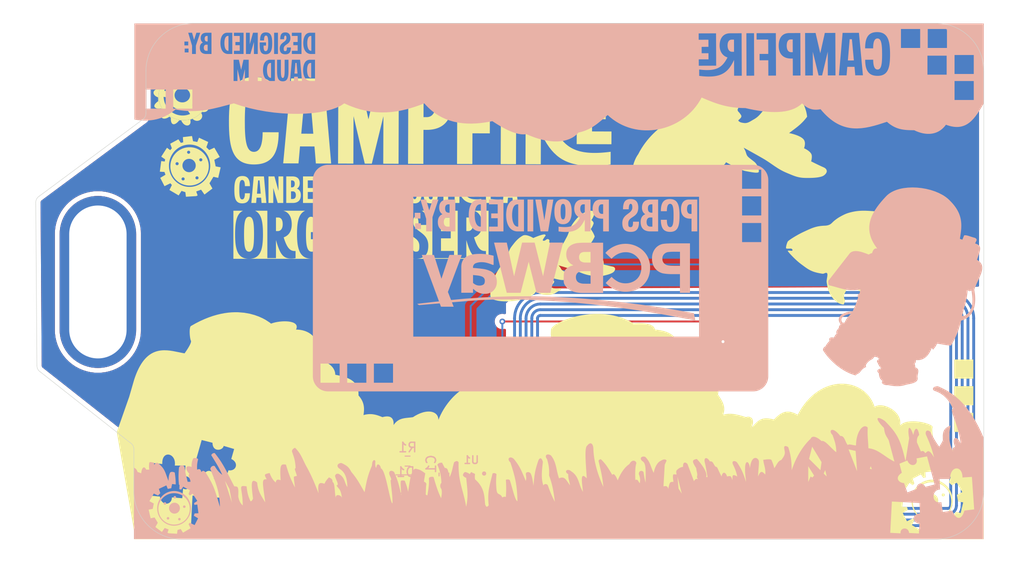
<source format=kicad_pcb>
(kicad_pcb (version 20241229) (generator "pcbnew") (generator_version "9.0")
  (layers (0 "F.Cu" signal) (2 "B.Cu" signal) (13 "F.Paste" user) (15 "B.Paste" user) (5 "F.SilkS" user "F.Silkscreen") (7 "B.SilkS" user "B.Silkscreen") (1 "F.Mask" user) (3 "B.Mask" user) (25 "Edge.Cuts" user))
  (net 0 "")
  (net 1 "Net-(D1-K)")
  (net 2 "Net-(U1-VCC)")
  (net 3 "Net-(D1-A)")
  (net 4 "Net-(J1-Pin_1)")
  (net 5 "Net-(J1-Pin_2)")
  (footprint "Taranium-libs:Lanyard hole" (layer "F.Cu") (at 169.375 65.175 90)
    (property "Reference" "REF**")
    (property "Value" "Lanyard hole")
  )
  (footprint "Taranium-libs:QFN8P50_160X160X50L40X20N" (layer "B.Cu") (at 199.755 94.62 180)
    (property "Reference" "U1")
    (property "Value" "NT3H2111W0FHKH")
  )
  (footprint "Capacitor_SMD:C_0603_1608Metric_Pad1.08x0.95mm_HandSolder" (layer "B.Cu") (at 196.955 94.22 -90)
    (property "Reference" "C1")
    (property "Value" "C")
  )
  (footprint "Taranium-libs:25x_48mm NFC Antenna" (layer "B.Cu") (at 228.34 87.68 180)
    (property "Reference" "J1" (hide yes))
    (property "Value" "Conn_01x02_Pin")
  )
  (footprint "Resistor_SMD:R_0603_1608Metric_Pad0.98x0.95mm_HandSolder" (layer "B.Cu") (at 193.155 92.82 180)
    (property "Reference" "R1")
    (property "Value" "R")
  )
  (footprint "LED_SMD:LED_0805_2012Metric_Pad1.15x1.40mm_HandSolder" (layer "B.Cu") (at 192.955 95.22 180)
    (property "Reference" "D1")
    (property "Value" "LED")
  )
  (gr_poly (pts (xy 241.043107 66.621745) (xy 241.287453 66.631123) (xy 241.738656 66.658328) (xy 241.812503 66.663579) (xy 241.880169 66.66964) (xy 241.941904 66.676485) (xy 241.997953 66.684086) (xy 242.048564 66.692417) (xy 242.093984 66.701451) (xy 242.134461 66.71116) (xy 242.17024 66.721518) (xy 242.201571 66.732498) (xy 242.228699 66.744074) (xy 242.251871 66.756218) (xy 242.271336 66.768903) (xy 242.28734 66.782102) (xy 242.300129 66.79579) (xy 242.309953 66.809938) (xy 242.317056 66.82452) (xy 242.321688 66.839508) (xy 242.324094 66.854877) (xy 242.324522 66.870599) (xy 242.323219 66.886647) (xy 242.320432 66.902995) (xy 242.316409 66.919615) (xy 242.305641 66.953566) (xy 242.280138 67.023554) (xy 242.269358 67.059161) (xy 242.265326 67.077024) (xy 242.262529 67.09489) (xy 242.261255 67.100981) (xy 242.258877 67.107341) (xy 242.255458 67.11396) (xy 242.251061 67.120827) (xy 242.239587 67.135266) (xy 242.224963 67.150577) (xy 242.207698 67.166679) (xy 242.188299 67.18349) (xy 242.145131 67.218914) (xy 242.099523 67.256199) (xy 242.077073 67.275335) (xy 242.055537 67.294693) (xy 242.035422 67.314189) (xy 242.017236 67.333744) (xy 242.001487 67.353276) (xy 241.994685 67.363008) (xy 241.988683 67.372703) (xy 241.986963 67.377533) (xy 241.986889 67.38306) (xy 241.988394 67.389241) (xy 241.991409 67.396028) (xy 242.001693 67.411239) (xy 242.01719 67.428328) (xy 242.037349 67.446929) (xy 242.06162 67.466674) (xy 242.089453 67.487199) (xy 242.120297 67.508137) (xy 242.153601 67.529121) (xy 242.188815 67.549785) (xy 242.225388 67.569764) (xy 242.262769 67.58869) (xy 242.300409 67.606197) (xy 242.337756 67.62192) (xy 242.374261 67.635492) (xy 242.409372 67.646547) (xy 242.538846 67.683952) (xy 242.664779 67.72314) (xy 242.725798 67.743802) (xy 242.785187 67.765389) (xy 242.842698 67.78806) (xy 242.898083 67.811975) (xy 242.951095 67.837293) (xy 243.001484 67.864175) (xy 243.049004 67.89278) (xy 243.093406 67.923267) (xy 243.11436 67.939267) (xy 243.134441 67.955797) (xy 243.153619 67.972877) (xy 243.171862 67.990528) (xy 243.18914 68.008769) (xy 243.205421 68.027621) (xy 243.220675 68.047103) (xy 243.23487 68.067235) (xy 243.260391 68.107498) (xy 243.283377 68.147865) (xy 243.303936 68.188253) (xy 243.322181 68.228582) (xy 243.338221 68.268767) (xy 243.352167 68.308729) (xy 243.364129 68.348383) (xy 243.374219 68.387649) (xy 243.382547 68.426444) (xy 243.389223 68.464686) (xy 243.394357 68.502293) (xy 243.398062 68.539182) (xy 243.400446 68.575273) (xy 243.401621 68.610481) (xy 243.400785 68.677926) (xy 243.396439 68.740859) (xy 243.389467 68.798624) (xy 243.380754 68.850563) (xy 243.371184 68.896021) (xy 243.361642 68.934339) (xy 243.353013 68.964861) (xy 243.342031 68.99989) (xy 243.341204 69.0067) (xy 243.342283 69.015247) (xy 243.349621 69.03726) (xy 243.362972 69.065341) (xy 243.381262 69.098898) (xy 243.428373 69.180089) (xy 243.482372 69.276116) (xy 243.509273 69.328219) (xy 243.534678 69.382263) (xy 243.557515 69.437658) (xy 243.576711 69.493814) (xy 243.591193 69.550143) (xy 243.596331 69.578187) (xy 243.599889 69.606054) (xy 243.601732 69.633668) (xy 243.601726 69.660958) (xy 243.599737 69.687848) (xy 243.595632 69.714265) (xy 243.589226 69.7434) (xy 243.581949 69.770597) (xy 243.57385 69.795961) (xy 243.564978 69.819597) (xy 243.555383 69.841608) (xy 243.545113 69.862099) (xy 243.534218 69.881173) (xy 243.522748 69.898935) (xy 243.510752 69.915489) (xy 243.498279 69.93094) (xy 243.485379 69.945391) (xy 243.472101 69.958946) (xy 243.458493 69.97171) (xy 243.444607 69.983787) (xy 243.416193 70.006296) (xy 243.358183 70.047653) (xy 243.329376 70.068166) (xy 243.301229 70.089681) (xy 243.274134 70.113031) (xy 243.261105 70.125655) (xy 243.248488 70.139049) (xy 243.236331 70.153319) (xy 243.224685 70.168568) (xy 243.213598 70.184902) (xy 243.203119 70.202422) (xy 243.191109 70.224887) (xy 243.180312 70.247127) (xy 243.170633 70.269144) (xy 243.161975 70.29094) (xy 243.147334 70.333873) (xy 243.135616 70.375939) (xy 243.126045 70.41715) (xy 243.117848 70.457519) (xy 243.102482 70.535778) (xy 243.093764 70.573693) (xy 243.083324 70.610815) (xy 243.070388 70.647155) (xy 243.062743 70.665037) (xy 243.054183 70.682728) (xy 243.044612 70.70023) (xy 243.033934 70.717544) (xy 243.022051 70.734672) (xy 243.008867 70.751616) (xy 242.994285 70.768377) (xy 242.978208 70.784957) (xy 242.96054 70.801357) (xy 242.941183 70.817578) (xy 242.901977 70.84728) (xy 242.863708 70.873094) (xy 242.826148 70.895232) (xy 242.789068 70.913905) (xy 242.752239 70.929325) (xy 242.715432 70.941702) (xy 242.678418 70.951247) (xy 242.640969 70.958172) (xy 242.602856 70.962688) (xy 242.56385 70.965006) (xy 242.523722 70.965337) (xy 242.482244 70.963892) (xy 242.439186 70.960882) (xy 242.39432 70.95652) (xy 242.298249 70.944578) (xy 242.282444 70.941987) (xy 242.266314 70.938508) (xy 242.249904 70.934222) (xy 242.233261 70.929208) (xy 242.199457 70.917316) (xy 242.165265 70.903471) (xy 242.131052 70.888312) (xy 242.097183 70.872478) (xy 242.031935 70.841341) (xy 242.001287 70.827316) (xy 241.972443 70.815171) (xy 241.945768 70.805546) (xy 241.933359 70.801878) (xy 241.921629 70.79908) (xy 241.910623 70.797231) (xy 241.900388 70.796411) (xy 241.89097 70.7967) (xy 241.882413 70.798178) (xy 241.874764 70.800925) (xy 241.868069 70.805021) (xy 241.862372 70.810545) (xy 241.857719 70.817578) (xy 241.852467 70.828421) (xy 241.848135 70.839161) (xy 241.844693 70.849802) (xy 241.842108 70.860346) (xy 241.840348 70.870797) (xy 241.839381 70.881156) (xy 241.839177 70.891426) (xy 241.839703 70.901611) (xy 241.840926 70.911711) (xy 241.842817 70.921732) (xy 241.845342 70.931674) (xy 241.84847 70.941541) (xy 241.852169 70.951335) (xy 241.856407 70.961059) (xy 241.861153 70.970715) (xy 241.866374 70.980307) (xy 241.878118 70.999307) (xy 241.891383 71.01808) (xy 241.905915 71.036647) (xy 241.92146 71.055029) (xy 241.937763 71.073249) (xy 241.954571 71.091326) (xy 241.988683 71.12714) (xy 242.009673 71.141832) (xy 242.042182 71.154681) (xy 242.08517 71.165725) (xy 242.137594 71.175003) (xy 242.198415 71.182556) (xy 242.26659 71.188421) (xy 242.420839 71.195245) (xy 242.592009 71.195788) (xy 242.771771 71.190363) (xy 242.951794 71.179283) (xy 243.123747 71.16286) (xy 243.217438 71.150036) (xy 243.310574 71.133366) (xy 243.40309 71.113119) (xy 243.494921 71.089563) (xy 243.586002 71.062966) (xy 243.676269 71.033596) (xy 243.854101 70.967608) (xy 244.027898 70.893744) (xy 244.197142 70.814148) (xy 244.361316 70.730964) (xy 244.519901 70.646336) (xy 244.818234 70.481326) (xy 245.087996 70.336271) (xy 245.210868 70.276587) (xy 245.325044 70.228325) (xy 245.430005 70.193628) (xy 245.478868 70.182036) (xy 245.525234 70.17464) (xy 245.555004 70.171909) (xy 245.583421 70.170616) (xy 245.610674 70.170532) (xy 245.636956 70.171426) (xy 245.662457 70.173067) (xy 245.687367 70.175227) (xy 245.736177 70.180177) (xy 245.784912 70.184435) (xy 245.809728 70.185729) (xy 245.835098 70.18616) (xy 245.861211 70.185496) (xy 245.888259 70.183508) (xy 245.916433 70.179966) (xy 245.945922 70.17464) (xy 245.966318 70.170035) (xy 245.986011 70.164919) (xy 246.023476 70.153284) (xy 246.05869 70.139998) (xy 246.092025 70.125323) (xy 246.123853 70.109523) (xy 246.154546 70.092858) (xy 246.214016 70.05799) (xy 246.273411 70.022821) (xy 246.30401 70.005779) (xy 246.335707 69.989451) (xy 246.368874 69.974097) (xy 246.403882 69.959982) (xy 246.441104 69.947367) (xy 246.460662 69.941704) (xy 246.480912 69.936515) (xy 246.517697 69.928148) (xy 246.552357 69.921102) (xy 246.585206 69.915269) (xy 246.616556 69.910541) (xy 246.64672 69.906811) (xy 246.67601 69.903971) (xy 246.704741 69.901913) (xy 246.733223 69.900529) (xy 246.790697 69.899353) (xy 246.850934 69.89958) (xy 246.989704 69.900796) (xy 247.041099 69.899209) (xy 247.090929 69.894839) (xy 247.139377 69.888269) (xy 247.186628 69.880086) (xy 247.367331 69.842923) (xy 247.411349 69.83545) (xy 247.455273 69.829875) (xy 247.499284 69.826783) (xy 247.543568 69.826759) (xy 247.56587 69.828081) (xy 247.588308 69.830389) (xy 247.610906 69.833756) (xy 247.633687 69.838256) (xy 247.656674 69.843962) (xy 247.67989 69.850948) (xy 247.703357 69.859285) (xy 247.727099 69.869048) (xy 247.756122 69.882211) (xy 247.783701 69.895693) (xy 247.809898 69.909595) (xy 247.834777 69.924018) (xy 247.8584 69.939065) (xy 247.88083 69.954835) (xy 247.902129 69.971431) (xy 247.922362 69.988953) (xy 247.941589 70.007503) (xy 247.959875 70.027182) (xy 247.977282 70.048092) (xy 247.993872 70.070333) (xy 248.009709 70.094007) (xy 248.024855 70.119215) (xy 248.039374 70.146059) (xy 248.053327 70.17464) (xy 248.058186 70.189385) (xy 248.059358 70.204145) (xy 248.057045 70.218952) (xy 248.051454 70.233839) (xy 248.042789 70.248841) (xy 248.031254 70.263988) (xy 248.017054 70.279316) (xy 248.000394 70.294856) (xy 247.960512 70.326707) (xy 247.913244 70.359806) (xy 247.803099 70.430804) (xy 247.743496 70.469231) (xy 247.683056 70.509964) (xy 247.623417 70.553267) (xy 247.566214 70.599403) (xy 247.513085 70.648638) (xy 247.48856 70.6745) (xy 247.465667 70.701236) (xy 247.444612 70.728879) (xy 247.425598 70.757461) (xy 247.40883 70.787017) (xy 247.394513 70.817578) (xy 247.382361 70.848751) (xy 247.371742 70.880571) (xy 247.362574 70.912955) (xy 247.354773 70.945823) (xy 247.348254 70.979091) (xy 247.342934 71.01268) (xy 247.335553 71.080489) (xy 247.331957 71.148595) (xy 247.331476 71.216345) (xy 247.333436 71.283085) (xy 247.337166 71.348161) (xy 247.356342 71.578745) (xy 247.35884 71.625691) (xy 247.359075 71.66705) (xy 247.356376 71.702168) (xy 247.353716 71.717182) (xy 247.35007 71.73039) (xy 247.344656 71.742736) (xy 247.336708 71.755206) (xy 247.326392 71.767788) (xy 247.313871 71.780465) (xy 247.299311 71.793223) (xy 247.282874 71.806049) (xy 247.245033 71.831842) (xy 247.201661 71.857728) (xy 247.154075 71.883591) (xy 247.051518 71.934781) (xy 246.947883 71.984484) (xy 246.853689 72.031768) (xy 246.81342 72.054212) (xy 246.779457 72.075703) (xy 246.753114 72.096125) (xy 246.743212 72.105898) (xy 246.735707 72.11536) (xy 246.724752 72.132662) (xy 246.715334 72.149937) (xy 246.707355 72.16719) (xy 246.700715 72.184424) (xy 246.695316 72.201643) (xy 246.691057 72.218851) (xy 246.687839 72.236052) (xy 246.685564 72.253249) (xy 246.683443 72.28765) (xy 246.6839 72.322082) (xy 246.686141 72.356578) (xy 246.689371 72.391168) (xy 246.695623 72.460753) (xy 246.697056 72.495808) (xy 246.696303 72.531081) (xy 246.694858 72.548808) (xy 246.692568 72.566601) (xy 246.689335 72.584463) (xy 246.685058 72.602399) (xy 246.67964 72.620412) (xy 246.672979 72.638506) (xy 246.664978 72.656685) (xy 246.655536 72.674952) (xy 246.642643 72.697843) (xy 246.630375 72.718495) (xy 246.618615 72.737208) (xy 246.607242 72.754284) (xy 246.596139 72.770023) (xy 246.585187 72.784725) (xy 246.574268 72.798691) (xy 246.563262 72.812222) (xy 246.516009 72.868002) (xy 246.488783 72.901094) (xy 246.473855 72.919992) (xy 246.457892 72.94086) (xy 246.447303 72.955543) (xy 246.437802 72.970335) (xy 246.429309 72.985218) (xy 246.421741 73.000173) (xy 246.415015 73.015181) (xy 246.409049 73.030225) (xy 246.403761 73.045286) (xy 246.399068 73.060346) (xy 246.391138 73.090386) (xy 246.384599 73.1202) (xy 246.37306 73.178558) (xy 246.366742 73.206807) (xy 246.359178 73.234241) (xy 246.354723 73.247605) (xy 246.34971 73.26071) (xy 246.344055 73.273538) (xy 246.337678 73.28607) (xy 246.330494 73.298286) (xy 246.322422 73.310171) (xy 246.31338 73.321703) (xy 246.303285 73.332866) (xy 246.292055 73.343641) (xy 246.279606 73.354009) (xy 246.265858 73.363952) (xy 246.250727 73.373452) (xy 246.242747 73.377347) (xy 246.233718 73.380364) (xy 246.212691 73.383998) (xy 246.188002 73.384824) (xy 246.160005 73.383311) (xy 246.129055 73.37993) (xy 246.095506 73.375148) (xy 246.02203 73.363263) (xy 245.942415 73.351412) (xy 245.901192 73.346672) (xy 245.859497 73.343349) (xy 245.817687 73.341912) (xy 245.776115 73.34283) (xy 245.735136 73.346572) (xy 245.695104 73.353609) (xy 245.679377 73.357437) (xy 245.664456 73.361667) (xy 245.650287 73.366269) (xy 245.636815 73.371215) (xy 245.623988 73.376473) (xy 245.61175 73.382015) (xy 245.600046 73.387811) (xy 245.588824 73.393831) (xy 245.567606 73.406424) (xy 245.547661 73.419556) (xy 245.509856 73.446488) (xy 245.491129 73.459812) (xy 245.47194 73.472724) (xy 245.451856 73.484986) (xy 245.441343 73.4908) (xy 245.430444 73.496362) (xy 245.419103 73.501642) (xy 245.407268 73.506612) (xy 245.394884 73.511241) (xy 245.381896 73.515499) (xy 245.368251 73.519358) (xy 245.353894 73.522786) (xy 245.338772 73.525755) (xy 245.322829 73.528235) (xy 245.289179 73.53181) (xy 245.254287 73.533769) (xy 245.218564 73.534356) (xy 245.182424 73.533815) (xy 245.146279 73.532391) (xy 245.110541 73.530327) (xy 245.041942 73.525258) (xy 244.979928 73.52056) (xy 244.952423 73.518962) (xy 244.927802 73.518189) (xy 244.906479 73.518485) (xy 244.888865 73.520096) (xy 244.881579 73.52147) (xy 244.875375 73.523264) (xy 244.870305 73.525509) (xy 244.86642 73.528235) (xy 244.860673 73.534255) (xy 244.856193 73.540985) (xy 244.852929 73.548391) (xy 244.850827 73.556442) (xy 244.849833 73.565105) (xy 244.849896 73.574348) (xy 244.850963 73.58414) (xy 244.85298 73.594448) (xy 244.855894 73.60524) (xy 244.859653 73.616483) (xy 244.869494 73.640198) (xy 244.882078 73.665336) (xy 244.896983 73.691639) (xy 244.913786 73.718851) (xy 244.932063 73.746714) (xy 244.971346 73.80337) (xy 245.048984 73.913203) (xy 245.062408 73.932281) (xy 245.076164 73.950192) (xy 245.090217 73.967019) (xy 245.104532 73.982847) (xy 245.119074 73.99776) (xy 245.133807 74.011842) (xy 245.148697 74.025176) (xy 245.163708 74.037848) (xy 245.193952 74.061538) (xy 245.22426 74.083586) (xy 245.283937 74.125442) (xy 245.312745 74.146596) (xy 245.340489 74.168798) (xy 245.353875 74.180502) (xy 245.36689 74.19272) (xy 245.379498 74.205536) (xy 245.391664 74.219034) (xy 245.403354 74.233299) (xy 245.414532 74.248414) (xy 245.425163 74.264464) (xy 245.435212 74.281532) (xy 245.444643 74.299703) (xy 245.453422 74.319061) (xy 245.461513 74.339689) (xy 245.468881 74.361672) (xy 245.477008 74.388134) (xy 245.484377 74.413775) (xy 245.490918 74.438703) (xy 245.496562 74.463023) (xy 245.501238 74.486845) (xy 245.504877 74.510275) (xy 245.507409 74.533421) (xy 245.508764 74.556389) (xy 245.508873 74.579288) (xy 245.507667 74.602224) (xy 245.505074 74.625306) (xy 245.501025 74.648639) (xy 245.495452 74.672332) (xy 245.488283 74.696492) (xy 245.479449 74.721225) (xy 245.468881 74.746641) (xy 245.462775 74.759277) (xy 245.455654 74.7719) (xy 245.438598 74.797198) (xy 245.41816 74.822719) (xy 245.394789 74.848647) (xy 245.368935 74.875168) (xy 245.341047 74.902463) (xy 245.28096 74.960119) (xy 245.24966 74.990848) (xy 245.21812 75.023088) (xy 245.186789 75.057026) (xy 245.156117 75.092844) (xy 245.126551 75.130727) (xy 245.098541 75.17086) (xy 245.08526 75.191827) (xy 245.072536 75.213426) (xy 245.060425 75.235679) (xy 245.048984 75.258609) (xy 245.040908 75.276235) (xy 245.03334 75.294351) (xy 245.01968 75.331806) (xy 245.007903 75.370488) (xy 244.99791 75.409907) (xy 244.989601 75.449574) (xy 244.982876 75.489002) (xy 244.977634 75.527702) (xy 244.973776 75.565185) (xy 244.971202 75.600963) (xy 244.969811 75.634548) (xy 244.969505 75.665451) (xy 244.970182 75.693183) (xy 244.971743 75.717257) (xy 244.974088 75.737183) (xy 244.977117 75.752474) (xy 244.980729 75.76264) (xy 244.98916 75.777635) (xy 244.998063 75.791203) (xy 245.007417 75.803434) (xy 245.017196 75.814418) (xy 245.027377 75.824244) (xy 245.037936 75.833003) (xy 245.048848 75.840785) (xy 245.06009 75.84768) (xy 245.071638 75.853777) (xy 245.083468 75.859168) (xy 245.107877 75.868186) (xy 245.133126 75.875455) (xy 245.159022 75.881694) (xy 245.21199 75.893963) (xy 245.238678 75.901432) (xy 245.265247 75.910751) (xy 245.278426 75.916329) (xy 245.291504 75.92264) (xy 245.304456 75.929773) (xy 245.317258 75.937818) (xy 245.329886 75.946865) (xy 245.342317 75.957005) (xy 245.354525 75.968327) (xy 245.366489 75.980922) (xy 245.38083 75.997619) (xy 245.394118 76.014188) (xy 245.406398 76.030619) (xy 245.417715 76.046901) (xy 245.428113 76.063025) (xy 245.437638 76.078981) (xy 245.446334 76.094757) (xy 245.454245 76.110345) (xy 245.461417 76.125734) (xy 245.467894 76.140915) (xy 245.473722 76.155876) (xy 245.478944 76.170608) (xy 245.487752 76.199345) (xy 245.494676 76.227044) (xy 245.500075 76.253625) (xy 245.504306 76.279007) (xy 245.5107 76.325853) (xy 245.51672 76.366935) (xy 245.520486 76.385113) (xy 245.525234 76.401608) (xy 245.528971 76.411751) (xy 245.533169 76.421236) (xy 245.537799 76.430108) (xy 245.542834 76.438408) (xy 245.548245 76.446179) (xy 245.554006 76.453463) (xy 245.560087 76.460305) (xy 245.566461 76.466745) (xy 245.573101 76.472827) (xy 245.579977 76.478594) (xy 245.59433 76.489351) (xy 245.609297 76.499357) (xy 245.624654 76.508954) (xy 245.655648 76.528286) (xy 245.670838 76.538704) (xy 245.685526 76.550077) (xy 245.692611 76.556228) (xy 245.699487 76.562747) (xy 245.706126 76.569675) (xy 245.7125 76.577055) (xy 245.718581 76.584931) (xy 245.724341 76.593343) (xy 245.729752 76.602337) (xy 245.734787 76.611952) (xy 245.740949 76.625261) (xy 245.746218 76.638236) (xy 245.750636 76.650902) (xy 245.754244 76.663284) (xy 245.757084 76.675408) (xy 245.759198 76.687299) (xy 245.760627 76.698981) (xy 245.761414 76.71048) (xy 245.761599 76.721821) (xy 245.761225 76.73303) (xy 245.758965 76.75515) (xy 245.754969 76.77704) (xy 245.749569 76.798902) (xy 245.743099 76.820936) (xy 245.735894 76.843346) (xy 245.72061 76.890091) (xy 245.7132 76.914829) (xy 245.706388 76.940746) (xy 245.700508 76.968043) (xy 245.695895 76.996921) (xy 245.691214 77.039706) (xy 245.688546 77.081335) (xy 245.687543 77.12196) (xy 245.687857 77.161734) (xy 245.691038 77.239335) (xy 245.695298 77.315355) (xy 245.697848 77.39101) (xy 245.697609 77.429081) (xy 245.695895 77.467517) (xy 245.692359 77.50647) (xy 245.686651 77.546092) (xy 245.678422 77.586536) (xy 245.667323 77.627953) (xy 245.644043 77.707542) (xy 245.632803 77.745227) (xy 245.621432 77.781519) (xy 245.609634 77.816429) (xy 245.59711 77.849967) (xy 245.583563 77.882144) (xy 245.568696 77.912969) (xy 245.560673 77.927878) (xy 245.552209 77.942452) (xy 245.543266 77.956694) (xy 245.533807 77.970605) (xy 245.523794 77.984185) (xy 245.513191 77.997437) (xy 245.50196 78.01036) (xy 245.490064 78.022958) (xy 245.477465 78.03523) (xy 245.464128 78.047179) (xy 245.450013 78.058805) (xy 245.435085 78.070109) (xy 245.419305 78.081094) (xy 245.402638 78.09176) (xy 245.385044 78.102109) (xy 245.366489 78.112141) (xy 245.344531 78.12213) (xy 245.321595 78.130013) (xy 245.297791 78.13591) (xy 245.273228 78.139935) (xy 245.248016 78.142207) (xy 245.222265 78.142844) (xy 245.196086 78.141962) (xy 245.169587 78.139678) (xy 245.142879 78.13611) (xy 245.116071 78.131375) (xy 245.089274 78.12559) (xy 245.062597 78.118873) (xy 245.010044 78.10311) (xy 244.959291 78.085024) (xy 244.911217 78.065553) (xy 244.866701 78.045636) (xy 244.826622 78.026208) (xy 244.791859 78.00821) (xy 244.741797 77.980252) (xy 244.723547 77.969266) (xy 243.909958 77.552547) (xy 243.753048 77.444956) (xy 243.585977 77.320675) (xy 243.488765 77.243892) (xy 243.385665 77.15848) (xy 243.279099 77.065291) (xy 243.171489 76.965176) (xy 243.065258 76.858985) (xy 242.962828 76.74757) (xy 242.86662 76.63178) (xy 242.779058 76.512466) (xy 242.739276 76.451754) (xy 242.702563 76.39048) (xy 242.669223 76.328751) (xy 242.639557 76.266672) (xy 242.60901 76.193254) (xy 242.583305 76.121702) (xy 242.561781 76.051736) (xy 242.543777 75.983076) (xy 242.528632 75.915444) (xy 242.515686 75.84856) (xy 242.493746 75.715918) (xy 242.472669 75.582916) (xy 242.460802 75.515581) (xy 242.447169 75.447317) (xy 242.431107 75.377845) (xy 242.411958 75.306887) (xy 242.389059 75.234161) (xy 242.36175 75.15939) (xy 242.302059 75.012005) (xy 242.236951 74.859889) (xy 242.167703 74.705005) (xy 242.095594 74.549319) (xy 241.947912 74.2434) (xy 241.804137 73.957852) (xy 241.6745 73.708394) (xy 241.569235 73.510747) (xy 241.472743 73.333766) (xy 241.463869 73.438453) (xy 241.436512 73.697928) (xy 241.415558 73.860125) (xy 241.389569 74.030315) (xy 241.358409 74.198263) (xy 241.340846 74.278198) (xy 241.321938 74.353735) (xy 241.316061 74.379) (xy 241.31176 74.404888) (xy 241.308935 74.431323) (xy 241.307488 74.458232) (xy 241.30732 74.485539) (xy 241.308333 74.513169) (xy 241.310426 74.541048) (xy 241.313503 74.569101) (xy 241.322207 74.625428) (xy 241.333656 74.681551) (xy 241.347058 74.736873) (xy 241.361623 74.790793) (xy 241.391078 74.892034) (xy 241.415697 74.980486) (xy 241.424215 75.018419) (xy 241.429153 75.051358) (xy 241.430032 75.065767) (xy 241.429718 75.078704) (xy 241.428115 75.090092) (xy 241.425121 75.099858) (xy 241.417962 75.115978) (xy 241.410388 75.130981) (xy 241.402403 75.144908) (xy 241.394012 75.157797) (xy 241.385219 75.169688) (xy 241.37603 75.180622) (xy 241.366447 75.190637) (xy 241.356476 75.199774) (xy 241.346122 75.208072) (xy 241.335389 75.215571) (xy 241.32428 75.22231) (xy 241.312802 75.228329) (xy 241.300957 75.233667) (xy 241.288752 75.238366) (xy 241.263274 75.245999) (xy 241.236406 75.251546) (xy 241.208181 75.255324) (xy 241.178637 75.25765) (xy 241.147809 75.258841) (xy 241.082443 75.25909) (xy 241.012372 75.258609) (xy 240.982435 75.258015) (xy 240.952882 75.256255) (xy 240.894831 75.24938) (xy 240.838023 75.238261) (xy 240.782262 75.223176) (xy 240.727351 75.204402) (xy 240.673094 75.182218) (xy 240.619296 75.156902) (xy 240.565761 75.128732) (xy 240.512291 75.097985) (xy 240.458691 75.064939) (xy 240.404765 75.029872) (xy 240.350316 74.993063) (xy 240.123373 74.833953) (xy 239.993762 74.742432) (xy 239.933623 74.698496) (xy 239.876307 74.655188) (xy 239.821596 74.61207) (xy 239.769273 74.5687) (xy 239.71912 74.524638) (xy 239.670922 74.479445) (xy 239.62446 74.432679) (xy 239.579517 74.383901) (xy 239.535878 74.332671) (xy 239.493323 74.278549) (xy 239.451637 74.221093) (xy 239.410602 74.159865) (xy 239.370002 74.094423) (xy 239.329618 74.024328) (xy 239.310974 73.989218) (xy 239.293115 73.952498) (xy 239.259706 73.874942) (xy 239.229289 73.793091) (xy 239.201762 73.708373) (xy 239.177023 73.622218) (xy 239.154971 73.536055) (xy 239.135502 73.451314) (xy 239.118516 73.369424) (xy 239.091582 73.219916) (xy 239.073354 73.098966) (xy 239.05975 72.988484) (xy 239.020604 72.976546) (xy 239.000816 72.970938) (xy 238.980993 72.965911) (xy 238.961217 72.961722) (xy 238.941569 72.958625) (xy 238.92213 72.956877) (xy 238.912514 72.956589) (xy 238.902982 72.956734) (xy 238.893542 72.957344) (xy 238.884206 72.958451) (xy 238.874982 72.960087) (xy 238.865883 72.962284) (xy 238.856917 72.965074) (xy 238.848095 72.968489) (xy 238.839427 72.972561) (xy 238.830923 72.977322) (xy 238.822594 72.982804) (xy 238.814449 72.989039) (xy 238.806499 72.996058) (xy 238.798754 73.003895) (xy 238.791224 73.01258) (xy 238.783919 73.022145) (xy 238.77685 73.032624) (xy 238.770026 73.044047) (xy 238.81645 73.148477) (xy 238.864792 73.264597) (xy 238.921274 73.410502) (xy 238.979438 73.576581) (xy 239.007133 73.664181) (xy 239.032826 73.753221) (xy 239.055709 73.842497) (xy 239.074977 73.930809) (xy 239.08982 74.016956) (xy 239.099433 74.099734) (xy 239.105131 74.184453) (xy 239.108039 74.26744) (xy 239.108267 74.348538) (xy 239.105923 74.427591) (xy 239.101117 74.504441) (xy 239.093957 74.57893) (xy 239.084552 74.650901) (xy 239.073012 74.720198) (xy 239.059444 74.786662) (xy 239.043959 74.850136) (xy 239.026664 74.910464) (xy 239.00767 74.967487) (xy 238.987084 75.021048) (xy 238.965016 75.070991) (xy 238.941575 75.117157) (xy 238.916869 75.15939) (xy 238.889391 75.205911) (xy 238.864992 75.253066) (xy 238.843662 75.300651) (xy 238.825392 75.348463) (xy 238.810173 75.396299) (xy 238.797995 75.443954) (xy 238.78885 75.491225) (xy 238.782727 75.537909) (xy 238.779619 75.583803) (xy 238.779515 75.628702) (xy 238.782406 75.672404) (xy 238.788283 75.714704) (xy 238.797137 75.755401) (xy 238.808958 75.794289) (xy 238.823738 75.831165) (xy 238.841467 75.865827) (xy 238.850365 75.882852) (xy 238.857891 75.900403) (xy 238.86411 75.918427) (xy 238.869087 75.936869) (xy 238.872888 75.955674) (xy 238.875578 75.974788) (xy 238.877223 75.994157) (xy 238.877888 76.013725) (xy 238.877638 76.033439) (xy 238.876539 76.053243) (xy 238.874656 76.073084) (xy 238.872056 76.092906) (xy 238.864962 76.132279) (xy 238.855781 76.170925) (xy 238.845036 76.208408) (xy 238.833252 76.244293) (xy 238.820951 76.278142) (xy 238.808657 76.309521) (xy 238.770026 76.401608) (xy 238.766002 76.408493) (xy 238.759807 76.414282) (xy 238.751548 76.419001) (xy 238.741331 76.422678) (xy 238.715454 76.427012) (xy 238.683034 76.427498) (xy 238.644926 76.424349) (xy 238.601987 76.41778) (xy 238.555073 76.408006) (xy 238.505042 76.395239) (xy 238.45275 76.379696) (xy 238.399053 76.361588) (xy 238.344808 76.341132) (xy 238.290872 76.318541) (xy 238.2381 76.294029) (xy 238.18735 76.26781) (xy 238.139478 76.240099) (xy 238.095341 76.211109) (xy 237.967005 76.115164) (xy 237.848148 76.014796) (xy 237.738393 75.909926) (xy 237.637362 75.800471) (xy 237.544678 75.68635) (xy 237.459965 75.567481) (xy 237.382844 75.443783) (xy 237.31294 75.315174) (xy 237.249874 75.181573) (xy 237.19327 75.042898) (xy 237.14275 74.899068) (xy 237.097937 74.750001) (xy 237.058455 74.595615) (xy 237.023926 74.43583) (xy 236.993972 74.270564) (xy 236.968217 74.099734) (xy 236.96477 74.064492) (xy 236.963565 74.026887) (xy 236.964358 73.987194) (xy 236.966904 73.945689) (xy 236.976271 73.85834) (xy 236.989705 73.767036) (xy 237.020924 73.58136) (xy 237.034785 73.491383) (xy 237.044864 73.406246) (xy 237.049199 73.328145) (xy 237.0486 73.29242) (xy 237.045829 73.259279) (xy 237.04064 73.228995) (xy 237.03279 73.201845) (xy 237.022032 73.178103) (xy 237.008121 73.158043) (xy 236.990812 73.141941) (xy 236.96986 73.130071) (xy 236.945019 73.122707) (xy 236.916045 73.120126) (xy 236.882691 73.1226) (xy 236.844713 73.130406) (xy 236.801866 73.143817) (xy 236.753903 73.16311) (xy 236.698683 73.186283) (xy 236.674409 73.19511) (xy 236.651461 73.202155) (xy 236.629164 73.207459) (xy 236.606844 73.211065) (xy 236.583826 73.213016) (xy 236.559436 73.213354) (xy 236.533 73.212122) (xy 236.503842 73.209363) (xy 236.47129 73.205119) (xy 236.434669 73.199432) (xy 236.34652 73.1839) (xy 236.234001 73.16311) (xy 236.063143 73.12897) (xy 235.905317 73.091932) (xy 235.75909 73.051841) (xy 235.623028 73.008545) (xy 235.495697 72.961888) (xy 235.375667 72.911717) (xy 235.261502 72.857878) (xy 235.15177 72.800216) (xy 235.045037 72.738578) (xy 234.939872 72.67281) (xy 234.834841 72.602756) (xy 234.72851 72.528264) (xy 234.506217 72.365348) (xy 234.26153 72.182829) (xy 234.144715 72.092855) (xy 234.025201 71.994817) (xy 233.904474 71.890578) (xy 233.784018 71.781997) (xy 233.665318 71.670934) (xy 233.54986 71.559251) (xy 233.439128 71.448808) (xy 233.334607 71.341464) (xy 233.237783 71.239081) (xy 233.15014 71.14352) (xy 233.073163 71.056639) (xy 233.008338 70.980301) (xy 232.957149 70.916365) (xy 232.921081 70.866693) (xy 232.90162 70.833143) (xy 232.898581 70.822996) (xy 232.900251 70.817578) (xy 232.907422 70.813039) (xy 232.915601 70.809076) (xy 232.924718 70.805661) (xy 232.934703 70.802765) (xy 232.957002 70.798419) (xy 232.981942 70.795812) (xy 233.008968 70.794716) (xy 233.037527 70.794905) (xy 233.067061 70.796152) (xy 233.097017 70.79823) (xy 233.155972 70.803974) (xy 233.209951 70.810323) (xy 233.254513 70.815462) (xy 233.271876 70.817011) (xy 233.285219 70.817578) (xy 233.299947 70.817109) (xy 233.313612 70.815734) (xy 233.326222 70.8135) (xy 233.337784 70.810455) (xy 233.348304 70.806644) (xy 233.35779 70.802117) (xy 233.36625 70.796919) (xy 233.373691 70.791099) (xy 233.38012 70.784703) (xy 233.385545 70.777779) (xy 233.389972 70.770374) (xy 233.393409 70.762535) (xy 233.395863 70.754309) (xy 233.397341 70.745744) (xy 233.397852 70.736887) (xy 233.397401 70.727785) (xy 233.395997 70.718486) (xy 233.393647 70.709035) (xy 233.390357 70.699482) (xy 233.386136 70.689873) (xy 233.38099 70.680255) (xy 233.374927 70.670675) (xy 233.367954 70.661182) (xy 233.360078 70.651821) (xy 233.351307 70.64264) (xy 233.341648 70.633687) (xy 233.331108 70.625009) (xy 233.319694 70.616653) (xy 233.307415 70.608665) (xy 233.294276 70.601094) (xy 233.280286 70.593987) (xy 233.265451 70.587391) (xy 233.251138 70.584048) (xy 233.229146 70.582199) (xy 233.200581 70.581571) (xy 233.166547 70.581889) (xy 232.997808 70.587133) (xy 232.909338 70.588296) (xy 232.867944 70.587553) (xy 232.829916 70.58556) (xy 232.79636 70.582044) (xy 232.768378 70.57673) (xy 232.756823 70.573313) (xy 232.747076 70.569343) (xy 232.739276 70.564787) (xy 232.733559 70.55961) (xy 232.728214 70.551309) (xy 232.724051 70.540643) (xy 232.721022 70.527758) (xy 232.719074 70.512799) (xy 232.718226 70.477246) (xy 232.721105 70.435152) (xy 232.72731 70.387687) (xy 232.73644 70.336019) (xy 232.748092 70.281316) (xy 232.761866 70.224747) (xy 232.77736 70.16748) (xy 232.794172 70.110684) (xy 232.811901 70.055527) (xy 232.830146 70.003179) (xy 232.848505 69.954807) (xy 232.866576 69.91158) (xy 232.883959 69.874666) (xy 232.900251 69.845235) (xy 232.924963 69.815158) (xy 232.96688 69.776174) (xy 233.024549 69.729251) (xy 233.096519 69.675357) (xy 233.277557 69.550527) (xy 233.498379 69.409426) (xy 233.747375 69.259798) (xy 234.012932 69.109384) (xy 234.283436 68.965927) (xy 234.547277 68.837172) (xy 235.0686 68.596293) (xy 235.306073 68.493797) (xy 235.422574 68.447401) (xy 235.538942 68.40438) (xy 235.656194 68.364837) (xy 235.775349 68.328877) (xy 235.897423 68.296606) (xy 236.023436 68.268128) (xy 236.154404 68.243547) (xy 236.291345 68.222968) (xy 236.435277 68.206496) (xy 236.587219 68.194235) (xy 236.667044 68.189832) (xy 236.738841 68.186752) (xy 236.805143 68.183757) (xy 236.868482 68.17961) (xy 236.899832 68.176718) (xy 236.931389 68.173075) (xy 236.963473 68.168525) (xy 236.996397 68.162914) (xy 237.03048 68.156087) (xy 237.066037 68.14789) (xy 237.103385 68.138168) (xy 237.142841 68.126766) (xy 237.171253 68.117712) (xy 237.198408 68.108135) (xy 237.224377 68.098049) (xy 237.249234 68.087467) (xy 237.273051 68.076405) (xy 237.295902 68.064875) (xy 237.31786 68.052892) (xy 237.338997 68.040469) (xy 237.379102 68.014361) (xy 237.416799 67.986661) (xy 237.452673 67.95748) (xy 237.487307 67.92693) (xy 237.521285 67.895121) (xy 237.555189 67.862164) (xy 237.62511 67.793253) (xy 237.662295 67.757521) (xy 237.70174 67.721085) (xy 237.744029 67.684056) (xy 237.789745 67.646547) (xy 237.894759 67.564759) (xy 237.990884 67.492871) (xy 238.081666 67.428474) (xy 238.17065 67.369161) (xy 238.261382 67.312523) (xy 238.357409 67.256152) (xy 238.462277 67.19764) (xy 238.579531 67.134578) (xy 238.721688 67.061526) (xy 238.854212 66.998568) (xy 238.918067 66.970365) (xy 238.980958 66.944076) (xy 239.04337 66.919497) (xy 239.105783 66.896424) (xy 239.232543 66.853984) (xy 239.365094 66.81513) (xy 239.507292 66.778235) (xy 239.662995 66.741672) (xy 239.811386 66.710745) (xy 239.957713 66.685064) (xy 240.101885 66.664239) (xy 240.24381 66.647881) (xy 240.383398 66.635601) (xy 240.520559 66.62701) (xy 240.655201 66.621718) (xy 240.787233 66.619336)) (fill yes) (layer "F.SilkS"))
  (gr_poly (pts (xy 248.100913 94.764406) (xy 248.210543 94.772957) (xy 248.318581 94.78704) (xy 248.424892 94.806515) (xy 248.529338 94.831243) (xy 248.631784 94.861085) (xy 248.732096 94.895901) (xy 248.830136 94.935552) (xy 248.925769 94.9799) (xy 249.01886 95.028805) (xy 249.109272 95.082129) (xy 249.196871 95.139731) (xy 249.281519 95.201473) (xy 249.363082 95.267215) (xy 249.441424 95.33682) (xy 249.516408 95.410146) (xy 249.5879 95.487056) (xy 249.655763 95.56741) (xy 249.719862 95.651069) (xy 249.780061 95.737894) (xy 249.836224 95.827746) (xy 249.888215 95.920485) (xy 249.9359 96.015973) (xy 249.979141 96.11407) (xy 250.017803 96.214637) (xy 250.051751 96.317535) (xy 250.080848 96.422625) (xy 250.10496 96.529768) (xy 250.123949 96.638825) (xy 250.137681 96.749656) (xy 250.14602 96.862123) (xy 250.14883 96.976086) (xy 250.14602 97.090048) (xy 250.137681 97.202515) (xy 250.123949 97.313346) (xy 250.10496 97.422402) (xy 250.080848 97.529545) (xy 250.051751 97.634635) (xy 250.017803 97.737533) (xy 249.979141 97.8381) (xy 249.9359 97.936197) (xy 249.888215 98.031685) (xy 249.836224 98.124424) (xy 249.780061 98.214276) (xy 249.719862 98.301101) (xy 249.655763 98.38476) (xy 249.5879 98.465114) (xy 249.516408 98.542024) (xy 249.441424 98.615351) (xy 249.363082 98.684955) (xy 249.281519 98.750698) (xy 249.196871 98.81244) (xy 249.109272 98.870042) (xy 249.01886 98.923365) (xy 248.925769 98.972271) (xy 248.830136 99.016619) (xy 248.732096 99.05627) (xy 248.631784 99.091087) (xy 248.529338 99.120928) (xy 248.424892 99.145656) (xy 248.318581 99.165131) (xy 248.210543 99.179214) (xy 248.100913 99.187766) (xy 247.989826 99.190648) (xy 247.87874 99.187766) (xy 247.76911 99.179214) (xy 247.661072 99.165131) (xy 247.554763 99.145656) (xy 247.450317 99.120928) (xy 247.347871 99.091087) (xy 247.24756 99.05627) (xy 247.14952 99.016619) (xy 247.053887 98.972271) (xy 246.960797 98.923365) (xy 246.870385 98.870042) (xy 246.782787 98.81244) (xy 246.698139 98.750698) (xy 246.616576 98.684955) (xy 246.538234 98.615351) (xy 246.46325 98.542024) (xy 246.391758 98.465114) (xy 246.323895 98.38476) (xy 246.259797 98.301101) (xy 246.199598 98.214276) (xy 246.143435 98.124424) (xy 246.091444 98.031685) (xy 246.04376 97.936197) (xy 246.000518 97.8381) (xy 245.961856 97.737533) (xy 245.927909 97.634635) (xy 245.898811 97.529545) (xy 245.8747 97.422402) (xy 245.85571 97.313346) (xy 245.841978 97.202515) (xy 245.833639 97.090048) (xy 245.832493 97.043553) (xy 245.981642 97.043553) (xy 245.984256 97.146689) (xy 245.992013 97.24847) (xy 246.004787 97.348773) (xy 246.022451 97.447469) (xy 246.044879 97.544434) (xy 246.071945 97.639542) (xy 246.103524 97.732665) (xy 246.139487 97.82368) (xy 246.179709 97.912459) (xy 246.224064 97.998877) (xy 246.272426 98.082807) (xy 246.324668 98.164125) (xy 246.380663 98.242703) (xy 246.440286 98.318416) (xy 246.503411 98.391139) (xy 246.56991 98.460744) (xy 246.639658 98.527107) (xy 246.712528 98.590101) (xy 246.788394 98.6496) (xy 246.86713 98.705478) (xy 246.948609 98.75761) (xy 247.032706 98.80587) (xy 247.119293 98.850131) (xy 247.208245 98.890267) (xy 247.299435 98.926154) (xy 247.392737 98.957664) (xy 247.488024 98.984672) (xy 247.585171 99.007051) (xy 247.684051 99.024677) (xy 247.784538 99.037423) (xy 247.886505 99.045162) (xy 247.989826 99.04777) (xy 248.093148 99.045162) (xy 248.195115 99.037423) (xy 248.295603 99.024677) (xy 248.394483 99.007051) (xy 248.49163 98.984672) (xy 248.586918 98.957664) (xy 248.680221 98.926154) (xy 248.771411 98.890267) (xy 248.860363 98.850131) (xy 248.946951 98.80587) (xy 249.031048 98.75761) (xy 249.112527 98.705478) (xy 249.191264 98.6496) (xy 249.26713 98.590101) (xy 249.34 98.527107) (xy 249.409748 98.460744) (xy 249.476248 98.391139) (xy 249.539372 98.318416) (xy 249.598995 98.242703) (xy 249.654991 98.164125) (xy 249.707233 98.082807) (xy 249.755595 97.998877) (xy 249.79995 97.912459) (xy 249.840172 97.82368) (xy 249.876136 97.732665) (xy 249.907714 97.639542) (xy 249.93478 97.544434) (xy 249.957208 97.447469) (xy 249.974873 97.348773) (xy 249.987646 97.24847) (xy 249.995403 97.146689) (xy 249.998017 97.043553) (xy 249.995403 96.940417) (xy 249.987646 96.838636) (xy 249.974873 96.738334) (xy 249.957208 96.639638) (xy 249.93478 96.542673) (xy 249.907714 96.447565) (xy 249.876136 96.354442) (xy 249.840172 96.263427) (xy 249.79995 96.174648) (xy 249.755595 96.08823) (xy 249.707233 96.0043) (xy 249.654991 95.922982) (xy 249.598995 95.844404) (xy 249.539372 95.768691) (xy 249.476248 95.695968) (xy 249.409748 95.626363) (xy 249.34 95.56) (xy 249.26713 95.497006) (xy 249.191264 95.437507) (xy 249.112527 95.381628) (xy 249.031048 95.329496) (xy 248.946951 95.281237) (xy 248.860363 95.236975) (xy 248.771411 95.196839) (xy 248.680221 95.160952) (xy 248.586918 95.129442) (xy 248.49163 95.102434) (xy 248.394483 95.080054) (xy 248.295603 95.062429) (xy 248.195115 95.049683) (xy 248.093148 95.041943) (xy 247.989826 95.039335) (xy 247.886505 95.041943) (xy 247.784538 95.049683) (xy 247.684051 95.062429) (xy 247.585171 95.080054) (xy 247.488024 95.102434) (xy 247.392737 95.129442) (xy 247.299435 95.160952) (xy 247.208245 95.196839) (xy 247.119293 95.236975) (xy 247.032706 95.281237) (xy 246.948609 95.329496) (xy 246.86713 95.381628) (xy 246.788394 95.437507) (xy 246.712528 95.497006) (xy 246.639658 95.56) (xy 246.56991 95.626363) (xy 246.503411 95.695968) (xy 246.440286 95.768691) (xy 246.380663 95.844404) (xy 246.324668 95.922982) (xy 246.272426 96.0043) (xy 246.224064 96.08823) (xy 246.179709 96.174648) (xy 246.139487 96.263427) (xy 246.103524 96.354442) (xy 246.071945 96.447565) (xy 246.044879 96.542673) (xy 246.022451 96.639638) (xy 246.004787 96.738334) (xy 245.992013 96.838636) (xy 245.984256 96.940417) (xy 245.981642 97.043553) (xy 245.832493 97.043553) (xy 245.830829 96.976086) (xy 245.833639 96.862123) (xy 245.841978 96.749656) (xy 245.85571 96.638825) (xy 245.8747 96.529768) (xy 245.898811 96.422625) (xy 245.927909 96.317535) (xy 245.961856 96.214637) (xy 246.000518 96.11407) (xy 246.04376 96.015973) (xy 246.091444 95.920485) (xy 246.143435 95.827746) (xy 246.199598 95.737894) (xy 246.259797 95.651069) (xy 246.323895 95.56741) (xy 246.391758 95.487056) (xy 246.46325 95.410146) (xy 246.538234 95.33682) (xy 246.616576 95.267215) (xy 246.698139 95.201473) (xy 246.782787 95.139731) (xy 246.870385 95.082129) (xy 246.960797 95.028805) (xy 247.053887 94.9799) (xy 247.14952 94.935552) (xy 247.24756 94.895901) (xy 247.347871 94.861085) (xy 247.450317 94.831243) (xy 247.554763 94.806515) (xy 247.661072 94.78704) (xy 247.76911 94.772957) (xy 247.87874 94.764406) (xy 247.989826 94.761524)) (fill yes) (layer "F.SilkS"))
  (gr_poly (pts (xy 164.061254 86.203156) (xy 162.8 89.8) (xy 164.608941 100.125533) (xy 166 86.8)) (stroke (width 0.1)) (fill yes) (layer "F.SilkS"))
  (gr_poly (pts (xy 252.300125 86.980121) (xy 250.299875 86.980121) (xy 250.299875 84.979871) (xy 252.300125 84.979871)) (fill yes) (layer "F.SilkS"))
  (gr_poly (pts (xy 193.648358 64.420431) (xy 193.65128 64.647657) (xy 193.655081 64.750742) (xy 193.660574 64.846699) (xy 193.667858 64.935447) (xy 193.677031 65.016906) (xy 193.688192 65.090992) (xy 193.70144 65.157626) (xy 193.716874 65.216725) (xy 193.734593 65.268208) (xy 193.754696 65.311994) (xy 193.77728 65.348002) (xy 193.802447 65.376149) (xy 193.816028 65.38725) (xy 193.830293 65.396355) (xy 193.845252 65.403455) (xy 193.860918 65.408539) (xy 193.877303 65.411596) (xy 193.894421 65.412618) (xy 193.912935 65.411596) (xy 193.93054 65.408539) (xy 193.947257 65.403455) (xy 193.963107 65.396355) (xy 193.978111 65.38725) (xy 193.99229 65.376149) (xy 194.005665 65.363063) (xy 194.018258 65.348002) (xy 194.03009 65.330975) (xy 194.04118 65.311994) (xy 194.051552 65.291068) (xy 194.061225 65.268208) (xy 194.07022 65.243423) (xy 194.07856 65.216725) (xy 194.086264 65.188122) (xy 194.093354 65.157626) (xy 194.099852 65.125246) (xy 194.105777 65.090992) (xy 194.111152 65.054875) (xy 194.115996 65.016906) (xy 194.124181 64.935447) (xy 194.130499 64.846699) (xy 194.13512 64.750742) (xy 194.138212 64.647657) (xy 194.139944 64.537526) (xy 194.140483 64.420431) (xy 194.140483 63.031368) (xy 194.640546 63.031368) (xy 194.640546 64.420431) (xy 194.639359 64.581671) (xy 194.635329 64.734783) (xy 194.627753 64.879455) (xy 194.615927 65.015371) (xy 194.599148 65.142218) (xy 194.576713 65.259681) (xy 194.547917 65.367448) (xy 194.512058 65.465203) (xy 194.491259 65.510229) (xy 194.468431 65.552634) (xy 194.443486 65.592379) (xy 194.416335 65.629426) (xy 194.38689 65.663734) (xy 194.355064 65.695265) (xy 194.320769 65.723979) (xy 194.283916 65.749837) (xy 194.244419 65.7728) (xy 194.202188 65.792829) (xy 194.157136 65.809883) (xy 194.109175 65.823925) (xy 194.058217 65.834915) (xy 194.004175 65.842814) (xy 193.946959 65.847582) (xy 193.886483 65.84918) (xy 193.828148 65.847582) (xy 193.772894 65.842814) (xy 193.720642 65.834915) (xy 193.67131 65.823925) (xy 193.624818 65.809883) (xy 193.581086 65.792829) (xy 193.540032 65.7728) (xy 193.501576 65.749837) (xy 193.465638 65.723979) (xy 193.432136 65.695265) (xy 193.40099 65.663734) (xy 193.372119 65.629426) (xy 193.345443 65.592379) (xy 193.320881 65.552634) (xy 193.298352 65.510229) (xy 193.277776 65.465203) (xy 193.259072 65.417597) (xy 193.242159 65.367448) (xy 193.226957 65.314796) (xy 193.213384 65.259681) (xy 193.201361 65.202142) (xy 193.190807 65.142218) (xy 193.181641 65.079947) (xy 193.173782 65.015371) (xy 193.161664 64.879455) (xy 193.153806 64.734783) (xy 193.149565 64.581671) (xy 193.148295 64.420431) (xy 193.148295 63.031368) (xy 193.648358 63.031368)) (fill yes) (layer "F.SilkS"))
  (gr_poly (pts (xy 184.487265 63.033398) (xy 184.52695 63.037235) (xy 184.565313 63.042849) (xy 184.602355 63.050212) (xy 184.638077 63.059292) (xy 184.67248 63.07006) (xy 184.705567 63.082487) (xy 184.737339 63.096542) (xy 184.767797 63.112196) (xy 184.796942 63.129419) (xy 184.824776 63.148181) (xy 184.851301 63.168452) (xy 184.876518 63.190203) (xy 184.900428 63.213404) (xy 184.923033 63.238025) (xy 184.944334 63.264036) (xy 184.964333 63.291407) (xy 184.983031 63.320109) (xy 185.00043 63.350111) (xy 185.016531 63.381385) (xy 185.031336 63.4139) (xy 185.044845 63.447626) (xy 185.057061 63.482534) (xy 185.067985 63.518594) (xy 185.077619 63.555775) (xy 185.085963 63.594049) (xy 185.093019 63.633386) (xy 185.098789 63.673755) (xy 185.103275 63.715127) (xy 185.106477 63.757471) (xy 185.109037 63.844961) (xy 185.107178 63.91504) (xy 185.101611 63.982364) (xy 185.092346 64.046873) (xy 185.079395 64.108511) (xy 185.06277 64.167219) (xy 185.042483 64.222938) (xy 185.018545 64.275611) (xy 184.990967 64.32518) (xy 184.959761 64.371586) (xy 184.92494 64.414772) (xy 184.886514 64.454678) (xy 184.844495 64.491248) (xy 184.798895 64.524422) (xy 184.749726 64.554143) (xy 184.696998 64.580353) (xy 184.640724 64.602993) (xy 184.680702 64.726493) (xy 184.720371 64.836994) (xy 184.759888 64.93517) (xy 184.799412 65.021696) (xy 184.839099 65.097245) (xy 184.879105 65.162493) (xy 184.919588 65.218114) (xy 184.960705 65.264781) (xy 185.002612 65.30317) (xy 185.023911 65.319471) (xy 185.045467 65.333955) (xy 185.089426 65.35781) (xy 185.134647 65.37541) (xy 185.181287 65.387429) (xy 185.229502 65.394541) (xy 185.27945 65.397421) (xy 185.331287 65.396743) (xy 185.331287 65.813461) (xy 185.29611 65.819042) (xy 185.261958 65.823879) (xy 185.228735 65.827972) (xy 185.196349 65.831321) (xy 185.164708 65.833925) (xy 185.133717 65.835786) (xy 185.103285 65.836902) (xy 185.073318 65.837274) (xy 185.027414 65.836329) (xy 184.983414 65.833479) (xy 184.941247 65.828703) (xy 184.90084 65.82198) (xy 184.862123 65.81329) (xy 184.825022 65.802611) (xy 184.789467 65.789921) (xy 184.755384 65.7752) (xy 184.722703 65.758427) (xy 184.69135 65.739581) (xy 184.661255 65.718641) (xy 184.632345 65.695585) (xy 184.604548 65.670393) (xy 184.577793 65.643043) (xy 184.552007 65.613514) (xy 184.527119 65.581786) (xy 184.503056 65.547837) (xy 184.479747 65.511646) (xy 184.457119 65.473192) (xy 184.435101 65.432454) (xy 184.413621 65.389411) (xy 184.392607 65.344041) (xy 184.351688 65.24624) (xy 184.311768 65.138881) (xy 184.272274 65.021797) (xy 184.232628 64.894817) (xy 184.192255 64.757774) (xy 184.192255 65.809493) (xy 183.692194 65.809493) (xy 183.692194 64.237868) (xy 184.192255 64.237868) (xy 184.295444 64.237868) (xy 184.312337 64.237405) (xy 184.328783 64.236028) (xy 184.344775 64.233751) (xy 184.360308 64.230589) (xy 184.375376 64.226559) (xy 184.389973 64.221674) (xy 184.404093 64.215951) (xy 184.417731 64.209405) (xy 184.43088 64.20205) (xy 184.443536 64.193903) (xy 184.455691 64.184978) (xy 184.46734 64.17529) (xy 184.478478 64.164856) (xy 184.489099 64.15369) (xy 184.499196 64.141807) (xy 184.508764 64.129223) (xy 184.517798 64.115953) (xy 184.52629 64.102013) (xy 184.534236 64.087416) (xy 184.54163 64.07218) (xy 184.548466 64.056319) (xy 184.554738 64.039848) (xy 184.56044 64.022782) (xy 184.565567 64.005138) (xy 184.570112 63.986929) (xy 184.57407 63.968172) (xy 184.577436 63.948881) (xy 184.580202 63.929072) (xy 184.582364 63.908761) (xy 184.583915 63.887961) (xy 184.58485 63.86669) (xy 184.585163 63.844961) (xy 184.584226 63.801262) (xy 184.581388 63.75954) (xy 184.576608 63.719911) (xy 184.569846 63.682491) (xy 184.56106 63.647396) (xy 184.550211 63.614743) (xy 184.537257 63.584648) (xy 184.529979 63.570596) (xy 184.522158 63.557227) (xy 184.513792 63.544556) (xy 184.504873 63.532597) (xy 184.495399 63.521364) (xy 184.485362 63.510873) (xy 184.474758 63.501138) (xy 184.463583 63.492173) (xy 184.451831 63.483993) (xy 184.439496 63.476612) (xy 184.426575 63.470045) (xy 184.413061 63.464306) (xy 184.39895 63.459411) (xy 184.384236 63.455373) (xy 184.368915 63.452207) (xy 184.352981 63.449927) (xy 184.336429 63.448549) (xy 184.319255 63.448087) (xy 184.192255 63.448087) (xy 184.192255 64.237868) (xy 183.692194 64.237868) (xy 183.692194 63.031368) (xy 184.446255 63.031368)) (fill yes) (layer "F.SilkS"))
  (gr_poly (pts (xy 170.464424 59.978039) (xy 170.566409 59.985779) (xy 170.66691 59.998524) (xy 170.765803 60.01615) (xy 170.862961 60.03853) (xy 170.958257 60.065538) (xy 171.051565 60.097048) (xy 171.14276 60.132934) (xy 171.231716 60.173071) (xy 171.318305 60.217332) (xy 171.402401 60.265592) (xy 171.48388 60.317724) (xy 171.562614 60.373602) (xy 171.638477 60.433102) (xy 171.711343 60.496096) (xy 171.781086 60.562458) (xy 171.84758 60.632064) (xy 171.910698 60.704786) (xy 171.970315 60.7805) (xy 172.026304 60.859078) (xy 172.078539 60.940396) (xy 172.126893 61.024326) (xy 172.171241 61.110744) (xy 172.211457 61.199523) (xy 172.247414 61.290538) (xy 172.278986 61.383662) (xy 172.306047 61.478769) (xy 172.328471 61.575734) (xy 172.346132 61.67443) (xy 172.358902 61.774732) (xy 172.366657 61.876514) (xy 172.369271 61.979649) (xy 172.366657 62.082785) (xy 172.358902 62.184566) (xy 172.346132 62.284868) (xy 172.328471 62.383565) (xy 172.306047 62.480529) (xy 172.278986 62.575637) (xy 172.247414 62.668761) (xy 172.211457 62.759775) (xy 172.171241 62.848554) (xy 172.126893 62.934972) (xy 172.078539 63.018903) (xy 172.026304 63.10022) (xy 171.970315 63.178798) (xy 171.910698 63.254512) (xy 171.84758 63.327234) (xy 171.781086 63.39684) (xy 171.711343 63.463203) (xy 171.638477 63.526197) (xy 171.562614 63.585696) (xy 171.48388 63.641575) (xy 171.402401 63.693707) (xy 171.318305 63.741966) (xy 171.231716 63.786227) (xy 171.14276 63.826364) (xy 171.051565 63.862251) (xy 170.958257 63.893761) (xy 170.862961 63.920769) (xy 170.765803 63.943149) (xy 170.66691 63.960774) (xy 170.566409 63.97352) (xy 170.464424 63.98126) (xy 170.361083 63.983868) (xy 170.257742 63.98126) (xy 170.155758 63.97352) (xy 170.055256 63.960774) (xy 169.956364 63.943149) (xy 169.859206 63.920769) (xy 169.76391 63.893761) (xy 169.670601 63.862251) (xy 169.579406 63.826364) (xy 169.490451 63.786227) (xy 169.403862 63.741966) (xy 169.319765 63.693707) (xy 169.238287 63.641575) (xy 169.159553 63.585696) (xy 169.08369 63.526197) (xy 169.010824 63.463203) (xy 168.941081 63.39684) (xy 168.874587 63.327234) (xy 168.845139 63.293306) (xy 169.519709 63.293306) (xy 169.51992 63.301478) (xy 169.520549 63.309543) (xy 169.521583 63.31749) (xy 169.523014 63.325309) (xy 169.524831 63.332991) (xy 169.527024 63.340526) (xy 169.529582 63.347903) (xy 169.532496 63.355113) (xy 169.535754 63.362145) (xy 169.539348 63.36899) (xy 169.543266 63.375638) (xy 169.547498 63.382079) (xy 169.552035 63.388303) (xy 169.556865 63.394299) (xy 169.561979 63.400059) (xy 169.567367 63.405571) (xy 169.573018 63.410827) (xy 169.578922 63.415816) (xy 169.585069 63.420527) (xy 169.591449 63.424952) (xy 169.598051 63.429081) (xy 169.604865 63.432902) (xy 169.611881 63.436407) (xy 169.619089 63.439585) (xy 169.626478 63.442426) (xy 169.634039 63.444921) (xy 169.641761 63.44706) (xy 169.649633 63.448832) (xy 169.657646 63.450227) (xy 169.66579 63.451236) (xy 169.674053 63.451849) (xy 169.682427 63.452055) (xy 169.690801 63.451849) (xy 169.699064 63.451236) (xy 169.707208 63.450227) (xy 169.715221 63.448832) (xy 169.723094 63.44706) (xy 169.730815 63.444921) (xy 169.738376 63.442426) (xy 169.745765 63.439585) (xy 169.752973 63.436407) (xy 169.759989 63.432902) (xy 169.766803 63.429081) (xy 169.773405 63.424952) (xy 169.779785 63.420527) (xy 169.785932 63.415816) (xy 169.791836 63.410827) (xy 169.797487 63.405571) (xy 169.802875 63.400059) (xy 169.807989 63.394299) (xy 169.81282 63.388303) (xy 169.817357 63.382079) (xy 169.821589 63.375638) (xy 169.825507 63.36899) (xy 169.8291 63.362145) (xy 169.832359 63.355113) (xy 169.835272 63.347903) (xy 169.837831 63.340526) (xy 169.840023 63.332991) (xy 169.84184 63.325309) (xy 169.843271 63.31749) (xy 169.844306 63.309543) (xy 169.844934 63.301478) (xy 169.845146 63.293306) (xy 169.844934 63.285133) (xy 169.844306 63.277069) (xy 169.843271 63.269121) (xy 169.84184 63.261302) (xy 169.840023 63.25362) (xy 169.837831 63.246085) (xy 169.835272 63.238708) (xy 169.832359 63.231498) (xy 169.8291 63.224466) (xy 169.825507 63.21762) (xy 169.821589 63.210972) (xy 169.817357 63.204531) (xy 169.81282 63.198308) (xy 169.807989 63.192311) (xy 169.802875 63.186552) (xy 169.798602 63.18218) (xy 170.972271 63.18218) (xy 170.972483 63.190352) (xy 170.973111 63.198417) (xy 170.974146 63.206364) (xy 170.975577 63.214184) (xy 170.977394 63.221866) (xy 170.979586 63.2294) (xy 170.982145 63.236778) (xy 170.985058 63.243987) (xy 170.988317 63.25102) (xy 170.99191 63.257865) (xy 170.995828 63.264513) (xy 171.00006 63.270954) (xy 171.004597 63.277178) (xy 171.009427 63.283174) (xy 171.014542 63.288934) (xy 171.01993 63.294446) (xy 171.025581 63.299702) (xy 171.031485 63.304691) (xy 171.037632 63.309403) (xy 171.044011 63.313827) (xy 171.050613 63.317956) (xy 171.057427 63.321777) (xy 171.064444 63.325282) (xy 171.071651 63.32846) (xy 171.079041 63.331301) (xy 171.086601 63.333796) (xy 171.094323 63.335935) (xy 171.102196 63.337707) (xy 171.110209 63.339102) (xy 171.118352 63.340111) (xy 171.126616 63.340724) (xy 171.13499 63.34093) (xy 171.143363 63.340724) (xy 171.151627 63.340111) (xy 171.15977 63.339102) (xy 171.167783 63.337707) (xy 171.175656 63.335935) (xy 171.183378 63.333796) (xy 171.190938 63.331301) (xy 171.198328 63.32846) (xy 171.205536 63.325282) (xy 171.212552 63.321777) (xy 171.219366 63.317956) (xy 171.225968 63.313827) (xy 171.232347 63.309403) (xy 171.238494 63.304691) (xy 171.244399 63.299702) (xy 171.25005 63.294446) (xy 171.255438 63.288934) (xy 171.260552 63.283174) (xy 171.265382 63.277178) (xy 171.269919 63.270954) (xy 171.274151 63.264513) (xy 171.278069 63.257865) (xy 171.281663 63.25102) (xy 171.284921 63.243987) (xy 171.287835 63.236778) (xy 171.290393 63.2294) (xy 171.292586 63.221866) (xy 171.294403 63.214184) (xy 171.295834 63.206364) (xy 171.296868 63.198417) (xy 171.297497 63.190352) (xy 171.297708 63.18218) (xy 171.297497 63.174008) (xy 171.296868 63.165943) (xy 171.295834 63.157996) (xy 171.294403 63.150176) (xy 171.292586 63.142494) (xy 171.290393 63.13496) (xy 171.287835 63.127583) (xy 171.284921 63.120373) (xy 171.281663 63.11334) (xy 171.278069 63.106495) (xy 171.274151 63.099847) (xy 171.269919 63.093406) (xy 171.265382 63.087183) (xy 171.260552 63.081186) (xy 171.255438 63.075427) (xy 171.25005 63.069914) (xy 171.244399 63.064658) (xy 171.238494 63.05967) (xy 171.232347 63.054958) (xy 171.225968 63.050533) (xy 171.219366 63.046405) (xy 171.212552 63.042583) (xy 171.205536 63.039079) (xy 171.198328 63.035901) (xy 171.190938 63.033059) (xy 171.183378 63.030564) (xy 171.175656 63.028426) (xy 171.167783 63.026654) (xy 171.15977 63.025258) (xy 171.151627 63.024249) (xy 171.143363 63.023637) (xy 171.13499 63.02343) (xy 171.126616 63.023637) (xy 171.118352 63.024249) (xy 171.110209 63.025258) (xy 171.102196 63.026654) (xy 171.094323 63.028426) (xy 171.086601 63.030564) (xy 171.079041 63.033059) (xy 171.071651 63.035901) (xy 171.064444 63.039079) (xy 171.057427 63.042583) (xy 171.050613 63.046405) (xy 171.044011 63.050533) (xy 171.037632 63.054958) (xy 171.031485 63.05967) (xy 171.025581 63.064658) (xy 171.01993 63.069914) (xy 171.014542 63.075427) (xy 171.009427 63.081186) (xy 171.004597 63.087183) (xy 171.00006 63.093406) (xy 170.995828 63.099847) (xy 170.99191 63.106495) (xy 170.988317 63.11334) (xy 170.985058 63.120373) (xy 170.982145 63.127583) (xy 170.979586 63.13496) (xy 170.977394 63.142494) (xy 170.975577 63.150176) (xy 170.974146 63.157996) (xy 170.973111 63.165943) (xy 170.972483 63.174008) (xy 170.972271 63.18218) (xy 169.798602 63.18218) (xy 169.797487 63.181039) (xy 169.791836 63.175783) (xy 169.785932 63.170795) (xy 169.779785 63.166083) (xy 169.773405 63.161658) (xy 169.766803 63.15753) (xy 169.759989 63.153708) (xy 169.752973 63.150204) (xy 169.745765 63.147026) (xy 169.738376 63.144184) (xy 169.730815 63.141689) (xy 169.723094 63.139551) (xy 169.715221 63.137779) (xy 169.707208 63.136383) (xy 169.699064 63.135374) (xy 169.690801 63.134761) (xy 169.682427 63.134555) (xy 169.674053 63.134761) (xy 169.66579 63.135374) (xy 169.657646 63.136383) (xy 169.649633 63.137779) (xy 169.641761 63.139551) (xy 169.634039 63.141689) (xy 169.626478 63.144184) (xy 169.619089 63.147026) (xy 169.611881 63.150204) (xy 169.604865 63.153708) (xy 169.598051 63.15753) (xy 169.591449 63.161658) (xy 169.585069 63.166083) (xy 169.578922 63.170795) (xy 169.573018 63.175783) (xy 169.567367 63.181039) (xy 169.561979 63.186552) (xy 169.556865 63.192311) (xy 169.552035 63.198308) (xy 169.547498 63.204531) (xy 169.543266 63.210972) (xy 169.539348 63.21762) (xy 169.535754 63.224466) (xy 169.532496 63.231498) (xy 169.529582 63.238708) (xy 169.527024 63.246085) (xy 169.524831 63.25362) (xy 169.523014 63.261302) (xy 169.521583 63.269121) (xy 169.520549 63.277069) (xy 169.51992 63.285133) (xy 169.519709 63.293306) (xy 168.845139 63.293306) (xy 168.811468 63.254512) (xy 168.751852 63.178798) (xy 168.695863 63.10022) (xy 168.643628 63.018903) (xy 168.595273 62.934972) (xy 168.550925 62.848554) (xy 168.510709 62.759775) (xy 168.474752 62.668761) (xy 168.44318 62.575637) (xy 168.416119 62.480529) (xy 168.393695 62.383565) (xy 168.376035 62.284868) (xy 168.363264 62.184566) (xy 168.355509 62.082785) (xy 168.352896 61.979649) (xy 168.355209 61.888368) (xy 169.614958 61.888368) (xy 169.615862 61.924312) (xy 169.618544 61.959784) (xy 169.622961 61.99474) (xy 169.629069 62.029137) (xy 169.636824 62.062931) (xy 169.646183 62.096077) (xy 169.657102 62.128532) (xy 169.669538 62.160252) (xy 169.683446 62.191193) (xy 169.698784 62.221311) (xy 169.715508 62.250562) (xy 169.733573 62.278902) (xy 169.752937 62.306288) (xy 169.773555 62.332675) (xy 169.795385 62.35802) (xy 169.818381 62.382279) (xy 169.842502 62.405407) (xy 169.867703 62.427361) (xy 169.89394 62.448098) (xy 169.92117 62.467572) (xy 169.94935 62.485741) (xy 169.978434 62.502561) (xy 170.008381 62.517986) (xy 170.039146 62.531975) (xy 170.070686 62.544482) (xy 170.102957 62.555464) (xy 170.135915 62.564876) (xy 170.169517 62.572676) (xy 170.203719 62.578819) (xy 170.238478 62.583261) (xy 170.273749 62.585958) (xy 170.30949 62.586867) (xy 170.34523 62.585958) (xy 170.380502 62.583261) (xy 170.41526 62.578819) (xy 170.449462 62.572676) (xy 170.483064 62.564876) (xy 170.516022 62.555464) (xy 170.548293 62.544482) (xy 170.579833 62.531975) (xy 170.610598 62.517986) (xy 170.640545 62.502561) (xy 170.66963 62.485741) (xy 170.697809 62.467572) (xy 170.725039 62.448098) (xy 170.751276 62.427361) (xy 170.776477 62.405407) (xy 170.800598 62.382279) (xy 170.823595 62.35802) (xy 170.845424 62.332675) (xy 170.866042 62.306288) (xy 170.885406 62.278902) (xy 170.903472 62.250562) (xy 170.920195 62.221311) (xy 170.935533 62.191193) (xy 170.949441 62.160252) (xy 170.961877 62.128532) (xy 170.972796 62.096077) (xy 170.982155 62.062931) (xy 170.989911 62.029137) (xy 170.996018 61.99474) (xy 171.000435 61.959784) (xy 171.003117 61.924312) (xy 171.004021 61.888368) (xy 171.003117 61.852424) (xy 171.000435 61.816951) (xy 170.996018 61.781995) (xy 170.989911 61.747598) (xy 170.982155 61.713805) (xy 170.972796 61.680658) (xy 170.961877 61.648203) (xy 170.949441 61.616484) (xy 170.935533 61.585543) (xy 170.920195 61.555425) (xy 170.903472 61.526174) (xy 170.885406 61.497834) (xy 170.866042 61.470448) (xy 170.845424 61.444061) (xy 170.823595 61.418716) (xy 170.800598 61.394457) (xy 170.776477 61.371328) (xy 170.751276 61.349374) (xy 170.725039 61.328638) (xy 170.697809 61.309163) (xy 170.672826 61.293055) (xy 171.369146 61.293055) (xy 171.369357 61.301227) (xy 171.369986 61.309292) (xy 171.371021 61.317239) (xy 171.372452 61.325059) (xy 171.374268 61.332741) (xy 171.376461 61.340276) (xy 171.379019 61.347653) (xy 171.381933 61.354863) (xy 171.385191 61.361895) (xy 171.388785 61.36874) (xy 171.392703 61.375388) (xy 171.396935 61.381829) (xy 171.401472 61.388053) (xy 171.406302 61.39405) (xy 171.411417 61.399809) (xy 171.416804 61.405322) (xy 171.422456 61.410577) (xy 171.42836 61.415566) (xy 171.434507 61.420278) (xy 171.440886 61.424703) (xy 171.447488 61.428831) (xy 171.454303 61.432652) (xy 171.461319 61.436157) (xy 171.468526 61.439335) (xy 171.475916 61.442177) (xy 171.483476 61.444672) (xy 171.491198 61.44681) (xy 171.499071 61.448582) (xy 171.507084 61.449977) (xy 171.515227 61.450986) (xy 171.523491 61.451599) (xy 171.531865 61.451806) (xy 171.540238 61.451599) (xy 171.548502 61.450986) (xy 171.556645 61.449977) (xy 171.564659 61.448582) (xy 171.572531 61.44681) (xy 171.580253 61.444672) (xy 171.587813 61.442177) (xy 171.595203 61.439335) (xy 171.602411 61.436157) (xy 171.609427 61.432652) (xy 171.616241 61.428831) (xy 171.622843 61.424703) (xy 171.629222 61.420278) (xy 171.635369 61.415566) (xy 171.641274 61.410577) (xy 171.646925 61.405322) (xy 171.652312 61.399809) (xy 171.657427 61.39405) (xy 171.662257 61.388053) (xy 171.666794 61.381829) (xy 171.671026 61.375388) (xy 171.674944 61.36874) (xy 171.678538 61.361895) (xy 171.681796 61.354863) (xy 171.68471 61.347653) (xy 171.687268 61.340276) (xy 171.68946 61.332741) (xy 171.691277 61.325059) (xy 171.692708 61.317239) (xy 171.693743 61.309292) (xy 171.694371 61.301227) (xy 171.694583 61.293055) (xy 171.694371 61.284883) (xy 171.693743 61.276818) (xy 171.692708 61.268871) (xy 171.691277 61.261052) (xy 171.68946 61.25337) (xy 171.687268 61.245835) (xy 171.68471 61.238458) (xy 171.681796 61.231248) (xy 171.678538 61.224216) (xy 171.674944 61.21737) (xy 171.671026 61.210722) (xy 171.666794 61.204282) (xy 171.662257 61.198058) (xy 171.657427 61.192061) (xy 171.652312 61.186302) (xy 171.646925 61.180789) (xy 171.641274 61.175534) (xy 171.635369 61.170545) (xy 171.629222 61.165833) (xy 171.622843 61.161408) (xy 171.616241 61.15728) (xy 171.609427 61.153459) (xy 171.602411 61.149954) (xy 171.595203 61.146776) (xy 171.587813 61.143934) (xy 171.580253 61.14144) (xy 171.572531 61.139301) (xy 171.564659 61.137529) (xy 171.556645 61.136134) (xy 171.548502 61.135125) (xy 171.540238 61.134512) (xy 171.531865 61.134305) (xy 171.523491 61.134512) (xy 171.515227 61.135125) (xy 171.507084 61.136134) (xy 171.499071 61.137529) (xy 171.491198 61.139301) (xy 171.483476 61.14144) (xy 171.475916 61.143934) (xy 171.468526 61.146776) (xy 171.461319 61.149954) (xy 171.454303 61.153459) (xy 171.447488 61.15728) (xy 171.440886 61.161408) (xy 171.434507 61.165833) (xy 171.42836 61.170545) (xy 171.422456 61.175534) (xy 171.416804 61.180789) (xy 171.411417 61.186302) (xy 171.406302 61.192061) (xy 171.401472 61.198058) (xy 171.396935 61.204282) (xy 171.392703 61.210722) (xy 171.388785 61.21737) (xy 171.385191 61.224216) (xy 171.381933 61.231248) (xy 171.379019 61.238458) (xy 171.376461 61.245835) (xy 171.374268 61.25337) (xy 171.372452 61.261052) (xy 171.371021 61.268871) (xy 171.369986 61.276818) (xy 171.369357 61.284883) (xy 171.369146 61.293055) (xy 170.672826 61.293055) (xy 170.66963 61.290994) (xy 170.640545 61.274175) (xy 170.610598 61.258749) (xy 170.579833 61.244761) (xy 170.548293 61.232254) (xy 170.516022 61.221272) (xy 170.483064 61.211859) (xy 170.449462 61.204059) (xy 170.41526 61.197916) (xy 170.380502 61.193474) (xy 170.34523 61.190777) (xy 170.30949 61.189868) (xy 170.273749 61.190777) (xy 170.238478 61.193474) (xy 170.203719 61.197916) (xy 170.169517 61.204059) (xy 170.135915 61.211859) (xy 170.102957 61.221272) (xy 170.070686 61.232254) (xy 170.039146 61.244761) (xy 170.008381 61.258749) (xy 169.978434 61.274175) (xy 169.94935 61.290994) (xy 169.92117 61.309163) (xy 169.89394 61.328638) (xy 169.867703 61.349374) (xy 169.842502 61.371328) (xy 169.818381 61.394457) (xy 169.795385 61.418716) (xy 169.773555 61.444061) (xy 169.752937 61.470448) (xy 169.733573 61.497834) (xy 169.715508 61.526174) (xy 169.698784 61.555425) (xy 169.683446 61.585543) (xy 169.669538 61.616484) (xy 169.657102 61.648203) (xy 169.646183 61.680658) (xy 169.636824 61.713805) (xy 169.629069 61.747598) (xy 169.622961 61.781995) (xy 169.618544 61.816951) (xy 169.615862 61.852424) (xy 169.614958 61.888368) (xy 168.355209 61.888368) (xy 168.355509 61.876514) (xy 168.363264 61.774732) (xy 168.373051 61.697867) (xy 168.892646 61.697867) (xy 168.892858 61.70604) (xy 168.893486 61.714104) (xy 168.894521 61.722052) (xy 168.895952 61.729871) (xy 168.897769 61.737553) (xy 168.899961 61.745088) (xy 168.90252 61.752465) (xy 168.905433 61.759675) (xy 168.908692 61.766707) (xy 168.912285 61.773553) (xy 168.916203 61.780201) (xy 168.920436 61.786642) (xy 168.924972 61.792865) (xy 168.929803 61.798862) (xy 168.934917 61.804622) (xy 168.940305 61.810134) (xy 168.945956 61.81539) (xy 168.95186 61.820378) (xy 168.958007 61.82509) (xy 168.964387 61.829515) (xy 168.970989 61.833643) (xy 168.977803 61.837465) (xy 168.984819 61.840969) (xy 168.992027 61.844147) (xy 168.999416 61.846989) (xy 169.006977 61.849484) (xy 169.014698 61.851622) (xy 169.022571 61.853394) (xy 169.030584 61.85479) (xy 169.038727 61.855799) (xy 169.046991 61.856412) (xy 169.055365 61.856618) (xy 169.063738 61.856412) (xy 169.072002 61.855799) (xy 169.080145 61.85479) (xy 169.088159 61.853394) (xy 169.096031 61.851622) (xy 169.103753 61.849484) (xy 169.111313 61.846989) (xy 169.118703 61.844147) (xy 169.125911 61.840969) (xy 169.132927 61.837465) (xy 169.139741 61.833643) (xy 169.146343 61.829515) (xy 169.152723 61.82509) (xy 169.15887 61.820378) (xy 169.164774 61.81539) (xy 169.170425 61.810134) (xy 169.175813 61.804622) (xy 169.180927 61.798862) (xy 169.185757 61.792865) (xy 169.190294 61.786642) (xy 169.194526 61.780201) (xy 169.198445 61.773553) (xy 169.202038 61.766707) (xy 169.205296 61.759675) (xy 169.20821 61.752465) (xy 169.210768 61.745088) (xy 169.212961 61.737553) (xy 169.214778 61.729871) (xy 169.216209 61.722052) (xy 169.217243 61.714104) (xy 169.217872 61.70604) (xy 169.218084 61.697867) (xy 169.217872 61.689695) (xy 169.217243 61.681631) (xy 169.216209 61.673683) (xy 169.214778 61.665864) (xy 169.212961 61.658182) (xy 169.210768 61.650647) (xy 169.20821 61.64327) (xy 169.205296 61.63606) (xy 169.202038 61.629028) (xy 169.198445 61.622183) (xy 169.194526 61.615535) (xy 169.190294 61.609094) (xy 169.185757 61.60287) (xy 169.180927 61.596874) (xy 169.175813 61.591114) (xy 169.170425 61.585602) (xy 169.164774 61.580346) (xy 169.15887 61.575357) (xy 169.152723 61.570646) (xy 169.146343 61.566221) (xy 169.139741 61.562092) (xy 169.132927 61.558271) (xy 169.125911 61.554766) (xy 169.118703 61.551588) (xy 169.111313 61.548747) (xy 169.103753 61.546252) (xy 169.096031 61.544113) (xy 169.088159 61.542342) (xy 169.080145 61.540946) (xy 169.072002 61.539937) (xy 169.063738 61.539324) (xy 169.055365 61.539118) (xy 169.046991 61.539324) (xy 169.038727 61.539937) (xy 169.030584 61.540946) (xy 169.022571 61.542342) (xy 169.014698 61.544113) (xy 169.006977 61.546252) (xy 168.999416 61.548747) (xy 168.992027 61.551588) (xy 168.984819 61.554766) (xy 168.977803 61.558271) (xy 168.970989 61.562092) (xy 168.964387 61.566221) (xy 168.958007 61.570646) (xy 168.95186 61.575357) (xy 168.945956 61.580346) (xy 168.940305 61.585602) (xy 168.934917 61.591114) (xy 168.929803 61.596874) (xy 168.924972 61.60287) (xy 168.920436 61.609094) (xy 168.916203 61.615535) (xy 168.912285 61.622183) (xy 168.908692 61.629028) (xy 168.905433 61.63606) (xy 168.90252 61.64327) (xy 168.899961 61.650647) (xy 168.897769 61.658182) (xy 168.895952 61.665864) (xy 168.894521 61.673683) (xy 168.893486 61.681631) (xy 168.892858 61.689695) (xy 168.892646 61.697867) (xy 168.373051 61.697867) (xy 168.376035 61.67443) (xy 168.393695 61.575734) (xy 168.416119 61.478769) (xy 168.44318 61.383662) (xy 168.474752 61.290538) (xy 168.510709 61.199523) (xy 168.550925 61.110744) (xy 168.595273 61.024326) (xy 168.643628 60.940396) (xy 168.695863 60.859078) (xy 168.751852 60.7805) (xy 168.811468 60.704786) (xy 168.874587 60.632064) (xy 168.941081 60.562458) (xy 169.00745 60.499306) (xy 170.099146 60.499306) (xy 170.099358 60.507478) (xy 170.099986 60.515543) (xy 170.101021 60.52349) (xy 170.102452 60.531309) (xy 170.104269 60.538991) (xy 170.106461 60.546526) (xy 170.109019 60.553903) (xy 170.111933 60.561113) (xy 170.115191 60.568145) (xy 170.118785 60.57499) (xy 170.122703 60.581638) (xy 170.126935 60.588079) (xy 170.131472 60.594303) (xy 170.136302 60.600299) (xy 170.141417 60.606059) (xy 170.146805 60.611572) (xy 170.152456 60.616827) (xy 170.15836 60.621816) (xy 170.164507 60.626528) (xy 170.170886 60.630952) (xy 170.177488 60.635081) (xy 170.184303 60.638902) (xy 170.191319 60.642407) (xy 170.198527 60.645585) (xy 170.205916 60.648426) (xy 170.213477 60.650921) (xy 170.221198 60.65306) (xy 170.229071 60.654832) (xy 170.237084 60.656227) (xy 170.245228 60.657236) (xy 170.253491 60.657849) (xy 170.261865 60.658055) (xy 170.270238 60.657849) (xy 170.278502 60.657236) (xy 170.286646 60.656227) (xy 170.294659 60.654832) (xy 170.302531 60.65306) (xy 170.310253 60.650921) (xy 170.317814 60.648426) (xy 170.325203 60.645585) (xy 170.332411 60.642407) (xy 170.339427 60.638902) (xy 170.346241 60.635081) (xy 170.352843 60.630952) (xy 170.359223 60.626528) (xy 170.36537 60.621816) (xy 170.371274 60.616827) (xy 170.376925 60.611572) (xy 170.382313 60.606059) (xy 170.387427 60.600299) (xy 170.392257 60.594303) (xy 170.396794 60.588079) (xy 170.401026 60.581638) (xy 170.404944 60.57499) (xy 170.408538 60.568145) (xy 170.411796 60.561113) (xy 170.41471 60.553903) (xy 170.417268 60.546526) (xy 170.419461 60.538991) (xy 170.421278 60.531309) (xy 170.422708 60.52349) (xy 170.423743 60.515543) (xy 170.424372 60.507478) (xy 170.424583 60.499306) (xy 170.424372 60.491133) (xy 170.423743 60.483069) (xy 170.422708 60.475122) (xy 170.421278 60.467302) (xy 170.419461 60.45962) (xy 170.417268 60.452085) (xy 170.41471 60.444708) (xy 170.411796 60.437498) (xy 170.408538 60.430466) (xy 170.404944 60.42362) (xy 170.401026 60.416972) (xy 170.396794 60.410531) (xy 170.392257 60.404308) (xy 170.387427 60.398311) (xy 170.382313 60.392552) (xy 170.376925 60.387039) (xy 170.371274 60.381783) (xy 170.36537 60.376795) (xy 170.359223 60.372083) (xy 170.352843 60.367658) (xy 170.346241 60.36353) (xy 170.339427 60.359708) (xy 170.332411 60.356204) (xy 170.325203 60.353026) (xy 170.317814 60.350184) (xy 170.310253 60.347689) (xy 170.302531 60.345551) (xy 170.294659 60.343779) (xy 170.286646 60.342383) (xy 170.278502 60.341374) (xy 170.270238 60.340762) (xy 170.261865 60.340555) (xy 170.253491 60.340762) (xy 170.245228 60.341374) (xy 170.237084 60.342383) (xy 170.229071 60.343779) (xy 170.221198 60.345551) (xy 170.213477 60.347689) (xy 170.205916 60.350184) (xy 170.198527 60.353026) (xy 170.191319 60.356204) (xy 170.184303 60.359708) (xy 170.177488 60.36353) (xy 170.170886 60.367658) (xy 170.164507 60.372083) (xy 170.15836 60.376795) (xy 170.152456 60.381783) (xy 170.146805 60.387039) (xy 170.141417 60.392552) (xy 170.136302 60.398311) (xy 170.131472 60.404308) (xy 170.126935 60.410531) (xy 170.122703 60.416972) (xy 170.118785 60.42362) (xy 170.115191 60.430466) (xy 170.111933 60.437498) (xy 170.109019 60.444708) (xy 170.106461 60.452085) (xy 170.104269 60.45962) (xy 170.102452 60.467302) (xy 170.101021 60.475122) (xy 170.099986 60.483069) (xy 170.099358 60.491133) (xy 170.099146 60.499306) (xy 169.00745 60.499306) (xy 169.010824 60.496096) (xy 169.08369 60.433102) (xy 169.159553 60.373602) (xy 169.238287 60.317724) (xy 169.319765 60.265592) (xy 169.403862 60.217332) (xy 169.490451 60.173071) (xy 169.579406 60.132934) (xy 169.670601 60.097048) (xy 169.76391 60.065538) (xy 169.859206 60.03853) (xy 169.956364 60.01615) (xy 170.055256 59.998524) (xy 170.155758 59.985779) (xy 170.257742 59.978039) (xy 170.361083 59.975431)) (fill yes) (layer "F.SilkS"))
  (gr_poly (pts (xy 247.319529 98.198668) (xy 247.327779 98.199281) (xy 247.335911 98.20029) (xy 247.343915 98.201685) (xy 247.351779 98.203457) (xy 247.359494 98.205595) (xy 247.36705 98.20809) (xy 247.374435 98.210932) (xy 247.381641 98.21411) (xy 247.388656 98.217615) (xy 247.39547 98.221436) (xy 247.402073 98.225564) (xy 247.408455 98.229989) (xy 247.414604 98.234701) (xy 247.420512 98.23969) (xy 247.426167 98.244945) (xy 247.431559 98.250458) (xy 247.436678 98.256217) (xy 247.441514 98.262214) (xy 247.446056 98.268438) (xy 247.450294 98.274878) (xy 247.454218 98.281526) (xy 247.457817 98.288371) (xy 247.461081 98.295404) (xy 247.464 98.302614) (xy 247.466563 98.309991) (xy 247.46876 98.317525) (xy 247.47058 98.325207) (xy 247.472014 98.333027) (xy 247.473051 98.340973) (xy 247.473681 98.349038) (xy 247.473893 98.35721) (xy 247.473681 98.365382) (xy 247.473051 98.373447) (xy 247.472014 98.381394) (xy 247.47058 98.389213) (xy 247.46876 98.396895) (xy 247.466563 98.404429) (xy 247.464 98.411806) (xy 247.461081 98.419016) (xy 247.457817 98.426049) (xy 247.454218 98.432894) (xy 247.450294 98.439542) (xy 247.446056 98.445982) (xy 247.441514 98.452206) (xy 247.436678 98.458203) (xy 247.431559 98.463962) (xy 247.426167 98.469475) (xy 247.420512 98.47473) (xy 247.414604 98.479719) (xy 247.408455 98.484431) (xy 247.402073 98.488856) (xy 247.39547 98.492984) (xy 247.388656 98.496805) (xy 247.381641 98.50031) (xy 247.374435 98.503488) (xy 247.36705 98.50633) (xy 247.359494 98.508825) (xy 247.351779 98.510963) (xy 247.343915 98.512735) (xy 247.335911 98.51413) (xy 247.327779 98.51514) (xy 247.319529 98.515752) (xy 247.311171 98.515959) (xy 247.302813 98.515752) (xy 247.294563 98.51514) (xy 247.286431 98.51413) (xy 247.278428 98.512735) (xy 247.270564 98.510963) (xy 247.262849 98.508825) (xy 247.255293 98.50633) (xy 247.247908 98.503488) (xy 247.240703 98.50031) (xy 247.233688 98.496805) (xy 247.226874 98.492984) (xy 247.220272 98.488856) (xy 247.21389 98.484431) (xy 247.207741 98.479719) (xy 247.201834 98.47473) (xy 247.196179 98.469475) (xy 247.190787 98.463962) (xy 247.185668 98.458203) (xy 247.180833 98.452206) (xy 247.176291 98.445982) (xy 247.172053 98.439542) (xy 247.16813 98.432894) (xy 247.164531 98.426049) (xy 247.161267 98.419016) (xy 247.158349 98.411806) (xy 247.155786 98.404429) (xy 247.15359 98.396895) (xy 247.151769 98.389213) (xy 247.150335 98.381394) (xy 247.149298 98.373447) (xy 247.148669 98.365382) (xy 247.148456 98.35721) (xy 247.148669 98.349038) (xy 247.149298 98.340973) (xy 247.150335 98.333027) (xy 247.151769 98.325207) (xy 247.15359 98.317525) (xy 247.155786 98.309991) (xy 247.158349 98.302614) (xy 247.161267 98.295404) (xy 247.164531 98.288371) (xy 247.16813 98.281526) (xy 247.172053 98.274878) (xy 247.176291 98.268438) (xy 247.180833 98.262214) (xy 247.185668 98.256217) (xy 247.190787 98.250458) (xy 247.196179 98.244945) (xy 247.201834 98.23969) (xy 247.207741 98.234701) (xy 247.21389 98.229989) (xy 247.220272 98.225564) (xy 247.226874 98.221436) (xy 247.233688 98.217615) (xy 247.240703 98.21411) (xy 247.247908 98.210932) (xy 247.255293 98.20809) (xy 247.262849 98.205595) (xy 247.270564 98.203457) (xy 247.278428 98.201685) (xy 247.286431 98.20029) (xy 247.294563 98.199281) (xy 247.302813 98.198668) (xy 247.311171 98.198461)) (fill yes) (layer "F.SilkS"))
  (gr_poly (pts (xy 190.282779 64.980024) (xy 189.64778 64.980024) (xy 189.64778 64.583148) (xy 190.282779 64.583148)) (fill yes) (layer "F.SilkS"))
  (gr_poly (pts (xy 178.386134 65.809493) (xy 177.886072 65.809493) (xy 177.838446 65.253867) (xy 177.366165 65.253867) (xy 177.31854 65.809493) (xy 176.818478 65.809493) (xy 176.905989 64.837148) (xy 177.405853 64.837148) (xy 177.798759 64.837148) (xy 177.675727 63.448087) (xy 177.528884 63.448087) (xy 177.405853 64.837148) (xy 176.905989 64.837148) (xy 177.068509 63.031368) (xy 178.136102 63.031368)) (fill yes) (layer "F.SilkS"))
  (gr_poly (pts (xy 178.491544 71.580055) (xy 179.391656 71.580055) (xy 179.391656 69.68696) (xy 179.464327 69.933638) (xy 179.535689 70.162201) (xy 179.60678 70.372954) (xy 179.678634 70.5662) (xy 179.752288 70.742242) (xy 179.828778 70.901384) (xy 179.90914 71.04393) (xy 179.99441 71.170182) (xy 180.085624 71.280444) (xy 180.133783 71.329674) (xy 180.183817 71.375021) (xy 180.235855 71.416521) (xy 180.290026 71.454214) (xy 180.346461 71.488137) (xy 180.405288 71.518328) (xy 180.466636 71.544825) (xy 180.530636 71.567666) (xy 180.597417 71.58689) (xy 180.667109 71.602532) (xy 180.73984 71.614633) (xy 180.815741 71.623229) (xy 180.977569 71.630061) (xy 181.03151 71.629391) (xy 181.086288 71.627382) (xy 181.14207 71.624033) (xy 181.199024 71.619345) (xy 181.257318 71.613318) (xy 181.317119 71.60595) (xy 181.378595 71.597244) (xy 181.441912 71.587198) (xy 181.441912 70.837104) (xy 181.348606 70.838326) (xy 181.303245 70.83661) (xy 181.2587 70.833142) (xy 181.214934 70.82777) (xy 181.171913 70.820341) (xy 181.129601 70.810704) (xy 181.087962 70.798707) (xy 181.046961 70.784199) (xy 181.006564 70.767028) (xy 180.966734 70.747042) (xy 180.927437 70.724089) (xy 180.888636 70.698017) (xy 180.850298 70.668676) (xy 180.812386 70.635912) (xy 180.774865 70.599575) (xy 180.737699 70.559513) (xy 180.700855 70.515573) (xy 180.664295 70.467605) (xy 180.627985 70.415456) (xy 180.59189 70.358975) (xy 180.555974 70.29801) (xy 180.520202 70.232409) (xy 180.484538 70.16202) (xy 180.448948 70.086693) (xy 180.413396 70.006274) (xy 180.377846 69.920613) (xy 180.342264 69.829557) (xy 180.306613 69.732955) (xy 180.270859 69.630655) (xy 180.198901 69.408354) (xy 180.250344 69.388788) (xy 180.300193 69.367602) (xy 180.348447 69.34481) (xy 180.395102 69.320425) (xy 180.440157 69.29446) (xy 180.483607 69.266927) (xy 180.525452 69.237841) (xy 180.565687 69.207213) (xy 180.604311 69.175058) (xy 180.641321 69.141388) (xy 180.676714 69.106217) (xy 180.710488 69.069557) (xy 180.74264 69.031421) (xy 180.773167 68.991823) (xy 180.802066 68.950776) (xy 180.829336 68.908292) (xy 180.854974 68.864385) (xy 180.878976 68.819068) (xy 180.901341 68.772355) (xy 180.922066 68.724257) (xy 180.941147 68.674788) (xy 180.958583 68.623962) (xy 180.974371 68.571791) (xy 180.988508 68.518288) (xy 181.000992 68.463467) (xy 181.01182 68.40734) (xy 181.020989 68.349921) (xy 181.028497 68.291223) (xy 181.034341 68.231258) (xy 181.038518 68.170041) (xy 181.041027 68.107583) (xy 181.041863 68.043898) (xy 181.038429 67.907548) (xy 181.028116 67.776216) (xy 181.010912 67.650178) (xy 180.986803 67.529711) (xy 180.955776 67.41509) (xy 180.917817 67.306592) (xy 180.872913 67.204493) (xy 180.821051 67.109069) (xy 180.762217 67.020597) (xy 180.696399 66.939351) (xy 180.660866 66.901525) (xy 180.623582 66.865609) (xy 180.584545 66.831639) (xy 180.543753 66.799647) (xy 180.501205 66.76967) (xy 180.456899 66.741741) (xy 180.410833 66.715895) (xy 180.363006 66.692166) (xy 180.313417 66.67059) (xy 180.262062 66.6512) (xy 180.208941 66.634031) (xy 180.154053 66.619118) (xy 182.4468 66.619118) (xy 182.382485 66.649604) (xy 182.321336 66.683457) (xy 182.263279 66.720638) (xy 182.208242 66.761112) (xy 182.15615 66.80484) (xy 182.106929 66.851786) (xy 182.060506 66.901912) (xy 182.016807 66.95518) (xy 181.975758 67.011555) (xy 181.937286 67.070998) (xy 181.901316 67.133472) (xy 181.867775 67.19894) (xy 181.83659 67.267366) (xy 181.807685 67.338711) (xy 181.780989 67.412938) (xy 181.756426 67.49001) (xy 181.733923 67.569891) (xy 181.713407 67.652542) (xy 181.678038 67.826008) (xy 181.64973 68.01011) (xy 181.627892 68.20455) (xy 181.611934 68.409032) (xy 181.601266 68.623256) (xy 181.595297 68.846926) (xy 181.593439 69.079742) (xy 181.597117 69.369975) (xy 181.608801 69.645578) (xy 181.629463 69.905986) (xy 181.660077 70.150635) (xy 181.701616 70.37896) (xy 181.755052 70.590394) (xy 181.82136 70.784374) (xy 181.859645 70.874642) (xy 181.901513 70.960334) (xy 181.947085 71.04138) (xy 181.996483 71.11771) (xy 182.049829 71.189251) (xy 182.107245 71.255935) (xy 182.168851 71.31769) (xy 182.23477 71.374445) (xy 182.305123 71.42613) (xy 182.380032 71.472675) (xy 182.459619 71.514008) (xy 182.544006 71.55006) (xy 182.633313 71.580758) (xy 182.727662 71.606034) (xy 182.827176 71.625816) (xy 182.931976 71.640033) (xy 183.042183 71.648615) (xy 183.15792 71.651492) (xy 176.576939 71.651492) (xy 176.688597 71.648615) (xy 176.794616 71.640033) (xy 176.895133 71.625816) (xy 176.990286 71.606034) (xy 177.080212 71.580758) (xy 177.165048 71.55006) (xy 177.244932 71.514008) (xy 177.320001 71.472675) (xy 177.390392 71.42613) (xy 177.456243 71.374445) (xy 177.517691 71.31769) (xy 177.574873 71.255935) (xy 177.627928 71.189251) (xy 177.676991 71.11771) (xy 177.722201 71.04138) (xy 177.763694 70.960334) (xy 177.801609 70.874642) (xy 177.836082 70.784374) (xy 177.867251 70.689602) (xy 177.895254 70.590394) (xy 177.920226 70.486824) (xy 177.942307 70.37896) (xy 177.961633 70.266873) (xy 177.978341 70.150635) (xy 178.004456 69.905986) (xy 178.021748 69.645578) (xy 178.031318 69.369975) (xy 178.034263 69.079742) (xy 178.026483 68.623256) (xy 178.01592 68.409032) (xy 178.000163 68.20455) (xy 177.978655 68.01011) (xy 177.950837 67.826008) (xy 177.91615 67.652542) (xy 177.874036 67.49001) (xy 177.823936 67.338711) (xy 177.765292 67.19894) (xy 177.697546 67.070998) (xy 177.620139 66.95518) (xy 177.532512 66.851786) (xy 177.434108 66.761112) (xy 177.380689 66.720638) (xy 177.324367 66.683457) (xy 177.265071 66.649604) (xy 177.202731 66.619118) (xy 178.491544 66.619118)) (fill yes) (layer "F.SilkS"))
  (gr_poly (pts (xy 192.951127 65.809493) (xy 192.451066 65.809493) (xy 192.40344 65.253867) (xy 191.931158 65.253867) (xy 191.883534 65.809493) (xy 191.383472 65.809493) (xy 191.470982 64.837148) (xy 191.970846 64.837148) (xy 192.363752 64.837148) (xy 192.240722 63.448087) (xy 192.093879 63.448087) (xy 191.970846 64.837148) (xy 191.470982 64.837148) (xy 191.633502 63.031368) (xy 192.701097 63.031368)) (fill yes) (layer "F.SilkS"))
  (gr_poly (pts (xy 188.112904 52.801487) (xy 189.063102 57.059367) (xy 190.043304 52.808297) (xy 192.240403 52.816052) (xy 192.20905 61.705964) (xy 190.608851 61.700329) (xy 190.626395 56.734676) (xy 189.415051 61.696121) (xy 188.678451 61.693502) (xy 187.502194 56.723659) (xy 187.484651 61.689295) (xy 185.884531 61.683659) (xy 185.915884 52.79374)) (fill yes) (layer "F.SilkS"))
  (gr_poly (pts (xy 249.168968 96.198416) (xy 249.177218 96.199029) (xy 249.18535 96.200038) (xy 249.193353 96.201434) (xy 249.201218 96.203206) (xy 249.208933 96.205344) (xy 249.216488 96.207839) (xy 249.223874 96.21068) (xy 249.231079 96.213859) (xy 249.238094 96.217363) (xy 249.244909 96.221185) (xy 249.251511 96.225313) (xy 249.257893 96.229738) (xy 249.264043 96.23445) (xy 249.26995 96.239438) (xy 249.275605 96.244694) (xy 249.280998 96.250206) (xy 249.286117 96.255966) (xy 249.290953 96.261962) (xy 249.295495 96.268186) (xy 249.299733 96.274627) (xy 249.303657 96.281275) (xy 249.307256 96.28812) (xy 249.310519 96.295152) (xy 249.313438 96.302362) (xy 249.316001 96.309739) (xy 249.318198 96.317274) (xy 249.320019 96.324956) (xy 249.321453 96.332775) (xy 249.32249 96.340722) (xy 249.32312 96.348787) (xy 249.323332 96.356959) (xy 249.32312 96.365131) (xy 249.32249 96.373195) (xy 249.321453 96.381142) (xy 249.320019 96.388962) (xy 249.318198 96.396644) (xy 249.316001 96.404178) (xy 249.313438 96.411555) (xy 249.310519 96.418765) (xy 249.307256 96.425798) (xy 249.303657 96.432643) (xy 249.299733 96.439291) (xy 249.295495 96.445732) (xy 249.290953 96.451956) (xy 249.286117 96.457953) (xy 249.280998 96.463712) (xy 249.275605 96.469225) (xy 249.26995 96.474481) (xy 249.264043 96.47947) (xy 249.257893 96.484182) (xy 249.251511 96.488607) (xy 249.244909 96.492735) (xy 249.238094 96.496557) (xy 249.231079 96.500062) (xy 249.223874 96.50324) (xy 249.216488 96.506081) (xy 249.208933 96.508576) (xy 249.201218 96.510715) (xy 249.193353 96.512487) (xy 249.18535 96.513883) (xy 249.177218 96.514892) (xy 249.168968 96.515505) (xy 249.16061 96.515711) (xy 249.152251 96.515505) (xy 249.144001 96.514892) (xy 249.13587 96.513883) (xy 249.127866 96.512487) (xy 249.120002 96.510715) (xy 249.112287 96.508576) (xy 249.104732 96.506081) (xy 249.097346 96.50324) (xy 249.090141 96.500062) (xy 249.083127 96.496557) (xy 249.076313 96.492735) (xy 249.06971 96.488607) (xy 249.063329 96.484182) (xy 249.05718 96.47947) (xy 249.051272 96.474481) (xy 249.045618 96.469225) (xy 249.040226 96.463712) (xy 249.035107 96.457953) (xy 249.030271 96.451956) (xy 249.025729 96.445732) (xy 249.021492 96.439291) (xy 249.017568 96.432643) (xy 249.01397 96.425798) (xy 249.010706 96.418765) (xy 249.007788 96.411555) (xy 249.005225 96.404178) (xy 249.003028 96.396644) (xy 249.001208 96.388962) (xy 248.999774 96.381142) (xy 248.998737 96.373195) (xy 248.998107 96.365131) (xy 248.997895 96.356959) (xy 248.998107 96.348787) (xy 248.998737 96.340722) (xy 248.999774 96.332775) (xy 249.001208 96.324956) (xy 249.003028 96.317274) (xy 249.005225 96.309739) (xy 249.007788 96.302362) (xy 249.010706 96.295152) (xy 249.01397 96.28812) (xy 249.017568 96.281275) (xy 249.021492 96.274627) (xy 249.025729 96.268186) (xy 249.030271 96.261962) (xy 249.035107 96.255966) (xy 249.040226 96.250206) (xy 249.045618 96.244694) (xy 249.051272 96.239438) (xy 249.05718 96.23445) (xy 249.063329 96.229738) (xy 249.06971 96.225313) (xy 249.076313 96.221185) (xy 249.083127 96.217363) (xy 249.090141 96.213859) (xy 249.097346 96.21068) (xy 249.104732 96.207839) (xy 249.112287 96.205344) (xy 249.120002 96.203206) (xy 249.127866 96.201434) (xy 249.13587 96.200038) (xy 249.144001 96.199029) (xy 249.152251 96.198416) (xy 249.16061 96.19821)) (fill yes) (layer "F.SilkS"))
  (gr_poly (pts (xy 175.888807 66.649604) (xy 175.829511 66.683457) (xy 175.773189 66.720638) (xy 175.719771 66.761112) (xy 175.669186 66.80484) (xy 175.621366 66.851786) (xy 175.576241 66.901912) (xy 175.53374 66.95518) (xy 175.493794 67.011555) (xy 175.456333 67.070998) (xy 175.421287 67.133472) (xy 175.388586 67.19894) (xy 175.358161 67.267366) (xy 175.329942 67.338711) (xy 175.30386 67.412938) (xy 175.279843 67.49001) (xy 175.257822 67.569891) (xy 175.237729 67.652542) (xy 175.203041 67.826008) (xy 175.175223 68.01011) (xy 175.153715 68.20455) (xy 175.137958 68.409032) (xy 175.127395 68.623256) (xy 175.121466 68.846926) (xy 175.119614 69.079742) (xy 175.12256 69.369975) (xy 175.13213 69.645578) (xy 175.149423 69.905986) (xy 175.175537 70.150635) (xy 175.211571 70.37896) (xy 175.258625 70.590394) (xy 175.317796 70.784374) (xy 175.390184 70.960334) (xy 175.431678 71.04138) (xy 175.476887 71.11771) (xy 175.525951 71.189251) (xy 175.579005 71.255935) (xy 175.636187 71.31769) (xy 175.697635 71.374445) (xy 175.763486 71.42613) (xy 175.833878 71.472675) (xy 175.908946 71.514008) (xy 175.98883 71.55006) (xy 176.073666 71.580758) (xy 176.163592 71.606034) (xy 176.258745 71.625816) (xy 176.359262 71.640033) (xy 176.465281 71.648615) (xy 176.576939 71.651492) (xy 174.941021 71.651492) (xy 174.941021 66.619118) (xy 175.951147 66.619118)) (fill yes) (layer "F.SilkS"))
  (gr_poly (pts (xy 197.949295 63.448087) (xy 197.397638 63.448087) (xy 197.397638 65.809493) (xy 196.897574 65.809493) (xy 196.897574 63.448087) (xy 196.349887 63.448087) (xy 196.349887 63.031368) (xy 197.949295 63.031368)) (fill yes) (layer "F.SilkS"))
  (gr_poly (pts (xy 198.875167 63.032372) (xy 198.915933 63.035357) (xy 198.955351 63.040279) (xy 198.993423 63.047095) (xy 199.030149 63.055764) (xy 199.06553 63.066241) (xy 199.099567 63.078483) (xy 199.132259 63.092449) (xy 199.163609 63.108095) (xy 199.193617 63.125378) (xy 199.222283 63.144256) (xy 199.249609 63.164685) (xy 199.275594 63.186623) (xy 199.30024 63.210026) (xy 199.323548 63.234853) (xy 199.345518 63.261059) (xy 199.36615 63.288603) (xy 199.385446 63.31744) (xy 199.403407 63.347529) (xy 199.420033 63.378827) (xy 199.435324 63.41129) (xy 199.449282 63.444876) (xy 199.461907 63.479542) (xy 199.4732 63.515245) (xy 199.483162 63.551942) (xy 199.491793 63.58959) (xy 199.499094 63.628147) (xy 199.505066 63.667569) (xy 199.50971 63.707814) (xy 199.513026 63.748838) (xy 199.515678 63.833055) (xy 199.513678 63.900087) (xy 199.507679 63.965613) (xy 199.497679 64.029429) (xy 199.48368 64.091334) (xy 199.465681 64.151122) (xy 199.443683 64.20859) (xy 199.417684 64.263535) (xy 199.387686 64.315754) (xy 199.353688 64.365043) (xy 199.315691 64.411198) (xy 199.273693 64.454016) (xy 199.251194 64.47411) (xy 199.227696 64.493294) (xy 199.203197 64.511542) (xy 199.177699 64.528828) (xy 199.1512 64.545127) (xy 199.123701 64.560414) (xy 199.095203 64.574664) (xy 199.065705 64.58785) (xy 199.035206 64.599947) (xy 199.003708 64.610931) (xy 199.05705 64.710413) (xy 199.111764 64.803477) (xy 199.168385 64.890123) (xy 199.227448 64.97035) (xy 199.258062 65.008057) (xy 199.289487 65.04416) (xy 199.32179 65.078657) (xy 199.355037 65.111551) (xy 199.389296 65.142839) (xy 199.424634 65.172524) (xy 199.461116 65.200603) (xy 199.498811 65.227078) (xy 199.537785 65.251949) (xy 199.578105 65.275215) (xy 199.619837 65.296876) (xy 199.663049 65.316933) (xy 199.707808 65.335386) (xy 199.754179 65.352233) (xy 199.802231 65.367477) (xy 199.85203 65.381115) (xy 199.903642 65.393149) (xy 199.957136 65.403579) (xy 200.012577 65.412404) (xy 200.070032 65.419625) (xy 200.129569 65.42524) (xy 200.191253 65.429252) (xy 200.255153 65.431659) (xy 200.321335 65.432461) (xy 200.381633 65.431895) (xy 200.44356 65.430167) (xy 200.507253 65.427229) (xy 200.572854 65.423036) (xy 200.640502 65.41754) (xy 200.710335 65.410696) (xy 200.782493 65.402456) (xy 200.857116 65.392775) (xy 200.857116 65.809493) (xy 200.769114 65.820655) (xy 200.683669 65.830329) (xy 200.600736 65.838514) (xy 200.520268 65.845211) (xy 200.442219 65.85042) (xy 200.366542 65.854141) (xy 200.29319 65.856373) (xy 200.222117 65.857117) (xy 200.057554 65.852929) (xy 199.904245 65.840351) (xy 199.761541 65.819367) (xy 199.628789 65.789959) (xy 199.565942 65.77209) (xy 199.505339 65.752109) (xy 199.446899 65.730014) (xy 199.39054 65.705801) (xy 199.336181 65.679469) (xy 199.28374 65.651017) (xy 199.233137 65.62044) (xy 199.184289 65.587738) (xy 199.137115 65.552909) (xy 199.091535 65.515949) (xy 199.004827 65.435632) (xy 198.923513 65.346768) (xy 198.846944 65.249341) (xy 198.774468 65.143333) (xy 198.705433 65.028726) (xy 198.639189 64.905504) (xy 198.575084 64.773649) (xy 198.575084 65.809493) (xy 198.075022 65.809493) (xy 198.075022 64.241837) (xy 198.575084 64.241837) (xy 198.702085 64.241837) (xy 198.720038 64.241329) (xy 198.737431 64.239817) (xy 198.754265 64.237321) (xy 198.770539 64.233861) (xy 198.786251 64.229456) (xy 198.801402 64.224126) (xy 198.81599 64.21789) (xy 198.830016 64.210769) (xy 198.843477 64.202781) (xy 198.856373 64.193947) (xy 198.868705 64.184286) (xy 198.88047 64.173818) (xy 198.891668 64.162562) (xy 198.902299 64.150537) (xy 198.912361 64.137764) (xy 198.921855 64.124263) (xy 198.930778 64.110052) (xy 198.939132 64.095151) (xy 198.946914 64.07958) (xy 198.954124 64.063359) (xy 198.960761 64.046508) (xy 198.966825 64.029045) (xy 198.972315 64.01099) (xy 198.977231 63.992364) (xy 198.98157 63.973185) (xy 198.985334 63.953474) (xy 198.98852 63.933249) (xy 198.991129 63.912531) (xy 198.993159 63.89134) (xy 198.99461 63.869694) (xy 198.995481 63.847613) (xy 198.995772 63.825118) (xy 198.994748 63.784258) (xy 198.991671 63.745107) (xy 198.986537 63.707794) (xy 198.979339 63.672445) (xy 198.970071 63.639189) (xy 198.958728 63.608154) (xy 198.945303 63.579468) (xy 198.937809 63.566046) (xy 198.929792 63.553258) (xy 198.921251 63.541122) (xy 198.912187 63.529653) (xy 198.902598 63.518867) (xy 198.892484 63.50878) (xy 198.881844 63.499409) (xy 198.870676 63.490768) (xy 198.858981 63.482874) (xy 198.846758 63.475744) (xy 198.834006 63.469392) (xy 198.820724 63.463836) (xy 198.806912 63.45909) (xy 198.792568 63.455171) (xy 198.777692 63.452096) (xy 198.762284 63.449879) (xy 198.746342 63.448537) (xy 198.729866 63.448087) (xy 198.575084 63.448087) (xy 198.575084 64.241837) (xy 198.075022 64.241837) (xy 198.075022 63.031368) (xy 198.833053 63.031368)) (fill yes) (layer "F.SilkS"))
  (gr_poly (pts (xy 195.743936 71.580055) (xy 198.008508 71.580055) (xy 198.008508 70.829962) (xy 196.64405 70.829962) (xy 196.64405 69.508367) (xy 197.665606 69.508367) (xy 197.665606 68.758273) (xy 196.64405 68.758273) (xy 196.64405 67.329523) (xy 198.008508 67.329523) (xy 198.008508 66.619118) (xy 198.394985 66.619118) (xy 198.394985 71.580055) (xy 199.295095 71.580055) (xy 199.295095 69.68696) (xy 199.367765 69.933638) (xy 199.439128 70.162201) (xy 199.510218 70.372954) (xy 199.582073 70.5662) (xy 199.655727 70.742242) (xy 199.732217 70.901384) (xy 199.812579 71.04393) (xy 199.897848 71.170182) (xy 199.989062 71.280444) (xy 200.037221 71.329674) (xy 200.087255 71.375021) (xy 200.139293 71.416521) (xy 200.193464 71.454214) (xy 200.249898 71.488137) (xy 200.308724 71.518328) (xy 200.370073 71.544825) (xy 200.434073 71.567666) (xy 200.500853 71.58689) (xy 200.570545 71.602532) (xy 200.643276 71.614633) (xy 200.719176 71.623229) (xy 200.881004 71.630061) (xy 200.934946 71.629391) (xy 200.989725 71.627382) (xy 201.045508 71.624033) (xy 201.102463 71.619345) (xy 201.160757 71.613318) (xy 201.220558 71.60595) (xy 201.282033 71.597244) (xy 201.345348 71.587198) (xy 201.345348 70.837104) (xy 201.252042 70.838326) (xy 201.206682 70.83661) (xy 201.162137 70.833142) (xy 201.118371 70.82777) (xy 201.075349 70.820341) (xy 201.033037 70.810704) (xy 200.991398 70.798707) (xy 200.950398 70.784199) (xy 200.910001 70.767028) (xy 200.870171 70.747042) (xy 200.830874 70.724089) (xy 200.792073 70.698017) (xy 200.753735 70.668676) (xy 200.715823 70.635912) (xy 200.678302 70.599575) (xy 200.641137 70.559513) (xy 200.604292 70.515573) (xy 200.567733 70.467605) (xy 200.531423 70.415456) (xy 200.495328 70.358975) (xy 200.459412 70.29801) (xy 200.42364 70.232409) (xy 200.387977 70.16202) (xy 200.352387 70.086693) (xy 200.316835 70.006274) (xy 200.281285 69.920613) (xy 200.245703 69.829557) (xy 200.210053 69.732955) (xy 200.174299 69.630655) (xy 200.102341 69.408354) (xy 200.153783 69.388788) (xy 200.203632 69.367602) (xy 200.251886 69.34481) (xy 200.298541 69.320425) (xy 200.343595 69.29446) (xy 200.387046 69.266927) (xy 200.42889 69.237841) (xy 200.469125 69.207213) (xy 200.507749 69.175058) (xy 200.544759 69.141388) (xy 200.580151 69.106217) (xy 200.613925 69.069557) (xy 200.646077 69.031421) (xy 200.676603 68.991823) (xy 200.705503 68.950776) (xy 200.732773 68.908292) (xy 200.758411 68.864385) (xy 200.782413 68.819068) (xy 200.804778 68.772355) (xy 200.825502 68.724257) (xy 200.844584 68.674788) (xy 200.86202 68.623962) (xy 200.877808 68.571791) (xy 200.891945 68.518288) (xy 200.904428 68.463467) (xy 200.915256 68.40734) (xy 200.924425 68.349921) (xy 200.931933 68.291223) (xy 200.937777 68.231258) (xy 200.941954 68.170041) (xy 200.944463 68.107583) (xy 200.9453 68.043898) (xy 200.941865 67.907548) (xy 200.931552 67.776216) (xy 200.914348 67.650178) (xy 200.89024 67.529711) (xy 200.859213 67.41509) (xy 200.821254 67.306592) (xy 200.776351 67.204493) (xy 200.724489 67.109069) (xy 200.665656 67.020597) (xy 200.599837 66.939351) (xy 200.564304 66.901525) (xy 200.52702 66.865609) (xy 200.487983 66.831639) (xy 200.447191 66.799647) (xy 200.404643 66.76967) (xy 200.360338 66.741741) (xy 200.314272 66.715895) (xy 200.266445 66.692166) (xy 200.216855 66.67059) (xy 200.165501 66.6512) (xy 200.11238 66.634031) (xy 200.057491 66.619118) (xy 201.618956 66.619118) (xy 201.618956 71.651492) (xy 193.998798 71.651492) (xy 194.096868 71.649665) (xy 194.190228 71.644249) (xy 194.278984 71.635334) (xy 194.363241 71.623014) (xy 194.443102 71.607383) (xy 194.518673 71.588532) (xy 194.590058 71.566555) (xy 194.657362 71.541545) (xy 194.72069 71.513594) (xy 194.780146 71.482796) (xy 194.835834 71.449243) (xy 194.88786 71.413028) (xy 194.936328 71.374243) (xy 194.981342 71.332983) (xy 195.023009 71.28934) (xy 195.061431 71.243406) (xy 195.096713 71.195274) (xy 195.128961 71.145038) (xy 195.158279 71.09279) (xy 195.184772 71.038623) (xy 195.208543 70.98263) (xy 195.229699 70.924904) (xy 195.248343 70.865538) (xy 195.264581 70.804624) (xy 195.290254 70.678525) (xy 195.307555 70.547351) (xy 195.317322 70.411845) (xy 195.320391 70.27275) (xy 195.315883 70.138576) (xy 195.302741 70.012998) (xy 195.281542 69.895528) (xy 195.25286 69.785676) (xy 195.217273 69.682957) (xy 195.175354 69.586881) (xy 195.127679 69.496961) (xy 195.074825 69.412708) (xy 195.017366 69.333636) (xy 194.955879 69.259255) (xy 194.890938 69.189079) (xy 194.82312 69.122619) (xy 194.752999 69.059387) (xy 194.681152 68.998896) (xy 194.534579 68.884182) (xy 194.246039 68.666173) (xy 194.11328 68.55507) (xy 194.051792 68.497286) (xy 193.994334 68.437363) (xy 193.941479 68.374814) (xy 193.893805 68.309151) (xy 193.851886 68.239885) (xy 193.816298 68.166529) (xy 193.787617 68.088595) (xy 193.766418 68.005594) (xy 193.753276 67.91704) (xy 193.748768 67.822443) (xy 193.749381 67.758339) (xy 193.751335 67.697386) (xy 193.754795 67.639717) (xy 193.75993 67.585471) (xy 193.766906 67.534783) (xy 193.775891 67.487789) (xy 193.787054 67.444625) (xy 193.80056 67.405427) (xy 193.816577 67.370331) (xy 193.82558 67.354363) (xy 193.835274 67.339473) (xy 193.845679 67.325676) (xy 193.856817 67.312989) (xy 193.868708 67.30143) (xy 193.881373 67.291015) (xy 193.894834 67.281762) (xy 193.909111 67.273688) (xy 193.924225 67.266809) (xy 193.940197 67.261143) (xy 193.957049 67.256706) (xy 193.9748 67.253516) (xy 193.993472 67.25159) (xy 194.013086 67.250944) (xy 194.030896 67.251781) (xy 194.04816 67.254292) (xy 194.064877 67.258478) (xy 194.081046 67.264338) (xy 194.096665 67.271872) (xy 194.111732 67.281081) (xy 194.126248 67.291964) (xy 194.14021 67.304522) (xy 194.153617 67.318753) (xy 194.166468 67.334659) (xy 194.178761 67.352239) (xy 194.190496 67.371494) (xy 194.201671 67.392423) (xy 194.212285 67.415026) (xy 194.222336 67.439304) (xy 194.231823 67.465256) (xy 194.240745 67.492882) (xy 194.249101 67.522182) (xy 194.256889 67.553157) (xy 194.264108 67.585806) (xy 194.270758 67.62013) (xy 194.276835 67.656128) (xy 194.28234 67.6938) (xy 194.287271 67.733146) (xy 194.291626 67.774167) (xy 194.295405 67.816862) (xy 194.298606 67.861232) (xy 194.301228 67.907276) (xy 194.30327 67.954994) (xy 194.30473 68.004386) (xy 194.305606 68.055453) (xy 194.305899 68.108194) (xy 195.206093 68.108194) (xy 195.20445 67.970383) (xy 195.199345 67.838064) (xy 195.190516 67.71134) (xy 195.177704 67.590311) (xy 195.160645 67.475079) (xy 195.139078 67.365745) (xy 195.112742 67.262411) (xy 195.081374 67.165178) (xy 195.044714 67.074148) (xy 195.0025 66.989421) (xy 194.954469 66.911099) (xy 194.900362 66.839284) (xy 194.839915 66.774077) (xy 194.772867 66.71558) (xy 194.698957 66.663893) (xy 194.617923 66.619118) (xy 195.743936 66.619118)) (fill yes) (layer "F.SilkS"))
  (gr_poly (pts (xy 248.77209 98.087541) (xy 248.78034 98.088154) (xy 248.788472 98.089163) (xy 248.796476 98.090558) (xy 248.80434 98.09233) (xy 248.812055 98.094469) (xy 248.819611 98.096964) (xy 248.826996 98.099805) (xy 248.834202 98.102983) (xy 248.841217 98.106488) (xy 248.848031 98.110309) (xy 248.854634 98.114438) (xy 248.861016 98.118863) (xy 248.867165 98.123574) (xy 248.873073 98.128563) (xy 248.878728 98.133819) (xy 248.88412 98.139331) (xy 248.889239 98.145091) (xy 248.894075 98.151087) (xy 248.898617 98.157311) (xy 248.902855 98.163752) (xy 248.906779 98.1704) (xy 248.910378 98.177245) (xy 248.913642 98.184277) (xy 248.916561 98.191487) (xy 248.919124 98.198864) (xy 248.921321 98.206399) (xy 248.923141 98.21408) (xy 248.924575 98.2219) (xy 248.925612 98.229847) (xy 248.926242 98.237911) (xy 248.926454 98.246083) (xy 248.926242 98.254255) (xy 248.925612 98.26232) (xy 248.924575 98.270267) (xy 248.923141 98.278086) (xy 248.921321 98.285768) (xy 248.919124 98.293303) (xy 248.916561 98.30068) (xy 248.913642 98.30789) (xy 248.910378 98.314923) (xy 248.906779 98.321768) (xy 248.902855 98.328416) (xy 248.898617 98.334857) (xy 248.894075 98.341081) (xy 248.889239 98.347078) (xy 248.88412 98.352837) (xy 248.878728 98.35835) (xy 248.873073 98.363606) (xy 248.867165 98.368594) (xy 248.861016 98.373306) (xy 248.854634 98.377732) (xy 248.848031 98.38186) (xy 248.841217 98.385681) (xy 248.834202 98.389186) (xy 248.826996 98.392365) (xy 248.819611 98.395206) (xy 248.812055 98.397701) (xy 248.80434 98.39984) (xy 248.796476 98.401612) (xy 248.788472 98.403007) (xy 248.78034 98.404017) (xy 248.77209 98.404629) (xy 248.763732 98.404836) (xy 248.755374 98.404629) (xy 248.747124 98.404017) (xy 248.738992 98.403007) (xy 248.730989 98.401612) (xy 248.723125 98.39984) (xy 248.71541 98.397701) (xy 248.707855 98.395206) (xy 248.700469 98.392365) (xy 248.693264 98.389186) (xy 248.686249 98.385681) (xy 248.679435 98.38186) (xy 248.672833 98.377732) (xy 248.666451 98.373306) (xy 248.660302 98.368594) (xy 248.654395 98.363606) (xy 248.64874 98.35835) (xy 248.643348 98.352837) (xy 248.638229 98.347078) (xy 248.633394 98.341081) (xy 248.628852 98.334857) (xy 248.624614 98.328416) (xy 248.620691 98.321768) (xy 248.617092 98.314923) (xy 248.613829 98.30789) (xy 248.61091 98.30068) (xy 248.608348 98.293303) (xy 248.606151 98.285768) (xy 248.60433 98.278086) (xy 248.602896 98.270267) (xy 248.601859 98.26232) (xy 248.60123 98.254255) (xy 248.601017 98.246083) (xy 248.60123 98.237911) (xy 248.601859 98.229847) (xy 248.602896 98.2219) (xy 248.60433 98.21408) (xy 248.606151 98.206399) (xy 248.608348 98.198864) (xy 248.61091 98.191487) (xy 248.613829 98.184277) (xy 248.617092 98.177245) (xy 248.620691 98.1704) (xy 248.624614 98.163752) (xy 248.628852 98.157311) (xy 248.633394 98.151087) (xy 248.638229 98.145091) (xy 248.643348 98.139331) (xy 248.64874 98.133819) (xy 248.654395 98.128563) (xy 248.660302 98.123574) (xy 248.666451 98.118863) (xy 248.672833 98.114438) (xy 248.679435 98.110309) (xy 248.686249 98.106488) (xy 248.693264 98.102983) (xy 248.700469 98.099805) (xy 248.707855 98.096964) (xy 248.71541 98.094469) (xy 248.723125 98.09233) (xy 248.730989 98.090558) (xy 248.738992 98.089163) (xy 248.747124 98.088154) (xy 248.755374 98.087541) (xy 248.763732 98.087335)) (fill yes) (layer "F.SilkS"))
  (gr_poly (pts (xy 170.150408 51.663954) (xy 170.180946 51.670261) (xy 170.210761 51.680445) (xy 170.239703 51.694651) (xy 170.267624 51.713022) (xy 170.294373 51.735703) (xy 170.319804 51.762837) (xy 170.343765 51.794569) (xy 170.366109 51.831041) (xy 170.386686 51.872399) (xy 170.405347 51.918785) (xy 170.421944 51.970344) (xy 170.436328 52.02722) (xy 170.448349 52.089556) (xy 170.591223 52.160994) (xy 170.657745 52.122657) (xy 170.728447 52.087432) (xy 170.802021 52.056665) (xy 170.877158 52.031699) (xy 170.914904 52.021812) (xy 170.952551 52.01388) (xy 170.989935 52.00807) (xy 171.026892 52.004551) (xy 171.063259 52.003491) (xy 171.098872 52.005058) (xy 171.133568 52.009421) (xy 171.167184 52.016746) (xy 171.199556 52.027202) (xy 171.23052 52.040958) (xy 171.259912 52.05818) (xy 171.287571 52.079039) (xy 171.313331 52.1037) (xy 171.337029 52.132333) (xy 171.358502 52.165106) (xy 171.377587 52.202187) (xy 171.39412 52.243743) (xy 171.407936 52.289943) (xy 171.418874 52.340954) (xy 171.426769 52.396946) (xy 171.431458 52.458086) (xy 171.432777 52.524542) (xy 171.430563 52.596482) (xy 171.424653 52.674074) (xy 171.531809 52.788072) (xy 171.584063 52.78931) (xy 171.633692 52.792951) (xy 171.680719 52.798889) (xy 171.725169 52.807015) (xy 171.767067 52.817222) (xy 171.806438 52.829403) (xy 171.843306 52.84345) (xy 171.877696 52.859255) (xy 171.909633 52.876711) (xy 171.939142 52.895711) (xy 171.966247 52.916146) (xy 171.990972 52.93791) (xy 172.013343 52.960895) (xy 172.033385 52.984993) (xy 172.051121 53.010097) (xy 172.066577 53.036099) (xy 172.079778 53.062892) (xy 172.090747 53.090368) (xy 172.09951 53.11842) (xy 172.106092 53.14694) (xy 172.110517 53.175821) (xy 172.11281 53.204955) (xy 172.112996 53.234234) (xy 172.111099 53.263551) (xy 172.107144 53.292799) (xy 172.101155 53.32187) (xy 172.093158 53.350657) (xy 172.083178 53.379051) (xy 172.071238 53.406945) (xy 172.057363 53.434233) (xy 172.041579 53.460806) (xy 172.02391 53.486557) (xy 172.103285 53.776291) (xy 172.141304 53.765536) (xy 172.17722 53.758458) (xy 172.21102 53.754875) (xy 172.242695 53.754602) (xy 172.272234 53.757458) (xy 172.299625 53.763258) (xy 172.324858 53.77182) (xy 172.347921 53.782961) (xy 172.368805 53.796497) (xy 172.387497 53.812246) (xy 172.403988 53.830024) (xy 172.418266 53.849648) (xy 172.43032 53.870934) (xy 172.44014 53.893701) (xy 172.447714 53.917764) (xy 172.453031 53.942941) (xy 172.456082 53.969048) (xy 172.456854 53.995902) (xy 172.455337 54.023321) (xy 172.45152 54.051121) (xy 172.445392 54.079118) (xy 172.436942 54.10713) (xy 172.42616 54.134974) (xy 172.413034 54.162467) (xy 172.397553 54.189424) (xy 172.379707 54.215664) (xy 172.359485 54.241003) (xy 172.336875 54.265258) (xy 172.311868 54.288246) (xy 172.284451 54.309784) (xy 172.254615 54.329688) (xy 172.222348 54.347775) (xy 172.222348 54.6494) (xy 172.265781 54.662176) (xy 172.305366 54.676608) (xy 172.341207 54.692561) (xy 172.373408 54.709899) (xy 172.402075 54.728487) (xy 172.427312 54.74819) (xy 172.449223 54.768873) (xy 172.467914 54.790401) (xy 172.483489 54.812639) (xy 172.496052 54.83545) (xy 172.505708 54.858701) (xy 172.512562 54.882256) (xy 172.516719 54.905979) (xy 172.518283 54.929736) (xy 172.517359 54.953391) (xy 172.514051 54.97681) (xy 172.508464 54.999857) (xy 172.500703 55.022396) (xy 172.490872 55.044293) (xy 172.479076 55.065413) (xy 172.46542 55.08562) (xy 172.450008 55.104779) (xy 172.432945 55.122755) (xy 172.414336 55.139412) (xy 172.394285 55.154617) (xy 172.372897 55.168232) (xy 172.350276 55.180124) (xy 172.326527 55.190157) (xy 172.301756 55.198195) (xy 172.276065 55.204105) (xy 172.249561 55.207749) (xy 172.222348 55.208994) (xy 172.139003 55.439181) (xy 172.172556 55.460437) (xy 172.203251 55.484598) (xy 172.231066 55.511407) (xy 172.255981 55.540608) (xy 172.277975 55.571942) (xy 172.297026 55.605154) (xy 172.313114 55.639984) (xy 172.326217 55.676177) (xy 172.336315 55.713474) (xy 172.343386 55.751619) (xy 172.34741 55.790354) (xy 172.348364 55.829423) (xy 172.346229 55.868567) (xy 172.340983 55.907529) (xy 172.332604 55.946053) (xy 172.321073 55.98388) (xy 172.306368 56.020755) (xy 172.288467 56.056418) (xy 172.26735 56.090614) (xy 172.242996 56.123085) (xy 172.215383 56.153573) (xy 172.18449 56.181821) (xy 172.150297 56.207573) (xy 172.112783 56.23057) (xy 172.071926 56.250556) (xy 172.027705 56.267273) (xy 171.980099 56.280464) (xy 171.929087 56.289872) (xy 171.874648 56.295239) (xy 171.816761 56.296309) (xy 171.755405 56.292823) (xy 171.690559 56.284525) (xy 171.575465 56.399619) (xy 171.607979 56.449353) (xy 171.634238 56.499435) (xy 171.654475 56.54963) (xy 171.668925 56.599705) (xy 171.677819 56.649425) (xy 171.681392 56.698557) (xy 171.679877 56.746866) (xy 171.673507 56.794119) (xy 171.662515 56.840082) (xy 171.647134 56.88452) (xy 171.627598 56.9272) (xy 171.60414 56.967887) (xy 171.576994 57.006348) (xy 171.546392 57.042349) (xy 171.512567 57.075655) (xy 171.475754 57.106032) (xy 171.436185 57.133248) (xy 171.394094 57.157066) (xy 171.349714 57.177255) (xy 171.303278 57.193579) (xy 171.255019 57.205805) (xy 171.205171 57.213698) (xy 171.153967 57.217025) (xy 171.10164 57.215551) (xy 171.048424 57.209043) (xy 170.994552 57.197267) (xy 170.940256 57.179988) (xy 170.885771 57.156973) (xy 170.831329 57.127988) (xy 170.777164 57.092798) (xy 170.72351 57.05117) (xy 170.670598 57.002869) (xy 170.432473 57.098087) (xy 170.447775 57.165446) (xy 170.4574 57.229082) (xy 170.461628 57.288943) (xy 170.460735 57.344979) (xy 170.455 57.39714) (xy 170.444699 57.445377) (xy 170.430111 57.489638) (xy 170.411513 57.529875) (xy 170.389183 57.566036) (xy 170.363398 57.598071) (xy 170.334436 57.625931) (xy 170.302574 57.649565) (xy 170.268091 57.668923) (xy 170.231263 57.683955) (xy 170.192368 57.694611) (xy 170.151684 57.700841) (xy 170.109489 57.702594) (xy 170.06606 57.699821) (xy 170.021674 57.69247) (xy 169.97661 57.680493) (xy 169.931144 57.663839) (xy 169.885555 57.642458) (xy 169.84012 57.616299) (xy 169.795117 57.585313) (xy 169.750823 57.549449) (xy 169.707516 57.508658) (xy 169.665473 57.462888) (xy 169.624972 57.412091) (xy 169.586291 57.356215) (xy 169.549707 57.295211) (xy 169.515499 57.229029) (xy 169.483942 57.157618) (xy 169.285505 57.157618) (xy 169.236751 57.216666) (xy 169.188755 57.271048) (xy 169.141579 57.320795) (xy 169.095284 57.365939) (xy 169.04993 57.40651) (xy 169.005579 57.44254) (xy 168.962292 57.47406) (xy 168.920131 57.501101) (xy 168.879155 57.523696) (xy 168.839426 57.541874) (xy 168.801005 57.555667) (xy 168.763953 57.565106) (xy 168.728331 57.570224) (xy 168.6942 57.57105) (xy 168.661622 57.567616) (xy 168.630657 57.559954) (xy 168.601366 57.548094) (xy 168.573811 57.532069) (xy 168.548052 57.511908) (xy 168.52415 57.487644) (xy 168.502167 57.459308) (xy 168.482164 57.42693) (xy 168.464201 57.390543) (xy 168.44834 57.350178) (xy 168.434641 57.305865) (xy 168.423166 57.257636) (xy 168.413976 57.205522) (xy 168.407132 57.149554) (xy 168.402695 57.089765) (xy 168.400725 57.026184) (xy 168.401285 56.958844) (xy 168.404434 56.887775) (xy 168.245684 56.77665) (xy 168.19974 56.810905) (xy 168.152861 56.842209) (xy 168.105298 56.870518) (xy 168.057301 56.895787) (xy 168.00912 56.917973) (xy 167.961008 56.93703) (xy 167.913213 56.952914) (xy 167.865988 56.965582) (xy 167.819582 56.974988) (xy 167.774247 56.981089) (xy 167.730233 56.98384) (xy 167.687791 56.983196) (xy 167.647171 56.979115) (xy 167.608625 56.97155) (xy 167.572402 56.960458) (xy 167.538755 56.945794) (xy 167.507932 56.927515) (xy 167.480186 56.905575) (xy 167.455767 56.879931) (xy 167.434925 56.850538) (xy 167.417912 56.817352) (xy 167.404977 56.780328) (xy 167.396372 56.739422) (xy 167.392348 56.694591) (xy 167.393154 56.645788) (xy 167.399042 56.592971) (xy 167.410263 56.536095) (xy 167.427067 56.475116) (xy 167.449705 56.409988) (xy 167.478428 56.340668) (xy 167.513486 56.267112) (xy 167.55513 56.189275) (xy 167.380505 55.915431) (xy 167.337728 55.926493) (xy 167.29371 55.935131) (xy 167.248791 55.941363) (xy 167.20331 55.945208) (xy 167.157609 55.946683) (xy 167.112026 55.945808) (xy 167.066903 55.942599) (xy 167.022579 55.937076) (xy 166.979394 55.929256) (xy 166.937688 55.919157) (xy 166.897802 55.906799) (xy 166.860076 55.892199) (xy 166.82485 55.875374) (xy 166.792463 55.856345) (xy 166.763257 55.835128) (xy 166.73757 55.811742) (xy 166.715744 55.786204) (xy 166.698118 55.758534) (xy 166.685032 55.72875) (xy 166.676827 55.696869) (xy 166.673843 55.66291) (xy 166.676419 55.62689) (xy 166.684897 55.588829) (xy 166.699615 55.548745) (xy 166.720914 55.506655) (xy 166.749135 55.462577) (xy 166.784616 55.416531) (xy 166.8277 55.368534) (xy 166.878724 55.318604) (xy 166.93803 55.266759) (xy 167.005958 55.213019) (xy 167.082848 55.1574) (xy 167.063005 54.752588) (xy 167.008292 54.733881) (xy 166.956563 54.712854) (xy 166.907894 54.689673) (xy 166.862362 54.664505) (xy 166.820046 54.637518) (xy 166.809218 54.629572) (xy 167.122528 54.629572) (xy 167.125942 54.75885) (xy 167.136072 54.886432) (xy 167.152755 55.012159) (xy 167.175826 55.135873) (xy 167.205119 55.257416) (xy 167.240469 55.376632) (xy 167.281713 55.493361) (xy 167.328685 55.607445) (xy 167.38122 55.718728) (xy 167.439154 55.827052) (xy 167.502321 55.932257) (xy 167.570557 56.034187) (xy 167.643697 56.132684) (xy 167.721576 56.227589) (xy 167.804029 56.318745) (xy 167.890892 56.405994) (xy 167.981999 56.489179) (xy 168.077186 56.568141) (xy 168.176289 56.642722) (xy 168.279141 56.712765) (xy 168.385579 56.778111) (xy 168.495437 56.838604) (xy 168.60855 56.894084) (xy 168.724755 56.944395) (xy 168.843885 56.989378) (xy 168.965777 57.028875) (xy 169.090265 57.062729) (xy 169.217184 57.090782) (xy 169.34637 57.112875) (xy 169.477658 57.128852) (xy 169.610883 57.138554) (xy 169.74588 57.141822) (xy 169.880398 57.138554) (xy 170.012229 57.128852) (xy 170.141268 57.112875) (xy 170.267411 57.090782) (xy 170.390555 57.062729) (xy 170.510596 57.028875) (xy 170.62743 56.989378) (xy 170.740953 56.944395) (xy 170.851062 56.894084) (xy 170.957653 56.838604) (xy 171.060621 56.778111) (xy 171.159864 56.712765) (xy 171.255278 56.642722) (xy 171.346758 56.568141) (xy 171.434201 56.489179) (xy 171.517503 56.405994) (xy 171.596561 56.318745) (xy 171.67127 56.227589) (xy 171.741527 56.132684) (xy 171.807229 56.034187) (xy 171.86827 55.932257) (xy 171.924548 55.827052) (xy 171.975958 55.718728) (xy 172.022398 55.607445) (xy 172.063763 55.493361) (xy 172.099949 55.376632) (xy 172.130853 55.257416) (xy 172.15637 55.135873) (xy 172.176398 55.012159) (xy 172.190832 54.886432) (xy 172.199568 54.75885) (xy 172.202504 54.629572) (xy 172.199568 54.500294) (xy 172.190832 54.372712) (xy 172.176398 54.246986) (xy 172.15637 54.123273) (xy 172.130853 54.00173) (xy 172.099949 53.882515) (xy 172.063763 53.765787) (xy 172.022398 53.651704) (xy 171.975958 53.540422) (xy 171.924548 53.4321) (xy 171.86827 53.326896) (xy 171.807229 53.224967) (xy 171.741527 53.126472) (xy 171.67127 53.031568) (xy 171.596561 52.940413) (xy 171.517503 52.853166) (xy 171.434201 52.769983) (xy 171.346758 52.691022) (xy 171.255278 52.616443) (xy 171.159864 52.546401) (xy 171.060621 52.481056) (xy 170.957653 52.420565) (xy 170.851062 52.365086) (xy 170.740953 52.314776) (xy 170.62743 52.269794) (xy 170.510596 52.230298) (xy 170.390555 52.196445) (xy 170.267411 52.168393) (xy 170.141268 52.1463) (xy 170.012229 52.130324) (xy 169.880398 52.120622) (xy 169.74588 52.117353) (xy 169.610883 52.120622) (xy 169.477658 52.130324) (xy 169.34637 52.1463) (xy 169.217184 52.168393) (xy 169.090265 52.196445) (xy 168.965777 52.230298) (xy 168.843885 52.269794) (xy 168.724755 52.314776) (xy 168.60855 52.365086) (xy 168.495437 52.420565) (xy 168.385579 52.481056) (xy 168.279141 52.546401) (xy 168.176289 52.616443) (xy 168.077186 52.691022) (xy 167.981999 52.769983) (xy 167.890892 52.853166) (xy 167.804029 52.940413) (xy 167.721576 53.031568) (xy 167.643697 53.126472) (xy 167.570557 53.224967) (xy 167.502321 53.326896) (xy 167.439154 53.4321) (xy 167.38122 53.540422) (xy 167.328685 53.651704) (xy 167.281713 53.765787) (xy 167.240469 53.882515) (xy 167.205119 54.00173) (xy 167.175826 54.123273) (xy 167.152755 54.246986) (xy 167.136072 54.372712) (xy 167.125942 54.500294) (xy 167.122528 54.629572) (xy 166.809218 54.629572) (xy 166.781021 54.608878) (xy 166.745364 54.578754) (xy 166.713154 54.547311) (xy 166.684466 54.514717) (xy 166.659377 54.48114) (xy 166.637966 54.446746) (xy 166.620309 54.411702) (xy 166.606482 54.376176) (xy 166.596564 54.340335) (xy 166.59063 54.304346) (xy 166.588759 54.268376) (xy 166.591027 54.232592) (xy 166.597511 54.197162) (xy 166.608288 54.162252) (xy 166.623435 54.12803) (xy 166.643029 54.094662) (xy 166.667148 54.062317) (xy 166.695868 54.03116) (xy 166.729267 54.00136) (xy 166.767421 53.973083) (xy 166.810407 53.946496) (xy 166.858303 53.921768) (xy 166.911185 53.899063) (xy 166.969132 53.878551) (xy 167.032218 53.860398) (xy 167.100523 53.844771) (xy 167.174122 53.831838) (xy 167.233653 53.653244) (xy 167.212238 53.629564) (xy 167.19127 53.60265) (xy 167.151444 53.540419) (xy 167.115709 53.469142) (xy 167.0856 53.391413) (xy 167.062653 53.309824) (xy 167.054344 53.268393) (xy 167.048401 53.226969) (xy 167.045015 53.185877) (xy 167.044379 53.145441) (xy 167.046685 53.105984) (xy 167.052123 53.067831) (xy 167.060887 53.031307) (xy 167.073168 52.996734) (xy 167.089157 52.964438) (xy 167.109047 52.934742) (xy 167.133029 52.907971) (xy 167.161295 52.884448) (xy 167.194038 52.864498) (xy 167.231449 52.848445) (xy 167.273719 52.836612) (xy 167.321041 52.829325) (xy 167.373606 52.826907) (xy 167.431607 52.829682) (xy 167.495235 52.837975) (xy 167.564683 52.852108) (xy 167.640141 52.872408) (xy 167.721801 52.899197) (xy 167.864692 52.788072) (xy 167.830143 52.709503) (xy 167.802198 52.635961) (xy 167.780551 52.567358) (xy 167.764899 52.503604) (xy 167.754939 52.444613) (xy 167.750367 52.390294) (xy 167.750878 52.34056) (xy 167.75617 52.29532) (xy 167.765939 52.254488) (xy 167.779879 52.217974) (xy 167.797689 52.185689) (xy 167.819064 52.157546) (xy 167.843701 52.133454) (xy 167.871295 52.113326) (xy 167.901543 52.097073) (xy 167.934141 52.084605) (xy 167.968786 52.075836) (xy 168.005173 52.070675) (xy 168.042999 52.069034) (xy 168.08196 52.070825) (xy 168.121753 52.075959) (xy 168.162073 52.084347) (xy 168.202617 52.0959) (xy 168.243081 52.11053) (xy 168.283161 52.128148) (xy 168.322554 52.148666) (xy 168.360956 52.171995) (xy 168.398063 52.198046) (xy 168.433571 52.22673) (xy 168.467176 52.257959) (xy 168.498576 52.291644) (xy 168.527465 52.327697) (xy 168.702099 52.264197) (xy 168.728653 52.152971) (xy 168.742869 52.102154) (xy 168.757708 52.054564) (xy 168.773169 52.01022) (xy 168.78925 51.969145) (xy 168.805951 51.931359) (xy 168.82327 51.896883) (xy 168.841204 51.865738) (xy 168.859754 51.837946) (xy 168.878917 51.813528) (xy 168.898691 51.792504) (xy 168.919076 51.774896) (xy 168.94007 51.760724) (xy 168.961672 51.750011) (xy 168.98388 51.742776) (xy 169.006692 51.739041) (xy 169.030108 51.738828) (xy 169.054125 51.742156) (xy 169.078742 51.749048) (xy 169.103958 51.759524) (xy 169.129772 51.773605) (xy 169.156181 51.791313) (xy 169.183185 51.812669) (xy 169.210782 51.837693) (xy 169.238971 51.866407) (xy 169.267749 51.898831) (xy 169.297116 51.934988) (xy 169.327071 51.974897) (xy 169.357611 52.01858) (xy 169.388735 52.066059) (xy 169.420442 52.117353) (xy 169.630786 52.089556) (xy 169.646772 52.049522) (xy 169.664864 52.010631) (xy 169.684915 51.973029) (xy 169.706774 51.936858) (xy 169.730292 51.902263) (xy 169.755322 51.869387) (xy 169.781713 51.838375) (xy 169.809318 51.809371) (xy 169.837986 51.782517) (xy 169.867569 51.757959) (xy 169.897918 51.73584) (xy 169.928884 51.716303) (xy 169.960318 51.699493) (xy 169.992071 51.685554) (xy 170.023994 51.67463) (xy 170.055938 51.666864) (xy 170.087755 51.6624) (xy 170.119294 51.661382)) (fill yes) (layer "F.SilkS"))
  (gr_poly (pts (xy 202.862205 65.146712) (xy 202.362144 65.146712) (xy 202.362144 63.031368) (xy 202.862205 63.031368)) (fill yes) (layer "F.SilkS"))
  (gr_poly (pts (xy 247.973957 96.25468) (xy 248.009213 96.257378) (xy 248.043958 96.26182) (xy 248.078149 96.267963) (xy 248.111742 96.275762) (xy 248.144692 96.285175) (xy 248.176957 96.296157) (xy 248.208493 96.308664) (xy 248.239255 96.322652) (xy 248.269201 96.338078) (xy 248.298286 96.354897) (xy 248.326466 96.373066) (xy 248.353698 96.392541) (xy 248.379938 96.413277) (xy 248.405143 96.435232) (xy 248.429268 96.45836) (xy 248.45227 96.482619) (xy 248.474105 96.507964) (xy 248.494729 96.534351) (xy 248.514099 96.561737) (xy 248.532171 96.590077) (xy 248.548901 96.619328) (xy 248.564245 96.649446) (xy 248.57816 96.680387) (xy 248.590601 96.712107) (xy 248.601526 96.744562) (xy 248.61089 96.777708) (xy 248.618649 96.811501) (xy 248.62476 96.845898) (xy 248.62918 96.880855) (xy 248.631864 96.916327) (xy 248.632768 96.952271) (xy 248.631864 96.988215) (xy 248.62918 97.023687) (xy 248.62476 97.058644) (xy 248.618649 97.093041) (xy 248.61089 97.126834) (xy 248.601526 97.159981) (xy 248.590601 97.192436) (xy 248.57816 97.224155) (xy 248.564245 97.255096) (xy 248.548901 97.285214) (xy 248.532171 97.314465) (xy 248.514099 97.342806) (xy 248.494729 97.370191) (xy 248.474105 97.396579) (xy 248.45227 97.421923) (xy 248.429268 97.446182) (xy 248.405143 97.46931) (xy 248.379938 97.491265) (xy 248.353698 97.512001) (xy 248.326466 97.531476) (xy 248.298286 97.549645) (xy 248.269201 97.566464) (xy 248.239255 97.58189) (xy 248.208493 97.595878) (xy 248.176957 97.608385) (xy 248.144692 97.619367) (xy 248.111742 97.62878) (xy 248.078149 97.636579) (xy 248.043958 97.642722) (xy 248.009213 97.647164) (xy 247.973957 97.649862) (xy 247.938234 97.650771) (xy 247.902511 97.649862) (xy 247.867255 97.647164) (xy 247.83251 97.642722) (xy 247.79832 97.636579) (xy 247.764727 97.62878) (xy 247.731777 97.619367) (xy 247.699512 97.608385) (xy 247.667976 97.595878) (xy 247.637214 97.58189) (xy 247.607269 97.566464) (xy 247.578185 97.549645) (xy 247.550005 97.531476) (xy 247.522773 97.512001) (xy 247.496533 97.491265) (xy 247.471329 97.46931) (xy 247.447204 97.446182) (xy 247.424202 97.421923) (xy 247.402368 97.396579) (xy 247.381744 97.370191) (xy 247.362374 97.342806) (xy 247.344303 97.314465) (xy 247.327573 97.285214) (xy 247.312229 97.255096) (xy 247.298315 97.224155) (xy 247.285874 97.192436) (xy 247.274949 97.159981) (xy 247.265586 97.126834) (xy 247.257826 97.093041) (xy 247.251715 97.058644) (xy 247.247296 97.023687) (xy 247.244612 96.988215) (xy 247.243708 96.952271) (xy 247.244612 96.916327) (xy 247.247296 96.880855) (xy 247.251715 96.845898) (xy 247.257826 96.811501) (xy 247.265586 96.777708) (xy 247.274949 96.744562) (xy 247.285874 96.712107) (xy 247.298315 96.680387) (xy 247.312229 96.649446) (xy 247.327573 96.619328) (xy 247.344303 96.590077) (xy 247.362374 96.561737) (xy 247.381744 96.534351) (xy 247.402368 96.507964) (xy 247.424202 96.482619) (xy 247.447204 96.45836) (xy 247.471329 96.435232) (xy 247.496533 96.413277) (xy 247.522773 96.392541) (xy 247.550005 96.373066) (xy 247.578185 96.354897) (xy 247.607269 96.338078) (xy 247.637214 96.322652) (xy 247.667976 96.308664) (xy 247.699512 96.296157) (xy 247.731777 96.285175) (xy 247.764727 96.275762) (xy 247.79832 96.267963) (xy 247.83251 96.26182) (xy 247.867255 96.257378) (xy 247.902511 96.25468) (xy 247.938234 96.253771)) (fill yes) (layer "F.SilkS"))
  (gr_poly (pts (xy 181.221647 63.035337) (xy 181.262634 63.038636) (xy 181.302253 63.043314) (xy 181.340508 63.049353) (xy 181.377405 63.056738) (xy 181.412947 63.065451) (xy 181.447139 63.075476) (xy 181.479985 63.086796) (xy 181.51149 63.099394) (xy 181.541657 63.113254) (xy 181.570492 63.128359) (xy 181.597998 63.144691) (xy 181.624181 63.162236) (xy 181.649043 63.180974) (xy 181.67259 63.200891) (xy 181.694827 63.221969) (xy 181.715756 63.244192) (xy 181.735384 63.267542) (xy 181.753713 63.292004) (xy 181.770749 63.31756) (xy 181.786496 63.344194) (xy 181.800958 63.371888) (xy 181.81414 63.400627) (xy 181.826046 63.430394) (xy 181.836679 63.461171) (xy 181.846046 63.492942) (xy 181.854149 63.525691) (xy 181.860994 63.559401) (xy 181.866585 63.594054) (xy 181.870925 63.629635) (xy 181.87402 63.666126) (xy 181.876491 63.741774) (xy 181.87533 63.789396) (xy 181.871856 63.835512) (xy 181.866079 63.880106) (xy 181.858011 63.923158) (xy 181.847665 63.964653) (xy 181.835052 64.004572) (xy 181.820182 64.042898) (xy 181.803069 64.079614) (xy 181.783723 64.114702) (xy 181.762157 64.148144) (xy 181.738381 64.179924) (xy 181.712408 64.210024) (xy 181.684249 64.238426) (xy 181.653915 64.265114) (xy 181.621419 64.290069) (xy 181.586772 64.313274) (xy 181.612376 64.323353) (xy 181.6371 64.334239) (xy 181.66095 64.345922) (xy 181.683929 64.358395) (xy 181.706041 64.37165) (xy 181.727292 64.385679) (xy 181.747686 64.400474) (xy 181.767226 64.416027) (xy 181.785917 64.43233) (xy 181.803764 64.449375) (xy 181.820771 64.467154) (xy 181.836942 64.485659) (xy 181.852282 64.504881) (xy 181.866795 64.524814) (xy 181.880485 64.545449) (xy 181.893357 64.566778) (xy 181.905415 64.588792) (xy 181.916664 64.611485) (xy 181.927107 64.634848) (xy 181.93675 64.658873) (xy 181.945596 64.683552) (xy 181.95365 64.708877) (xy 181.960916 64.734839) (xy 181.967399 64.761432) (xy 181.973103 64.788648) (xy 181.978032 64.816477) (xy 181.982191 64.844912) (xy 181.985584 64.873945) (xy 181.99009 64.933774) (xy 181.991584 64.995899) (xy 181.988687 65.083912) (xy 181.979941 65.167757) (xy 181.97335 65.208063) (xy 181.965266 65.247264) (xy 181.955679 65.285339) (xy 181.944579 65.322266) (xy 181.931956 65.358025) (xy 181.917799 65.392594) (xy 181.9021 65.425953) (xy 181.884846 65.45808) (xy 181.866029 65.488954) (xy 181.845637 65.518554) (xy 181.823662 65.546859) (xy 181.800092 65.573848) (xy 181.774917 65.5995) (xy 181.748128 65.623794) (xy 181.719714 65.646708) (xy 181.689664 65.668222) (xy 181.65797 65.688315) (xy 181.62462 65.706965) (xy 181.589604 65.724152) (xy 181.552913 65.739854) (xy 181.514536 65.75405) (xy 181.474462 65.76672) (xy 181.432683 65.777841) (xy 181.389187 65.787394) (xy 181.343964 65.795356) (xy 181.297005 65.801708) (xy 181.248298 65.806427) (xy 181.197834 65.809493) (xy 180.467584 65.809493) (xy 180.467584 65.392775) (xy 180.967647 65.392775) (xy 181.134333 65.392775) (xy 181.154855 65.392368) (xy 181.174748 65.391149) (xy 181.19401 65.389119) (xy 181.212639 65.386279) (xy 181.230635 65.382631) (xy 181.247996 65.378177) (xy 181.26472 65.372917) (xy 181.280806 65.366854) (xy 181.296252 65.359988) (xy 181.311058 65.352321) (xy 181.325221 65.343856) (xy 181.33874 65.334592) (xy 181.351614 65.324532) (xy 181.363842 65.313676) (xy 181.375421 65.302028) (xy 181.38635 65.289587) (xy 181.396628 65.276355) (xy 181.406254 65.262334) (xy 181.415225 65.247526) (xy 181.423541 65.231931) (xy 181.431201 65.215552) (xy 181.438201 65.198389) (xy 181.444542 65.180444) (xy 181.450222 65.161719) (xy 181.455239 65.142214) (xy 181.459591 65.121932) (xy 181.463278 65.100874) (xy 181.466298 65.079042) (xy 181.46865 65.056436) (xy 181.470331 65.033058) (xy 181.471341 65.00891) (xy 181.471678 64.983994) (xy 181.470512 64.943) (xy 181.467004 64.903471) (xy 181.461135 64.86557) (xy 181.452888 64.82946) (xy 181.442246 64.795303) (xy 181.429192 64.763262) (xy 181.421754 64.748086) (xy 181.413707 64.7335) (xy 181.405048 64.719525) (xy 181.395775 64.70618) (xy 181.385886 64.693487) (xy 181.375378 64.681465) (xy 181.36425 64.670134) (xy 181.352499 64.659516) (xy 181.340123 64.649631) (xy 181.32712 64.640498) (xy 181.313487 64.632139) (xy 181.299223 64.624573) (xy 181.284326 64.617821) (xy 181.268792 64.611903) (xy 181.25262 64.60684) (xy 181.235809 64.602652) (xy 181.218355 64.599359) (xy 181.200256 64.596982) (xy 181.18151 64.59554) (xy 181.162116 64.595056) (xy 180.967647 64.595056) (xy 180.967647 65.392775) (xy 180.467584 65.392775) (xy 180.467584 64.178337) (xy 180.967647 64.178337) (xy 181.015271 64.178337) (xy 181.038248 64.177954) (xy 181.060308 64.176806) (xy 181.081462 64.174897) (xy 181.101723 64.172229) (xy 181.121104 64.168805) (xy 181.139616 64.164628) (xy 181.157271 64.159702) (xy 181.174084 64.154028) (xy 181.190064 64.14761) (xy 181.205226 64.140451) (xy 181.219581 64.132554) (xy 181.233142 64.123921) (xy 181.245921 64.114556) (xy 181.257931 64.104461) (xy 181.269183 64.09364) (xy 181.27969 64.082094) (xy 181.289465 64.069828) (xy 181.298519 64.056844) (xy 181.306866 64.043145) (xy 181.314518 64.028733) (xy 181.321486 64.013613) (xy 181.327783 63.997786) (xy 181.333422 63.981255) (xy 181.338415 63.964024) (xy 181.342775 63.946095) (xy 181.346513 63.927472) (xy 181.349642 63.908157) (xy 181.352174 63.888153) (xy 181.355499 63.846089) (xy 181.356585 63.801305) (xy 181.355549 63.760059) (xy 181.352391 63.721178) (xy 181.347036 63.684705) (xy 181.339408 63.650679) (xy 181.334717 63.634596) (xy 181.32943 63.619141) (xy 181.323537 63.604318) (xy 181.317029 63.590132) (xy 181.309895 63.576589) (xy 181.302128 63.563693) (xy 181.293716 63.55145) (xy 181.284651 63.539864) (xy 181.274923 63.528941) (xy 181.264523 63.518686) (xy 181.253442 63.509104) (xy 181.241669 63.5002) (xy 181.229196 63.491979) (xy 181.216012 63.484446) (xy 181.20211 63.477606) (xy 181.187478 63.471465) (xy 181.172109 63.466027) (xy 181.155991 63.461298) (xy 181.139116 63.457282) (xy 181.121475 63.453985) (xy 181.103057 63.451412) (xy 181.083854 63.449568) (xy 181.063856 63.448458) (xy 181.043053 63.448087) (xy 180.967647 63.448087) (xy 180.967647 64.178337) (xy 180.467584 64.178337) (xy 180.467584 63.031368) (xy 181.225615 63.031368)) (fill yes) (layer "F.SilkS"))
  (gr_poly (pts (xy 169.880398 52.120622) (xy 170.012229 52.130324) (xy 170.141268 52.1463) (xy 170.267411 52.168393) (xy 170.390555 52.196445) (xy 170.510596 52.230298) (xy 170.62743 52.269794) (xy 170.740953 52.314776) (xy 170.851062 52.365086) (xy 170.957653 52.420565) (xy 171.060621 52.481056) (xy 171.159864 52.546401) (xy 171.255278 52.616443) (xy 171.346758 52.691022) (xy 171.434201 52.769983) (xy 171.517503 52.853166) (xy 171.596561 52.940413) (xy 171.67127 53.031568) (xy 171.741527 53.126472) (xy 171.807229 53.224967) (xy 171.86827 53.326896) (xy 171.924548 53.4321) (xy 171.975958 53.540422) (xy 172.022398 53.651704) (xy 172.063763 53.765787) (xy 172.099949 53.882515) (xy 172.130853 54.00173) (xy 172.15637 54.123273) (xy 172.176398 54.246986) (xy 172.190832 54.372712) (xy 172.199568 54.500294) (xy 172.202504 54.629572) (xy 172.199568 54.75885) (xy 172.190832 54.886432) (xy 172.176398 55.012159) (xy 172.15637 55.135873) (xy 172.130853 55.257416) (xy 172.099949 55.376632) (xy 172.063763 55.493361) (xy 172.022398 55.607445) (xy 171.975958 55.718728) (xy 171.924548 55.827052) (xy 171.86827 55.932257) (xy 171.807229 56.034187) (xy 171.741527 56.132684) (xy 171.67127 56.227589) (xy 171.596561 56.318745) (xy 171.517503 56.405994) (xy 171.434201 56.489179) (xy 171.346758 56.568141) (xy 171.255278 56.642722) (xy 171.159864 56.712765) (xy 171.060621 56.778111) (xy 170.957653 56.838604) (xy 170.851062 56.894084) (xy 170.740953 56.944395) (xy 170.62743 56.989378) (xy 170.510596 57.028875) (xy 170.390555 57.062729) (xy 170.267411 57.090782) (xy 170.141268 57.112875) (xy 170.012229 57.128852) (xy 169.880398 57.138554) (xy 169.74588 57.141822) (xy 169.610883 57.138554) (xy 169.477658 57.128852) (xy 169.34637 57.112875) (xy 169.217184 57.090782) (xy 169.090265 57.062729) (xy 168.965777 57.028875) (xy 168.843885 56.989378) (xy 168.724755 56.944395) (xy 168.60855 56.894084) (xy 168.495437 56.838604) (xy 168.385579 56.778111) (xy 168.279141 56.712765) (xy 168.176289 56.642722) (xy 168.077186 56.568141) (xy 167.981999 56.489179) (xy 167.890892 56.405994) (xy 167.804029 56.318745) (xy 167.721576 56.227589) (xy 167.643697 56.132684) (xy 167.570557 56.034187) (xy 167.502321 55.932257) (xy 167.439154 55.827052) (xy 167.38122 55.718728) (xy 167.328685 55.607445) (xy 167.281713 55.493361) (xy 167.240469 55.376632) (xy 167.205119 55.257416) (xy 167.175826 55.135873) (xy 167.152755 55.012159) (xy 167.136072 54.886432) (xy 167.125942 54.75885) (xy 167.124414 54.70101) (xy 167.647617 54.70101) (xy 167.653501 54.802256) (xy 167.664173 54.90211) (xy 167.679515 55.000452) (xy 167.69941 55.097161) (xy 167.723743 55.192119) (xy 167.752395 55.285207) (xy 167.78525 55.376305) (xy 167.822192 55.465293) (xy 167.863102 55.552052) (xy 167.907866 55.636462) (xy 167.956364 55.718405) (xy 168.008482 55.79776) (xy 168.064101 55.874409) (xy 168.123106 55.948231) (xy 168.185378 56.019108) (xy 168.250802 56.08692) (xy 168.31926 56.151547) (xy 168.390636 56.212871) (xy 168.464812 56.270771) (xy 168.541672 56.325128) (xy 168.621099 56.375823) (xy 168.702976 56.422737) (xy 168.787186 56.465749) (xy 168.873612 56.504741) (xy 168.962138 56.539592) (xy 169.052646 56.570185) (xy 169.14502 56.596398) (xy 169.239143 56.618114) (xy 169.334898 56.635211) (xy 169.432168 56.647572) (xy 169.530836 56.655075) (xy 169.630786 56.657603) (xy 169.682965 56.656916) (xy 169.734813 56.654864) (xy 169.786312 56.651466) (xy 169.837447 56.646737) (xy 169.8882 56.640695) (xy 169.938555 56.633357) (xy 169.988496 56.624739) (xy 170.038006 56.614858) (xy 170.087069 56.603731) (xy 170.135668 56.591375) (xy 170.183787 56.577808) (xy 170.231409 56.563044) (xy 170.278518 56.547103) (xy 170.325096 56.53) (xy 170.371129 56.511752) (xy 170.416599 56.492376) (xy 170.047505 55.962374) (xy 169.98881 55.981607) (xy 169.929052 55.99846) (xy 169.868289 56.012876) (xy 169.806578 56.024799) (xy 169.743977 56.034171) (xy 169.680544 56.040936) (xy 169.648533 56.043322) (xy 169.616336 56.045036) (xy 169.583959 56.046069) (xy 169.551411 56.046416) (xy 169.481258 56.044805) (xy 169.411948 56.04002) (xy 169.343555 56.032132) (xy 169.276151 56.021214) (xy 169.20981 56.007338) (xy 169.144603 55.990574) (xy 169.080605 55.970995) (xy 169.017888 55.948673) (xy 168.956524 55.923678) (xy 168.896588 55.896084) (xy 168.838151 55.865961) (xy 168.781287 55.833382) (xy 168.726069 55.798418) (xy 168.672569 55.761141) (xy 168.62086 55.721622) (xy 168.571016 55.679934) (xy 168.52311 55.636149) (xy 168.477213 55.590337) (xy 168.4334 55.542571) (xy 168.391743 55.492922) (xy 168.352315 55.441462) (xy 168.315189 55.388264) (xy 168.280438 55.333398) (xy 168.248134 55.276937) (xy 168.218351 55.218952) (xy 168.191162 55.159514) (xy 168.166639 55.098697) (xy 168.144856 55.036571) (xy 168.125885 54.973208) (xy 168.1098 54.90868) (xy 168.096673 54.843059) (xy 168.086577 54.776416) (xy 167.647617 54.70101) (xy 167.124414 54.70101) (xy 167.122528 54.629572) (xy 167.125148 54.530353) (xy 168.789411 54.530353) (xy 168.79047 54.569157) (xy 168.793612 54.607452) (xy 168.798786 54.645189) (xy 168.805941 54.682323) (xy 168.815025 54.718805) (xy 168.825989 54.754588) (xy 168.83878 54.789625) (xy 168.853348 54.823868) (xy 168.869641 54.85727) (xy 168.887608 54.889784) (xy 168.907198 54.921362) (xy 168.928361 54.951957) (xy 168.951044 54.981521) (xy 168.975197 55.010007) (xy 169.000768 55.037368) (xy 169.027708 55.063556) (xy 169.055963 55.088524) (xy 169.085484 55.112224) (xy 169.116219 55.13461) (xy 169.148117 55.155634) (xy 169.181127 55.175248) (xy 169.215198 55.193404) (xy 169.250279 55.210057) (xy 169.286318 55.225158) (xy 169.323264 55.238659) (xy 169.361067 55.250515) (xy 169.399675 55.260676) (xy 169.439038 55.269096) (xy 169.479103 55.275727) (xy 169.51982 55.280523) (xy 169.561137 55.283435) (xy 169.603005 55.284416) (xy 169.644872 55.283435) (xy 169.68619 55.280523) (xy 169.726907 55.275727) (xy 169.766972 55.269096) (xy 169.806334 55.260676) (xy 169.844942 55.250515) (xy 169.882745 55.238659) (xy 169.919691 55.225158) (xy 169.955731 55.210057) (xy 169.990811 55.193404) (xy 170.024882 55.175248) (xy 170.057892 55.155634) (xy 170.08979 55.13461) (xy 170.120525 55.112224) (xy 170.150046 55.088524) (xy 170.178302 55.063556) (xy 170.205241 55.037368) (xy 170.230813 55.010007) (xy 170.254966 54.981521) (xy 170.277649 54.951957) (xy 170.298811 54.921362) (xy 170.318402 54.889784) (xy 170.336369 54.85727) (xy 170.352662 54.823868) (xy 170.36723 54.789625) (xy 170.380021 54.754588) (xy 170.390984 54.718805) (xy 170.400069 54.682323) (xy 170.407224 54.645189) (xy 170.412398 54.607452) (xy 170.41554 54.569157) (xy 170.416599 54.530353) (xy 170.41554 54.491549) (xy 170.412398 54.453255) (xy 170.407224 54.415517) (xy 170.400069 54.378383) (xy 170.390984 54.341901) (xy 170.380021 54.306118) (xy 170.36723 54.271081) (xy 170.352662 54.236838) (xy 170.336369 54.203436) (xy 170.318402 54.170923) (xy 170.298811 54.139345) (xy 170.277649 54.10875) (xy 170.254966 54.079186) (xy 170.230813 54.0507) (xy 170.205241 54.023339) (xy 170.178302 53.997151) (xy 170.150046 53.972183) (xy 170.120525 53.948482) (xy 170.08979 53.926096) (xy 170.057892 53.905073) (xy 170.024882 53.885459) (xy 169.990811 53.867302) (xy 169.955731 53.85065) (xy 169.919691 53.835549) (xy 169.882745 53.822047) (xy 169.844942 53.810192) (xy 169.806334 53.800031) (xy 169.766972 53.791611) (xy 169.726907 53.784979) (xy 169.68619 53.780184) (xy 169.644872 53.777272) (xy 169.603005 53.776291) (xy 169.561137 53.777272) (xy 169.51982 53.780184) (xy 169.479103 53.784979) (xy 169.439038 53.791611) (xy 169.399675 53.800031) (xy 169.361067 53.810192) (xy 169.323264 53.822047) (xy 169.286318 53.835549) (xy 169.250279 53.85065) (xy 169.215198 53.867302) (xy 169.181127 53.885459) (xy 169.148117 53.905073) (xy 169.116219 53.926096) (xy 169.085484 53.948482) (xy 169.055963 53.972183) (xy 169.027708 53.997151) (xy 169.000768 54.023339) (xy 168.975197 54.0507) (xy 168.951044 54.079186) (xy 168.928361 54.10875) (xy 168.907198 54.139345) (xy 168.887608 54.170923) (xy 168.869641 54.203436) (xy 168.853348 54.236838) (xy 168.83878 54.271081) (xy 168.825989 54.306118) (xy 168.815025 54.341901) (xy 168.805941 54.378383) (xy 168.798786 54.415517) (xy 168.793612 54.453255) (xy 168.79047 54.491549) (xy 168.789411 54.530353) (xy 167.125148 54.530353) (xy 167.125942 54.500294) (xy 167.136072 54.372712) (xy 167.152755 54.246986) (xy 167.175826 54.123273) (xy 167.187713 54.073947) (xy 167.721801 54.073947) (xy 168.145442 54.149353) (xy 168.164399 54.095008) (xy 168.185455 54.041658) (xy 168.208562 53.989351) (xy 168.233669 53.938133) (xy 168.260728 53.888054) (xy 168.289692 53.839162) (xy 168.32051 53.791503) (xy 168.353135 53.745126) (xy 168.387518 53.70008) (xy 168.423609 53.656411) (xy 168.461361 53.614168) (xy 168.500724 53.573399) (xy 168.54165 53.534152) (xy 168.58409 53.496474) (xy 168.627996 53.460413) (xy 168.673318 53.426018) (xy 168.720008 53.393336) (xy 168.768018 53.362416) (xy 168.817298 53.333304) (xy 168.867801 53.30605) (xy 168.919476 53.280701) (xy 168.972276 53.257304) (xy 169.026152 53.235909) (xy 169.081055 53.216562) (xy 169.136936 53.199312) (xy 169.193748 53.184206) (xy 169.25144 53.171293) (xy 169.309964 53.16062) (xy 169.369272 53.152235) (xy 169.429315 53.146187) (xy 169.490044 53.142523) (xy 169.551411 53.141291) (xy 169.611711 53.142481) (xy 169.671397 53.146019) (xy 169.730422 53.151861) (xy 169.78874 53.15996) (xy 169.846304 53.170272) (xy 169.90307 53.182751) (xy 169.958989 53.197352) (xy 170.014017 53.214028) (xy 170.068107 53.232735) (xy 170.121213 53.253427) (xy 170.173289 53.276059) (xy 170.224289 53.300585) (xy 170.274165 53.32696) (xy 170.322873 53.355138) (xy 170.370367 53.385074) (xy 170.416599 53.416722) (xy 170.484487 53.468114) (xy 170.549179 53.523213) (xy 170.61051 53.581858) (xy 170.668319 53.643889) (xy 170.72244 53.709144) (xy 170.772712 53.777463) (xy 170.818971 53.848686) (xy 170.861053 53.922652) (xy 170.898796 53.999201) (xy 170.932036 54.078171) (xy 170.96061 54.159402) (xy 170.984355 54.242734) (xy 171.003108 54.328005) (xy 171.016704 54.415056) (xy 171.024982 54.503726) (xy 171.027075 54.548617) (xy 171.027778 54.593853) (xy 171.026107 54.663569) (xy 171.021146 54.732436) (xy 171.012969 54.800383) (xy 171.001652 54.867334) (xy 170.987269 54.933216) (xy 170.969896 54.997954) (xy 170.949608 55.061476) (xy 170.926479 55.123706) (xy 170.900586 55.184572) (xy 170.872004 55.243998) (xy 170.840806 55.301911) (xy 170.80707 55.358238) (xy 170.770868 55.412904) (xy 170.732278 55.465835) (xy 170.691374 55.516957) (xy 170.648231 55.566197) (xy 171.027778 56.069879) (xy 171.09415 55.999331) (xy 171.157159 55.925582) (xy 171.216678 55.848761) (xy 171.272581 55.768999) (xy 171.32474 55.686425) (xy 171.373029 55.601168) (xy 171.41732 55.513358) (xy 171.457488 55.423125) (xy 171.493405 55.330598) (xy 171.524945 55.235907) (xy 171.55198 55.139181) (xy 171.574384 55.040551) (xy 171.59203 54.940145) (xy 171.604791 54.838093) (xy 171.612541 54.734526) (xy 171.615152 54.629572) (xy 171.611115 54.499148) (xy 171.599166 54.370921) (xy 171.579549 54.245141) (xy 171.55251 54.122058) (xy 171.518292 54.001922) (xy 171.477141 53.884982) (xy 171.429301 53.771488) (xy 171.375016 53.661691) (xy 171.31453 53.555841) (xy 171.248089 53.454187) (xy 171.175937 53.356978) (xy 171.098318 53.264466) (xy 171.015477 53.1769) (xy 170.927659 53.09453) (xy 170.835107 53.017606) (xy 170.738067 52.946378) (xy 170.704967 52.924078) (xy 170.67141 52.902439) (xy 170.637406 52.881472) (xy 170.602962 52.861184) (xy 170.568088 52.841586) (xy 170.532793 52.822685) (xy 170.497086 52.804492) (xy 170.460975 52.787014) (xy 170.424469 52.770263) (xy 170.387578 52.754245) (xy 170.35031 52.738972) (xy 170.312675 52.72445) (xy 170.27468 52.710691) (xy 170.236335 52.697702) (xy 170.197648 52.685494) (xy 170.158629 52.674074) (xy 170.095189 52.657384) (xy 170.030948 52.642796) (xy 169.965946 52.630349) (xy 169.900217 52.620079) (xy 169.8338 52.612026) (xy 169.766731 52.606226) (xy 169.699048 52.602719) (xy 169.630786 52.601541) (xy 169.546144 52.603353) (xy 169.462405 52.608739) (xy 169.379642 52.617629) (xy 169.297925 52.629948) (xy 169.217325 52.645626) (xy 169.137912 52.664589) (xy 169.059757 52.686765) (xy 168.982931 52.712083) (xy 168.833549 52.771852) (xy 168.690332 52.843317) (xy 168.553846 52.925899) (xy 168.424658 53.01902) (xy 168.303333 53.122101) (xy 168.190438 53.234564) (xy 168.086539 53.355829) (xy 167.992203 53.485319) (xy 167.907994 53.622454) (xy 167.83448 53.766656) (xy 167.772227 53.917347) (xy 167.721801 54.073947) (xy 167.187713 54.073947) (xy 167.205119 54.00173) (xy 167.240469 53.882515) (xy 167.281713 53.765787) (xy 167.328685 53.651704) (xy 167.38122 53.540422) (xy 167.439154 53.4321) (xy 167.502321 53.326896) (xy 167.570557 53.224967) (xy 167.643697 53.126472) (xy 167.721576 53.031568) (xy 167.804029 52.940413) (xy 167.890892 52.853166) (xy 167.981999 52.769983) (xy 168.077186 52.691022) (xy 168.176289 52.616443) (xy 168.279141 52.546401) (xy 168.385579 52.481056) (xy 168.495437 52.420565) (xy 168.60855 52.365086) (xy 168.724755 52.314776) (xy 168.843885 52.269794) (xy 168.965777 52.230298) (xy 169.090265 52.196445) (xy 169.217184 52.168393) (xy 169.34637 52.1463) (xy 169.477658 52.130324) (xy 169.610883 52.120622) (xy 169.74588 52.117353)) (fill yes) (layer "F.SilkS"))
  (gr_poly (pts (xy 186.302327 63.032372) (xy 186.343093 63.035357) (xy 186.382511 63.040279) (xy 186.420583 63.047095) (xy 186.457309 63.055764) (xy 186.49269 63.066241) (xy 186.526727 63.078483) (xy 186.559419 63.092449) (xy 186.590769 63.108095) (xy 186.620777 63.125378) (xy 186.649443 63.144256) (xy 186.676769 63.164685) (xy 186.702754 63.186623) (xy 186.7274 63.210026) (xy 186.750708 63.234853) (xy 186.772678 63.261059) (xy 186.79331 63.288603) (xy 186.812606 63.31744) (xy 186.830567 63.347529) (xy 186.847193 63.378827) (xy 186.862484 63.41129) (xy 186.876442 63.444876) (xy 186.889067 63.479542) (xy 186.90036 63.515245) (xy 186.910322 63.551942) (xy 186.918953 63.58959) (xy 186.926254 63.628147) (xy 186.932226 63.667569) (xy 186.93687 63.707814) (xy 186.940186 63.748838) (xy 186.942838 63.833055) (xy 186.940838 63.900087) (xy 186.934839 63.965613) (xy 186.924839 64.029429) (xy 186.91084 64.091334) (xy 186.892841 64.151122) (xy 186.870842 64.20859) (xy 186.844844 64.263535) (xy 186.814846 64.315754) (xy 186.780848 64.365043) (xy 186.74285 64.411198) (xy 186.700853 64.454016) (xy 186.678354 64.47411) (xy 186.654856 64.493294) (xy 186.630357 64.511542) (xy 186.604859 64.528828) (xy 186.578361 64.545127) (xy 186.550862 64.560414) (xy 186.522364 64.574664) (xy 186.492866 64.58785) (xy 186.462368 64.599947) (xy 186.43087 64.610931) (xy 186.484211 64.710413) (xy 186.538925 64.803477) (xy 186.595545 64.890123) (xy 186.654608 64.97035) (xy 186.685222 65.008057) (xy 186.716646 65.04416) (xy 186.748949 65.078657) (xy 186.782197 65.111551) (xy 186.816456 65.142839) (xy 186.851793 65.172524) (xy 186.888276 65.200603) (xy 186.925971 65.227078) (xy 186.964945 65.251949) (xy 187.005264 65.275215) (xy 187.046997 65.296876) (xy 187.090209 65.316933) (xy 187.134967 65.335386) (xy 187.181339 65.352233) (xy 187.229391 65.367477) (xy 187.27919 65.381115) (xy 187.330802 65.393149) (xy 187.384296 65.403579) (xy 187.439737 65.412404) (xy 187.497192 65.419625) (xy 187.556729 65.42524) (xy 187.618413 65.429252) (xy 187.682313 65.431659) (xy 187.748495 65.432461) (xy 187.808793 65.431895) (xy 187.870719 65.430167) (xy 187.934413 65.427229) (xy 188.000014 65.423036) (xy 188.067661 65.41754) (xy 188.137494 65.410696) (xy 188.209652 65.402456) (xy 188.284276 65.392775) (xy 188.284276 65.809493) (xy 188.196274 65.820655) (xy 188.110829 65.830329) (xy 188.027896 65.838514) (xy 187.947428 65.845211) (xy 187.869378 65.85042) (xy 187.793701 65.854141) (xy 187.720349 65.856373) (xy 187.649275 65.857117) (xy 187.484712 65.852929) (xy 187.331403 65.840351) (xy 187.188699 65.819367) (xy 187.055947 65.789959) (xy 186.9931 65.77209) (xy 186.932497 65.752109) (xy 186.874057 65.730014) (xy 186.817698 65.705801) (xy 186.763339 65.679469) (xy 186.710898 65.651017) (xy 186.660295 65.62044) (xy 186.611447 65.587738) (xy 186.564274 65.552909) (xy 186.518693 65.515949) (xy 186.431985 65.435632) (xy 186.350672 65.346768) (xy 186.274103 65.249341) (xy 186.201627 65.143333) (xy 186.132592 65.028726) (xy 186.066348 64.905504) (xy 186.002244 64.773649) (xy 186.002244 65.809493) (xy 185.502182 65.809493) (xy 185.502182 64.241837) (xy 186.002244 64.241837) (xy 186.129244 64.241837) (xy 186.147196 64.241329) (xy 186.164589 64.239817) (xy 186.181423 64.237321) (xy 186.197697 64.233861) (xy 186.21341 64.229456) (xy 186.22856 64.224126) (xy 186.243149 64.21789) (xy 186.257174 64.210769) (xy 186.270635 64.202781) (xy 186.283532 64.193947) (xy 186.295863 64.184286) (xy 186.307628 64.173818) (xy 186.318827 64.162562) (xy 186.329458 64.150537) (xy 186.33952 64.137764) (xy 186.349014 64.124263) (xy 186.357938 64.110052) (xy 186.366291 64.095151) (xy 186.374073 64.07958) (xy 186.381283 64.063359) (xy 186.387921 64.046508) (xy 186.393985 64.029045) (xy 186.399475 64.01099) (xy 186.40439 63.992364) (xy 186.40873 63.973185) (xy 186.412494 63.953474) (xy 186.41568 63.933249) (xy 186.418289 63.912531) (xy 186.420319 63.89134) (xy 186.42177 63.869694) (xy 186.422641 63.847613) (xy 186.422932 63.825118) (xy 186.421908 63.784258) (xy 186.418832 63.745107) (xy 186.413697 63.707794) (xy 186.406499 63.672445) (xy 186.397231 63.639189) (xy 186.385888 63.608154) (xy 186.372463 63.579468) (xy 186.364969 63.566046) (xy 186.356952 63.553258) (xy 186.348412 63.541122) (xy 186.339347 63.529653) (xy 186.329758 63.518867) (xy 186.319644 63.50878) (xy 186.309004 63.499409) (xy 186.297836 63.490768) (xy 186.286141 63.482874) (xy 186.273918 63.475744) (xy 186.261166 63.469392) (xy 186.247884 63.463836) (xy 186.234072 63.45909) (xy 186.219728 63.455171) (xy 186.204852 63.452096) (xy 186.189444 63.449879) (xy 186.173502 63.448537) (xy 186.157026 63.448087) (xy 186.002244 63.448087) (xy 186.002244 64.241837) (xy 185.502182 64.241837) (xy 185.502182 63.031368) (xy 186.260214 63.031368)) (fill yes) (layer "F.SilkS"))
  (gr_poly (pts (xy 179.654863 64.539492) (xy 179.654863 63.031368) (xy 180.154926 63.031368) (xy 180.154926 65.809493) (xy 179.551676 65.809493) (xy 179.563581 65.773773) (xy 179.111145 64.241837) (xy 179.111145 65.809493) (xy 178.611082 65.809493) (xy 178.611082 63.031368) (xy 179.234176 63.031368)) (fill yes) (layer "F.SilkS"))
  (gr_poly (pts (xy 170.197648 52.685494) (xy 170.236335 52.697702) (xy 170.27468 52.710691) (xy 170.312675 52.72445) (xy 170.35031 52.738972) (xy 170.387578 52.754245) (xy 170.424469 52.770263) (xy 170.460975 52.787014) (xy 170.497086 52.804492) (xy 170.532793 52.822685) (xy 170.568088 52.841586) (xy 170.602962 52.861184) (xy 170.637406 52.881472) (xy 170.67141 52.902439) (xy 170.704967 52.924078) (xy 170.738067 52.946378) (xy 170.416599 53.416722) (xy 170.387732 53.396661) (xy 170.358362 53.377268) (xy 170.328501 53.358554) (xy 170.298158 53.340531) (xy 170.267346 53.323209) (xy 170.236076 53.306599) (xy 170.20436 53.290714) (xy 170.172209 53.275564) (xy 170.139634 53.26116) (xy 170.106647 53.247515) (xy 170.073259 53.234638) (xy 170.039482 53.222542) (xy 170.005327 53.211237) (xy 169.970805 53.200735) (xy 169.935929 53.191047) (xy 169.900709 53.182185) (xy 170.158629 52.674074)) (fill yes) (layer "F.SilkS"))
  (gr_poly (pts (xy 204.519559 52.859367) (xy 204.488204 61.749303) (xy 202.888005 61.743668) (xy 202.91936 52.853723)) (fill yes) (layer "F.SilkS"))
  (gr_poly (pts (xy 189.934878 69.294055) (xy 189.188674 66.619118) (xy 189.934878 66.619118)) (fill yes) (layer "F.SilkS"))
  (gr_poly (pts (xy 175.444636 77.244553) (xy 176.075119 77.296646) (xy 176.646035 77.397884) (xy 177.155795 77.535411) (xy 177.602805 77.696368) (xy 177.985476 77.867896) (xy 178.302215 78.037139) (xy 178.73153 78.317333) (xy 178.878021 78.434086) (xy 179.075129 78.366393) (xy 179.293654 78.308334) (xy 179.528039 78.26089) (xy 179.772726 78.225044) (xy 180.022156 78.201779) (xy 180.270773 78.192077) (xy 180.513017 78.196921) (xy 180.743333 78.217293) (xy 180.956161 78.254175) (xy 181.145944 78.308551) (xy 181.230457 78.342606) (xy 181.307124 78.381402) (xy 181.375251 78.425063) (xy 181.434143 78.473711) (xy 181.483106 78.52747) (xy 181.521444 78.586461) (xy 181.548463 78.650809) (xy 181.563468 78.720634) (xy 181.565765 78.796062) (xy 181.554659 78.877213) (xy 181.529454 78.964211) (xy 181.489457 79.05718) (xy 181.640895 79.06075) (xy 181.788503 79.071323) (xy 181.932103 79.088694) (xy 182.071515 79.112657) (xy 182.206561 79.143006) (xy 182.337063 79.179535) (xy 182.462841 79.22204) (xy 182.583717 79.270314) (xy 182.699511 79.324151) (xy 182.810046 79.383346) (xy 182.915142 79.447694) (xy 183.01462 79.516988) (xy 183.108303 79.591023) (xy 183.19601 79.669594) (xy 183.277564 79.752494) (xy 183.352786 79.839519) (xy 183.421496 79.930461) (xy 183.483516 80.025117) (xy 183.538667 80.123279) (xy 183.586771 80.224743) (xy 183.627649 80.329303) (xy 183.661121 80.436752) (xy 183.68701 80.546886) (xy 183.705136 80.659499) (xy 183.71532 80.774385) (xy 183.717385 80.891339) (xy 183.711151 81.010154) (xy 183.696439 81.130625) (xy 183.67307 81.252547) (xy 183.640866 81.375714) (xy 183.599649 81.49992) (xy 183.549238 81.624959) (xy 183.58484 81.665862) (xy 183.615825 81.704416) (xy 183.642494 81.740877) (xy 183.665149 81.775504) (xy 183.684091 81.808552) (xy 183.699623 81.840279) (xy 183.712046 81.870942) (xy 183.721661 81.900799) (xy 183.728771 81.930105) (xy 183.733676 81.959119) (xy 183.736678 81.988097) (xy 183.738079 82.017297) (xy 183.738181 82.046975) (xy 183.737285 82.077389) (xy 183.733706 82.141452) (xy 183.733706 82.141694) (xy 183.731616 82.176216) (xy 183.729727 82.212564) (xy 183.728958 82.231498) (xy 183.728359 82.250981) (xy 183.72797 82.271042) (xy 183.727832 82.291712) (xy 183.900515 82.298965) (xy 184.072338 82.320346) (xy 184.241883 82.355283) (xy 184.407729 82.403209) (xy 184.56846 82.463552) (xy 184.722656 82.535743) (xy 184.868899 82.619212) (xy 185.005771 82.71339) (xy 185.070249 82.764317) (xy 185.131852 82.817707) (xy 185.190403 82.87349) (xy 185.245725 82.931593) (xy 185.29764 82.991947) (xy 185.345971 83.054479) (xy 185.39054 83.119119) (xy 185.431171 83.185795) (xy 185.467686 83.254435) (xy 185.499907 83.32497) (xy 185.527658 83.397327) (xy 185.550761 83.471436) (xy 185.569038 83.547224) (xy 185.582313 83.624622) (xy 185.590408 83.703557) (xy 185.593146 83.783959) (xy 185.857095 83.836113) (xy 186.110974 83.892372) (xy 186.353738 83.954234) (xy 186.58434 84.023201) (xy 186.801734 84.100772) (xy 187.004873 84.188447) (xy 187.19271 84.287726) (xy 187.280564 84.342186) (xy 187.364199 84.400109) (xy 187.443487 84.461683) (xy 187.518295 84.527096) (xy 187.588492 84.596534) (xy 187.653949 84.670186) (xy 187.714534 84.748239) (xy 187.770116 84.83088) (xy 187.820565 84.918297) (xy 187.86575 85.010677) (xy 187.90554 85.108208) (xy 187.939804 85.211078) (xy 187.968411 85.319473) (xy 187.991231 85.433582) (xy 188.008132 85.553591) (xy 188.018985 85.679689) (xy 188.023657 85.812062) (xy 188.02202 85.950899) (xy 188.124829 86.070739) (xy 188.216256 86.190776) (xy 188.296729 86.311208) (xy 188.366681 86.432234) (xy 188.426539 86.55405) (xy 188.476736 86.676854) (xy 188.5177 86.800845) (xy 188.549863 86.926219) (xy 188.573654 87.053174) (xy 188.589504 87.181909) (xy 188.597843 87.31262) (xy 188.5991 87.445505) (xy 188.593707 87.580762) (xy 188.582094 87.718589) (xy 188.56469 87.859183) (xy 188.541926 88.002742) (xy 188.697633 87.9629) (xy 188.847923 87.933661) (xy 188.99305 87.914282) (xy 189.13327 87.904019) (xy 189.268839 87.902128) (xy 189.400014 87.907864) (xy 189.527048 87.920483) (xy 189.6502 87.939242) (xy 189.769724 87.963395) (xy 189.885876 87.9922) (xy 189.998911 88.024911) (xy 190.109087 88.060785) (xy 190.32188 88.139043) (xy 190.526302 88.221022) (xy 190.613576 88.198205) (xy 190.696851 88.179541) (xy 190.7762 88.164932) (xy 190.851693 88.154275) (xy 190.923401 88.147469) (xy 190.991395 88.144414) (xy 191.055748 88.145008) (xy 191.116529 88.149151) (xy 191.173811 88.156741) (xy 191.227664 88.167678) (xy 191.27816 88.18186) (xy 191.325369 88.199187) (xy 191.369364 88.219557) (xy 191.410215 88.242869) (xy 191.447993 88.269023) (xy 191.48277 88.297917) (xy 191.514617 88.329451) (xy 191.543605 88.363522) (xy 191.569806 88.400032) (xy 191.59329 88.438877) (xy 191.614129 88.479958) (xy 191.632394 88.523173) (xy 191.648157 88.568422) (xy 191.661487 88.615603) (xy 191.672458 88.664615) (xy 191.681139 88.715357) (xy 191.691919 88.821628) (xy 191.694398 88.933609) (xy 191.689144 89.05049) (xy 191.73061 88.990363) (xy 191.772683 88.933674) (xy 191.815352 88.880311) (xy 191.858606 88.830161) (xy 191.902432 88.783114) (xy 191.946821 88.739057) (xy 191.99176 88.697879) (xy 192.037238 88.659469) (xy 192.083243 88.623714) (xy 192.129766 88.590503) (xy 192.176793 88.559724) (xy 192.224314 88.531265) (xy 192.272317 88.505015) (xy 192.320791 88.480863) (xy 192.419107 88.438401) (xy 192.519171 88.402988) (xy 192.620892 88.373729) (xy 192.724179 88.349731) (xy 192.828941 88.3301) (xy 192.935088 88.313943) (xy 193.042529 88.300366) (xy 193.260929 88.277378) (xy 193.374617 88.265861) (xy 193.48928 88.253279) (xy 193.604821 88.238658) (xy 193.662891 88.230278) (xy 193.721144 88.221022) (xy 193.850624 88.136665) (xy 193.979219 88.059155) (xy 194.232904 87.924351) (xy 194.480508 87.815951) (xy 194.720339 87.733301) (xy 194.836812 87.701426) (xy 194.950706 87.675741) (xy 195.061812 87.656166) (xy 195.169917 87.642617) (xy 195.27481 87.635012) (xy 195.376279 87.633269) (xy 195.474114 87.637307) (xy 195.568102 87.647043) (xy 195.658032 87.662395) (xy 195.743693 87.68328) (xy 195.824873 87.709618) (xy 195.901361 87.741324) (xy 195.972945 87.778319) (xy 196.039414 87.820518) (xy 196.100556 87.867841) (xy 196.15616 87.920205) (xy 196.206014 87.977528) (xy 196.249907 88.039728) (xy 196.287627 88.106723) (xy 196.318964 88.17843) (xy 196.343705 88.254768) (xy 196.361639 88.335654) (xy 196.372554 88.421006) (xy 196.37624 88.510743) (xy 196.48928 88.237021) (xy 196.61363 87.969104) (xy 196.748598 87.707517) (xy 196.893494 87.452784) (xy 197.047629 87.205432) (xy 197.21031 86.965985) (xy 197.380849 86.734969) (xy 197.558554 86.512911) (xy 197.742736 86.300334) (xy 197.932704 86.097764) (xy 198.127767 85.905728) (xy 198.327236 85.724749) (xy 198.530419 85.555354) (xy 198.736627 85.398068) (xy 198.945169 85.253417) (xy 199.155355 85.121925) (xy 199.366495 85.004119) (xy 199.577897 84.900523) (xy 199.788872 84.811663) (xy 199.99873 84.738065) (xy 200.20678 84.680253) (xy 200.412331 84.638754) (xy 200.614693 84.614092) (xy 200.813176 84.606794) (xy 201.00709 84.617384) (xy 201.195744 84.646387) (xy 201.378448 84.694331) (xy 201.554511 84.761738) (xy 201.723244 84.849136) (xy 201.883955 84.957049) (xy 202.035954 85.086004) (xy 202.178552 85.236524) (xy 202.270073 84.743874) (xy 202.384988 84.262398) (xy 202.524925 83.797781) (xy 202.691512 83.355709) (xy 202.886376 82.941868) (xy 202.994921 82.747311) (xy 203.111145 82.561943) (xy 203.235253 82.386476) (xy 203.367447 82.221621) (xy 203.507932 82.068087) (xy 203.65691 81.926586) (xy 203.814586 81.797829) (xy 203.981162 81.682526) (xy 204.156842 81.581387) (xy 204.341829 81.495124) (xy 204.536328 81.424447) (xy 204.740541 81.370068) (xy 204.954673 81.332695) (xy 205.178925 81.313042) (xy 205.413503 81.311817) (xy 205.658609 81.329732) (xy 205.914447 81.367498) (xy 206.18122 81.425825) (xy 206.459132 81.505424) (xy 206.748387 81.607005) (xy 207.049187 81.73128) (xy 207.361736 81.878959) (xy 207.380232 81.79113) (xy 207.401899 81.705471) (xy 207.426454 81.621949) (xy 207.453618 81.54053) (xy 207.48311 81.461181) (xy 207.514649 81.38387) (xy 207.547955 81.308564) (xy 207.582745 81.235229) (xy 207.655659 81.094342) (xy 207.731145 80.960944) (xy 207.806957 80.834773) (xy 207.880848 80.715562) (xy 207.97442 80.563749) (xy 208.016511 80.492307) (xy 208.054522 80.42373) (xy 208.071775 80.390489) (xy 208.087741 80.357932) (xy 208.102331 80.326049) (xy 208.115455 80.294829) (xy 208.127025 80.264261) (xy 208.136951 80.234336) (xy 208.145145 80.205041) (xy 208.151518 80.176368) (xy 208.156917 80.146578) (xy 208.161363 80.118708) (xy 208.164915 80.092585) (xy 208.167627 80.068038) (xy 208.169557 80.044892) (xy 208.17076 80.022975) (xy 208.171293 80.002114) (xy 208.171213 79.982137) (xy 208.170576 79.96287) (xy 208.169437 79.944141) (xy 208.165884 79.907606) (xy 208.161005 79.871149) (xy 208.155249 79.833387) (xy 208.147386 79.781331) (xy 208.139776 79.722095) (xy 208.136357 79.688899) (xy 208.133349 79.652844) (xy 208.13087 79.613578) (xy 208.129035 79.570745) (xy 208.127962 79.523992) (xy 208.127765 79.472964) (xy 208.128562 79.417306) (xy 208.130468 79.356665) (xy 208.133601 79.290686) (xy 208.138076 79.219015) (xy 208.144009 79.141298) (xy 208.151518 79.05718) (xy 208.173217 78.975734) (xy 208.222649 78.888327) (xy 208.298644 78.795953) (xy 208.40003 78.699604) (xy 208.525635 78.600273) (xy 208.674289 78.498952) (xy 208.844819 78.396634) (xy 209.036054 78.294311) (xy 209.475953 78.093624) (xy 209.984616 77.904831) (xy 210.552671 77.735874) (xy 210.856041 77.661316) (xy 211.170745 77.594695) (xy 211.495612 77.537003) (xy 211.829469 77.489234) (xy 212.171145 77.45238) (xy 212.519469 77.427434) (xy 212.87327 77.415388) (xy 213.231376 77.417235) (xy 213.592615 77.433968) (xy 213.955816 77.466579) (xy 214.319808 77.516061) (xy 214.683419 77.583407) (xy 215.045478 77.669609) (xy 215.404813 77.775661) (xy 215.760253 77.902554) (xy 216.110627 78.051282) (xy 216.454762 78.222836) (xy 216.791489 78.418211) (xy 216.88194 78.409204) (xy 217.121453 78.393034) (xy 217.28218 78.38735) (xy 217.462261 78.38598) (xy 217.655725 78.390958) (xy 217.856602 78.40432) (xy 218.05892 78.428099) (xy 218.256709 78.464332) (xy 218.352039 78.487753) (xy 218.443998 78.515051) (xy 218.53184 78.54648) (xy 218.614818 78.582294) (xy 218.692186 78.622746) (xy 218.763197 78.668093) (xy 218.827106 78.718587) (xy 218.883165 78.774483) (xy 218.93063 78.836037) (xy 218.968752 78.903501) (xy 218.996786 78.97713) (xy 219.013986 79.05718) (xy 219.259153 79.081319) (xy 219.487326 79.112954) (xy 219.699085 79.151672) (xy 219.895011 79.197064) (xy 220.075682 79.248717) (xy 220.241678 79.306222) (xy 220.39358 79.369168) (xy 220.531966 79.437143) (xy 220.657416 79.509737) (xy 220.770509 79.586538) (xy 220.871827 79.667137) (xy 220.961947 79.751123) (xy 221.04145 79.838083) (xy 221.110915 79.927608) (xy 221.170922 80.019287) (xy 221.222051 80.112709) (xy 221.264881 80.207462) (xy 221.299991 80.303137) (xy 221.327963 80.399322) (xy 221.349374 80.495607) (xy 221.374835 80.686831) (xy 221.381012 80.873523) (xy 221.372542 81.052396) (xy 221.354062 81.220163) (xy 221.305621 81.509233) (xy 221.305584 81.50939) (xy 221.305565 81.509469) (xy 221.305554 81.509508) (xy 221.305544 81.509548) (xy 221.293965 81.572335) (xy 221.28879 81.601436) (xy 221.284113 81.628929) (xy 221.269507 81.73174) (xy 221.260885 81.823555) (xy 221.257552 81.904975) (xy 221.258812 81.976604) (xy 221.263972 82.039044) (xy 221.272337 82.092896) (xy 221.283211 82.138765) (xy 221.2959 82.177252) (xy 221.309708 82.20896) (xy 221.323942 82.234492) (xy 221.337906 82.254449) (xy 221.350905 82.269435) (xy 221.371231 82.286901) (xy 221.379361 82.291712) (xy 221.462993 82.282727) (xy 221.545706 82.27876) (xy 221.627485 82.27969) (xy 221.708318 82.285394) (xy 221.788192 82.295753) (xy 221.867093 82.310643) (xy 221.945009 82.329945) (xy 222.021927 82.353537) (xy 222.097833 82.381297) (xy 222.172714 82.413104) (xy 222.246558 82.448836) (xy 222.31935 82.488373) (xy 222.391079 82.531593) (xy 222.461731 82.578374) (xy 222.531293 82.628596) (xy 222.599752 82.682136) (xy 222.733308 82.798688) (xy 222.862294 82.927059) (xy 222.986606 83.066278) (xy 223.106139 83.215375) (xy 223.220789 83.373378) (xy 223.330451 83.539316) (xy 223.43502 83.712219) (xy 223.534391 83.891116) (xy 223.743228 83.91148) (xy 223.952878 83.948353) (xy 224.1609 84.001133) (xy 224.364853 84.069214) (xy 224.562295 84.151992) (xy 224.750783 84.248862) (xy 224.927877 84.35922) (xy 225.011388 84.419267) (xy 225.091135 84.48246) (xy 225.166812 84.548722) (xy 225.238114 84.617979) (xy 225.304737 84.690154) (xy 225.366374 84.765171) (xy 225.422721 84.842956) (xy 225.473473 84.923433) (xy 225.518323 85.006526) (xy 225.556968 85.092159) (xy 225.589101 85.180258) (xy 225.614418 85.270745) (xy 225.632614 85.363547) (xy 225.643382 85.458587) (xy 225.646418 85.555789) (xy 225.641418 85.655079) (xy 225.628074 85.75638) (xy 225.606083 85.859617) (xy 225.770569 86.09961) (xy 225.849521 86.220319) (xy 225.924823 86.341882) (xy 225.99538 86.464585) (xy 226.0601 86.588712) (xy 226.117891 86.714548) (xy 226.167659 86.842379) (xy 226.208311 86.972488) (xy 226.224877 87.038486) (xy 226.238754 87.105161) (xy 226.249806 87.172548) (xy 226.257896 87.240683) (xy 226.262887 87.309601) (xy 226.264643 87.379338) (xy 226.263027 87.44993) (xy 226.257903 87.521412) (xy 226.249133 87.593819) (xy 226.236582 87.667189) (xy 226.220112 87.741555) (xy 226.199587 87.816954) (xy 226.174871 87.893421) (xy 226.145827 87.970992) (xy 226.281014 87.933075) (xy 226.41602 87.903926) (xy 226.551318 87.883194) (xy 226.687377 87.870532) (xy 226.824668 87.865591) (xy 226.963663 87.868021) (xy 227.104832 87.877474) (xy 227.248646 87.8936) (xy 227.395577 87.916053) (xy 227.546094 87.944481) (xy 227.700669 87.978537) (xy 227.859773 88.017872) (xy 228.023877 88.062137) (xy 228.193451 88.110982) (xy 228.550895 88.221022) (xy 228.567538 88.2096) (xy 228.588185 88.199267) (xy 228.612445 88.190206) (xy 228.639927 88.182599) (xy 228.67024 88.176628) (xy 228.702994 88.172477) (xy 228.737797 88.170326) (xy 228.774259 88.17036) (xy 228.811987 88.172759) (xy 228.850593 88.177707) (xy 228.889683 88.185386) (xy 228.928869 88.195978) (xy 228.967757 88.209667) (xy 229.005959 88.226633) (xy 229.043082 88.247059) (xy 229.078735 88.271129) (xy 229.112528 88.299024) (xy 229.14407 88.330927) (xy 229.17297 88.36702) (xy 229.198836 88.407485) (xy 229.221279 88.452506) (xy 229.239906 88.502263) (xy 229.254327 88.556941) (xy 229.26415 88.616721) (xy 229.268986 88.681785) (xy 229.268443 88.752316) (xy 229.262129 88.828497) (xy 229.249655 88.910509) (xy 229.230629 88.998536) (xy 229.20466 89.092759) (xy 229.171357 89.193361) (xy 229.130329 89.300524) (xy 229.262139 89.15081) (xy 229.387833 89.012898) (xy 229.509109 88.887054) (xy 229.627664 88.773547) (xy 229.686452 88.721504) (xy 229.745196 88.672644) (xy 229.804109 88.627003) (xy 229.863402 88.584613) (xy 229.923288 88.545507) (xy 229.98398 88.50972) (xy 230.045689 88.477284) (xy 230.108628 88.448233) (xy 230.173008 88.422601) (xy 230.239042 88.40042) (xy 230.306943 88.381725) (xy 230.376921 88.366548) (xy 230.449191 88.354924) (xy 230.523963 88.346885) (xy 230.60145 88.342465) (xy 230.681864 88.341697) (xy 230.765417 88.344615) (xy 230.852322 88.351252) (xy 230.942791 88.361643) (xy 231.037036 88.375819) (xy 231.135268 88.393814) (xy 231.237701 88.415663) (xy 231.344547 88.441398) (xy 231.456017 88.471053) (xy 231.594581 88.330184) (xy 231.731086 88.199861) (xy 231.866452 88.080956) (xy 232.001597 87.97434) (xy 232.069373 87.925914) (xy 232.137439 87.880887) (xy 232.205909 87.839368) (xy 232.274898 87.801467) (xy 232.34452 87.767293) (xy 232.414891 87.736954) (xy 232.486125 87.710559) (xy 232.558338 87.688218) (xy 232.631643 87.67004) (xy 232.706157 87.656133) (xy 232.781992 87.646607) (xy 232.859266 87.64157) (xy 232.938091 87.641132) (xy 233.018584 87.645401) (xy 233.100858 87.654487) (xy 233.185029 87.668498) (xy 233.271212 87.687545) (xy 233.359521 87.711734) (xy 233.450071 87.741176) (xy 233.542977 87.77598) (xy 233.638354 87.816255) (xy 233.736317 87.862109) (xy 233.83698 87.913651) (xy 233.940458 87.970992) (xy 234.16214 87.571044) (xy 234.39706 87.199166) (xy 234.644087 86.854965) (xy 234.902089 86.538048) (xy 235.169933 86.248022) (xy 235.446488 85.984494) (xy 235.73062 85.74707) (xy 236.021198 85.535358) (xy 236.31709 85.348963) (xy 236.617164 85.187494) (xy 236.920286 85.050557) (xy 237.225326 84.937758) (xy 237.53115 84.848705) (xy 237.836627 84.783005) (xy 238.140624 84.740264) (xy 238.44201 84.720089) (xy 238.739652 84.722087) (xy 239.032417 84.745866) (xy 239.319175 84.791031) (xy 239.598791 84.857189) (xy 239.870135 84.943948) (xy 240.132074 85.050914) (xy 240.383476 85.177695) (xy 240.623209 85.323897) (xy 240.85014 85.489126) (xy 241.063137 85.67299) (xy 241.261068 85.875096) (xy 241.442801 86.095051) (xy 241.607204 86.33246) (xy 241.753145 86.586932) (xy 241.87949 86.858073) (xy 241.985109 87.14549) (xy 242.054745 87.095009) (xy 242.132914 87.053574) (xy 242.218851 87.020998) (xy 242.311788 86.997097) (xy 242.410956 86.981683) (xy 242.515589 86.974571) (xy 242.62492 86.975575) (xy 242.738181 86.984508) (xy 242.854604 87.001186) (xy 242.973422 87.025421) (xy 243.093868 87.057027) (xy 243.215175 87.095819) (xy 243.336574 87.141611) (xy 243.457299 87.194216) (xy 243.576583 87.253449) (xy 243.693657 87.319124) (xy 243.807755 87.391053) (xy 243.918108 87.469052) (xy 244.023951 87.552935) (xy 244.124514 87.642514) (xy 244.219032 87.737605) (xy 244.306736 87.838022) (xy 244.386859 87.943577) (xy 244.458634 88.054086) (xy 244.521293 88.169362) (xy 244.574068 88.289219) (xy 244.616194 88.413471) (xy 244.646901 88.541932) (xy 244.665423 88.674416) (xy 244.670993 88.810737) (xy 244.662842 88.950709) (xy 244.640204 89.094146) (xy 244.721397 89.011972) (xy 244.813306 88.939323) (xy 244.915023 88.875818) (xy 245.025638 88.821078) (xy 245.144241 88.774721) (xy 245.269922 88.736367) (xy 245.401771 88.705634) (xy 245.538878 88.682142) (xy 245.825229 88.655357) (xy 246.121695 88.652966) (xy 246.420999 88.671922) (xy 246.715861 88.70918) (xy 246.999002 88.761692) (xy 247.263145 88.826413) (xy 247.50101 88.900296) (xy 247.70532 88.980295) (xy 247.868795 89.063364) (xy 247.932945 89.105098) (xy 247.984156 89.146456) (xy 248.02152 89.187059) (xy 248.044126 89.226525) (xy 248.051064 89.264474) (xy 248.041425 89.300524) (xy 248.025825 89.344149) (xy 248.015365 89.404219) (xy 248.009123 89.568557) (xy 248.021218 89.783263) (xy 248.050167 90.038065) (xy 248.094486 90.322689) (xy 248.152695 90.62686) (xy 248.223309 90.940305) (xy 248.304848 91.252751) (xy 248.395828 91.553922) (xy 248.494767 91.833547) (xy 248.600182 92.08135) (xy 248.710591 92.287057) (xy 248.767205 92.370915) (xy 248.824512 92.440396) (xy 248.882326 92.494217) (xy 248.940462 92.531092) (xy 248.998734 92.549739) (xy 249.056958 92.548872) (xy 249.114948 92.527208) (xy 249.172519 92.483461) (xy 249.433924 92.240163) (xy 249.686831 92.021499) (xy 249.931253 91.826359) (xy 250.167203 91.653635) (xy 250.394694 91.502218) (xy 250.613739 91.370999) (xy 250.824352 91.258869) (xy 251.026545 91.164719) (xy 251.220332 91.08744) (xy 251.405725 91.025923) (xy 251.582739 90.979059) (xy 251.751384 90.94574) (xy 251.911676 90.924855) (xy 252.063627 90.915297) (xy 252.207249 90.915957) (xy 252.342557 90.925725) (xy 252.58828 90.96815) (xy 252.8009 91.033703) (xy 252.980523 91.11351) (xy 253.127252 91.1987) (xy 253.241192 91.280402) (xy 253.322449 91.349745) (xy 253.387328 91.415865) (xy 253.387328 100.99246) (xy 164.570677 100.99246) (xy 164.570677 100.099492) (xy 170.484115 100.099492) (xy 174.028208 100.337617) (xy 174.045818 100.218554) (xy 178.30652 100.218554) (xy 180.290895 100.218554) (xy 181.124332 100.218554) (xy 183.108708 100.218554) (xy 183.942146 100.218554) (xy 185.92652 100.218554) (xy 185.92652 98.226242) (xy 183.942146 98.226242) (xy 183.942146 100.218554) (xy 183.108708 100.218554) (xy 183.108708 98.226242) (xy 181.124332 98.226242) (xy 181.124332 100.218554) (xy 180.290895 100.218554) (xy 180.290895 98.226242) (xy 178.30652 98.226242) (xy 178.30652 100.218554) (xy 174.045818 100.218554) (xy 174.21077 99.103336) (xy 174.171902 99.095087) (xy 174.129392 99.082415) (xy 174.035991 99.044804) (xy 173.93566 98.992508) (xy 173.833491 98.927532) (xy 173.734579 98.851882) (xy 173.687935 98.810682) (xy 173.644015 98.767565) (xy 173.603455 98.722782) (xy 173.566891 98.676585) (xy 173.534962 98.629223) (xy 173.508302 98.580948) (xy 173.487549 98.53201) (xy 173.473339 98.48266) (xy 173.466309 98.433149) (xy 173.467095 98.383727) (xy 173.476334 98.334646) (xy 173.494663 98.286155) (xy 173.522718 98.238505) (xy 173.561136 98.191948) (xy 173.610553 98.146734) (xy 173.671606 98.103113) (xy 173.744931 98.061337) (xy 173.831166 98.021656) (xy 173.930946 97.98432) (xy 174.044908 97.949581) (xy 174.17369 97.91769) (xy 174.317926 97.888896) (xy 174.317926 97.599179) (xy 244.878329 97.599179) (xy 245.366489 97.62696) (xy 245.465702 97.920646) (xy 244.921989 98.246083) (xy 245.366489 99.115241) (xy 245.981642 98.813615) (xy 246.140395 98.992209) (xy 245.882421 99.516085) (xy 246.84683 100.083616) (xy 247.148456 99.611336) (xy 247.549296 99.742304) (xy 247.608827 100.222524) (xy 248.68436 100.155053) (xy 248.831203 100.083616) (xy 248.68436 99.670867) (xy 249.19236 99.484334) (xy 249.545578 99.992335) (xy 250.379015 99.361302) (xy 250.069457 98.813615) (xy 250.482206 98.13496) (xy 250.982267 98.246083) (xy 251.240234 97.142774) (xy 250.716362 97.043553) (xy 250.577458 96.356959) (xy 251.144982 96.059302) (xy 250.577458 95.086961) (xy 250.041677 95.333022) (xy 249.74402 95.039335) (xy 249.938486 94.491649) (xy 248.974076 94.043179) (xy 248.795483 94.491649) (xy 248.350983 94.408303) (xy 248.24383 93.868555) (xy 247.29133 93.979678) (xy 247.32308 94.527365) (xy 247.077016 94.58293) (xy 246.81905 94.209868) (xy 245.965763 94.674208) (xy 246.136425 95.150458) (xy 245.965763 95.344927) (xy 245.624455 95.094897) (xy 245.025173 96.027552) (xy 245.433952 96.309337) (xy 245.394269 96.535552) (xy 245.025173 96.48793) (xy 244.878329 97.599179) (xy 174.317926 97.599179) (xy 174.317926 96.70621) (xy 173.071739 96.618898) (xy 173.053377 96.696447) (xy 173.031207 96.767691) (xy 173.00549 96.832741) (xy 172.976489 96.891711) (xy 172.944465 96.944713) (xy 172.909679 96.991861) (xy 172.872394 97.033266) (xy 172.83287 97.069041) (xy 172.79137 97.099299) (xy 172.748154 97.124153) (xy 172.703486 97.143715) (xy 172.657625 97.158098) (xy 172.610834 97.167414) (xy 172.563375 97.171776) (xy 172.515509 97.171297) (xy 172.467497 97.16609) (xy 172.419602 97.156266) (xy 172.372084 97.141939) (xy 172.325206 97.123221) (xy 172.27923 97.100226) (xy 172.234415 97.073064) (xy 172.191026 97.04185) (xy 172.149322 97.006696) (xy 172.109565 96.967715) (xy 172.072018 96.925018) (xy 172.036942 96.878719) (xy 172.004598 96.828931) (xy 171.975248 96.775765) (xy 171.949154 96.719335) (xy 171.926577 96.659754) (xy 171.907778 96.597133) (xy 171.893021 96.531586) (xy 170.662708 96.432365) (xy 170.662708 96.531586) (xy 170.484115 100.099492) (xy 164.570677 100.099492) (xy 164.570677 96.432365) (xy 166.237552 96.432365) (xy 167.257521 96.531586) (xy 167.273689 96.624313) (xy 167.295151 96.71055) (xy 167.321524 96.790366) (xy 167.35243 96.863829) (xy 167.387486 96.931008) (xy 167.426313 96.991971) (xy 167.468529 97.046785) (xy 167.513753 97.09552) (xy 167.561606 97.138244) (xy 167.611705 97.175025) (xy 167.66367 97.205931) (xy 167.717121 97.231031) (xy 167.771676 97.250393) (xy 167.826955 97.264085) (xy 167.882577 97.272176) (xy 167.938162 97.274734) (xy 167.993327 97.271826) (xy 168.047694 97.263523) (xy 168.10088 97.249891) (xy 168.152505 97.231) (xy 168.202189 97.206917) (xy 168.24955 97.17771) (xy 168.294207 97.143449) (xy 168.335781 97.104201) (xy 168.37389 97.060035) (xy 168.408152 97.011019) (xy 168.438189 96.957221) (xy 168.463618 96.89871) (xy 168.484059 96.835554) (xy 168.499131 96.767821) (xy 168.508454 96.69558) (xy 168.511646 96.618898) (xy 169.595115 96.70621) (xy 169.682427 95.690209) (xy 169.754071 95.727352) (xy 169.82374 95.752201) (xy 169.891207 95.765485) (xy 169.95624 95.767934) (xy 170.018611 95.760275) (xy 170.078089 95.743238) (xy 170.134446 95.717553) (xy 170.187451 95.683946) (xy 170.236874 95.643149) (xy 170.282487 95.595889) (xy 170.32406 95.542895) (xy 170.361362 95.484897) (xy 170.394165 95.422622) (xy 170.422239 95.356801) (xy 170.445353 95.288161) (xy 170.463279 95.217432) (xy 170.475786 95.145343) (xy 170.482646 95.072622) (xy 170.483628 94.999999) (xy 170.478503 94.928202) (xy 170.467041 94.85796) (xy 170.449012 94.790002) (xy 170.424187 94.725057) (xy 170.392337 94.663854) (xy 170.353232 94.607121) (xy 170.306641 94.555588) (xy 170.252336 94.509983) (xy 170.190086 94.471036) (xy 170.119663 94.439475) (xy 170.040835 94.416029) (xy 169.953375 94.401426) (xy 169.857052 94.396397) (xy 169.883539 94.007459) (xy 170.662708 94.007459) (xy 171.754115 94.320991) (xy 171.814456 94.229786) (xy 171.874823 94.149368) (xy 171.935052 94.079314) (xy 171.994984 94.019202) (xy 172.054456 93.96861) (xy 172.113308 93.927116) (xy 172.171378 93.894297) (xy 172.228504 93.869731) (xy 172.284526 93.852996) (xy 172.339282 93.843669) (xy 172.392611 93.841329) (xy 172.444351 93.845554) (xy 172.494342 93.85592) (xy 172.542421 93.872007) (xy 172.588428 93.893391) (xy 172.6322 93.91965) (xy 172.673578 93.950363) (xy 172.712399 93.985106) (xy 172.748502 94.023459) (xy 172.781726 94.064998) (xy 172.811909 94.109301) (xy 172.838891 94.155947) (xy 172.86251 94.204512) (xy 172.882603 94.254575) (xy 172.899012 94.305714) (xy 172.911573 94.357506) (xy 172.920125 94.409529) (xy 172.924508 94.461361) (xy 172.924559 94.512579) (xy 172.920119 94.562762) (xy 172.911024 94.611488) (xy 172.897114 94.658333) (xy 174.028208 94.948054) (xy 174.429052 93.78124) (xy 174.505531 93.78973) (xy 174.578634 93.792331) (xy 174.648263 93.789338) (xy 174.714322 93.781046) (xy 174.776712 93.767752) (xy 174.835336 93.749751) (xy 174.890097 93.727339) (xy 174.940897 93.700811) (xy 174.98764 93.670464) (xy 175.030227 93.636593) (xy 175.068561 93.599495) (xy 175.102546 93.559464) (xy 175.132083 93.516796) (xy 175.157076 93.471788) (xy 175.177426 93.424735) (xy 175.193037 93.375932) (xy 175.20381 93.325677) (xy 175.20965 93.274263) (xy 175.210458 93.221988) (xy 175.206137 93.169147) (xy 175.196589 93.116035) (xy 175.181717 93.062949) (xy 175.161425 93.010184) (xy 175.135614 92.958036) (xy 175.104187 92.906801) (xy 175.067046 92.856774) (xy 175.024095 92.808251) (xy 174.975236 92.761529) (xy 174.920371 92.716902) (xy 174.859404 92.674667) (xy 174.792236 92.635119) (xy 174.718771 92.598554) (xy 175.020396 91.554772) (xy 173.925021 91.229335) (xy 173.915039 91.274595) (xy 173.89949 91.317986) (xy 173.87876 91.359338) (xy 173.853234 91.39848) (xy 173.823299 91.435241) (xy 173.78934 91.469451) (xy 173.751743 91.500939) (xy 173.710894 91.529534) (xy 173.667179 91.555065) (xy 173.620984 91.577361) (xy 173.572694 91.596253) (xy 173.522696 91.611568) (xy 173.471376 91.623136) (xy 173.419118 91.630786) (xy 173.36631 91.634348) (xy 173.313337 91.633651) (xy 173.260585 91.628524) (xy 173.20844 91.618797) (xy 173.157287 91.604297) (xy 173.107513 91.584856) (xy 173.059503 91.560301) (xy 173.013643 91.530463) (xy 172.97032 91.49517) (xy 172.929919 91.454251) (xy 172.892826 91.407537) (xy 172.859426 91.354856) (xy 172.830106 91.296036) (xy 172.805252 91.230909) (xy 172.785249 91.159302) (xy 172.770484 91.081045) (xy 172.761342 90.995967) (xy 172.758209 90.903898) (xy 171.627115 90.614178) (xy 170.662708 94.007459) (xy 169.883539 94.007459) (xy 169.932459 93.289114) (xy 168.813271 93.289114) (xy 168.82712 93.168744) (xy 168.831134 93.05406) (xy 168.825946 92.945238) (xy 168.812186 92.842453) (xy 168.790484 92.745879) (xy 168.761472 92.655692) (xy 168.72578 92.572067) (xy 168.684039 92.49518) (xy 168.636879 92.425205) (xy 168.584932 92.362317) (xy 168.528829 92.306692) (xy 168.469199 92.258505) (xy 168.406674 92.21793) (xy 168.341885 92.185144) (xy 168.275462 92.160321) (xy 168.208037 92.143636) (xy 168.140239 92.135264) (xy 168.0727 92.135381) (xy 168.006051 92.144162) (xy 167.940921 92.161782) (xy 167.877943 92.188416) (xy 167.817747 92.224238) (xy 167.760963 92.269425) (xy 167.708222 92.324151) (xy 167.660156 92.388592) (xy 167.617394 92.462923) (xy 167.580569 92.547318) (xy 167.550309 92.641953) (xy 167.527247 92.747004) (xy 167.512013 92.862644) (xy 167.505238 92.98905) (xy 167.507552 93.126396) (xy 166.491553 93.015273) (xy 166.237552 96.432365) (xy 164.570677 96.432365) (xy 164.570677 86.617648) (xy 164.02299 86.177115) (xy 164.570677 84.284024) (xy 164.682449 83.958774) (xy 164.798536 83.656225) (xy 164.918729 83.37563) (xy 165.042816 83.116243) (xy 165.170588 82.877315) (xy 165.301834 82.658099) (xy 165.436343 82.457848) (xy 165.573906 82.275814) (xy 165.714312 82.111251) (xy 165.857349 81.963411) (xy 166.002809 81.831547) (xy 166.15048 81.714911) (xy 166.300152 81.612757) (xy 166.451615 81.524336) (xy 166.604657 81.448901) (xy 166.75907 81.385706) (xy 166.914642 81.334002) (xy 167.071162 81.293043) (xy 167.228421 81.262082) (xy 167.386208 81.24037) (xy 167.544313 81.227161) (xy 167.702524 81.221707) (xy 168.018427 81.231076) (xy 168.332234 81.262499) (xy 168.64226 81.309997) (xy 169.244237 81.429304) (xy 169.546545 81.491908) (xy 169.693454 81.520295) (xy 169.837208 81.545587) (xy 169.959518 81.371853) (xy 170.081691 81.189298) (xy 170.149252 81.083947) (xy 170.217784 80.972964) (xy 170.284779 80.859164) (xy 170.347729 80.745361) (xy 170.404124 80.634367) (xy 170.451457 80.528997) (xy 170.487219 80.432063) (xy 170.499976 80.38764) (xy 170.5089 80.346381) (xy 170.513677 80.308638) (xy 170.513994 80.274763) (xy 170.509536 80.245108) (xy 170.49999 80.220024) (xy 170.476229 80.164249) (xy 170.453993 80.089635) (xy 170.433632 79.999069) (xy 170.415499 79.89544) (xy 170.399948 79.781636) (xy 170.387329 79.660543) (xy 170.377996 79.535051) (xy 170.372301 79.408047) (xy 170.370596 79.282418) (xy 170.373234 79.161053) (xy 170.380567 79.046839) (xy 170.392947 78.942665) (xy 170.410727 78.851418) (xy 170.43426 78.775985) (xy 170.448293 78.745102) (xy 170.463896 78.719256) (xy 170.481114 78.698807) (xy 170.49999 78.684117) (xy 170.983369 78.411125) (xy 171.454444 78.171314) (xy 171.913014 77.963076) (xy 172.358881 77.784805) (xy 172.791847 77.634893) (xy 173.211711 77.511733) (xy 173.618275 77.413717) (xy 174.011341 77.339239) (xy 174.390709 77.28669) (xy 174.75618 77.254465) (xy 175.107556 77.240955)) (fill yes) (layer "F.SilkS"))
  (gr_poly (pts (xy 247.89897 95.404665) (xy 247.90722 95.405278) (xy 247.915352 95.406287) (xy 247.923355 95.407683) (xy 247.931219 95.409455) (xy 247.938934 95.411593) (xy 247.94649 95.414088) (xy 247.953875 95.41693) (xy 247.96108 95.420108) (xy 247.968095 95.423613) (xy 247.974909 95.427434) (xy 247.981512 95.431563) (xy 247.987893 95.435988) (xy 247.994042 95.4407) (xy 247.999949 95.445689) (xy 248.005604 95.450945) (xy 248.010996 95.456457) (xy 248.016115 95.462217) (xy 248.020951 95.468214) (xy 248.025492 95.474437) (xy 248.02973 95.480878) (xy 248.033653 95.487526) (xy 248.037252 95.494372) (xy 248.040516 95.501404) (xy 248.043434 95.508614) (xy 248.045997 95.515991) (xy 248.048194 95.523526) (xy 248.050014 95.531208) (xy 248.051448 95.539027) (xy 248.052485 95.546974) (xy 248.053115 95.555039) (xy 248.053327 95.563211) (xy 248.053115 95.571383) (xy 248.052485 95.579448) (xy 248.051448 95.587394) (xy 248.050014 95.595214) (xy 248.048194 95.602896) (xy 248.045997 95.61043) (xy 248.043434 95.617807) (xy 248.040516 95.625017) (xy 248.037252 95.63205) (xy 248.033653 95.638895) (xy 248.02973 95.645543) (xy 248.025492 95.651983) (xy 248.020951 95.658207) (xy 248.016115 95.664204) (xy 248.010996 95.669963) (xy 248.005604 95.675476) (xy 247.999949 95.680731) (xy 247.994042 95.68572) (xy 247.987893 95.690432) (xy 247.981512 95.694857) (xy 247.974909 95.698985) (xy 247.968095 95.702806) (xy 247.96108 95.706311) (xy 247.953875 95.709489) (xy 247.94649 95.712331) (xy 247.938934 95.714826) (xy 247.931219 95.716964) (xy 247.923355 95.718736) (xy 247.915352 95.720131) (xy 247.90722 95.721141) (xy 247.89897 95.721753) (xy 247.890612 95.72196) (xy 247.882254 95.721753) (xy 247.874004 95.721141) (xy 247.865872 95.720131) (xy 247.857869 95.718736) (xy 247.850004 95.716964) (xy 247.842289 95.714826) (xy 247.834733 95.712331) (xy 247.827348 95.709489) (xy 247.820142 95.706311) (xy 247.813127 95.702806) (xy 247.806313 95.698985) (xy 247.79971 95.694857) (xy 247.793329 95.690432) (xy 247.787179 95.68572) (xy 247.781271 95.680731) (xy 247.775616 95.675476) (xy 247.770224 95.669963) (xy 247.765105 95.664204) (xy 247.760269 95.658207) (xy 247.755727 95.651983) (xy 247.751489 95.645543) (xy 247.747565 95.638895) (xy 247.743966 95.63205) (xy 247.740702 95.625017) (xy 247.737784 95.617807) (xy 247.735221 95.61043) (xy 247.733024 95.602896) (xy 247.731203 95.595214) (xy 247.729769 95.587394) (xy 247.728732 95.579448) (xy 247.728102 95.571383) (xy 247.72789 95.563211) (xy 247.728102 95.555039) (xy 247.728732 95.546974) (xy 247.729769 95.539027) (xy 247.731203 95.531208) (xy 247.733024 95.523526) (xy 247.735221 95.515991) (xy 247.737784 95.508614) (xy 247.740702 95.501404) (xy 247.743966 95.494372) (xy 247.747565 95.487526) (xy 247.751489 95.480878) (xy 247.755727 95.474437) (xy 247.760269 95.468214) (xy 247.765105 95.462217) (xy 247.770224 95.456457) (xy 247.775616 95.450945) (xy 247.781271 95.445689) (xy 247.787179 95.4407) (xy 247.793329 95.435988) (xy 247.79971 95.431563) (xy 247.806313 95.427434) (xy 247.813127 95.423613) (xy 247.820142 95.420108) (xy 247.827348 95.41693) (xy 247.834733 95.414088) (xy 247.842289 95.411593) (xy 247.850004 95.409455) (xy 247.857869 95.407683) (xy 247.865872 95.406287) (xy 247.874004 95.405278) (xy 247.882254 95.404665) (xy 247.890612 95.404459)) (fill yes) (layer "F.SilkS"))
  (gr_poly (pts (xy 183.477483 63.448087) (xy 182.719452 63.448087) (xy 182.719452 64.241837) (xy 183.286984 64.241837) (xy 183.286984 64.658555) (xy 182.719452 64.658555) (xy 182.719452 65.392775) (xy 183.477483 65.392775) (xy 183.477483 65.809493) (xy 182.219391 65.809493) (xy 182.219391 63.031368) (xy 183.477483 63.031368)) (fill yes) (layer "F.SilkS"))
  (gr_poly (pts (xy 177.369564 52.627562) (xy 177.536774 52.63912) (xy 177.696554 52.65788) (xy 177.849035 52.683772) (xy 177.994347 52.716727) (xy 178.132621 52.756675) (xy 178.263987 52.803548) (xy 178.388575 52.857275) (xy 178.506517 52.917788) (xy 178.617942 52.985017) (xy 178.722981 53.058892) (xy 178.821765 53.139346) (xy 178.914424 53.226307) (xy 179.001088 53.319708) (xy 179.081888 53.419478) (xy 179.156954 53.525549) (xy 179.226417 53.637851) (xy 179.290408 53.756314) (xy 179.349056 53.88087) (xy 179.402493 54.01145) (xy 179.450848 54.147983) (xy 179.494253 54.2904) (xy 179.532837 54.438633) (xy 179.566732 54.592611) (xy 179.596067 54.752267) (xy 179.620973 54.917529) (xy 179.65802 55.264599) (xy 179.678918 55.633266) (xy 179.684709 56.022976) (xy 178.008309 56.017063) (xy 178.005882 55.7721) (xy 177.996741 55.542108) (xy 177.980774 55.327198) (xy 177.957869 55.127482) (xy 177.927914 54.94307) (xy 177.890797 54.774073) (xy 177.846407 54.620604) (xy 177.794632 54.482773) (xy 177.735359 54.360691) (xy 177.668477 54.25447) (xy 177.593874 54.164221) (xy 177.553642 54.125121) (xy 177.511439 54.090055) (xy 177.467249 54.059038) (xy 177.421058 54.032084) (xy 177.372854 54.009206) (xy 177.322622 53.990418) (xy 177.270347 53.975734) (xy 177.216017 53.965169) (xy 177.159616 53.958736) (xy 177.101131 53.956448) (xy 177.027999 53.959677) (xy 176.958547 53.969854) (xy 176.892684 53.986918) (xy 176.830319 54.010807) (xy 176.771362 54.041461) (xy 176.715723 54.07882) (xy 176.663311 54.122823) (xy 176.614036 54.173409) (xy 176.567807 54.230516) (xy 176.524533 54.294085) (xy 176.484125 54.364054) (xy 176.446492 54.440364) (xy 176.411543 54.522952) (xy 176.379188 54.611758) (xy 176.349336 54.706722) (xy 176.321897 54.807782) (xy 176.296781 54.914878) (xy 176.273896 55.027949) (xy 176.253153 55.146935) (xy 176.234461 55.271774) (xy 176.21773 55.402405) (xy 176.202868 55.538769) (xy 176.178393 55.828449) (xy 176.160313 56.140327) (xy 176.147903 56.473918) (xy 176.140441 56.828735) (xy 176.137201 57.204291) (xy 176.142748 57.934716) (xy 176.152803 58.268381) (xy 176.168683 58.580375) (xy 176.191114 58.870216) (xy 176.220824 59.137423) (xy 176.258541 59.381515) (xy 176.304991 59.602011) (xy 176.360901 59.798431) (xy 176.427 59.970293) (xy 176.504015 60.117116) (xy 176.592671 60.23842) (xy 176.641593 60.289352) (xy 176.693698 60.333724) (xy 176.749078 60.371476) (xy 176.807823 60.402547) (xy 176.870023 60.426877) (xy 176.935771 60.444407) (xy 177.005157 60.455076) (xy 177.078272 60.458825) (xy 177.136764 60.456912) (xy 177.193202 60.450771) (xy 177.2476 60.440423) (xy 177.299972 60.42589) (xy 177.350332 60.407191) (xy 177.398693 60.384348) (xy 177.445069 60.357382) (xy 177.489474 60.326314) (xy 177.531922 60.291165) (xy 177.572427 60.251956) (xy 177.611002 60.208708) (xy 177.647662 60.161442) (xy 177.68242 60.110179) (xy 177.71529 60.05494) (xy 177.746287 59.995746) (xy 177.775422 59.932618) (xy 177.802712 59.865576) (xy 177.828169 59.794643) (xy 177.851807 59.719839) (xy 177.87364 59.641185) (xy 177.893682 59.558702) (xy 177.911947 59.472411) (xy 177.928449 59.382332) (xy 177.943201 59.288488) (xy 177.956218 59.190899) (xy 177.967512 59.089586) (xy 177.977099 58.98457) (xy 177.984991 58.875871) (xy 177.991203 58.763512) (xy 177.995748 58.647513) (xy 177.999895 58.404679) (xy 179.676294 58.410552) (xy 179.666851 58.810533) (xy 179.640881 59.186402) (xy 179.597549 59.537912) (xy 179.536016 59.86482) (xy 179.455448 60.166881) (xy 179.407764 60.308517) (xy 179.355007 60.443849) (xy 179.297073 60.572848) (xy 179.233857 60.695481) (xy 179.165255 60.811719) (xy 179.091162 60.921531) (xy 179.011473 61.024887) (xy 178.926085 61.121755) (xy 178.834892 61.212106) (xy 178.737789 61.295908) (xy 178.634673 61.373131) (xy 178.525439 61.443745) (xy 178.409982 61.507718) (xy 178.288197 61.565021) (xy 178.159981 61.615622) (xy 178.025228 61.659492) (xy 177.883834 61.696599) (xy 177.735694 61.726913) (xy 177.580705 61.750403) (xy 177.41876 61.767039) (xy 177.249756 61.776789) (xy 177.073589 61.779625) (xy 176.869444 61.773786) (xy 176.67593 61.757843) (xy 176.492776 61.731918) (xy 176.319712 61.696137) (xy 176.156468 61.650624) (xy 176.002774 61.595504) (xy 175.85836 61.530901) (xy 175.722955 61.45694) (xy 175.596289 61.373747) (xy 175.478091 61.281444) (xy 175.368093 61.180157) (xy 175.266023 61.07001) (xy 175.171611 60.951128) (xy 175.084588 60.823636) (xy 175.004682 60.687658) (xy 174.931624 60.543319) (xy 174.865144 60.390743) (xy 174.804971 60.230055) (xy 174.750835 60.061379) (xy 174.702466 59.884841) (xy 174.659593 59.700564) (xy 174.621948 59.508673) (xy 174.589258 59.309293) (xy 174.561255 59.102548) (xy 174.518225 58.667464) (xy 174.490698 58.204416) (xy 174.47651 57.714401) (xy 174.473502 57.198417) (xy 174.481015 56.682326) (xy 174.501105 56.192027) (xy 174.535721 55.728569) (xy 174.586812 55.293001) (xy 174.65633 54.886371) (xy 174.746223 54.509728) (xy 174.858442 54.16412) (xy 174.994936 53.850597) (xy 175.072896 53.706194) (xy 175.157656 53.570206) (xy 175.24946 53.442763) (xy 175.348551 53.323996) (xy 175.455173 53.214038) (xy 175.569571 53.113017) (xy 175.691987 53.021066) (xy 175.822666 52.938316) (xy 175.961851 52.864898) (xy 176.109786 52.800943) (xy 176.266714 52.746582) (xy 176.43288 52.701946) (xy 176.608528 52.667166) (xy 176.7939 52.642373) (xy 176.989241 52.627699) (xy 177.194794 52.623274)) (fill yes) (layer "F.SilkS"))
  (gr_poly (pts (xy 188.558119 65.146712) (xy 188.058057 65.146712) (xy 187.990588 64.599023) (xy 187.63737 64.599023) (xy 187.569901 65.146712) (xy 187.069838 65.146712) (xy 187.18383 64.182306) (xy 187.684994 64.182306) (xy 187.942962 64.182306) (xy 187.85565 63.448087) (xy 187.772306 63.448087) (xy 187.684994 64.182306) (xy 187.18383 64.182306) (xy 187.319869 63.031368) (xy 188.308087 63.031368)) (fill yes) (layer "F.SilkS"))
  (gr_poly (pts (xy 176.618032 67.252905) (xy 176.656963 67.258768) (xy 176.693787 67.268496) (xy 176.728562 67.282058) (xy 176.761344 67.299418) (xy 176.792188 67.320543) (xy 176.821152 67.345398) (xy 176.84829 67.37395) (xy 176.87366 67.406164) (xy 176.897318 67.442007) (xy 176.91932 67.481445) (xy 176.939722 67.524443) (xy 176.95858 67.570968) (xy 176.975952 67.620985) (xy 176.991892 67.67446) (xy 177.006457 67.73136) (xy 177.019704 67.791651) (xy 177.031689 67.855298) (xy 177.042468 67.922268) (xy 177.052097 67.992526) (xy 177.060632 68.066038) (xy 177.06813 68.142771) (xy 177.080239 68.305762) (xy 177.088874 68.481227) (xy 177.094485 68.668893) (xy 177.097521 68.868489) (xy 177.098433 69.079742) (xy 177.094485 69.490592) (xy 177.080239 69.853723) (xy 177.06813 70.016714) (xy 177.052097 70.166959) (xy 177.031689 70.304187) (xy 177.006457 70.428124) (xy 176.975952 70.5385) (xy 176.939722 70.635042) (xy 176.897318 70.717477) (xy 176.84829 70.785535) (xy 176.821152 70.814087) (xy 176.792188 70.838942) (xy 176.761344 70.860067) (xy 176.728562 70.877427) (xy 176.693787 70.890988) (xy 176.656963 70.900717) (xy 176.618032 70.90658) (xy 176.576939 70.908541) (xy 176.535846 70.90658) (xy 176.496915 70.900717) (xy 176.460091 70.890988) (xy 176.425316 70.877427) (xy 176.392534 70.860067) (xy 176.36169 70.838942) (xy 176.332727 70.814087) (xy 176.305588 70.785535) (xy 176.280218 70.75332) (xy 176.25656 70.717477) (xy 176.234559 70.67804) (xy 176.214157 70.635042) (xy 176.195298 70.588517) (xy 176.177927 70.5385) (xy 176.161987 70.485025) (xy 176.147421 70.428124) (xy 176.134174 70.367834) (xy 176.12219 70.304187) (xy 176.111411 70.237217) (xy 176.101782 70.166959) (xy 176.093247 70.093447) (xy 176.085749 70.016714) (xy 176.07364 69.853723) (xy 176.065005 69.678258) (xy 176.059394 69.490592) (xy 176.056358 69.290996) (xy 176.055445 69.079742) (xy 176.059394 68.668893) (xy 176.07364 68.305762) (xy 176.085749 68.142771) (xy 176.101782 67.992526) (xy 176.12219 67.855298) (xy 176.147421 67.73136) (xy 176.177927 67.620985) (xy 176.214157 67.524443) (xy 176.25656 67.442007) (xy 176.305588 67.37395) (xy 176.332727 67.345398) (xy 176.36169 67.320543) (xy 176.392534 67.299418) (xy 176.425316 67.282058) (xy 176.460091 67.268496) (xy 176.496915 67.258768) (xy 176.535846 67.252905) (xy 176.576939 67.250944)) (fill yes) (layer "F.SilkS"))
  (gr_poly (pts (xy 179.65117 67.330356) (xy 179.680963 67.332837) (xy 179.709643 67.33694) (xy 179.737221 67.342639) (xy 179.763706 67.349907) (xy 179.789106 67.358719) (xy 179.813431 67.369049) (xy 179.83669 67.380869) (xy 179.858892 67.394155) (xy 179.880046 67.408879) (xy 179.900162 67.425016) (xy 179.919248 67.44254) (xy 179.937314 67.461424) (xy 179.954368 67.481642) (xy 179.970421 67.503168) (xy 179.985481 67.525977) (xy 179.999557 67.550041) (xy 180.012659 67.575334) (xy 180.024796 67.601831) (xy 180.035976 67.629505) (xy 180.046209 67.658331) (xy 180.055504 67.688281) (xy 180.063871 67.71933) (xy 180.071318 67.751451) (xy 180.077855 67.784619) (xy 180.08349 67.818808) (xy 180.088233 67.85399) (xy 180.092093 67.89014) (xy 180.097202 67.96524) (xy 180.098888 68.043898) (xy 180.096642 68.121299) (xy 180.089959 68.195299) (xy 180.078922 68.265678) (xy 180.063616 68.332216) (xy 180.044124 68.394695) (xy 180.02053 68.452893) (xy 179.992918 68.506592) (xy 179.977631 68.531685) (xy 179.961371 68.55557) (xy 179.944148 68.578221) (xy 179.925973 68.59961) (xy 179.906856 68.619709) (xy 179.886808 68.638491) (xy 179.865839 68.655928) (xy 179.843959 68.671993) (xy 179.82118 68.686658) (xy 179.797511 68.699896) (xy 179.772963 68.71168) (xy 179.747546 68.721982) (xy 179.721271 68.730774) (xy 179.694149 68.738029) (xy 179.66619 68.74372) (xy 179.637404 68.747818) (xy 179.607801 68.750298) (xy 179.577393 68.75113) (xy 179.391656 68.75113) (xy 179.391656 67.329523) (xy 179.620256 67.329523)) (fill yes) (layer "F.SilkS"))
  (gr_poly (pts (xy 212.341082 66.620138) (xy 212.371636 66.622155) (xy 212.40109 66.625141) (xy 212.429421 66.628997) (xy 212.456603 66.633625) (xy 212.482614 66.638926) (xy 212.507429 66.644802) (xy 212.531024 66.651155) (xy 212.553376 66.657885) (xy 212.574459 66.664895) (xy 212.612726 66.679358) (xy 212.645633 66.693758) (xy 212.672988 66.707306) (xy 212.694598 66.719215) (xy 212.710273 66.728696) (xy 212.723042 66.737227) (xy 212.708687 66.809817) (xy 212.693856 66.877606) (xy 212.678446 66.941092) (xy 212.662352 67.000776) (xy 212.645468 67.057159) (xy 212.627692 67.110739) (xy 212.608917 67.162017) (xy 212.589039 67.211492) (xy 212.567954 67.259666) (xy 212.545557 67.307037) (xy 212.521743 67.354106) (xy 212.496408 67.401372) (xy 212.440755 67.498498) (xy 212.377761 67.602415) (xy 212.405273 67.623377) (xy 212.429956 67.643241) (xy 212.452048 67.66221) (xy 212.471788 67.680487) (xy 212.489413 67.698275) (xy 212.505163 67.715779) (xy 212.519275 67.733201) (xy 212.531987 67.750746) (xy 212.543539 67.768616) (xy 212.554168 67.787015) (xy 212.564113 67.806146) (xy 212.573612 67.826214) (xy 212.582903 67.847421) (xy 212.592225 67.869971) (xy 212.611916 67.919914) (xy 212.59757 67.967897) (xy 212.582807 68.013746) (xy 212.567581 68.057653) (xy 212.551845 68.09981) (xy 212.535553 68.140409) (xy 212.518658 68.179642) (xy 212.501114 68.217701) (xy 212.482874 68.254777) (xy 212.463891 68.291063) (xy 212.44412 68.32675) (xy 212.423514 68.36203) (xy 212.402025 68.397094) (xy 212.379609 68.432136) (xy 212.356217 68.467346) (xy 212.306324 68.539039) (xy 212.384598 68.654831) (xy 212.451211 68.757693) (xy 212.508253 68.851439) (xy 212.533837 68.896085) (xy 212.557813 68.939883) (xy 212.58044 68.983308) (xy 212.601982 69.026839) (xy 212.622697 69.07095) (xy 212.642849 69.11612) (xy 212.682506 69.21154) (xy 212.723042 69.316913) (xy 212.673348 69.424639) (xy 212.622484 69.526475) (xy 212.570401 69.623043) (xy 212.517045 69.714967) (xy 212.462364 69.802868) (xy 212.406307 69.887368) (xy 212.348821 69.969089) (xy 212.289854 70.048653) (xy 212.229354 70.126682) (xy 212.167269 70.203798) (xy 212.038137 70.357781) (xy 211.75856 70.682164) (xy 211.891024 70.681637) (xy 212.032603 70.686664) (xy 212.115228 70.692158) (xy 212.203078 70.700272) (xy 212.294152 70.711478) (xy 212.38645 70.72625) (xy 212.477972 70.745064) (xy 212.566717 70.768391) (xy 212.650686 70.796707) (xy 212.727878 70.830484) (xy 212.763308 70.849569) (xy 212.796294 70.870197) (xy 212.826586 70.892428) (xy 212.853934 70.91632) (xy 212.871524 70.934441) (xy 212.887649 70.95354) (xy 212.902368 70.973514) (xy 212.91574 70.994262) (xy 212.927825 71.015681) (xy 212.938683 71.037671) (xy 212.948372 71.060128) (xy 212.956953 71.082952) (xy 212.964485 71.10604) (xy 212.971027 71.129291) (xy 212.976639 71.152603) (xy 212.98138 71.175874) (xy 212.988489 71.221886) (xy 212.992828 71.266513) (xy 212.994875 71.30894) (xy 212.995105 71.348352) (xy 212.993994 71.383935) (xy 212.992017 71.414876) (xy 212.987373 71.459568) (xy 212.984979 71.475914) (xy 213.060741 71.493472) (xy 213.141172 71.51637) (xy 213.187862 71.531625) (xy 213.237283 71.549525) (xy 213.288245 71.570146) (xy 213.339559 71.59357) (xy 213.390036 71.619874) (xy 213.438485 71.649139) (xy 213.483719 71.681443) (xy 213.504758 71.69876) (xy 213.524548 71.716866) (xy 213.542938 71.735771) (xy 213.559781 71.755486) (xy 213.574928 71.77602) (xy 213.58823 71.797383) (xy 213.596169 71.812362) (xy 213.603494 71.828089) (xy 213.610231 71.844485) (xy 213.616403 71.861468) (xy 213.622032 71.878959) (xy 213.627144 71.896878) (xy 213.635908 71.933676) (xy 213.642884 71.971221) (xy 213.648261 72.00887) (xy 213.652228 72.045982) (xy 213.654974 72.081913) (xy 213.656688 72.116022) (xy 213.657561 72.147666) (xy 213.657534 72.200993) (xy 213.655698 72.24982) (xy 213.934969 72.318777) (xy 214.186423 72.378743) (xy 214.425634 72.432383) (xy 214.557038 72.458498) (xy 214.588265 72.465449) (xy 214.618578 72.473125) (xy 214.647845 72.481801) (xy 214.675934 72.491755) (xy 214.689495 72.497298) (xy 214.702712 72.503265) (xy 214.715568 72.50969) (xy 214.728047 72.516607) (xy 214.740132 72.524052) (xy 214.751806 72.532059) (xy 214.763054 72.540662) (xy 214.773859 72.549897) (xy 214.784204 72.559798) (xy 214.794072 72.5704) (xy 214.803448 72.581737) (xy 214.812314 72.593843) (xy 214.820654 72.606755) (xy 214.828451 72.620506) (xy 214.83569 72.63513) (xy 214.842353 72.650663) (xy 214.846337 72.662124) (xy 214.849416 72.674155) (xy 214.851606 72.686715) (xy 214.852921 72.699765) (xy 214.853379 72.713263) (xy 214.852995 72.727169) (xy 214.851786 72.741442) (xy 214.849767 72.756043) (xy 214.846954 72.770929) (xy 214.843365 72.786062) (xy 214.839014 72.8014) (xy 214.833917 72.816902) (xy 214.821552 72.84824) (xy 214.806399 72.87975) (xy 214.788585 72.911108) (xy 214.76824 72.941991) (xy 214.745491 72.972073) (xy 214.720466 73.001031) (xy 214.693295 73.028541) (xy 214.678945 73.04165) (xy 214.664106 73.054277) (xy 214.648794 73.066378) (xy 214.633026 73.077915) (xy 214.616818 73.088847) (xy 214.600185 73.099133) (xy 214.549909 73.127471) (xy 214.497314 73.154501) (xy 214.442406 73.180311) (xy 214.385189 73.204986) (xy 214.32567 73.228616) (xy 214.263855 73.251286) (xy 214.133358 73.294097) (xy 213.993747 73.334118) (xy 213.845066 73.372046) (xy 213.687362 73.408579) (xy 213.520683 73.444415) (xy 213.42853 73.462105) (xy 213.340674 73.475866) (xy 213.256502 73.485934) (xy 213.175403 73.492548) (xy 213.096764 73.495944) (xy 213.019972 73.49636) (xy 212.944415 73.494034) (xy 212.869481 73.489202) (xy 212.794557 73.482102) (xy 212.719031 73.472972) (xy 212.563722 73.449571) (xy 212.218935 73.388851) (xy 212.083019 73.362782) (xy 211.954696 73.333878) (xy 211.832911 73.302378) (xy 211.716612 73.268522) (xy 211.604746 73.23255) (xy 211.49626 73.194701) (xy 211.285215 73.114334) (xy 210.857344 72.941631) (xy 210.62367 72.853132) (xy 210.498212 72.809184) (xy 210.365604 72.765758) (xy 209.907992 72.624814) (xy 209.4429 72.485693) (xy 208.936854 72.337132) (xy 208.956572 72.359163) (xy 209.004649 72.414732) (xy 209.03413 72.450161) (xy 209.06447 72.488056) (xy 209.093591 72.526444) (xy 209.107046 72.545206) (xy 209.119417 72.563351) (xy 209.130982 72.581251) (xy 209.141805 72.598746) (xy 209.161754 72.63267) (xy 209.198606 72.697248) (xy 209.207962 72.71292) (xy 209.217642 72.728474) (xy 209.227779 72.743945) (xy 209.238507 72.75937) (xy 209.249959 72.774784) (xy 209.262269 72.790224) (xy 209.27557 72.805723) (xy 209.289994 72.82132) (xy 209.309801 72.839926) (xy 209.333287 72.85855) (xy 209.360134 72.877209) (xy 209.390021 72.89592) (xy 209.42263 72.914701) (xy 209.45764 72.933569) (xy 209.533587 72.971637) (xy 209.700236 73.049586) (xy 209.785824 73.089746) (xy 209.869512 73.130883) (xy 209.893706 73.143945) (xy 209.917469 73.158234) (xy 209.940777 73.173666) (xy 209.963605 73.190156) (xy 209.985928 73.20762) (xy 210.00772 73.225973) (xy 210.049614 73.265008) (xy 210.089085 73.306584) (xy 210.125933 73.350024) (xy 210.159959 73.394652) (xy 210.190961 73.439792) (xy 210.218739 73.484765) (xy 210.243092 73.528897) (xy 210.26382 73.571509) (xy 210.280723 73.611926) (xy 210.293601 73.64947) (xy 210.302251 73.683465) (xy 210.304929 73.69892) (xy 210.306475 73.713234) (xy 210.306865 73.726323) (xy 210.306072 73.738101) (xy 210.303101 73.749632) (xy 210.297261 73.760431) (xy 210.288679 73.770525) (xy 210.277479 73.77994) (xy 210.247725 73.796842) (xy 210.209002 73.811352) (xy 210.16231 73.823685) (xy 210.108651 73.834054) (xy 210.049026 73.842675) (xy 209.984437 73.849763) (xy 209.844368 73.860195) (xy 209.696456 73.867069) (xy 209.409137 73.877007) (xy 209.328895 73.876236) (xy 209.235715 73.868604) (xy 209.132096 73.855066) (xy 209.020539 73.836575) (xy 208.903542 73.814085) (xy 208.783606 73.788547) (xy 208.544912 73.732148) (xy 208.324453 73.675004) (xy 208.142226 73.624744) (xy 207.972448 73.575383) (xy 207.96652 73.594884) (xy 207.96064 73.613264) (xy 207.954763 73.630609) (xy 207.94884 73.647006) (xy 207.942826 73.662543) (xy 207.936675 73.677307) (xy 207.930339 73.691385) (xy 207.923773 73.704863) (xy 207.91693 73.717831) (xy 207.909762 73.730373) (xy 207.902225 73.742579) (xy 207.89427 73.754535) (xy 207.885853 73.766328) (xy 207.876925 73.778045) (xy 207.867442 73.789774) (xy 207.857355 73.801602) (xy 207.894321 73.816516) (xy 207.932146 73.830071) (xy 207.970568 73.842365) (xy 208.009325 73.853498) (xy 208.048155 73.863569) (xy 208.086794 73.872676) (xy 208.162455 73.888398) (xy 208.234208 73.901456) (xy 208.299956 73.912643) (xy 208.3576 73.92275) (xy 208.405042 73.93257) (xy 208.415075 73.935406) (xy 208.42436 73.93891) (xy 208.432908 73.943051) (xy 208.440727 73.947802) (xy 208.447828 73.953133) (xy 208.454222 73.959015) (xy 208.459918 73.96542) (xy 208.464927 73.972317) (xy 208.469258 73.979679) (xy 208.472922 73.987476) (xy 208.475928 73.995679) (xy 208.478287 74.004259) (xy 208.480008 74.013188) (xy 208.481103 74.022435) (xy 208.48158 74.031972) (xy 208.481451 74.041771) (xy 208.480724 74.051802) (xy 208.479411 74.062035) (xy 208.47752 74.072443) (xy 208.475063 74.082996) (xy 208.46849 74.104421) (xy 208.45977 74.126078) (xy 208.448985 74.147734) (xy 208.436215 74.169159) (xy 208.42154 74.190119) (xy 208.405042 74.210383) (xy 208.3301 74.297943) (xy 208.219474 74.428664) (xy 208.075635 74.599319) (xy 208.135666 74.626835) (xy 208.202424 74.655283) (xy 208.286318 74.688239) (xy 208.381827 74.721738) (xy 208.432213 74.737453) (xy 208.483433 74.751816) (xy 208.534797 74.764333) (xy 208.585615 74.774509) (xy 208.635197 74.781846) (xy 208.682853 74.785851) (xy 208.710114 74.78624) (xy 208.739528 74.785111) (xy 208.770634 74.782678) (xy 208.802972 74.779156) (xy 208.836081 74.774761) (xy 208.8695 74.769708) (xy 208.935428 74.758487) (xy 209.050737 74.737609) (xy 209.092748 74.731394) (xy 209.108231 74.730095) (xy 209.119417 74.730289) (xy 209.131947 74.732109) (xy 209.143516 74.734568) (xy 209.154139 74.737632) (xy 209.163831 74.741265) (xy 209.172609 74.745434) (xy 209.180486 74.750102) (xy 209.187479 74.755235) (xy 209.193602 74.760799) (xy 209.198871 74.766758) (xy 209.203301 74.773077) (xy 209.206908 74.779722) (xy 209.209706 74.786658) (xy 209.211711 74.793849) (xy 209.212939 74.801262) (xy 209.213403 74.80886) (xy 209.213121 74.816609) (xy 209.212106 74.824475) (xy 209.210375 74.832422) (xy 209.207942 74.840416) (xy 209.204822 74.848421) (xy 209.201032 74.856403) (xy 209.196586 74.864327) (xy 209.191499 74.872158) (xy 209.185788 74.879861) (xy 209.179466 74.887401) (xy 209.172549 74.894743) (xy 209.165054 74.901853) (xy 209.156994 74.908696) (xy 209.148385 74.915236) (xy 209.139242 74.921439) (xy 209.129581 74.92727) (xy 209.119417 74.932694) (xy 209.052216 74.967526) (xy 208.988993 75.002459) (xy 208.929122 75.037312) (xy 208.871977 75.071904) (xy 208.65812 75.204059) (xy 208.605205 75.234642) (xy 208.551258 75.263882) (xy 208.495652 75.291598) (xy 208.43776 75.31761) (xy 208.376956 75.341738) (xy 208.312614 75.3638) (xy 208.244107 75.383617) (xy 208.17081 75.401008) (xy 208.115048 75.41183) (xy 208.055143 75.421379) (xy 207.991427 75.429433) (xy 207.924235 75.435773) (xy 207.853901 75.440178) (xy 207.780759 75.442427) (xy 207.705143 75.442299) (xy 207.627386 75.439574) (xy 207.547823 75.434032) (xy 207.466788 75.425452) (xy 207.384614 75.413613) (xy 207.301636 75.398295) (xy 207.218187 75.379277) (xy 207.134601 75.356339) (xy 207.051213 75.32926) (xy 206.968356 75.297819) (xy 206.93739 75.284614) (xy 206.905211 75.26989) (xy 206.872262 75.253974) (xy 206.838986 75.237194) (xy 206.773227 75.20235) (xy 206.711478 75.167973) (xy 206.657281 75.136681) (xy 206.614181 75.11109) (xy 206.575448 75.087477) (xy 206.512514 75.178949) (xy 206.4352 75.266544) (xy 206.344404 75.350199) (xy 206.241025 75.429851) (xy 206.125962 75.505436) (xy 206.000112 75.576891) (xy 205.719644 75.70716) (xy 205.406808 75.82015) (xy 205.068789 75.915356) (xy 204.712774 75.992273) (xy 204.345946 76.050394) (xy 203.975493 76.089214) (xy 203.608599 76.108228) (xy 203.252451 76.106928) (xy 202.914234 76.08481) (xy 202.601133 76.041368) (xy 202.320334 75.976096) (xy 202.194293 75.935116) (xy 202.079023 75.888488) (xy 201.975421 75.83615) (xy 201.884385 75.778039) (xy 201.875224 75.769114) (xy 201.866387 75.755923) (xy 201.849866 75.717525) (xy 201.835185 75.664408) (xy 201.822703 75.598133) (xy 201.81278 75.520264) (xy 201.805778 75.432363) (xy 201.802057 75.335991) (xy 201.801976 75.232713) (xy 201.805898 75.124089) (xy 201.814181 75.011684) (xy 201.827186 74.897058) (xy 201.845275 74.781775) (xy 201.868807 74.667397) (xy 201.898142 74.555487) (xy 201.933642 74.447607) (xy 201.975667 74.345319) (xy 202.038385 74.119076) (xy 202.109889 73.900315) (xy 202.18929 73.689171) (xy 202.275698 73.485775) (xy 202.368224 73.290263) (xy 202.465978 73.102768) (xy 202.568071 72.923423) (xy 202.673613 72.752363) (xy 202.781715 72.589721) (xy 202.891487 72.43563) (xy 203.00204 72.290225) (xy 203.112485 72.15364) (xy 203.221931 72.026007) (xy 203.329489 71.907461) (xy 203.43427 71.798135) (xy 203.535385 71.698163) (xy 203.554288 71.563908) (xy 203.582455 71.414995) (xy 203.627134 71.228363) (xy 203.656611 71.124842) (xy 203.69135 71.016617) (xy 203.73173 70.905264) (xy 203.778129 70.792359) (xy 203.830926 70.679478) (xy 203.890497 70.568195) (xy 203.957223 70.460086) (xy 204.03148 70.356727) (xy 204.267442 70.052869) (xy 204.387914 69.905778) (xy 204.450559 69.833604) (xy 204.515489 69.762407) (xy 204.583216 69.692233) (xy 204.654248 69.623128) (xy 204.729098 69.55514) (xy 204.808274 69.488315) (xy 204.892287 69.422699) (xy 204.981647 69.358339) (xy 205.076864 69.29528) (xy 205.178449 69.233571) (xy 205.215547 69.214558) (xy 205.254467 69.199376) (xy 205.295013 69.187815) (xy 205.336988 69.179662) (xy 205.380196 69.174706) (xy 205.424439 69.172734) (xy 205.469521 69.173536) (xy 205.515245 69.1769) (xy 205.561414 69.182613) (xy 205.607832 69.190464) (xy 205.654302 69.200242) (xy 205.700627 69.211735) (xy 205.792054 69.239018) (xy 205.880541 69.270619) (xy 205.964512 69.304845) (xy 206.042395 69.340003) (xy 206.112614 69.374398) (xy 206.173596 69.406337) (xy 206.261551 69.456074) (xy 206.293667 69.475664) (xy 206.430268 69.416753) (xy 206.577234 69.356369) (xy 206.755501 69.287149) (xy 206.949213 69.217928) (xy 207.046905 69.186079) (xy 207.142512 69.157544) (xy 207.234052 69.133428) (xy 207.319543 69.114834) (xy 207.397002 69.102868) (xy 207.464448 69.098633) (xy 207.470891 69.098867) (xy 207.477403 69.099555) (xy 207.483959 69.100677) (xy 207.490531 69.102214) (xy 207.497095 69.104147) (xy 207.503623 69.106454) (xy 207.510091 69.109117) (xy 207.516471 69.112116) (xy 207.522737 69.115431) (xy 207.528864 69.119043) (xy 207.534826 69.122931) (xy 207.540596 69.127076) (xy 207.546148 69.131458) (xy 207.551456 69.136058) (xy 207.556495 69.140856) (xy 207.561237 69.145832) (xy 207.565657 69.150966) (xy 207.56973 69.156239) (xy 207.573428 69.161631) (xy 207.576725 69.167122) (xy 207.579596 69.172692) (xy 207.582015 69.178322) (xy 207.583955 69.183992) (xy 207.585391 69.189683) (xy 207.586295 69.195374) (xy 207.586643 69.201046) (xy 207.586408 69.206679) (xy 207.585563 69.212253) (xy 207.584084 69.21775) (xy 207.581943 69.223148) (xy 207.579116 69.228428) (xy 207.575574 69.233571) (xy 207.541652 69.278151) (xy 207.50986 69.321042) (xy 207.480195 69.362147) (xy 207.452651 69.40137) (xy 207.427224 69.438613) (xy 207.403908 69.473779) (xy 207.382699 69.506773) (xy 207.363593 69.537498) (xy 207.346584 69.565856) (xy 207.331668 69.59175) (xy 207.31884 69.615085) (xy 207.308096 69.635764) (xy 207.299429 69.653689) (xy 207.292837 69.668764) (xy 207.288313 69.680892) (xy 207.285854 69.689976) (xy 207.285086 69.695813) (xy 207.285012 69.701416) (xy 207.285602 69.706783) (xy 207.286829 69.711913) (xy 207.288663 69.716805) (xy 207.291077 69.721457) (xy 207.294043 69.725868) (xy 207.297531 69.730036) (xy 207.301514 69.73396) (xy 207.305963 69.737638) (xy 207.31085 69.74107) (xy 207.316147 69.744252) (xy 207.327855 69.749866) (xy 207.340862 69.754469) (xy 207.354941 69.758048) (xy 207.369864 69.760592) (xy 207.385405 69.76209) (xy 207.401338 69.76253) (xy 207.417435 69.761901) (xy 207.43347 69.760189) (xy 207.449217 69.757386) (xy 207.464448 69.753477) (xy 207.474199 69.750386) (xy 207.483612 69.747075) (xy 207.492707 69.743556) (xy 207.501504 69.739842) (xy 207.51828 69.731877) (xy 207.534098 69.723277) (xy 207.549116 69.714143) (xy 207.563491 69.704573) (xy 207.577381 69.694666) (xy 207.590943 69.68452) (xy 207.617713 69.663909) (xy 207.631237 69.653641) (xy 207.645063 69.64353) (xy 207.659349 69.633675) (xy 207.674253 69.624174) (xy 207.689931 69.615127) (xy 207.706542 69.606632) (xy 207.715784 69.60248) (xy 207.72509 69.598815) (xy 207.734449 69.595632) (xy 207.743847 69.592926) (xy 207.753273 69.590692) (xy 207.762713 69.588925) (xy 207.772156 69.58762) (xy 207.781588 69.586771) (xy 207.790998 69.586374) (xy 207.800372 69.586423) (xy 207.809699 69.586912) (xy 207.818966 69.587838) (xy 207.82816 69.589195) (xy 207.837269 69.590977) (xy 207.846281 69.59318) (xy 207.855182 69.595798) (xy 207.863961 69.598826) (xy 207.872605 69.602259) (xy 207.881101 69.606092) (xy 207.889437 69.61032) (xy 207.897601 69.614938) (xy 207.90558 69.61994) (xy 207.913361 69.625322) (xy 207.920933 69.631077) (xy 207.928282 69.637202) (xy 207.935396 69.643691) (xy 207.942262 69.650538) (xy 207.948869 69.657739) (xy 207.955204 69.665288) (xy 207.961253 69.673181) (xy 207.967006 69.681412) (xy 207.972448 69.689976) (xy 207.976247 69.696793) (xy 207.979398 69.70357) (xy 207.98194 69.71031) (xy 207.983914 69.717018) (xy 207.985361 69.723697) (xy 207.986319 69.730352) (xy 207.986831 69.736987) (xy 207.986937 69.743606) (xy 207.986676 69.750213) (xy 207.986089 69.756812) (xy 207.984099 69.770003) (xy 207.98129 69.783211) (xy 207.977985 69.796469) (xy 207.971179 69.823266) (xy 207.968324 69.83687) (xy 207.966265 69.850656) (xy 207.965635 69.857626) (xy 207.965325 69.864654) (xy 207.965375 69.871744) (xy 207.965827 69.878899) (xy 207.966719 69.886124) (xy 207.968093 69.893423) (xy 207.96999 69.900799) (xy 207.972448 69.908258) (xy 207.976175 69.917738) (xy 207.980204 69.9267) (xy 207.984521 69.935174) (xy 207.989114 69.94319) (xy 207.993971 69.950778) (xy 207.999079 69.957968) (xy 208.004425 69.964789) (xy 208.009998 69.971271) (xy 208.015784 69.977445) (xy 208.02177 69.983339) (xy 208.034295 69.994409) (xy 208.047472 70.004721) (xy 208.061201 70.014512) (xy 208.119621 70.053244) (xy 208.134599 70.06401) (xy 208.149526 70.075687) (xy 208.164301 70.088513) (xy 208.178823 70.102727) (xy 208.188744 70.112736) (xy 208.198548 70.12204) (xy 208.20821 70.130767) (xy 208.217705 70.139044) (xy 208.236099 70.154757) (xy 208.244949 70.162447) (xy 208.253535 70.170196) (xy 208.261833 70.178131) (xy 208.269817 70.186379) (xy 208.277465 70.195068) (xy 208.284751 70.204324) (xy 208.28825 70.209205) (xy 208.291651 70.214276) (xy 208.294948 70.219551) (xy 208.29814 70.225049) (xy 208.301223 70.230783) (xy 208.304195 70.236771) (xy 208.307052 70.243028) (xy 208.309791 70.24957) (xy 208.314182 70.262761) (xy 208.316978 70.27619) (xy 208.318284 70.289822) (xy 208.318205 70.303619) (xy 208.316845 70.317546) (xy 208.314308 70.331567) (xy 208.310701 70.345646) (xy 208.306127 70.359746) (xy 208.300691 70.373832) (xy 208.294498 70.387867) (xy 208.287653 70.401816) (xy 208.280261 70.415641) (xy 208.264254 70.442779) (xy 208.247314 70.468992) (xy 208.213991 70.517488) (xy 208.199284 70.539192) (xy 208.186998 70.558816) (xy 208.182024 70.567757) (xy 208.17797 70.57607) (xy 208.17494 70.583718) (xy 208.17304 70.590666) (xy 208.172373 70.596876) (xy 208.173044 70.602314) (xy 208.175159 70.606942) (xy 208.178823 70.610726) (xy 208.201242 70.626482) (xy 208.223457 70.640089) (xy 208.245545 70.651686) (xy 208.26758 70.661411) (xy 208.28964 70.669404) (xy 208.311802 70.675804) (xy 208.33414 70.680748) (xy 208.356733 70.684378) (xy 208.379656 70.68683) (xy 208.402985 70.688245) (xy 208.426797 70.688761) (xy 208.451169 70.688517) (xy 208.501897 70.686305) (xy 208.555778 70.682721) (xy 208.563791 70.682164) (xy 208.589685 70.67988) (xy 208.614697 70.676734) (xy 208.638872 70.672753) (xy 208.662255 70.667959) (xy 208.684891 70.662379) (xy 208.706826 70.656038) (xy 208.728104 70.648959) (xy 208.748771 70.641168) (xy 208.768872 70.63269) (xy 208.788452 70.62355) (xy 208.807557 70.613772) (xy 208.826231 70.603381) (xy 208.862468 70.58086) (xy 208.897525 70.556186) (xy 208.931764 70.529558) (xy 208.965545 70.501175) (xy 208.999231 70.471234) (xy 209.033182 70.439935) (xy 209.103327 70.374058) (xy 209.140244 70.339877) (xy 209.178871 70.305132) (xy 209.235066 70.253397) (xy 209.286202 70.202083) (xy 209.332819 70.150985) (xy 209.375461 70.099895) (xy 209.414669 70.048607) (xy 209.450984 69.996913) (xy 209.484949 69.944606) (xy 209.517106 69.891481) (xy 209.547995 69.837329) (xy 209.578159 69.781945) (xy 209.63848 69.66665) (xy 209.702403 69.543942) (xy 209.774261 69.412165) (xy 209.824064 69.319446) (xy 209.867778 69.229392) (xy 209.906339 69.141663) (xy 209.940685 69.055921) (xy 209.971756 68.971828) (xy 210.000489 68.889046) (xy 210.054693 68.726057) (xy 210.110801 68.564248) (xy 210.141915 68.482939) (xy 210.17632 68.40091) (xy 210.214953 68.317822) (xy 210.258752 68.233337) (xy 210.308656 68.147115) (xy 210.365604 68.05882) (xy 210.454623 67.93025) (xy 210.543711 67.806903) (xy 210.633265 67.68884) (xy 210.723681 67.57612) (xy 210.815357 67.468801) (xy 210.90869 67.366944) (xy 211.004077 67.270608) (xy 211.101917 67.179852) (xy 211.202605 67.094735) (xy 211.30654 67.015318) (xy 211.414119 66.941658) (xy 211.525739 66.873817) (xy 211.641797 66.811854) (xy 211.76269 66.755826) (xy 211.888816 66.705795) (xy 212.020573 66.66182) (xy 212.059943 66.650688) (xy 212.09843 66.641411) (xy 212.13601 66.633891) (xy 212.172657 66.628028) (xy 212.20835 66.623725) (xy 212.243062 66.620883) (xy 212.276771 66.619403) (xy 212.309453 66.619188)) (fill yes) (layer "F.SilkS"))
  (gr_poly (pts (xy 202.381194 52.851826) (xy 202.376511 54.185318) (xy 199.95081 54.176761) (xy 199.940175 57.186669) (xy 201.756274 57.19302) (xy 201.751594 58.526519) (xy 199.935495 58.52017) (xy 199.924142 61.733189) (xy 198.32394 61.727554) (xy 198.355295 52.837626)) (fill yes) (layer "F.SilkS"))
  (gr_poly (pts (xy 201.846208 65.400712) (xy 201.897448 65.402168) (xy 201.947124 65.404921) (xy 201.995439 65.408778) (xy 202.042598 65.413548) (xy 202.134259 65.425059) (xy 202.223733 65.437919) (xy 202.31265 65.450592) (xy 202.402636 65.461545) (xy 202.448539 65.465896) (xy 202.49532 65.469242) (xy 202.543183 65.47139) (xy 202.59233 65.472149) (xy 202.631235 65.471754) (xy 202.670652 65.470475) (xy 202.710719 65.468173) (xy 202.751577 65.464708) (xy 202.793365 65.45994) (xy 202.836223 65.453732) (xy 202.88029 65.445942) (xy 202.925706 65.436431) (xy 202.925706 65.84918) (xy 202.848238 65.861481) (xy 202.776257 65.87169) (xy 202.7093 65.879945) (xy 202.646901 65.886387) (xy 202.588595 65.891154) (xy 202.533916 65.894387) (xy 202.4824 65.896224) (xy 202.433581 65.896805) (xy 202.380377 65.895999) (xy 202.330533 65.893705) (xy 202.283503 65.890108) (xy 202.23874 65.885395) (xy 202.195698 65.879752) (xy 202.153831 65.873365) (xy 202.071433 65.859102) (xy 201.987174 65.844095) (xy 201.896684 65.829832) (xy 201.847735 65.823445) (xy 201.795589 65.817802) (xy 201.7397 65.81309) (xy 201.67952 65.809493) (xy 201.346143 65.809493) (xy 201.346143 63.031368) (xy 201.846208 63.031368)) (fill yes) (layer "F.SilkS"))
  (gr_poly (pts (xy 234.942982 52.592623) (xy 234.999474 52.596028) (xy 235.054027 52.601439) (xy 235.106639 52.6087) (xy 235.157305 52.617658) (xy 235.206023 52.628158) (xy 235.25279 52.640044) (xy 235.297603 52.653164) (xy 235.340458 52.667361) (xy 235.381352 52.682482) (xy 235.420282 52.698372) (xy 235.457245 52.714876) (xy 235.492237 52.73184) (xy 235.525256 52.74911) (xy 235.556299 52.76653) (xy 235.585361 52.783947) (xy 235.612441 52.801205) (xy 235.637535 52.81815) (xy 235.681751 52.850484) (xy 235.717984 52.879711) (xy 235.74621 52.904596) (xy 235.766403 52.923901) (xy 235.782587 52.940829) (xy 235.737179 53.044135) (xy 235.692655 53.140134) (xy 235.648693 53.229538) (xy 235.604973 53.313054) (xy 235.561172 53.391393) (xy 235.51697 53.465265) (xy 235.472045 53.535379) (xy 235.426076 53.602444) (xy 235.378742 53.66717) (xy 235.32972 53.730267) (xy 235.278691 53.792445) (xy 235.225332 53.854412) (xy 235.169322 53.916879) (xy 235.11034 53.980555) (xy 234.982175 54.114373) (xy 235.016186 54.15469) (xy 235.046349 54.192435) (xy 235.072951 54.227989) (xy 235.096281 54.261734) (xy 235.116625 54.294051) (xy 235.134271 54.325322) (xy 235.149507 54.35593) (xy 235.16262 54.386255) (xy 235.173899 54.41668) (xy 235.183629 54.447586) (xy 235.1921 54.479356) (xy 235.199598 54.51237) (xy 235.206411 54.547011) (xy 235.212827 54.583661) (xy 235.225617 54.664513) (xy 235.188363 54.731191) (xy 235.151197 54.794555) (xy 235.113984 54.854874) (xy 235.076594 54.912419) (xy 235.038892 54.967461) (xy 235.000746 55.020268) (xy 234.962023 55.071113) (xy 234.922592 55.120263) (xy 234.882319 55.167991) (xy 234.841071 55.214565) (xy 234.798716 55.260257) (xy 234.755121 55.305335) (xy 234.710154 55.350071) (xy 234.663681 55.394735) (xy 234.56569 55.484925) (xy 234.643847 55.683212) (xy 234.708932 55.858388) (xy 234.762793 56.016824) (xy 234.786093 56.091755) (xy 234.80728 56.164889) (xy 234.826584 56.237022) (xy 234.844239 56.308951) (xy 234.875519 56.455379) (xy 234.902969 56.610542) (xy 234.928437 56.780809) (xy 234.818787 56.924702) (xy 234.709349 57.059445) (xy 234.599839 57.185944) (xy 234.489973 57.30511) (xy 234.379468 57.417849) (xy 234.26804 57.525071) (xy 234.155406 57.627684) (xy 234.041283 57.726596) (xy 233.925386 57.822715) (xy 233.807433 57.91695) (xy 233.564224 58.1034) (xy 233.040656 58.493657) (xy 233.238013 58.536739) (xy 233.447097 58.591107) (xy 233.568272 58.626647) (xy 233.696355 58.667816) (xy 233.828213 58.714657) (xy 233.960711 58.767211) (xy 234.090715 58.825522) (xy 234.215092 58.889634) (xy 234.330706 58.959588) (xy 234.384248 58.99677) (xy 234.434423 59.035428) (xy 234.480842 59.075569) (xy 234.52311 59.117197) (xy 234.560838 59.160318) (xy 234.593632 59.204938) (xy 234.613815 59.237733) (xy 234.631494 59.271497) (xy 234.64679 59.3061) (xy 234.659826 59.341409) (xy 234.670724 59.377292) (xy 234.679606 59.413618) (xy 234.686595 59.450254) (xy 234.691813 59.487068) (xy 234.695382 59.52393) (xy 234.697424 59.560706) (xy 234.698061 59.597265) (xy 234.697416 59.633476) (xy 234.695612 59.669205) (xy 234.692769 59.704322) (xy 234.684459 59.772191) (xy 234.673464 59.836026) (xy 234.660763 59.894772) (xy 234.647333 59.947376) (xy 234.634152 59.992781) (xy 234.612449 60.057776) (xy 234.603476 60.081316) (xy 234.710429 60.132544) (xy 234.822563 60.193265) (xy 234.887007 60.231436) (xy 234.954639 60.274446) (xy 235.023664 60.322018) (xy 235.092285 60.373876) (xy 235.158706 60.429745) (xy 235.221129 60.489348) (xy 235.250281 60.520463) (xy 235.277759 60.552408) (xy 235.30334 60.585149) (xy 235.326799 60.618651) (xy 235.347912 60.652879) (xy 235.366453 60.687799) (xy 235.382198 60.723376) (xy 235.394924 60.759576) (xy 235.40178 60.784492) (xy 235.407476 60.810321) (xy 235.412074 60.83695) (xy 235.415637 60.864268) (xy 235.418225 60.892164) (xy 235.419901 60.920525) (xy 235.420762 60.978197) (xy 235.418715 61.036391) (xy 235.414253 61.094213) (xy 235.407871 61.15077) (xy 235.400062 61.205167) (xy 235.391322 61.256512) (xy 235.382144 61.30391) (xy 235.36445 61.383292) (xy 235.345551 61.455377) (xy 235.738436 61.650521) (xy 236.092897 61.823057) (xy 236.431242 61.98211) (xy 236.61814 62.064464) (xy 236.662314 62.085146) (xy 236.70489 62.106604) (xy 236.745579 62.129206) (xy 236.784094 62.153322) (xy 236.802445 62.166063) (xy 236.820144 62.17932) (xy 236.837154 62.193141) (xy 236.853441 62.207571) (xy 236.868967 62.222655) (xy 236.883697 62.238441) (xy 236.897594 62.254975) (xy 236.910622 62.272302) (xy 236.922746 62.290469) (xy 236.933929 62.309522) (xy 236.944135 62.329507) (xy 236.953328 62.35047) (xy 236.961471 62.372457) (xy 236.96853 62.395514) (xy 236.974467 62.419688) (xy 236.979247 62.445025) (xy 236.981383 62.4634) (xy 236.981982 62.482325) (xy 236.981081 62.501744) (xy 236.978718 62.521601) (xy 236.97493 62.541843) (xy 236.969754 62.562414) (xy 236.963227 62.583258) (xy 236.955387 62.604322) (xy 236.946271 62.625549) (xy 236.935916 62.646885) (xy 236.91164 62.689663) (xy 236.882857 62.732216) (xy 236.849865 62.774104) (xy 236.812963 62.814885) (xy 236.772448 62.85412) (xy 236.72862 62.891368) (xy 236.681776 62.92619) (xy 236.632215 62.958144) (xy 236.580236 62.98679) (xy 236.553432 62.999736) (xy 236.526136 63.011689) (xy 236.498384 63.022595) (xy 236.470214 63.0324) (xy 236.385992 63.057935) (xy 236.298752 63.080755) (xy 236.208472 63.10099) (xy 236.115132 63.118773) (xy 236.018712 63.134236) (xy 235.919193 63.14751) (xy 235.710773 63.168022) (xy 235.489711 63.181363) (xy 235.255844 63.188591) (xy 235.009012 63.190761) (xy 234.749052 63.188927) (xy 234.606023 63.184731) (xy 234.47069 63.176112) (xy 234.342063 63.163221) (xy 234.219152 63.146207) (xy 234.100967 63.125221) (xy 233.986518 63.100413) (xy 233.874814 63.071933) (xy 233.764867 63.03993) (xy 233.655684 63.004556) (xy 233.546277 62.96596) (xy 233.322829 62.879703) (xy 232.829675 62.675132) (xy 232.636006 62.591333) (xy 232.454575 62.505826) (xy 232.283733 62.418618) (xy 232.121836 62.329718) (xy 231.967235 62.239134) (xy 231.818285 62.146875) (xy 231.530749 61.957365) (xy 230.951032 61.55861) (xy 230.632505 61.349499) (xy 230.460311 61.242539) (xy 230.277302 61.133988) (xy 229.642783 60.772676) (xy 228.996532 60.411566) (xy 228.292446 60.022817) (xy 228.314509 60.062141) (xy 228.367685 60.160781) (xy 228.399841 60.223282) (xy 228.432455 60.289737) (xy 228.463088 60.356521) (xy 228.476898 60.388904) (xy 228.489299 60.42001) (xy 228.500582 60.450481) (xy 228.510894 60.480106) (xy 228.529348 60.537208) (xy 228.562812 60.645544) (xy 228.580811 60.698335) (xy 228.590781 60.724726) (xy 228.601648 60.751245) (xy 228.613597 60.777989) (xy 228.626817 60.805054) (xy 228.641494 60.832539) (xy 228.657814 60.860541) (xy 228.68113 60.894795) (xy 228.709918 60.930294) (xy 228.743699 60.966958) (xy 228.781989 61.004707) (xy 228.824308 61.043461) (xy 228.870173 61.08314) (xy 228.970616 61.164954) (xy 229.192865 61.33617) (xy 229.306964 61.424293) (xy 229.417907 61.513241) (xy 229.4496 61.540687) (xy 229.480246 61.569818) (xy 229.509836 61.6005) (xy 229.53836 61.632599) (xy 229.56581 61.66598) (xy 229.592176 61.700509) (xy 229.641617 61.772477) (xy 229.686611 61.847426) (xy 229.727082 61.924285) (xy 229.762957 62.001979) (xy 229.79416 62.079433) (xy 229.820618 62.155576) (xy 229.842256 62.229332) (xy 229.858999 62.299628) (xy 229.870773 62.365391) (xy 229.877503 62.425545) (xy 229.879116 62.479019) (xy 229.875537 62.524737) (xy 229.871777 62.544352) (xy 229.866691 62.561626) (xy 229.85845 62.577806) (xy 229.846181 62.591946) (xy 229.830063 62.604127) (xy 229.810273 62.614432) (xy 229.760386 62.629735) (xy 229.697939 62.638507) (xy 229.624352 62.641399) (xy 229.541044 62.639062) (xy 229.449434 62.632147) (xy 229.350943 62.621307) (xy 229.13899 62.59045) (xy 228.91654 62.551704) (xy 228.485571 62.471377) (xy 228.366375 62.443674) (xy 228.230196 62.401474) (xy 228.080436 62.347022) (xy 227.920501 62.282566) (xy 227.753795 62.210354) (xy 227.583724 62.132632) (xy 227.247101 61.969648) (xy 226.937871 61.811589) (xy 226.683269 61.676434) (xy 226.446904 61.546738) (xy 226.43162 61.573807) (xy 226.416781 61.599222) (xy 226.402286 61.623096) (xy 226.388038 61.645544) (xy 226.37394 61.666681) (xy 226.359893 61.686621) (xy 226.345799 61.705478) (xy 226.331561 61.723367) (xy 226.317079 61.740401) (xy 226.302257 61.756697) (xy 226.286996 61.772367) (xy 226.271198 61.787526) (xy 226.254765 61.80229) (xy 226.2376 61.816771) (xy 226.219603 61.831085) (xy 226.200678 61.845346) (xy 226.250754 61.879788) (xy 226.302563 61.912489) (xy 226.355681 61.943512) (xy 226.409683 61.972916) (xy 226.464147 62.000762) (xy 226.518649 62.027112) (xy 226.62607 62.075564) (xy 226.728557 62.118759) (xy 226.82272 62.157183) (xy 226.905171 62.191322) (xy 226.972519 62.221663) (xy 226.986518 62.229201) (xy 226.999183 62.237485) (xy 227.010539 62.246475) (xy 227.020609 62.256131) (xy 227.029418 62.266414) (xy 227.036991 62.277283) (xy 227.043352 62.2887) (xy 227.048527 62.300623) (xy 227.052539 62.313013) (xy 227.055413 62.325831) (xy 227.057174 62.339035) (xy 227.057847 62.352588) (xy 227.057455 62.366448) (xy 227.056024 62.380575) (xy 227.053577 62.394931) (xy 227.050141 62.409474) (xy 227.045739 62.424166) (xy 227.040395 62.438966) (xy 227.034135 62.453834) (xy 227.026983 62.468731) (xy 227.018963 62.483617) (xy 227.010101 62.498451) (xy 227.00042 62.513194) (xy 226.989946 62.527806) (xy 226.978702 62.542248) (xy 226.966714 62.556479) (xy 226.954006 62.570459) (xy 226.940603 62.584149) (xy 226.926528 62.597509) (xy 226.911808 62.610498) (xy 226.896466 62.623078) (xy 226.880527 62.635207) (xy 226.740001 62.74073) (xy 226.532069 62.898663) (xy 226.261476 63.105028) (xy 226.341719 63.165874) (xy 226.431668 63.230334) (xy 226.545631 63.307176) (xy 226.676706 63.388669) (xy 226.746503 63.428744) (xy 226.81799 63.467082) (xy 226.890303 63.502717) (xy 226.962579 63.534682) (xy 227.033956 63.562011) (xy 227.103571 63.583738) (xy 227.144015 63.593342) (xy 227.188168 63.601397) (xy 227.235271 63.608073) (xy 227.284569 63.613538) (xy 227.386721 63.621501) (xy 227.488568 63.626631) (xy 227.667132 63.633756) (xy 227.731739 63.638436) (xy 227.755226 63.641643) (xy 227.771825 63.645651) (xy 227.789872 63.652509) (xy 227.806276 63.660002) (xy 227.821073 63.66808) (xy 227.834295 63.676699) (xy 227.845978 63.68581) (xy 227.856155 63.695368) (xy 227.864862 63.705325) (xy 227.872132 63.715634) (xy 227.877999 63.726248) (xy 227.882498 63.737121) (xy 227.885664 63.748206) (xy 227.88753 63.759456) (xy 227.888131 63.770823) (xy 227.887501 63.782262) (xy 227.885674 63.793725) (xy 227.882685 63.805165) (xy 227.878568 63.816536) (xy 227.873357 63.82779) (xy 227.867086 63.838881) (xy 227.85979 63.849762) (xy 227.851504 63.860386) (xy 227.842261 63.870706) (xy 227.832095 63.880675) (xy 227.821041 63.890246) (xy 227.809134 63.899373) (xy 227.796407 63.908009) (xy 227.782895 63.916106) (xy 227.768632 63.923618) (xy 227.753653 63.930499) (xy 227.737991 63.9367) (xy 227.721681 63.942176) (xy 227.704758 63.946879) (xy 227.5932 63.976479) (xy 227.487528 64.007546) (xy 227.290354 64.072176) (xy 226.928259 64.198091) (xy 226.839365 64.226097) (xy 226.749378 64.251762) (xy 226.657426 64.27461) (xy 226.562636 64.294166) (xy 226.464136 64.309952) (xy 226.361054 64.321495) (xy 226.252517 64.328317) (xy 226.137653 64.329943) (xy 226.051067 64.327578) (xy 225.958734 64.321947) (xy 225.861223 64.312831) (xy 225.759105 64.300012) (xy 225.652949 64.283274) (xy 225.543328 64.262397) (xy 225.430809 64.237164) (xy 225.315965 64.207358) (xy 225.199364 64.172761) (xy 225.081577 64.133154) (xy 224.963174 64.088321) (xy 224.844726 64.038043) (xy 224.726802 63.982102) (xy 224.609973 63.920281) (xy 224.494809 63.852362) (xy 224.38188 63.778128) (xy 224.340176 63.748219) (xy 224.297166 63.71565) (xy 224.253402 63.681052) (xy 224.209435 63.645061) (xy 224.165818 63.608308) (xy 224.123101 63.571428) (xy 224.042573 63.499819) (xy 223.972262 63.435302) (xy 223.916578 63.382944) (xy 223.866739 63.334977) (xy 223.742766 63.450298) (xy 223.598673 63.555086) (xy 223.435817 63.649546) (xy 223.255556 63.73388) (xy 223.059248 63.808292) (xy 222.848252 63.872984) (xy 222.387624 63.974025) (xy 221.884536 64.038629) (xy 221.349851 64.068422) (xy 220.794434 64.065032) (xy 220.229147 64.030083) (xy 219.664855 63.965204) (xy 219.112421 63.87202) (xy 218.582709 63.752158) (xy 218.086582 63.607243) (xy 217.634904 63.438903) (xy 217.238538 63.248764) (xy 217.064492 63.146028) (xy 216.908349 63.038452) (xy 216.771465 62.92624) (xy 216.655199 62.809594) (xy 216.644516 62.793267) (xy 216.635728 62.770699) (xy 216.623849 62.70806) (xy 216.619581 62.624123) (xy 216.622944 62.521331) (xy 216.633957 62.40213) (xy 216.652638 62.268965) (xy 216.679007 62.124281) (xy 216.713084 61.970521) (xy 216.754886 61.810131) (xy 216.804434 61.645555) (xy 216.861745 61.479238) (xy 216.92684 61.313626) (xy 216.999738 61.151162) (xy 217.080456 60.994291) (xy 217.169016 60.845459) (xy 217.265435 60.707109) (xy 217.433712 60.391103) (xy 217.612591 60.089144) (xy 217.800702 59.801137) (xy 217.996677 59.526985) (xy 218.199148 59.266595) (xy 218.406747 59.019869) (xy 218.618105 58.786713) (xy 218.831853 58.567031) (xy 219.046623 58.360727) (xy 219.261048 58.167707) (xy 219.473758 57.987875) (xy 219.683384 57.821135) (xy 219.88856 57.667392) (xy 220.087916 57.52655) (xy 220.280083 57.398514) (xy 220.463694 57.283189) (xy 220.536287 57.089602) (xy 220.627525 56.877264) (xy 220.687025 56.750855) (xy 220.755833 56.614248) (xy 220.833991 56.469911) (xy 220.921541 56.320316) (xy 221.018523 56.167933) (xy 221.12498 56.015233) (xy 221.240953 55.864686) (xy 221.366483 55.718762) (xy 221.501611 55.579932) (xy 221.64638 55.450667) (xy 222.098225 55.076494) (xy 222.326251 54.897431) (xy 222.443394 54.81074) (xy 222.563616 54.726259) (xy 222.687661 54.644227) (xy 222.816273 54.564882) (xy 222.950196 54.488463) (xy 223.090175 54.415207) (xy 223.236953 54.345353) (xy 223.391276 54.27914) (xy 223.553886 54.216804) (xy 223.725528 54.158585) (xy 223.787046 54.142563) (xy 223.85001 54.132848) (xy 223.914194 54.129061) (xy 223.979378 54.130821) (xy 224.045338 54.137748) (xy 224.111851 54.149462) (xy 224.178695 54.165581) (xy 224.245646 54.185727) (xy 224.312482 54.209519) (xy 224.37898 54.236576) (xy 224.444918 54.266517) (xy 224.510072 54.298964) (xy 224.574219 54.333535) (xy 224.637137 54.36985) (xy 224.758396 54.446192) (xy 224.872063 54.524946) (xy 224.976359 54.603071) (xy 225.069499 54.677524) (xy 225.149701 54.745263) (xy 225.264163 54.848426) (xy 225.305486 54.888223) (xy 225.528319 54.845762) (xy 225.767068 54.804541) (xy 226.055334 54.76053) (xy 226.366591 54.721633) (xy 226.522551 54.706572) (xy 226.674311 54.695754) (xy 226.818554 54.690166) (xy 226.951965 54.690796) (xy 227.071228 54.698632) (xy 227.173027 54.714662) (xy 227.182546 54.717143) (xy 227.192017 54.720324) (xy 227.201408 54.724165) (xy 227.210687 54.728629) (xy 227.219822 54.733678) (xy 227.22878 54.739274) (xy 227.237528 54.745379) (xy 227.246035 54.751955) (xy 227.254269 54.758964) (xy 227.262196 54.766369) (xy 227.269784 54.77413) (xy 227.277002 54.78221) (xy 227.283817 54.790571) (xy 227.290197 54.799175) (xy 227.296109 54.807985) (xy 227.301521 54.816961) (xy 227.306401 54.826067) (xy 227.310716 54.835264) (xy 227.314434 54.844514) (xy 227.317523 54.853779) (xy 227.31995 54.863022) (xy 227.321684 54.872203) (xy 227.322691 54.881286) (xy 227.322941 54.890232) (xy 227.322399 54.899003) (xy 227.321034 54.907562) (xy 227.318814 54.91587) (xy 227.315706 54.923889) (xy 227.311678 54.931581) (xy 227.306698 54.938909) (xy 227.300733 54.945834) (xy 227.293752 54.952319) (xy 227.228501 55.007444) (xy 227.166979 55.06076) (xy 227.109212 55.11212) (xy 227.055225 55.161381) (xy 227.005042 55.208395) (xy 226.95869 55.253019) (xy 226.916193 55.295106) (xy 226.877577 55.334511) (xy 226.842866 55.371089) (xy 226.812087 55.404695) (xy 226.785264 55.435183) (xy 226.762422 55.462407) (xy 226.743587 55.486223) (xy 226.728784 55.506485) (xy 226.718038 55.523047) (xy 226.711374 55.535765) (xy 226.708296 55.544198) (xy 226.706328 55.552513) (xy 226.705428 55.560697) (xy 226.705553 55.56874) (xy 226.706663 55.576629) (xy 226.708716 55.584353) (xy 226.711669 55.591901) (xy 226.715481 55.59926) (xy 226.720111 55.60642) (xy 226.725516 55.613369) (xy 226.731656 55.620095) (xy 226.738487 55.626586) (xy 226.745969 55.632832) (xy 226.75406 55.63882) (xy 226.771902 55.649978) (xy 226.791678 55.659968) (xy 226.813056 55.668698) (xy 226.8357 55.676074) (xy 226.859278 55.682005) (xy 226.883456 55.686398) (xy 226.9079 55.689161) (xy 226.932277 55.690201) (xy 226.956252 55.689427) (xy 226.971789 55.688057) (xy 226.986896 55.686247) (xy 227.015921 55.681407) (xy 227.043528 55.675107) (xy 227.069919 55.667545) (xy 227.095296 55.658921) (xy 227.11986 55.649435) (xy 227.143813 55.639285) (xy 227.167358 55.628672) (xy 227.214026 55.606852) (xy 227.261479 55.585571) (xy 227.286003 55.575631) (xy 227.311329 55.566423) (xy 227.337658 55.558148) (xy 227.365192 55.551004) (xy 227.380323 55.547883) (xy 227.395388 55.545509) (xy 227.410372 55.54387) (xy 227.425257 55.542954) (xy 227.440025 55.54275) (xy 227.454662 55.543246) (xy 227.469148 55.544431) (xy 227.483469 55.546291) (xy 227.497606 55.548816) (xy 227.511543 55.551993) (xy 227.525263 55.555811) (xy 227.538749 55.560259) (xy 227.551985 55.565323) (xy 227.564953 55.570993) (xy 227.577637 55.577257) (xy 227.590019 55.584102) (xy 227.602083 55.591517) (xy 227.613813 55.599491) (xy 227.62519 55.60801) (xy 227.636199 55.617065) (xy 227.646823 55.626642) (xy 227.657044 55.63673) (xy 227.666845 55.647317) (xy 227.676211 55.658391) (xy 227.685123 55.669941) (xy 227.693566 55.681954) (xy 227.701522 55.694419) (xy 227.708974 55.707325) (xy 227.715906 55.720658) (xy 227.7223 55.734408) (xy 227.728141 55.748563) (xy 227.73341 55.763111) (xy 227.736813 55.774513) (xy 227.739264 55.78564) (xy 227.740821 55.796512) (xy 227.741542 55.807147) (xy 227.741487 55.817566) (xy 227.740714 55.827788) (xy 227.739282 55.837832) (xy 227.73725 55.847717) (xy 227.734676 55.857464) (xy 227.73162 55.867092) (xy 227.724294 55.886066) (xy 227.715742 55.904796) (xy 227.706435 55.923437) (xy 227.687433 55.961075) (xy 227.678679 55.980383) (xy 227.671049 56.000224) (xy 227.667803 56.010393) (xy 227.665015 56.020754) (xy 227.662742 56.031326) (xy 227.661044 56.042128) (xy 227.65998 56.053181) (xy 227.659609 56.064502) (xy 227.659989 56.076113) (xy 227.661178 56.088032) (xy 227.663589 56.103376) (xy 227.66662 56.118048) (xy 227.670242 56.132091) (xy 227.674426 56.145542) (xy 227.679144 56.158444) (xy 227.684368 56.170835) (xy 227.690069 56.182757) (xy 227.696217 56.194249) (xy 227.702786 56.205352) (xy 227.709746 56.216107) (xy 227.724724 56.236729) (xy 227.740924 56.256438) (xy 227.758117 56.275556) (xy 227.832249 56.352552) (xy 227.850979 56.373542) (xy 227.86933 56.395872) (xy 227.887075 56.419863) (xy 227.895648 56.432583) (xy 227.903984 56.445839) (xy 227.915427 56.464023) (xy 227.926933 56.481121) (xy 227.938422 56.497312) (xy 227.949814 56.512779) (xy 227.971997 56.542263) (xy 227.982628 56.556643) (xy 227.992847 56.571023) (xy 228.002574 56.585584) (xy 228.011732 56.600507) (xy 228.020241 56.615973) (xy 228.028021 56.632163) (xy 228.034994 56.649259) (xy 228.04108 56.667442) (xy 228.043766 56.676998) (xy 228.046201 56.686893) (xy 228.048375 56.69715) (xy 228.050278 56.707792) (xy 228.052447 56.728881) (xy 228.052164 56.749797) (xy 228.049595 56.77052) (xy 228.044909 56.791032) (xy 228.038273 56.811313) (xy 228.029856 56.831345) (xy 228.019825 56.851108) (xy 228.008347 56.870583) (xy 227.995593 56.889752) (xy 227.981728 56.908594) (xy 227.966921 56.927091) (xy 227.951339 56.945224) (xy 227.918526 56.98032) (xy 227.88463 57.013731) (xy 227.818967 57.074883) (xy 227.789885 57.102319) (xy 227.765095 57.127458) (xy 227.745939 57.150148) (xy 227.738893 57.160526) (xy 227.73376 57.170234) (xy 227.730708 57.179254) (xy 227.729903 57.187566) (xy 227.731514 57.195151) (xy 227.73571 57.201989) (xy 227.763872 57.232871) (xy 227.792442 57.260487) (xy 227.821487 57.285066) (xy 227.851074 57.306843) (xy 227.881272 57.326049) (xy 227.912147 57.342916) (xy 227.943767 57.357676) (xy 227.9762 57.370561) (xy 228.009512 57.381804) (xy 228.043771 57.391636) (xy 228.079046 57.400289) (xy 228.115402 57.407996) (xy 228.191632 57.421499) (xy 228.273 57.434001) (xy 228.285143 57.435828) (xy 228.324437 57.441006) (xy 228.362704 57.44461) (xy 228.400002 57.446691) (xy 228.436391 57.447302) (xy 228.47193 57.446494) (xy 228.506678 57.444319) (xy 228.540694 57.44083) (xy 228.574036 57.436078) (xy 228.606764 57.430115) (xy 228.638936 57.422994) (xy 228.70185 57.405482) (xy 228.763249 57.383957) (xy 228.823606 57.358836) (xy 228.883392 57.330535) (xy 228.943078 57.299468) (xy 229.003136 57.266051) (xy 229.064037 57.2307) (xy 229.190258 57.155858) (xy 229.325512 57.078267) (xy 229.426306 57.019872) (xy 229.519426 56.960428) (xy 229.605746 56.899806) (xy 229.686143 56.83788) (xy 229.761491 56.774519) (xy 229.832666 56.709595) (xy 229.900543 56.642981) (xy 229.965998 56.574548) (xy 230.029907 56.504168) (xy 230.093143 56.431711) (xy 230.221104 56.280057) (xy 230.356885 56.118558) (xy 230.507487 55.946189) (xy 230.612335 55.824658) (xy 230.707231 55.705078) (xy 230.793686 55.587256) (xy 230.873206 55.470998) (xy 230.947302 55.356112) (xy 231.017482 55.242403) (xy 231.152129 55.017742) (xy 231.289216 54.795469) (xy 231.362447 54.684744) (xy 231.440814 54.574034) (xy 231.525827 54.463147) (xy 231.618993 54.351889) (xy 231.721822 54.240066) (xy 231.835822 54.127485) (xy 232.010925 53.965572) (xy 232.184394 53.811459) (xy 232.356804 53.665368) (xy 232.528725 53.527516) (xy 232.700729 53.398125) (xy 232.873389 53.277413) (xy 233.047277 53.1656) (xy 233.222965 53.062906) (xy 233.401025 52.969551) (xy 233.582028 52.885753) (xy 233.766547 52.811733) (xy 233.955155 52.747711) (xy 234.148422 52.693905) (xy 234.346922 52.650535) (xy 234.551226 52.617822) (xy 234.761906 52.595985) (xy 234.824195 52.592447) (xy 234.884555 52.591377)) (fill yes) (layer "F.SilkS"))
  (gr_poly (pts (xy 207.937131 52.871424) (xy 208.071883 52.875113) (xy 208.2023 52.885124) (xy 208.328383 52.90132) (xy 208.450137 52.923562) (xy 208.567562 52.951715) (xy 208.680663 52.98564) (xy 208.789442 53.025201) (xy 208.893901 53.070261) (xy 208.994045 53.120682) (xy 209.089874 53.176326) (xy 209.181393 53.237058) (xy 209.268605 53.302739) (xy 209.35151 53.373233) (xy 209.430114 53.448402) (xy 209.504418 53.528109) (xy 209.574425 53.612217) (xy 209.640139 53.700588) (xy 209.701561 53.793087) (xy 209.758695 53.889574) (xy 209.811543 53.989914) (xy 209.860109 54.093968) (xy 209.904395 54.2016) (xy 209.944404 54.312673) (xy 209.980138 54.427049) (xy 210.011601 54.544591) (xy 210.038795 54.665163) (xy 210.061724 54.788626) (xy 210.080389 54.914843) (xy 210.094794 55.043678) (xy 210.104941 55.174993) (xy 210.112475 55.444515) (xy 210.10531 55.658993) (xy 210.085365 55.868607) (xy 210.052642 56.072706) (xy 210.007142 56.27064) (xy 209.948869 56.461756) (xy 209.877823 56.645406) (xy 209.794008 56.820936) (xy 209.697425 56.987697) (xy 209.588076 57.145037) (xy 209.465963 57.292306) (xy 209.331089 57.428851) (xy 209.258867 57.4929) (xy 209.183455 57.554023) (xy 209.104854 57.612141) (xy 209.023064 57.66717) (xy 208.938085 57.719031) (xy 208.849918 57.767642) (xy 208.758562 57.812921) (xy 208.664019 57.854786) (xy 208.566287 57.893157) (xy 208.465368 57.927953) (xy 208.634936 58.246897) (xy 208.808968 58.545318) (xy 208.989174 58.823223) (xy 209.177266 59.080616) (xy 209.274805 59.201624) (xy 209.374956 59.317505) (xy 209.477935 59.428262) (xy 209.583955 59.533895) (xy 209.693231 59.634405) (xy 209.805975 59.729793) (xy 209.922402 59.820058) (xy 210.042727 59.905203) (xy 210.167162 59.985228) (xy 210.295922 60.060133) (xy 210.429221 60.12992) (xy 210.567273 60.194589) (xy 210.710291 60.254141) (xy 210.85849 60.308576) (xy 211.012084 60.357896) (xy 211.171286 60.402101) (xy 211.33631 60.441191) (xy 211.507371 60.475169) (xy 211.684682 60.504034) (xy 211.868457 60.527787) (xy 212.058911 60.546429) (xy 212.256256 60.55996) (xy 212.460708 60.568382) (xy 212.67248 60.571696) (xy 212.865443 60.570551) (xy 213.063631 60.565709) (xy 213.267488 60.557022) (xy 213.477463 60.544341) (xy 213.694001 60.527519) (xy 213.917548 60.506408) (xy 214.148551 60.480861) (xy 214.387457 60.450728) (xy 214.382692 61.784228) (xy 214.100974 61.81895) (xy 213.827457 61.848938) (xy 213.56199 61.874194) (xy 213.304425 61.894718) (xy 213.054615 61.910509) (xy 212.81241 61.921567) (xy 212.577661 61.927892) (xy 212.350221 61.929485) (xy 211.823665 61.914213) (xy 211.333219 61.872224) (xy 210.876802 61.803456) (xy 210.452329 61.707846) (xy 210.251421 61.649955) (xy 210.057718 61.585329) (xy 209.870959 61.513962) (xy 209.690883 61.435844) (xy 209.517232 61.350968) (xy 209.349743 61.259327) (xy 209.188158 61.160911) (xy 209.032214 61.055714) (xy 208.881652 60.943728) (xy 208.736212 60.824943) (xy 208.459653 60.566951) (xy 208.200454 60.281674) (xy 207.956532 59.969049) (xy 207.725804 59.629014) (xy 207.506185 59.261504) (xy 207.295592 58.866457) (xy 207.091941 58.44381) (xy 207.080274 61.758431) (xy 205.480075 61.752795) (xy 205.497748 56.741987) (xy 207.097977 56.741987) (xy 207.504375 56.743423) (xy 207.561828 56.742) (xy 207.617504 56.737358) (xy 207.671401 56.729562) (xy 207.723516 56.718673) (xy 207.773846 56.704755) (xy 207.822389 56.687871) (xy 207.869143 56.668082) (xy 207.914104 56.645452) (xy 207.95727 56.620044) (xy 207.998639 56.591921) (xy 208.038209 56.561145) (xy 208.075975 56.527779) (xy 208.111937 56.491885) (xy 208.146092 56.453528) (xy 208.178436 56.412768) (xy 208.208967 56.36967) (xy 208.237683 56.324296) (xy 208.264582 56.276709) (xy 208.28966 56.226971) (xy 208.312915 56.175145) (xy 208.334345 56.121295) (xy 208.353947 56.065482) (xy 208.371718 56.00777) (xy 208.387656 55.948221) (xy 208.401758 55.886899) (xy 208.414022 55.823865) (xy 208.424445 55.759184) (xy 208.433025 55.692917) (xy 208.439759 55.625127) (xy 208.444644 55.555877) (xy 208.447678 55.48523) (xy 208.448859 55.413249) (xy 208.446048 55.282486) (xy 208.43665 55.157169) (xy 208.420645 55.037708) (xy 208.398013 54.924511) (xy 208.368734 54.817988) (xy 208.332788 54.718549) (xy 208.290155 54.626601) (xy 208.266325 54.583565) (xy 208.240815 54.542555) (xy 208.213624 54.503623) (xy 208.184748 54.46682) (xy 208.154186 54.432197) (xy 208.121934 54.399805) (xy 208.087991 54.369695) (xy 208.052353 54.341919) (xy 208.015018 54.316528) (xy 207.975985 54.293572) (xy 207.935249 54.273103) (xy 207.89281 54.255172) (xy 207.848663 54.23983) (xy 207.802807 54.227128) (xy 207.75524 54.217118) (xy 207.705958 54.209851) (xy 207.65496 54.205378) (xy 207.602242 54.203749) (xy 207.106941 54.202003) (xy 207.097977 56.741987) (xy 205.497748 56.741987) (xy 205.51143 52.862867)) (fill yes) (layer "F.SilkS"))
  (gr_poly (pts (xy 195.618894 62.988674) (xy 195.664676 62.991549) (xy 195.708293 62.996319) (xy 195.749789 63.002967) (xy 195.789209 63.011475) (xy 195.8266 63.021826) (xy 195.862005 63.034003) (xy 195.895469 63.047987) (xy 195.927039 63.063762) (xy 195.956758 63.081311) (xy 195.984672 63.100615) (xy 196.010826 63.121657) (xy 196.035265 63.14442) (xy 196.058034 63.168887) (xy 196.079179 63.195039) (xy 196.098743 63.22286) (xy 196.116773 63.252332) (xy 196.133313 63.283438) (xy 196.148408 63.31616) (xy 196.162104 63.35048) (xy 196.174445 63.386382) (xy 196.185476 63.423848) (xy 196.195243 63.46286) (xy 196.203791 63.503401) (xy 196.211164 63.545454) (xy 196.217409 63.589) (xy 196.226689 63.680507) (xy 196.231993 63.77778) (xy 196.233681 63.880681) (xy 195.73362 63.880681) (xy 195.73297 63.82301) (xy 195.731023 63.769059) (xy 195.727786 63.71883) (xy 195.723264 63.672321) (xy 195.717462 63.629533) (xy 195.710388 63.590466) (xy 195.702046 63.555119) (xy 195.692443 63.523493) (xy 195.681584 63.495588) (xy 195.669475 63.471403) (xy 195.656123 63.450939) (xy 195.641531 63.434196) (xy 195.625708 63.421174) (xy 195.617336 63.416058) (xy 195.608658 63.411872) (xy 195.599675 63.408616) (xy 195.590387 63.406291) (xy 195.580796 63.404896) (xy 195.570901 63.404431) (xy 195.560005 63.404789) (xy 195.549631 63.40586) (xy 195.539769 63.407632) (xy 195.530408 63.410097) (xy 195.521534 63.413245) (xy 195.513137 63.417066) (xy 195.505205 63.421552) (xy 195.497727 63.426693) (xy 195.490691 63.432479) (xy 195.484084 63.4389) (xy 195.477896 63.445948) (xy 195.472116 63.453614) (xy 195.46673 63.461886) (xy 195.461728 63.470757) (xy 195.457099 63.480216) (xy 195.452829 63.490255) (xy 195.448909 63.500863) (xy 195.445326 63.512031) (xy 195.442068 63.523751) (xy 195.439124 63.536012) (xy 195.436483 63.548804) (xy 195.434132 63.562119) (xy 195.43206 63.575948) (xy 195.430256 63.590279) (xy 195.427403 63.620416) (xy 195.425481 63.652454) (xy 195.424396 63.686317) (xy 195.424054 63.72193) (xy 195.426559 63.774484) (xy 195.43386 63.823681) (xy 195.445637 63.869792) (xy 195.461572 63.913089) (xy 195.481343 63.953842) (xy 195.504631 63.992324) (xy 195.531117 64.028803) (xy 195.560481 64.063553) (xy 195.592402 64.096843) (xy 195.626562 64.128945) (xy 195.700317 64.190669) (xy 195.860618 64.311786) (xy 195.942048 64.375515) (xy 195.981963 64.409122) (xy 196.020919 64.44425) (xy 196.058596 64.481173) (xy 196.094674 64.520159) (xy 196.128834 64.561482) (xy 196.160756 64.605411) (xy 196.190119 64.652218) (xy 196.216605 64.702173) (xy 196.239894 64.755549) (xy 196.259665 64.812615) (xy 196.275599 64.873644) (xy 196.287376 64.938905) (xy 196.294677 65.00867) (xy 196.297182 65.083211) (xy 196.295477 65.160486) (xy 196.29005 65.235768) (xy 196.280439 65.308642) (xy 196.266176 65.378697) (xy 196.246797 65.445519) (xy 196.235044 65.477589) (xy 196.221837 65.508697) (xy 196.207119 65.538789) (xy 196.190831 65.567816) (xy 196.172916 65.595725) (xy 196.153314 65.622465) (xy 196.131968 65.647984) (xy 196.108821 65.67223) (xy 196.083812 65.695153) (xy 196.056886 65.716699) (xy 196.027982 65.736819) (xy 195.997044 65.75546) (xy 195.964013 65.77257) (xy 195.928831 65.788098) (xy 195.89144 65.801993) (xy 195.851782 65.814202) (xy 195.809798 65.824675) (xy 195.76543 65.833359) (xy 195.718621 65.840203) (xy 195.669312 65.845156) (xy 195.617445 65.848165) (xy 195.562962 65.84918) (xy 195.5141 65.848308) (xy 195.46721 65.845692) (xy 195.422265 65.841335) (xy 195.379237 65.835235) (xy 195.338098 65.827394) (xy 195.298822 65.817812) (xy 195.261379 65.806491) (xy 195.225743 65.793431) (xy 195.191886 65.778633) (xy 195.15978 65.762097) (xy 195.129398 65.743824) (xy 195.100712 65.723815) (xy 195.073695 65.702071) (xy 195.048318 65.678592) (xy 195.024555 65.65338) (xy 195.002377 65.626434) (xy 194.981758 65.597755) (xy 194.962668 65.567345) (xy 194.945082 65.535204) (xy 194.928971 65.501333) (xy 194.914307 65.465732) (xy 194.901064 65.428402) (xy 194.889213 65.389345) (xy 194.878726 65.348559) (xy 194.869577 65.306048) (xy 194.861737 65.26181) (xy 194.855179 65.215847) (xy 194.849875 65.16816) (xy 194.84292 65.067615) (xy 194.840651 64.960181) (xy 195.364523 64.960181) (xy 195.365934 65.072941) (xy 195.368029 65.123505) (xy 195.371345 65.170214) (xy 195.376102 65.213087) (xy 195.382523 65.25214) (xy 195.390827 65.28739) (xy 195.401235 65.318857) (xy 195.413969 65.346555) (xy 195.421277 65.358998) (xy 195.42925 65.370505) (xy 195.437914 65.381078) (xy 195.447297 65.390721) (xy 195.457428 65.399435) (xy 195.468333 65.407223) (xy 195.480041 65.414086) (xy 195.492578 65.420028) (xy 195.505973 65.425049) (xy 195.520253 65.429152) (xy 195.535446 65.43234) (xy 195.551579 65.434614) (xy 195.56868 65.435977) (xy 195.586777 65.436431) (xy 195.603734 65.436026) (xy 195.619655 65.434822) (xy 195.634572 65.432833) (xy 195.648517 65.430074) (xy 195.661523 65.42656) (xy 195.673622 65.422303) (xy 195.684849 65.417321) (xy 195.695234 65.411626) (xy 195.704812 65.405233) (xy 195.713614 65.398157) (xy 195.721673 65.390413) (xy 195.729023 65.382015) (xy 195.735695 65.372977) (xy 195.741723 65.363314) (xy 195.747138 65.353041) (xy 195.751975 65.342172) (xy 195.756265 65.330722) (xy 195.760041 65.318705) (xy 195.763336 65.306135) (xy 195.766183 65.293028) (xy 195.768615 65.279397) (xy 195.770663 65.265258) (xy 195.773741 65.235512) (xy 195.77568 65.203905) (xy 195.776741 65.170555) (xy 195.777276 65.099086) (xy 195.774771 65.042252) (xy 195.76747 64.989834) (xy 195.755693 64.941482) (xy 195.739759 64.896843) (xy 195.719988 64.855567) (xy 195.696699 64.817304) (xy 195.670213 64.781702) (xy 195.64085 64.74841) (xy 195.608928 64.717077) (xy 195.574768 64.687353) (xy 195.501013 64.631324) (xy 195.340712 64.523121) (xy 195.259283 64.465331) (xy 195.219368 64.434286) (xy 195.180411 64.401338) (xy 195.142734 64.366138) (xy 195.106656 64.328334) (xy 195.072496 64.287575) (xy 195.040575 64.24351) (xy 195.011211 64.195789) (xy 194.984725 64.14406) (xy 194.961437 64.087972) (xy 194.941666 64.027175) (xy 194.925731 63.961317) (xy 194.913954 63.890047) (xy 194.906653 63.813014) (xy 194.904148 63.729868) (xy 194.906317 63.650244) (xy 194.912939 63.573776) (xy 194.924188 63.500739) (xy 194.940239 63.431405) (xy 194.95012 63.398213) (xy 194.961267 63.366048) (xy 194.973702 63.334946) (xy 194.987446 63.30494) (xy 195.002522 63.276066) (xy 195.01895 63.248356) (xy 195.036754 63.221845) (xy 195.055954 63.196567) (xy 195.076573 63.172557) (xy 195.098632 63.149848) (xy 195.122153 63.128475) (xy 195.147158 63.108472) (xy 195.173669 63.089873) (xy 195.201707 63.072711) (xy 195.231295 63.057023) (xy 195.262454 63.04284) (xy 195.295206 63.030198) (xy 195.329572 63.019131) (xy 195.365575 63.009673) (xy 195.403237 63.001858) (xy 195.442578 62.99572) (xy 195.483621 62.991294) (xy 195.526389 62.988613) (xy 195.570901 62.987712)) (fill yes) (layer "F.SilkS"))
  (gr_poly (pts (xy 252.300125 84.189598) (xy 250.299875 84.189598) (xy 250.299875 82.189348) (xy 252.300125 82.189348)) (fill yes) (layer "F.SilkS"))
  (gr_poly (pts (xy 170.72224 59.344399) (xy 171.16674 59.427743) (xy 171.345333 58.979274) (xy 172.309739 59.427743) (xy 172.115271 59.975431) (xy 172.412927 60.269118) (xy 172.948709 60.023056) (xy 173.51624 60.995399) (xy 172.948709 61.293055) (xy 173.087614 61.979649) (xy 173.611489 62.078868) (xy 173.353521 63.18218) (xy 172.853458 63.071055) (xy 172.440708 63.749712) (xy 172.750271 64.297399) (xy 171.916833 64.92843) (xy 171.563615 64.420431) (xy 171.055615 64.606961) (xy 171.202458 65.019712) (xy 171.055615 65.091149) (xy 169.980083 65.158618) (xy 169.920552 64.6784) (xy 169.519709 64.54743) (xy 169.218084 65.019712) (xy 168.253677 64.45218) (xy 168.511646 63.928305) (xy 168.352896 63.749712) (xy 167.73774 64.051337) (xy 167.29324 63.18218) (xy 167.836959 62.856743) (xy 167.73774 62.563055) (xy 167.249583 62.535274) (xy 167.331921 61.91218) (xy 168.202083 61.91218) (xy 168.204893 62.026143) (xy 168.21323 62.13861) (xy 168.22696 62.249441) (xy 168.245947 62.358498) (xy 168.270055 62.465641) (xy 168.299148 62.570731) (xy 168.333091 62.673629) (xy 168.371749 62.774196) (xy 168.414985 62.872293) (xy 168.462664 62.967781) (xy 168.51465 63.06052) (xy 168.570808 63.150372) (xy 168.631001 63.237197) (xy 168.695095 63.320856) (xy 168.762954 63.40121) (xy 168.834441 63.47812) (xy 168.909422 63.551447) (xy 168.98776 63.621051) (xy 169.069321 63.686794) (xy 169.153967 63.748536) (xy 169.241565 63.806138) (xy 169.331977 63.859461) (xy 169.425069 63.908367) (xy 169.520705 63.952715) (xy 169.618748 63.992366) (xy 169.719064 64.027182) (xy 169.821517 64.057024) (xy 169.925971 64.081752) (xy 170.03229 64.101227) (xy 170.140339 64.11531) (xy 170.249982 64.123862) (xy 170.361083 64.126743) (xy 170.472185 64.123862) (xy 170.581828 64.11531) (xy 170.689877 64.101227) (xy 170.796196 64.081752) (xy 170.90065 64.057024) (xy 171.003102 64.027182) (xy 171.103418 63.992366) (xy 171.201462 63.952715) (xy 171.297098 63.908367) (xy 171.390189 63.859461) (xy 171.480602 63.806138) (xy 171.568199 63.748536) (xy 171.652846 63.686794) (xy 171.734406 63.621051) (xy 171.812745 63.551447) (xy 171.887726 63.47812) (xy 171.959213 63.40121) (xy 172.027072 63.320856) (xy 172.091166 63.237197) (xy 172.151359 63.150372) (xy 172.207517 63.06052) (xy 172.259503 62.967781) (xy 172.307182 62.872293) (xy 172.350418 62.774196) (xy 172.389076 62.673629) (xy 172.423019 62.570731) (xy 172.452112 62.465641) (xy 172.47622 62.358498) (xy 172.495207 62.249441) (xy 172.508937 62.13861) (xy 172.517274 62.026143) (xy 172.520084 61.91218) (xy 172.517274 61.798218) (xy 172.508937 61.685751) (xy 172.495207 61.57492) (xy 172.47622 61.465863) (xy 172.452112 61.35872) (xy 172.423019 61.25363) (xy 172.389076 61.150731) (xy 172.350418 61.050164) (xy 172.307182 60.952067) (xy 172.259503 60.856579) (xy 172.207517 60.76384) (xy 172.151359 60.673988) (xy 172.091166 60.587164) (xy 172.027072 60.503504) (xy 171.959213 60.42315) (xy 171.887726 60.346241) (xy 171.812745 60.272914) (xy 171.734406 60.20331) (xy 171.652846 60.137567) (xy 171.568199 60.075825) (xy 171.480602 60.018223) (xy 171.390189 59.964899) (xy 171.297098 59.915994) (xy 171.201462 59.871646) (xy 171.103418 59.831995) (xy 171.003102 59.797178) (xy 170.90065 59.767337) (xy 170.796196 59.742609) (xy 170.689877 59.723134) (xy 170.581828 59.709051) (xy 170.472185 59.700499) (xy 170.361083 59.697618) (xy 170.249982 59.700499) (xy 170.140339 59.709051) (xy 170.03229 59.723134) (xy 169.925971 59.742609) (xy 169.821517 59.767337) (xy 169.719064 59.797178) (xy 169.618748 59.831995) (xy 169.520705 59.871646) (xy 169.425069 59.915994) (xy 169.331977 59.964899) (xy 169.241565 60.018223) (xy 169.153967 60.075825) (xy 169.069321 60.137567) (xy 168.98776 60.20331) (xy 168.909422 60.272914) (xy 168.834441 60.346241) (xy 168.762954 60.42315) (xy 168.695095 60.503504) (xy 168.631001 60.587164) (xy 168.570808 60.673988) (xy 168.51465 60.76384) (xy 168.462664 60.856579) (xy 168.414985 60.952067) (xy 168.371749 61.050164) (xy 168.333091 61.150731) (xy 168.299148 61.25363) (xy 168.270055 61.35872) (xy 168.245947 61.465863) (xy 168.22696 61.57492) (xy 168.21323 61.685751) (xy 168.204893 61.798218) (xy 168.202083 61.91218) (xy 167.331921 61.91218) (xy 167.396427 61.424024) (xy 167.765521 61.471649) (xy 167.805209 61.24543) (xy 167.396427 60.963649) (xy 167.995709 60.030993) (xy 168.337021 60.281024) (xy 168.507677 60.086556) (xy 168.337021 59.610306) (xy 169.190302 59.145961) (xy 169.448271 59.519024) (xy 169.694334 59.463462) (xy 169.662584 58.915774) (xy 170.615084 58.804649)) (fill yes) (layer "F.SilkS"))
  (gr_poly (pts (xy 246.692466 96.603229) (xy 246.700716 96.603842) (xy 246.708848 96.604851) (xy 246.716852 96.606247) (xy 246.724716 96.608019) (xy 246.732431 96.610157) (xy 246.739987 96.612652) (xy 246.747373 96.615494) (xy 246.754578 96.618672) (xy 246.761593 96.622177) (xy 246.768407 96.625998) (xy 246.77501 96.630126) (xy 246.781392 96.634551) (xy 246.787541 96.639263) (xy 246.793449 96.644252) (xy 246.799104 96.649507) (xy 246.804496 96.65502) (xy 246.809615 96.660779) (xy 246.814451 96.666776) (xy 246.818993 96.672999) (xy 246.823231 96.67944) (xy 246.827155 96.686088) (xy 246.830754 96.692933) (xy 246.834018 96.699966) (xy 246.836937 96.707175) (xy 246.8395 96.714553) (xy 246.841696 96.722087) (xy 246.843517 96.729769) (xy 246.844951 96.737588) (xy 246.845988 96.745535) (xy 246.846618 96.7536) (xy 246.84683 96.761772) (xy 246.846618 96.769944) (xy 246.845988 96.778008) (xy 246.844951 96.785955) (xy 246.843517 96.793775) (xy 246.841696 96.801457) (xy 246.8395 96.808991) (xy 246.836937 96.816368) (xy 246.834018 96.823578) (xy 246.830754 96.83061) (xy 246.827155 96.837456) (xy 246.823231 96.844103) (xy 246.818993 96.850544) (xy 246.814451 96.856768) (xy 246.809615 96.862765) (xy 246.804496 96.868524) (xy 246.799104 96.874036) (xy 246.793449 96.879292) (xy 246.787541 96.884281) (xy 246.781392 96.888993) (xy 246.77501 96.893417) (xy 246.768407 96.897546) (xy 246.761593 96.901367) (xy 246.754578 96.904872) (xy 246.747373 96.90805) (xy 246.739987 96.910891) (xy 246.732431 96.913386) (xy 246.724716 96.915525) (xy 246.716852 96.917297) (xy 246.708848 96.918692) (xy 246.700716 96.919701) (xy 246.692466 96.920314) (xy 246.684108 96.920521) (xy 246.67575 96.920314) (xy 246.6675 96.919701) (xy 246.659368 96.918692) (xy 246.651365 96.917297) (xy 246.643501 96.915525) (xy 246.635786 96.913386) (xy 246.62823 96.910891) (xy 246.620845 96.90805) (xy 246.61364 96.904872) (xy 246.606625 96.901367) (xy 246.599811 96.897546) (xy 246.593209 96.893417) (xy 246.586827 96.888993) (xy 246.580678 96.884281) (xy 246.574771 96.879292) (xy 246.569116 96.874036) (xy 246.563724 96.868524) (xy 246.558605 96.862765) (xy 246.55377 96.856768) (xy 246.549228 96.850544) (xy 246.54499 96.844103) (xy 246.541067 96.837456) (xy 246.537468 96.83061) (xy 246.534205 96.823578) (xy 246.531286 96.816368) (xy 246.528723 96.808991) (xy 246.526527 96.801457) (xy 246.524706 96.793775) (xy 246.523272 96.785955) (xy 246.522235 96.778008) (xy 246.521605 96.769944) (xy 246.521393 96.761772) (xy 246.521605 96.7536) (xy 246.522235 96.745535) (xy 246.523272 96.737588) (xy 246.524706 96.729769) (xy 246.526527 96.722087) (xy 246.528723 96.714553) (xy 246.531286 96.707175) (xy 246.534205 96.699966) (xy 246.537468 96.692933) (xy 246.541067 96.686088) (xy 246.54499 96.67944) (xy 246.549228 96.672999) (xy 246.55377 96.666776) (xy 246.558605 96.660779) (xy 246.563724 96.65502) (xy 246.569116 96.649507) (xy 246.574771 96.644252) (xy 246.580678 96.639263) (xy 246.586827 96.634551) (xy 246.593209 96.630126) (xy 246.599811 96.625998) (xy 246.606625 96.622177) (xy 246.61364 96.618672) (xy 246.620845 96.615494) (xy 246.62823 96.612652) (xy 246.635786 96.610157) (xy 246.643501 96.608019) (xy 246.651365 96.606247) (xy 246.659368 96.604851) (xy 246.6675 96.603842) (xy 246.67575 96.603229) (xy 246.684108 96.603023)) (fill yes) (layer "F.SilkS"))
  (gr_poly (pts (xy 204.67132 65.809493) (xy 204.171259 65.809493) (xy 204.123633 65.253867) (xy 203.651353 65.253867) (xy 203.603727 65.809493) (xy 203.103666 65.809493) (xy 203.191177 64.837148) (xy 203.691039 64.837148) (xy 204.083947 64.837148) (xy 203.960915 63.448087) (xy 203.814072 63.448087) (xy 203.691039 64.837148) (xy 203.191177 64.837148) (xy 203.353697 63.031368) (xy 204.42129 63.031368)) (fill yes) (layer "F.SilkS"))
  (gr_poly (pts (xy 184.829319 71.580055) (xy 185.729431 71.580055) (xy 185.815157 70.579929) (xy 186.665263 70.579929) (xy 186.750989 71.580055) (xy 187.651101 71.580055) (xy 187.204617 66.619118) (xy 188.056072 66.619118) (xy 188.056072 71.580055) (xy 188.956183 71.580055) (xy 188.956183 68.758273) (xy 189.770572 71.515761) (xy 189.749142 71.580055) (xy 190.83499 71.580055) (xy 190.83499 66.619118) (xy 191.397681 66.619118) (xy 191.397681 71.580055) (xy 192.297792 71.580055) (xy 192.297792 66.619118) (xy 193.415234 66.619118) (xy 193.375767 66.638884) (xy 193.337782 66.660064) (xy 193.301265 66.682637) (xy 193.2662 66.706578) (xy 193.232573 66.731864) (xy 193.200368 66.758471) (xy 193.16957 66.786375) (xy 193.140165 66.815553) (xy 193.112136 66.845982) (xy 193.08547 66.877638) (xy 193.06015 66.910496) (xy 193.036163 66.944535) (xy 193.013493 66.979729) (xy 192.992124 67.016056) (xy 192.972042 67.053492) (xy 192.953232 67.092014) (xy 192.935679 67.131597) (xy 192.919367 67.172218) (xy 192.904281 67.213854) (xy 192.890408 67.256481) (xy 192.87773 67.300076) (xy 192.866234 67.344614) (xy 192.855905 67.390073) (xy 192.846726 67.436429) (xy 192.831763 67.531736) (xy 192.821224 67.630348) (xy 192.814989 67.732075) (xy 192.812938 67.836729) (xy 192.817446 67.986393) (xy 192.830588 68.125052) (xy 192.851787 68.253338) (xy 192.880468 68.371883) (xy 192.916056 68.481318) (xy 192.957975 68.582276) (xy 193.005649 68.675388) (xy 193.058504 68.761287) (xy 193.115962 68.840603) (xy 193.17745 68.913969) (xy 193.242391 68.982016) (xy 193.310209 69.045377) (xy 193.38033 69.104682) (xy 193.452177 69.160565) (xy 193.598749 69.264587) (xy 193.88729 69.459352) (xy 194.020049 69.560203) (xy 194.081536 69.613708) (xy 194.138995 69.670107) (xy 194.191849 69.730032) (xy 194.239524 69.794116) (xy 194.281442 69.86299) (xy 194.31703 69.937285) (xy 194.345712 70.017635) (xy 194.366911 70.10467) (xy 194.380053 70.199022) (xy 194.384561 70.301323) (xy 194.383595 70.429966) (xy 194.381682 70.489998) (xy 194.378187 70.54689) (xy 194.372642 70.600433) (xy 194.364574 70.650418) (xy 194.353513 70.696636) (xy 194.33899 70.738878) (xy 194.330282 70.758442) (xy 194.320532 70.776933) (xy 194.309681 70.794326) (xy 194.29767 70.810594) (xy 194.284441 70.825711) (xy 194.269934 70.83965) (xy 194.254091 70.852386) (xy 194.236852 70.863893) (xy 194.218159 70.874144) (xy 194.197954 70.883113) (xy 194.176177 70.890773) (xy 194.15277 70.8971) (xy 194.127673 70.902066) (xy 194.100828 70.905646) (xy 194.072177 70.907813) (xy 194.041659 70.908541) (xy 194.009086 70.907724) (xy 193.978304 70.905271) (xy 193.949265 70.901178) (xy 193.921918 70.89544) (xy 193.896214 70.888054) (xy 193.872104 70.879016) (xy 193.849537 70.868322) (xy 193.828463 70.855968) (xy 193.808834 70.84195) (xy 193.790599 70.826265) (xy 193.773709 70.808907) (xy 193.758114 70.789875) (xy 193.743765 70.769162) (xy 193.73061 70.746766) (xy 193.718602 70.722683) (xy 193.70769 70.696908) (xy 193.697824 70.669439) (xy 193.688955 70.640269) (xy 193.681033 70.609397) (xy 193.674008 70.576818) (xy 193.667831 70.542528) (xy 193.662452 70.506523) (xy 193.657821 70.468799) (xy 193.653889 70.429353) (xy 193.647921 70.345276) (xy 193.64415 70.254261) (xy 193.642179 70.156276) (xy 193.641611 70.051291) (xy 192.698555 70.051291) (xy 192.702641 70.244673) (xy 192.715162 70.425654) (xy 192.736517 70.594225) (xy 192.767103 70.750374) (xy 192.785982 70.823788) (xy 192.807317 70.894092) (xy 192.831159 70.961285) (xy 192.857557 71.025367) (xy 192.886561 71.086335) (xy 192.91822 71.144189) (xy 192.952584 71.198928) (xy 192.989703 71.250549) (xy 193.029627 71.299051) (xy 193.072404 71.344434) (xy 193.118086 71.386696) (xy 193.166721 71.425836) (xy 193.218359 71.461852) (xy 193.27305 71.494742) (xy 193.330844 71.524507) (xy 193.39179 71.551144) (xy 193.455938 71.574653) (xy 193.523337 71.595031) (xy 193.594038 71.612277) (xy 193.668089 71.626391) (xy 193.745541 71.63737) (xy 193.826444 71.645215) (xy 193.910846 71.649922) (xy 193.998798 71.651492) (xy 183.15792 71.651492) (xy 183.273731 71.648539) (xy 183.382875 71.639756) (xy 183.485545 71.625257) (xy 183.58194 71.605155) (xy 183.672255 71.579565) (xy 183.756687 71.5486) (xy 183.835431 71.512374) (xy 183.908683 71.471) (xy 183.976641 71.424594) (xy 184.0395 71.373268) (xy 184.097456 71.317135) (xy 184.150706 71.256311) (xy 184.199445 71.190909) (xy 184.243871 71.121042) (xy 184.284179 71.046825) (xy 184.320565 70.968371) (xy 184.353226 70.885794) (xy 184.382358 70.799207) (xy 184.408157 70.708726) (xy 184.430819 70.614462) (xy 184.450541 70.516531) (xy 184.467518 70.415046) (xy 184.481948 70.310121) (xy 184.494025 70.201869) (xy 184.511909 69.975842) (xy 184.52274 69.737874) (xy 184.528087 69.488877) (xy 184.529521 69.229761) (xy 184.529521 68.858287) (xy 183.04362 68.858287) (xy 183.04362 69.601236) (xy 183.615121 69.601236) (xy 183.613601 69.846105) (xy 183.605634 70.08277) (xy 183.597637 70.195671) (xy 183.586114 70.303696) (xy 183.570426 70.405902) (xy 183.549934 70.501348) (xy 183.524002 70.589093) (xy 183.491989 70.668194) (xy 183.473503 70.704208) (xy 183.453258 70.737709) (xy 183.431174 70.768578) (xy 183.407171 70.796697) (xy 183.381169 70.821949) (xy 183.353089 70.844216) (xy 183.32285 70.863381) (xy 183.290373 70.879324) (xy 183.255578 70.89193) (xy 183.218386 70.90108) (xy 183.178716 70.906656) (xy 183.136489 70.908541) (xy 183.090751 70.90658) (xy 183.047262 70.900717) (xy 183.005971 70.890988) (xy 182.966825 70.877427) (xy 182.929772 70.860067) (xy 182.89476 70.838942) (xy 182.861736 70.814087) (xy 182.830647 70.785535) (xy 182.801443 70.75332) (xy 182.774069 70.717477) (xy 182.748475 70.67804) (xy 182.724607 70.635042) (xy 182.702414 70.588517) (xy 182.681843 70.5385) (xy 182.662841 70.485025) (xy 182.645357 70.428124) (xy 182.629337 70.367834) (xy 182.614731 70.304187) (xy 182.601484 70.237217) (xy 182.589546 70.166959) (xy 182.578864 70.093447) (xy 182.569385 70.016714) (xy 182.561057 69.936794) (xy 182.553828 69.853723) (xy 182.542456 69.678258) (xy 182.534852 69.490592) (xy 182.530597 69.290996) (xy 182.529271 69.079742) (xy 182.533527 68.668893) (xy 182.548581 68.305762) (xy 182.561231 68.142771) (xy 182.577868 67.992526) (xy 182.598921 67.855298) (xy 182.624818 67.73136) (xy 182.65599 67.620985) (xy 182.692865 67.524443) (xy 182.735873 67.442007) (xy 182.785441 67.37395) (xy 182.81282 67.345398) (xy 182.842 67.320543) (xy 182.873035 67.299418) (xy 182.905978 67.282058) (xy 182.940884 67.268496) (xy 182.977805 67.258768) (xy 183.016796 67.252905) (xy 183.057909 67.250944) (xy 183.090626 67.252114) (xy 183.121826 67.255621) (xy 183.15154 67.261456) (xy 183.179799 67.269612) (xy 183.206635 67.280081) (xy 183.232079 67.292854) (xy 183.256163 67.307924) (xy 183.278918 67.325283) (xy 183.300376 67.344923) (xy 183.320567 67.366837) (xy 183.339523 67.391017) (xy 183.357276 67.417454) (xy 183.373857 67.446141) (xy 183.389297 67.47707) (xy 183.403628 67.510233) (xy 183.416882 67.545623) (xy 183.429088 67.58323) (xy 183.44028 67.623049) (xy 183.450488 67.66507) (xy 183.459744 67.709287) (xy 183.468079 67.75569) (xy 183.475524 67.804272) (xy 183.482112 67.855026) (xy 183.487873 67.907944) (xy 183.492838 67.963017) (xy 183.497039 68.020238) (xy 183.503276 68.141092) (xy 183.506834 68.270443) (xy 183.507964 68.408229) (xy 184.443794 68.408229) (xy 184.441849 68.240356) (xy 184.435791 68.07931) (xy 184.425288 67.925232) (xy 184.410008 67.778258) (xy 184.389618 67.638527) (xy 184.363787 67.506178) (xy 184.332182 67.381349) (xy 184.29447 67.264179) (xy 184.25032 67.154805) (xy 184.199398 67.053366) (xy 184.141374 66.96) (xy 184.075913 66.874847) (xy 184.002685 66.798043) (xy 183.921357 66.729728) (xy 183.831596 66.670041) (xy 183.733071 66.619118) (xy 185.275804 66.619118)) (fill yes) (layer "F.SilkS"))
  (gr_poly (pts (xy 252.300125 89.770652) (xy 250.299875 89.770652) (xy 250.299875 87.770402) (xy 252.300125 87.770402)) (fill yes) (layer "F.SilkS"))
  (gr_poly (pts (xy 186.593826 69.829836) (xy 185.886594 69.829836) (xy 186.108051 67.329523) (xy 186.372369 67.329523)) (fill yes) (layer "F.SilkS"))
  (gr_poly (pts (xy 184.395852 52.788374) (xy 185.1646 61.68112) (xy 183.564399 61.675485) (xy 183.41827 59.897008) (xy 181.906971 59.89161) (xy 181.748301 61.669055) (xy 180.1481 61.66342) (xy 180.43858 58.558586) (xy 182.038653 58.558586) (xy 183.295954 58.563032) (xy 182.917969 54.116667) (xy 182.448069 54.115016) (xy 182.038653 58.558586) (xy 180.43858 58.558586) (xy 180.979552 52.776325)) (fill yes) (layer "F.SilkS"))
  (gr_poly (pts (xy 175.940203 62.988859) (xy 175.992468 62.992287) (xy 176.042419 62.997973) (xy 176.090098 63.005897) (xy 176.135544 63.016035) (xy 176.178798 63.028366) (xy 176.219901 63.042869) (xy 176.258894 63.059521) (xy 176.295817 63.078301) (xy 176.330711 63.099187) (xy 176.363617 63.122158) (xy 176.394575 63.14719) (xy 176.423627 63.174263) (xy 176.450812 63.203355) (xy 176.476172 63.234444) (xy 176.499747 63.267508) (xy 176.521578 63.302526) (xy 176.541706 63.339475) (xy 176.560171 63.378334) (xy 176.577014 63.419081) (xy 176.592275 63.461694) (xy 176.605997 63.506151) (xy 176.618218 63.552431) (xy 176.62898 63.600511) (xy 176.638323 63.650371) (xy 176.646289 63.701988) (xy 176.658249 63.810406) (xy 176.665187 63.92559) (xy 176.667427 64.047368) (xy 176.143552 64.047368) (xy 176.142523 63.97082) (xy 176.139413 63.898958) (xy 176.134186 63.831817) (xy 176.126809 63.769431) (xy 176.117246 63.711836) (xy 176.105461 63.659066) (xy 176.091421 63.611156) (xy 176.075091 63.568141) (xy 176.056435 63.530056) (xy 176.035419 63.496936) (xy 176.012008 63.468816) (xy 175.999393 63.456642) (xy 175.986166 63.44573) (xy 175.972323 63.436086) (xy 175.95786 63.427714) (xy 175.942771 63.420618) (xy 175.927054 63.414802) (xy 175.910702 63.410271) (xy 175.893713 63.407029) (xy 175.876081 63.405081) (xy 175.857802 63.404431) (xy 175.83495 63.40552) (xy 175.813256 63.408777) (xy 175.79269 63.414182) (xy 175.773226 63.421716) (xy 175.754834 63.431361) (xy 175.737487 63.443097) (xy 175.721155 63.456905) (xy 175.705812 63.472767) (xy 175.691427 63.490664) (xy 175.677973 63.510577) (xy 175.665422 63.532487) (xy 175.653745 63.556375) (xy 175.642914 63.582222) (xy 175.6329 63.610009) (xy 175.623676 63.639718) (xy 175.615212 63.671329) (xy 175.607481 63.704824) (xy 175.600455 63.740183) (xy 175.594104 63.777388) (xy 175.5884 63.816421) (xy 175.583316 63.857261) (xy 175.578822 63.89989) (xy 175.571494 63.990441) (xy 175.566189 64.087922) (xy 175.562681 64.192181) (xy 175.560742 64.303067) (xy 175.560146 64.420431) (xy 175.562681 64.64868) (xy 175.566189 64.752939) (xy 175.571494 64.85042) (xy 175.578822 64.94097) (xy 175.5884 65.02444) (xy 175.600455 65.100678) (xy 175.615212 65.169532) (xy 175.6329 65.230852) (xy 175.653745 65.284486) (xy 175.677973 65.330284) (xy 175.705812 65.368094) (xy 175.721155 65.383956) (xy 175.737487 65.397764) (xy 175.754834 65.4095) (xy 175.773226 65.419145) (xy 175.79269 65.426679) (xy 175.813256 65.432084) (xy 175.83495 65.435341) (xy 175.857802 65.436431) (xy 175.876081 65.435769) (xy 175.893713 65.433788) (xy 175.910702 65.430495) (xy 175.927054 65.425896) (xy 175.942771 65.419998) (xy 175.95786 65.412807) (xy 175.972323 65.40433) (xy 175.986166 65.394573) (xy 175.999393 65.383542) (xy 176.012008 65.371245) (xy 176.024015 65.357689) (xy 176.035419 65.342878) (xy 176.046224 65.32682) (xy 176.056435 65.309522) (xy 176.066056 65.29099) (xy 176.075091 65.271231) (xy 176.083545 65.250251) (xy 176.091421 65.228056) (xy 176.098726 65.204654) (xy 176.105461 65.18005) (xy 176.111633 65.154252) (xy 176.117246 65.127266) (xy 176.122303 65.099098) (xy 176.126809 65.069755) (xy 176.130769 65.039243) (xy 176.134186 65.00757) (xy 176.137066 64.97474) (xy 176.139413 64.940763) (xy 176.14123 64.905642) (xy 176.142523 64.869386) (xy 176.143552 64.793492) (xy 176.667427 64.793492) (xy 176.664918 64.918496) (xy 176.657218 65.035982) (xy 176.644065 65.145875) (xy 176.625197 65.2481) (xy 176.600352 65.342582) (xy 176.585607 65.386895) (xy 176.56927 65.429244) (xy 176.551308 65.46962) (xy 176.531688 65.508012) (xy 176.510378 65.544411) (xy 176.487345 65.578809) (xy 176.462556 65.611195) (xy 176.435979 65.64156) (xy 176.40758 65.669894) (xy 176.377328 65.696189) (xy 176.34519 65.720435) (xy 176.311132 65.742621) (xy 176.275122 65.76274) (xy 176.237128 65.780781) (xy 176.197116 65.796735) (xy 176.155054 65.810592) (xy 176.11091 65.822343) (xy 176.06465 65.831979) (xy 176.016242 65.83949) (xy 175.965653 65.844867) (xy 175.912851 65.8481) (xy 175.857802 65.84918) (xy 175.794001 65.847582) (xy 175.733511 65.842814) (xy 175.676248 65.834915) (xy 175.622127 65.823925) (xy 175.571063 65.809883) (xy 175.522974 65.792829) (xy 175.477773 65.7728) (xy 175.435378 65.749837) (xy 175.395704 65.723979) (xy 175.358666 65.695265) (xy 175.32418 65.663734) (xy 175.292162 65.629426) (xy 175.262528 65.592379) (xy 175.235192 65.552634) (xy 175.210072 65.510229) (xy 175.187083 65.465203) (xy 175.16614 65.417597) (xy 175.147159 65.367448) (xy 175.130056 65.314796) (xy 175.114746 65.259681) (xy 175.101146 65.202142) (xy 175.08917 65.142218) (xy 175.078735 65.079947) (xy 175.069757 65.015371) (xy 175.055831 64.879455) (xy 175.046719 64.734783) (xy 175.041747 64.581671) (xy 175.040239 64.420431) (xy 175.042015 64.259146) (xy 175.04775 64.105907) (xy 175.058055 63.96104) (xy 175.07354 63.82487) (xy 175.094814 63.697722) (xy 175.12249 63.579923) (xy 175.157177 63.471798) (xy 175.199485 63.373672) (xy 175.223689 63.328461) (xy 175.250026 63.285872) (xy 175.278574 63.245945) (xy 175.309409 63.208721) (xy 175.342607 63.174242) (xy 175.378245 63.142547) (xy 175.416398 63.113678) (xy 175.457144 63.087675) (xy 175.500558 63.064578) (xy 175.546717 63.044429) (xy 175.595697 63.027268) (xy 175.647574 63.013137) (xy 175.702425 63.002074) (xy 175.760326 62.994122) (xy 175.821353 62.989321) (xy 175.885583 62.987712)) (fill yes) (layer "F.SilkS"))
  (gr_poly (pts (xy 201.130961 65.146712) (xy 200.630896 65.146712) (xy 200.563429 64.599023) (xy 200.210208 64.599023) (xy 200.142741 65.146712) (xy 199.64268 65.146712) (xy 199.756671 64.182306) (xy 200.257834 64.182306) (xy 200.515804 64.182306) (xy 200.428492 63.448087) (xy 200.345146 63.448087) (xy 200.257834 64.182306) (xy 199.756671 64.182306) (xy 199.89271 63.031368) (xy 200.880927 63.031368)) (fill yes) (layer "F.SilkS"))
  (gr_poly (pts (xy 199.554608 67.330356) (xy 199.584401 67.332837) (xy 199.613081 67.33694) (xy 199.64066 67.342639) (xy 199.667144 67.349907) (xy 199.692544 67.358719) (xy 199.716869 67.369049) (xy 199.740128 67.380869) (xy 199.76233 67.394155) (xy 199.783485 67.408879) (xy 199.8036 67.425016) (xy 199.822687 67.44254) (xy 199.840752 67.461424) (xy 199.857807 67.481642) (xy 199.87386 67.503168) (xy 199.88892 67.525977) (xy 199.902997 67.550041) (xy 199.916098 67.575334) (xy 199.928235 67.601831) (xy 199.939415 67.629505) (xy 199.949648 67.658331) (xy 199.958944 67.688281) (xy 199.967311 67.71933) (xy 199.974758 67.751451) (xy 199.981294 67.784619) (xy 199.98693 67.818808) (xy 199.991673 67.85399) (xy 199.995533 67.89014) (xy 200.000642 67.96524) (xy 200.002328 68.043898) (xy 200.000082 68.121299) (xy 199.993399 68.195299) (xy 199.982362 68.265678) (xy 199.967056 68.332216) (xy 199.947564 68.394695) (xy 199.92397 68.452893) (xy 199.896357 68.506592) (xy 199.88107 68.531685) (xy 199.86481 68.55557) (xy 199.847587 68.578221) (xy 199.829412 68.59961) (xy 199.810295 68.619709) (xy 199.790247 68.638491) (xy 199.769278 68.655928) (xy 199.747398 68.671993) (xy 199.724619 68.686658) (xy 199.70095 68.699896) (xy 199.676402 68.71168) (xy 199.650985 68.721982) (xy 199.624711 68.730774) (xy 199.597589 68.738029) (xy 199.569629 68.74372) (xy 199.540843 68.747818) (xy 199.511241 68.750298) (xy 199.480833 68.75113) (xy 199.295095 68.75113) (xy 199.295095 67.329523) (xy 199.523694 67.329523)) (fill yes) (layer "F.SilkS"))
  (gr_poly (pts (xy 214.490248 52.894546) (xy 214.485564 54.228038) (xy 212.453566 54.22087) (xy 212.448326 55.706762) (xy 213.870726 55.711778) (xy 213.866042 57.045271) (xy 212.443646 57.040247) (xy 212.439119 58.322923) (xy 214.471117 58.330145) (xy 214.466437 59.663566) (xy 210.834236 59.650787) (xy 210.858128 52.881727)) (fill yes) (layer "F.SilkS"))
  (gr_poly (pts (xy 195.646147 52.828061) (xy 195.777359 52.834986) (xy 195.904313 52.847623) (xy 196.027015 52.865896) (xy 196.145469 52.889728) (xy 196.25968 52.919043) (xy 196.369654 52.953763) (xy 196.475394 52.993812) (xy 196.576907 53.039113) (xy 196.674197 53.08959) (xy 196.767269 53.145165) (xy 196.856127 53.205763) (xy 196.940778 53.271306) (xy 197.021225 53.341717) (xy 197.097474 53.41692) (xy 197.169529 53.496839) (xy 197.237396 53.581395) (xy 197.30108 53.670514) (xy 197.360585 53.764118) (xy 197.415917 53.862129) (xy 197.46708 53.964473) (xy 197.514079 54.071071) (xy 197.55692 54.181848) (xy 197.595607 54.296725) (xy 197.630145 54.415628) (xy 197.660539 54.538478) (xy 197.686794 54.6652) (xy 197.708915 54.795716) (xy 197.726907 54.92995) (xy 197.740775 55.067825) (xy 197.750523 55.209265) (xy 197.757682 55.50253) (xy 197.754528 55.657661) (xy 197.746189 55.808701) (xy 197.732675 55.955592) (xy 197.713994 56.09828) (xy 197.690157 56.236708) (xy 197.661173 56.370821) (xy 197.627051 56.500563) (xy 197.5878 56.625878) (xy 197.543432 56.74671) (xy 197.493954 56.863004) (xy 197.439376 56.974704) (xy 197.379708 57.081753) (xy 197.31496 57.184096) (xy 197.24514 57.281678) (xy 197.170259 57.374442) (xy 197.090326 57.462333) (xy 197.005349 57.545295) (xy 196.91534 57.623272) (xy 196.820307 57.696208) (xy 196.720259 57.764048) (xy 196.615207 57.826735) (xy 196.50516 57.884215) (xy 196.390127 57.93643) (xy 196.270117 57.983325) (xy 196.145141 58.024845) (xy 196.015207 58.060934) (xy 195.880326 58.091536) (xy 195.740506 58.116594) (xy 195.595758 58.136054) (xy 195.44609 58.149859) (xy 195.291512 58.157954) (xy 195.132034 58.160283) (xy 194.814537 58.159172) (xy 194.801994 61.715172) (xy 193.201795 61.709536) (xy 193.219063 56.825672) (xy 194.819297 56.825672) (xy 195.149499 56.826839) (xy 195.203562 56.82562) (xy 195.256203 56.821588) (xy 195.307402 56.814766) (xy 195.357141 56.805173) (xy 195.405402 56.792832) (xy 195.452165 56.777761) (xy 195.497412 56.759984) (xy 195.541124 56.739519) (xy 195.583283 56.716389) (xy 195.62387 56.690614) (xy 195.662866 56.662214) (xy 195.700253 56.631212) (xy 195.736012 56.597627) (xy 195.770124 56.56148) (xy 195.80257 56.522793) (xy 195.833333 56.481586) (xy 195.862393 56.437881) (xy 195.889732 56.391697) (xy 195.915331 56.343056) (xy 195.939171 56.291979) (xy 195.961233 56.238486) (xy 195.9815 56.182599) (xy 195.999952 56.124338) (xy 196.016571 56.063724) (xy 196.031338 56.000779) (xy 196.044234 55.935522) (xy 196.055241 55.867975) (xy 196.06434 55.798158) (xy 196.071512 55.726094) (xy 196.076739 55.651801) (xy 196.080002 55.575302) (xy 196.081282 55.496617) (xy 196.078807 55.347686) (xy 196.070224 55.205915) (xy 196.0554 55.071638) (xy 196.034205 54.945189) (xy 196.006506 54.826902) (xy 195.972174 54.717113) (xy 195.931076 54.616155) (xy 195.883081 54.524362) (xy 195.856456 54.482008) (xy 195.828058 54.44207) (xy 195.797869 54.404591) (xy 195.765875 54.369613) (xy 195.732057 54.337177) (xy 195.6964 54.307325) (xy 195.658888 54.280098) (xy 195.619504 54.25554) (xy 195.578231 54.233691) (xy 195.535053 54.214593) (xy 195.489954 54.198288) (xy 195.442917 54.184818) (xy 195.393926 54.174225) (xy 195.342965 54.166551) (xy 195.290016 54.161837) (xy 195.235064 54.160124) (xy 194.828665 54.158688) (xy 194.819297 56.825672) (xy 193.219063 56.825672) (xy 193.233227 52.819552)) (fill yes) (layer "F.SilkS"))
  (gr_poly (pts (xy 216.416542 65.400517) (xy 216.361603 65.403967) (xy 216.309263 65.409691) (xy 216.259467 65.417668) (xy 216.212162 65.427878) (xy 216.167294 65.440299) (xy 216.124807 65.454911) (xy 216.08465 65.471693) (xy 216.046766 65.490623) (xy 216.011103 65.511681) (xy 215.977606 65.534846) (xy 215.946221 65.560097) (xy 215.916894 65.587413) (xy 215.889571 65.616773) (xy 215.864198 65.648155) (xy 215.840721 65.681541) (xy 215.819085 65.716907) (xy 215.799237 65.754234) (xy 215.781123 65.7935) (xy 215.764688 65.834685) (xy 215.749879 65.877767) (xy 215.736642 65.922726) (xy 215.724921 65.969541) (xy 215.714664 66.01819) (xy 215.705816 66.068653) (xy 215.698323 66.120909) (xy 215.687187 66.230716) (xy 215.680822 66.347444) (xy 215.678797 66.470925) (xy 216.27887 66.470925) (xy 216.27965 66.40172) (xy 216.281986 66.336979) (xy 216.285871 66.276704) (xy 216.291297 66.220893) (xy 216.298259 66.169547) (xy 216.306748 66.122666) (xy 216.316758 66.08025) (xy 216.328282 66.042299) (xy 216.341312 66.008813) (xy 216.355843 65.979791) (xy 216.371866 65.955234) (xy 216.389376 65.935142) (xy 216.408364 65.919515) (xy 216.418411 65.913376) (xy 216.428825 65.908353) (xy 216.439605 65.904446) (xy 216.45075 65.901656) (xy 216.46226 65.899981) (xy 216.474134 65.899423) (xy 216.48721 65.899854) (xy 216.499658 65.901138) (xy 216.511492 65.903265) (xy 216.522727 65.906223) (xy 216.533375 65.910001) (xy 216.543451 65.914587) (xy 216.552969 65.91997) (xy 216.561943 65.926138) (xy 216.570386 65.933081) (xy 216.578314 65.940788) (xy 216.585739 65.949245) (xy 216.592675 65.958444) (xy 216.599138 65.968371) (xy 216.60514 65.979016) (xy 216.610695 65.990367) (xy 216.615818 66.002413) (xy 216.620522 66.015143) (xy 216.624821 66.028546) (xy 216.62873 66.042609) (xy 216.632262 66.057322) (xy 216.635432 66.072673) (xy 216.638252 66.088651) (xy 216.640738 66.105245) (xy 216.642903 66.122443) (xy 216.646326 66.158607) (xy 216.648632 66.197053) (xy 216.649934 66.237688) (xy 216.650343 66.280424) (xy 216.647338 66.343488) (xy 216.638577 66.402525) (xy 216.624444 66.457858) (xy 216.605323 66.509815) (xy 216.581598 66.558719) (xy 216.553652 66.604896) (xy 216.521869 66.648672) (xy 216.486633 66.690372) (xy 216.448327 66.73032) (xy 216.407336 66.768842) (xy 216.31883 66.842911) (xy 216.12647 66.988251) (xy 216.028755 67.064727) (xy 215.980857 67.105055) (xy 215.93411 67.147209) (xy 215.888897 67.191516) (xy 215.845604 67.2383) (xy 215.804612 67.287887) (xy 215.766306 67.340602) (xy 215.73107 67.39677) (xy 215.699287 67.456717) (xy 215.671341 67.520768) (xy 215.647616 67.589247) (xy 215.628495 67.662481) (xy 215.614362 67.740795) (xy 215.605601 67.824514) (xy 215.602596 67.913963) (xy 215.604642 68.006693) (xy 215.611153 68.09703) (xy 215.622688 68.184479) (xy 215.639803 68.268545) (xy 215.663057 68.348732) (xy 215.677161 68.387216) (xy 215.693009 68.424545) (xy 215.710671 68.460656) (xy 215.730216 68.495488) (xy 215.751715 68.528979) (xy 215.775237 68.561066) (xy 215.800851 68.591689) (xy 215.828629 68.620785) (xy 215.858639 68.648292) (xy 215.890951 68.674148) (xy 215.925635 68.698291) (xy 215.96276 68.72066) (xy 216.002397 68.741193) (xy 216.044616 68.759827) (xy 216.089485 68.7765) (xy 216.137075 68.791151) (xy 216.187456 68.803719) (xy 216.240697 68.81414) (xy 216.296868 68.822353) (xy 216.356039 68.828296) (xy 216.418279 68.831907) (xy 216.483659 68.833125) (xy 216.542293 68.832078) (xy 216.598561 68.82894) (xy 216.652495 68.82371) (xy 216.704129 68.816391) (xy 216.753495 68.806982) (xy 216.800627 68.795484) (xy 216.845559 68.781898) (xy 216.888322 68.766226) (xy 216.92895 68.748468) (xy 216.967477 68.728625) (xy 217.003936 68.706698) (xy 217.038359 68.682687) (xy 217.07078 68.656594) (xy 217.101232 68.62842) (xy 217.129748 68.598165) (xy 217.156361 68.565829) (xy 217.181104 68.531415) (xy 217.204011 68.494923) (xy 217.225115 68.456354) (xy 217.244448 68.415709) (xy 217.262045 68.372988) (xy 217.277937 68.328192) (xy 217.292159 68.281323) (xy 217.304742 68.232381) (xy 217.315722 68.181367) (xy 217.32513 68.128281) (xy 217.332999 68.073126) (xy 217.339364 68.015901) (xy 217.34771 67.895247) (xy 217.350433 67.766326) (xy 216.721784 67.766326) (xy 216.720091 67.901639) (xy 216.717577 67.962315) (xy 216.713598 68.018366) (xy 216.707888 68.069813) (xy 216.700184 68.116676) (xy 216.690219 68.158977) (xy 216.677729 68.196737) (xy 216.662448 68.229975) (xy 216.653678 68.244906) (xy 216.644111 68.258714) (xy 216.633715 68.271403) (xy 216.622454 68.282975) (xy 216.610298 68.293432) (xy 216.597211 68.302777) (xy 216.583162 68.311013) (xy 216.568117 68.318142) (xy 216.552044 68.324168) (xy 216.534908 68.329092) (xy 216.516676 68.332917) (xy 216.497317 68.335646) (xy 216.476796 68.337281) (xy 216.45508 68.337826) (xy 216.434731 68.337341) (xy 216.415626 68.335896) (xy 216.397727 68.333509) (xy 216.380993 68.330199) (xy 216.365386 68.325981) (xy 216.350867 68.320874) (xy 216.337395 68.314894) (xy 216.324933 68.30806) (xy 216.31344 68.300389) (xy 216.302877 68.291898) (xy 216.293206 68.282605) (xy 216.284387 68.272528) (xy 216.27638 68.261682) (xy 216.269147 68.250087) (xy 216.262649 68.237759) (xy 216.256845 68.224716) (xy 216.251697 68.210976) (xy 216.247165 68.196555) (xy 216.243211 68.181472) (xy 216.239795 68.165743) (xy 216.236877 68.149386) (xy 216.234419 68.132419) (xy 216.230725 68.096724) (xy 216.228399 68.058796) (xy 216.227126 68.018775) (xy 216.226484 67.933013) (xy 216.229489 67.864812) (xy 216.23825 67.80191) (xy 216.252383 67.743887) (xy 216.271504 67.690321) (xy 216.295229 67.64079) (xy 216.323175 67.594874) (xy 216.354958 67.552151) (xy 216.390194 67.512201) (xy 216.4285 67.474602) (xy 216.469492 67.438932) (xy 216.557998 67.371698) (xy 216.750358 67.241855) (xy 216.848072 67.172507) (xy 216.89597 67.135252) (xy 216.942717 67.095715) (xy 216.98793 67.053475) (xy 217.031224 67.00811) (xy 217.072215 66.9592) (xy 217.110521 66.906322) (xy 217.145757 66.849057) (xy 217.17754 66.786982) (xy 217.205486 66.719677) (xy 217.229211 66.64672) (xy 217.248332 66.56769) (xy 217.262465 66.482166) (xy 217.271226 66.389726) (xy 217.274231 66.289951) (xy 217.271629 66.194402) (xy 217.263683 66.102641) (xy 217.250184 66.014996) (xy 217.230923 65.931795) (xy 217.219065 65.891964) (xy 217.205689 65.853366) (xy 217.190768 65.816044) (xy 217.174275 65.780037) (xy 217.156185 65.745387) (xy 217.13647 65.712135) (xy 217.115106 65.680322) (xy 217.092066 65.649989) (xy 217.067324 65.621177) (xy 217.040853 65.593926) (xy 217.012628 65.568278) (xy 216.982622 65.544275) (xy 216.950809 65.521955) (xy 216.917163 65.501362) (xy 216.881658 65.482535) (xy 216.844268 65.465516) (xy 216.804966 65.450346) (xy 216.763727 65.437066) (xy 216.720523 65.425716) (xy 216.67533 65.416338) (xy 216.628121 65.408973) (xy 216.578869 65.403661) (xy 216.527549 65.400444) (xy 216.474134 65.399362)) (fill yes) (layer "B.SilkS"))
  (gr_poly (pts (xy 184.754121 61.818441) (xy 184.673499 61.824571) (xy 184.59405 61.834667) (xy 184.515873 61.848627) (xy 184.439067 61.866353) (xy 184.363733 61.887744) (xy 184.289971 61.912702) (xy 184.217879 61.941126) (xy 184.147559 61.972916) (xy 184.079108 62.007973) (xy 184.012629 62.046197) (xy 183.948219 62.087489) (xy 183.885979 62.131748) (xy 183.826008 62.178875) (xy 183.768407 62.228771) (xy 183.713274 62.281334) (xy 183.66071 62.336466) (xy 183.610815 62.394068) (xy 183.563688 62.454038) (xy 183.519428 62.516278) (xy 183.478137 62.580688) (xy 183.439912 62.647168) (xy 183.404855 62.715618) (xy 183.373064 62.785938) (xy 183.34464 62.85803) (xy 183.319683 62.931792) (xy 183.298291 63.007126) (xy 183.280565 63.083932) (xy 183.266605 63.162109) (xy 183.256509 63.241559) (xy 183.250379 63.322181) (xy 183.248313 63.403875) (xy 183.248313 83.938187) (xy 183.250379 84.019881) (xy 183.256509 84.100503) (xy 183.266605 84.179953) (xy 183.280565 84.25813) (xy 183.298291 84.334935) (xy 183.319683 84.410269) (xy 183.34464 84.484032) (xy 183.373064 84.556123) (xy 183.404855 84.626443) (xy 183.439912 84.694893) (xy 183.478137 84.761373) (xy 183.519428 84.825783) (xy 183.563688 84.888023) (xy 183.610815 84.947993) (xy 183.66071 85.005594) (xy 183.713274 85.060727) (xy 183.768407 85.11329) (xy 183.826008 85.163186) (xy 183.885979 85.210313) (xy 183.948219 85.254572) (xy 184.012629 85.295864) (xy 184.079108 85.334088) (xy 184.147559 85.369145) (xy 184.217879 85.400935) (xy 184.289971 85.429359) (xy 184.363733 85.454317) (xy 184.439067 85.475708) (xy 184.515873 85.493434) (xy 184.59405 85.507395) (xy 184.673499 85.51749) (xy 184.754121 85.52362) (xy 184.835816 85.525686) (xy 229.277875 85.525686) (xy 229.35957 85.52362) (xy 229.440192 85.51749) (xy 229.519642 85.507395) (xy 229.597819 85.493434) (xy 229.674624 85.475708) (xy 229.749958 85.454317) (xy 229.823721 85.429359) (xy 229.895812 85.400935) (xy 229.966133 85.369145) (xy 230.034583 85.334088) (xy 230.101063 85.295864) (xy 230.165473 85.254572) (xy 230.227713 85.210313) (xy 230.287683 85.163186) (xy 230.345284 85.11329) (xy 230.400417 85.060727) (xy 230.45298 85.005594) (xy 230.502876 84.947993) (xy 230.550003 84.888023) (xy 230.594262 84.825783) (xy 230.635554 84.761373) (xy 230.673778 84.694893) (xy 230.708835 84.626443) (xy 230.711381 84.620811) (xy 191.63127 84.620811) (xy 189.631019 84.620811) (xy 188.840757 84.620811) (xy 186.840506 84.620811) (xy 186.050252 84.620811) (xy 184.05 84.620811) (xy 184.05 82.62056) (xy 186.050252 82.62056) (xy 186.050252 84.620811) (xy 186.840506 84.620811) (xy 186.840506 82.62056) (xy 188.840757 82.62056) (xy 188.840757 84.620811) (xy 189.631019 84.620811) (xy 189.631019 82.62056) (xy 191.63127 82.62056) (xy 191.63127 84.620811) (xy 230.711381 84.620811) (xy 230.740626 84.556123) (xy 230.769049 84.484032) (xy 230.794007 84.410269) (xy 230.815399 84.334935) (xy 230.833124 84.25813) (xy 230.847085 84.179953) (xy 230.85718 84.100503) (xy 230.86331 84.019881) (xy 230.865376 83.938187) (xy 230.865376 79.79481) (xy 223.626376 79.79481) (xy 193.749628 79.79481) (xy 193.749628 65.158062) (xy 223.626376 65.158062) (xy 223.626376 79.79481) (xy 230.865376 79.79481) (xy 230.865376 69.904687) (xy 230.127188 69.904687) (xy 228.126938 69.904687) (xy 228.126938 67.904437) (xy 230.127188 67.904437) (xy 230.127188 69.904687) (xy 230.865376 69.904687) (xy 230.865376 67.11418) (xy 230.127188 67.11418) (xy 228.126938 67.11418) (xy 228.126938 65.11393) (xy 230.127188 65.11393) (xy 230.127188 67.11418) (xy 230.865376 67.11418) (xy 230.865376 64.323671) (xy 230.127188 64.323671) (xy 228.126938 64.323671) (xy 228.126938 62.323423) (xy 230.127188 62.323423) (xy 230.127188 64.323671) (xy 230.865376 64.323671) (xy 230.865376 63.403875) (xy 230.86331 63.322181) (xy 230.85718 63.241559) (xy 230.847085 63.162109) (xy 230.833124 63.083932) (xy 230.815399 63.007126) (xy 230.794007 62.931792) (xy 230.769049 62.85803) (xy 230.740626 62.785938) (xy 230.708835 62.715618) (xy 230.673778 62.647168) (xy 230.635554 62.580688) (xy 230.594262 62.516278) (xy 230.550003 62.454038) (xy 230.502876 62.394068) (xy 230.45298 62.336466) (xy 230.400417 62.281334) (xy 230.345284 62.228771) (xy 230.287683 62.178875) (xy 230.227713 62.131748) (xy 230.165473 62.087489) (xy 230.101063 62.046197) (xy 230.034583 62.007973) (xy 229.966133 61.972916) (xy 229.895812 61.941126) (xy 229.823721 61.912702) (xy 229.749958 61.887744) (xy 229.674624 61.866353) (xy 229.597819 61.848627) (xy 229.519642 61.834667) (xy 229.440192 61.824571) (xy 229.35957 61.818441) (xy 229.277875 61.816376) (xy 184.835816 61.816376)) (fill yes) (layer "B.SilkS"))
  (gr_poly (pts (xy 215.870259 70.082586) (xy 215.795962 70.085466) (xy 215.72185 70.090326) (xy 215.647962 70.097157) (xy 215.574335 70.10595) (xy 215.501009 70.116698) (xy 215.428022 70.129392) (xy 215.355412 70.144023) (xy 215.283217 70.160583) (xy 215.211478 70.179064) (xy 215.140231 70.199458) (xy 215.069515 70.221756) (xy 214.999369 70.245949) (xy 214.929831 70.27203) (xy 214.86094 70.299989) (xy 214.792735 70.329819) (xy 214.724296 70.361174) (xy 214.656849 70.39438) (xy 214.590428 70.429411) (xy 214.525069 70.46624) (xy 214.460807 70.504843) (xy 214.397676 70.545193) (xy 214.335712 70.587263) (xy 214.274951 70.631028) (xy 214.215426 70.676462) (xy 214.157174 70.723538) (xy 214.100229 70.772231) (xy 214.044626 70.822515) (xy 213.990401 70.874363) (xy 213.937589 70.92775) (xy 213.886224 70.982649) (xy 213.836342 71.039035) (xy 214.476658 71.646809) (xy 214.559705 71.563892) (xy 214.643972 71.486324) (xy 214.729459 71.414105) (xy 214.816166 71.347234) (xy 214.904093 71.285713) (xy 214.99324 71.22954) (xy 215.083606 71.178717) (xy 215.175192 71.133243) (xy 215.267997 71.093118) (xy 215.362022 71.058343) (xy 215.457265 71.028918) (xy 215.553728 71.004842) (xy 215.65141 70.986117) (xy 215.75031 70.972741) (xy 215.850429 70.964716) (xy 215.951767 70.962041) (xy 215.992199 70.96163) (xy 216.032581 70.962241) (xy 216.072894 70.963871) (xy 216.113119 70.966516) (xy 216.153238 70.970173) (xy 216.193231 70.974839) (xy 216.233081 70.98051) (xy 216.272768 70.987184) (xy 216.312274 70.994857) (xy 216.351579 71.003525) (xy 216.390666 71.013186) (xy 216.429516 71.023836) (xy 216.468109 71.035472) (xy 216.506426 71.048091) (xy 216.544451 71.061689) (xy 216.582162 71.076264) (xy 216.619494 71.091774) (xy 216.65638 71.108206) (xy 216.692803 71.125548) (xy 216.728749 71.143791) (xy 216.7642 71.162923) (xy 216.799141 71.182933) (xy 216.833554 71.203811) (xy 216.867426 71.225547) (xy 216.900738 71.248129) (xy 216.933475 71.271547) (xy 216.96562 71.29579) (xy 216.997159 71.320847) (xy 217.028073 71.346708) (xy 217.058348 71.373362) (xy 217.087967 71.400798) (xy 217.116915 71.429005) (xy 217.145375 71.45732) (xy 217.173063 71.486323) (xy 217.199968 71.515999) (xy 217.226078 71.546332) (xy 217.251382 71.577305) (xy 217.275869 71.608903) (xy 217.299527 71.641108) (xy 217.322346 71.673906) (xy 217.344314 71.707279) (xy 217.365419 71.741212) (xy 217.38565 71.775688) (xy 217.404997 71.810692) (xy 217.423447 71.846207) (xy 217.44099 71.882217) (xy 217.457614 71.918705) (xy 217.473307 71.955657) (xy 217.488055 71.992988) (xy 217.501817 72.030644) (xy 217.51459 72.068605) (xy 217.52637 72.106851) (xy 217.537155 72.145362) (xy 217.546939 72.184119) (xy 217.555721 72.223103) (xy 217.563496 72.262293) (xy 217.57026 72.30167) (xy 217.576011 72.341214) (xy 217.580745 72.380906) (xy 217.584459 72.420726) (xy 217.587148 72.460655) (xy 217.58881 72.500672) (xy 217.589441 72.540758) (xy 217.589037 72.580894) (xy 217.589518 72.636244) (xy 217.588198 72.691477) (xy 217.585088 72.746551) (xy 217.580199 72.801424) (xy 217.57354 72.856054) (xy 217.565122 72.910398) (xy 217.554954 72.964415) (xy 217.543047 73.018062) (xy 217.529411 73.071296) (xy 217.514055 73.124077) (xy 217.496991 73.176361) (xy 217.478228 73.228107) (xy 217.457777 73.279271) (xy 217.435646 73.329813) (xy 217.411848 73.379689) (xy 217.386391 73.428858) (xy 217.359571 73.474505) (xy 217.331194 73.51906) (xy 217.301297 73.562487) (xy 217.269915 73.604751) (xy 217.237085 73.645817) (xy 217.202843 73.685649) (xy 217.167225 73.724211) (xy 217.130267 73.761469) (xy 217.092005 73.797386) (xy 217.052474 73.831927) (xy 217.011712 73.865057) (xy 216.969754 73.89674) (xy 216.926636 73.926941) (xy 216.882394 73.955624) (xy 216.837064 73.982754) (xy 216.790683 74.008295) (xy 216.741597 74.033706) (xy 216.69182 74.057514) (xy 216.641391 74.07971) (xy 216.590352 74.100284) (xy 216.53874 74.119224) (xy 216.486597 74.136523) (xy 216.433963 74.152169) (xy 216.380876 74.166152) (xy 216.327378 74.178463) (xy 216.273507 74.189092) (xy 216.219304 74.198028) (xy 216.164809 74.205262) (xy 216.110062 74.210783) (xy 216.055101 74.214582) (xy 215.999968 74.216649) (xy 215.944703 74.216973) (xy 215.897405 74.217005) (xy 215.850181 74.215796) (xy 215.803054 74.213349) (xy 215.75605 74.20967) (xy 215.709191 74.204763) (xy 215.662501 74.198633) (xy 215.616005 74.191284) (xy 215.569725 74.182722) (xy 215.523686 74.17295) (xy 215.477913 74.161973) (xy 215.432427 74.149797) (xy 215.387254 74.136426) (xy 215.342418 74.121864) (xy 215.297941 74.106115) (xy 215.253849 74.089186) (xy 215.210164 74.07108) (xy 215.159577 74.045264) (xy 215.109592 74.018396) (xy 215.060227 73.990486) (xy 215.011495 73.961548) (xy 214.963413 73.931592) (xy 214.915995 73.900629) (xy 214.869256 73.868673) (xy 214.823214 73.835733) (xy 214.777881 73.801823) (xy 214.733275 73.766953) (xy 214.68941 73.731136) (xy 214.646302 73.694382) (xy 214.603965 73.656703) (xy 214.562416 73.618112) (xy 214.52167 73.57862) (xy 214.481741 73.538237) (xy 213.865712 74.179508) (xy 213.920299 74.234907) (xy 213.976112 74.288965) (xy 214.033125 74.341664) (xy 214.091313 74.392985) (xy 214.15065 74.442911) (xy 214.211109 74.491423) (xy 214.272666 74.538502) (xy 214.335295 74.584131) (xy 214.398969 74.628291) (xy 214.463662 74.670964) (xy 214.52935 74.712132) (xy 214.596005 74.751777) (xy 214.663603 74.789879) (xy 214.732118 74.826422) (xy 214.801523 74.861386) (xy 214.871792 74.894754) (xy 214.936679 74.920034) (xy 215.002105 74.943659) (xy 215.068038 74.965623) (xy 215.134447 74.985922) (xy 215.201299 75.004547) (xy 215.268563 75.021495) (xy 215.336207 75.036757) (xy 215.4042 75.05033) (xy 215.472508 75.062205) (xy 215.541101 75.072378) (xy 215.609946 75.080842) (xy 215.679012 75.087591) (xy 215.748267 75.09262) (xy 215.817679 75.095921) (xy 215.887216 75.09749) (xy 215.956846 75.09732) (xy 216.094606 75.094574) (xy 216.22928 75.086336) (xy 216.360867 75.072607) (xy 216.489369 75.053385) (xy 216.614783 75.02867) (xy 216.737112 74.998464) (xy 216.856354 74.962765) (xy 216.97251 74.921574) (xy 217.085579 74.87489) (xy 217.195562 74.822713) (xy 217.302459 74.765043) (xy 217.40627 74.70188) (xy 217.506994 74.633224) (xy 217.604631 74.559076) (xy 217.699183 74.479433) (xy 217.790647 74.394298) (xy 217.877742 74.304807) (xy 217.95921 74.212102) (xy 218.035053 74.116183) (xy 218.105269 74.01705) (xy 218.16986 73.914703) (xy 218.228824 73.809143) (xy 218.282161 73.700369) (xy 218.329872 73.588382) (xy 218.371956 73.473183) (xy 218.408414 73.354771) (xy 218.439245 73.233146) (xy 218.464449 73.108309) (xy 218.484025 72.980261) (xy 218.497975 72.849) (xy 218.506297 72.714529) (xy 218.508992 72.576846) (xy 218.509026 72.493706) (xy 218.506255 72.410781) (xy 218.500694 72.32814) (xy 218.492363 72.245849) (xy 218.48128 72.163977) (xy 218.467461 72.082593) (xy 218.450925 72.001763) (xy 218.431689 71.921556) (xy 218.409772 71.842041) (xy 218.385191 71.763285) (xy 218.357964 71.685356) (xy 218.328109 71.608322) (xy 218.295643 71.532252) (xy 218.260584 71.457212) (xy 218.222951 71.383272) (xy 218.18276 71.310499) (xy 218.139595 71.240541) (xy 218.09416 71.172236) (xy 218.046509 71.105632) (xy 217.996691 71.04078) (xy 217.944759 70.977727) (xy 217.890763 70.916523) (xy 217.834755 70.857217) (xy 217.776786 70.799859) (xy 217.716907 70.744496) (xy 217.655171 70.691179) (xy 217.591627 70.639956) (xy 217.526327 70.590877) (xy 217.459323 70.54399) (xy 217.390666 70.499344) (xy 217.320407 70.456989) (xy 217.248597 70.416974) (xy 217.173274 70.37664) (xy 217.096831 70.338813) (xy 217.019333 70.30351) (xy 216.940843 70.270747) (xy 216.861423 70.24054) (xy 216.781139 70.212907) (xy 216.700053 70.187863) (xy 216.61823 70.165425) (xy 216.535731 70.145609) (xy 216.452622 70.128431) (xy 216.368966 70.113909) (xy 216.284827 70.102057) (xy 216.200267 70.092894) (xy 216.11535 70.086434) (xy 216.030141 70.082695) (xy 215.944703 70.081693)) (fill yes) (layer "B.SilkS"))
  (gr_poly (pts (xy 204.182981 75.574848) (xy 202.43905 75.622149) (xy 200.764443 75.707704) (xy 199.129204 75.828021) (xy 197.50338 75.97961) (xy 194.160158 76.362637) (xy 194.351686 76.498447) (xy 199.499036 76.060526) (xy 200.743931 75.976632) (xy 202.047871 75.919167) (xy 203.448764 75.896229) (xy 204.984522 75.915915) (xy 207.533631 76.0197) (xy 209.986431 76.185871) (xy 212.353007 76.407485) (xy 214.643439 76.677597) (xy 216.867809 76.989261) (xy 219.036201 77.335534) (xy 221.158696 77.70947) (xy 223.245376 78.104124) (xy 223.087341 77.342283) (xy 221.216713 77.005513) (xy 219.340728 76.702947) (xy 217.459855 76.434641) (xy 215.574566 76.200652) (xy 213.685328 76.001034) (xy 211.792613 75.835844) (xy 209.89689 75.705137) (xy 207.998628 75.60897) (xy 206.026189 75.569291)) (fill yes) (layer "B.SilkS"))
  (gr_poly (pts (xy 209.344227 65.405584) (xy 209.284348 65.40994) (xy 209.227063 65.417157) (xy 209.172328 65.427203) (xy 209.120102 65.440042) (xy 209.07034 65.455642) (xy 209.023001 65.473967) (xy 208.978042 65.494985) (xy 208.93542 65.51866) (xy 208.895092 65.544959) (xy 208.857016 65.573849) (xy 208.821149 65.605294) (xy 208.787448 65.639261) (xy 208.75587 65.675717) (xy 208.726373 65.714626) (xy 208.698914 65.755955) (xy 208.67345 65.79967) (xy 208.649939 65.845736) (xy 208.628337 65.894121) (xy 208.608603 65.94479) (xy 208.590693 65.997708) (xy 208.574564 66.052842) (xy 208.560174 66.110159) (xy 208.547481 66.169623) (xy 208.53644 66.2312) (xy 208.527011 66.294858) (xy 208.512813 66.428276) (xy 208.504545 66.569606) (xy 208.501864 66.718575) (xy 208.504859 66.86048) (xy 208.513985 66.996568) (xy 208.52946 67.126376) (xy 208.551499 67.249445) (xy 208.58032 67.365315) (xy 208.616137 67.473525) (xy 208.659169 67.573614) (xy 208.683457 67.620469) (xy 208.70963 67.665122) (xy 208.737714 67.707515) (xy 208.767737 67.747589) (xy 208.799725 67.785288) (xy 208.833706 67.820555) (xy 208.869707 67.85333) (xy 208.907754 67.883558) (xy 208.947875 67.911179) (xy 208.990097 67.936138) (xy 209.034447 67.958376) (xy 209.080951 67.977835) (xy 209.129637 67.994459) (xy 209.180533 68.008189) (xy 209.233664 68.018969) (xy 209.289058 68.026739) (xy 209.346741 68.031444) (xy 209.406742 68.033025) (xy 209.466743 68.031444) (xy 209.524427 68.026739) (xy 209.579821 68.018969) (xy 209.632952 68.008189) (xy 209.683847 67.994459) (xy 209.732533 67.977835) (xy 209.779038 67.958376) (xy 209.823387 67.936138) (xy 209.865609 67.911179) (xy 209.90573 67.883558) (xy 209.943777 67.85333) (xy 209.979777 67.820555) (xy 210.013758 67.785288) (xy 210.045747 67.747589) (xy 210.075769 67.707515) (xy 210.103853 67.665122) (xy 210.130026 67.620469) (xy 210.154314 67.573614) (xy 210.176745 67.524613) (xy 210.197345 67.473525) (xy 210.216142 67.420406) (xy 210.233163 67.365315) (xy 210.248434 67.308309) (xy 210.261983 67.249445) (xy 210.273836 67.188782) (xy 210.284022 67.126376) (xy 210.299497 66.996568) (xy 210.308623 66.86048) (xy 210.311617 66.718575) (xy 209.659157 66.718575) (xy 209.658363 66.821116) (xy 209.655929 66.916284) (xy 209.651779 67.004182) (xy 209.645837 67.084915) (xy 209.638024 67.158589) (xy 209.628265 67.225307) (xy 209.616483 67.285174) (xy 209.602602 67.338295) (xy 209.586543 67.384775) (xy 209.568231 67.424718) (xy 209.547589 67.458228) (xy 209.524541 67.485412) (xy 209.499008 67.506372) (xy 209.485287 67.514551) (xy 209.470916 67.521214) (xy 209.440186 67.530043) (xy 209.406742 67.532962) (xy 209.389677 67.532234) (xy 209.373299 67.530043) (xy 209.3576 67.526373) (xy 209.342569 67.521214) (xy 209.328198 67.514551) (xy 209.314477 67.506372) (xy 209.301396 67.496663) (xy 209.288945 67.485412) (xy 209.277115 67.472604) (xy 209.265896 67.458228) (xy 209.255279 67.44227) (xy 209.245255 67.424718) (xy 209.235812 67.405557) (xy 209.226943 67.384775) (xy 209.218637 67.362358) (xy 209.210885 67.338295) (xy 209.203677 67.312571) (xy 209.197004 67.285174) (xy 209.190855 67.25609) (xy 209.185222 67.225307) (xy 209.180095 67.19281) (xy 209.175463 67.158589) (xy 209.171319 67.122628) (xy 209.167651 67.084915) (xy 209.164451 67.045438) (xy 209.161709 67.004182) (xy 209.159415 66.961135) (xy 209.157559 66.916284) (xy 209.155126 66.821116) (xy 209.154332 66.718575) (xy 209.155126 66.60897) (xy 209.157559 66.50856) (xy 209.161709 66.417051) (xy 209.167651 66.334152) (xy 209.175463 66.259568) (xy 209.185222 66.193007) (xy 209.197004 66.134176) (xy 209.210885 66.082781) (xy 209.226943 66.038531) (xy 209.245255 66.001131) (xy 209.265896 65.970288) (xy 209.288945 65.945711) (xy 209.314477 65.927105) (xy 209.342569 65.914178) (xy 209.373299 65.906636) (xy 209.406742 65.904188) (xy 209.423808 65.904794) (xy 209.440186 65.906636) (xy 209.455885 65.909752) (xy 209.470916 65.914178) (xy 209.485287 65.91995) (xy 209.499008 65.927105) (xy 209.51209 65.93568) (xy 209.524541 65.945711) (xy 209.536371 65.957235) (xy 209.547589 65.970288) (xy 209.558206 65.984908) (xy 209.568231 66.001131) (xy 209.577674 66.018993) (xy 209.586543 66.038531) (xy 209.594849 66.059781) (xy 209.602602 66.082781) (xy 209.60981 66.107567) (xy 209.616483 66.134176) (xy 209.622632 66.162644) (xy 209.628265 66.193007) (xy 209.633393 66.225303) (xy 209.638024 66.259568) (xy 209.642169 66.295839) (xy 209.645837 66.334152) (xy 209.649037 66.374544) (xy 209.651779 66.417051) (xy 209.654074 66.461711) (xy 209.655929 66.50856) (xy 209.658363 66.60897) (xy 209.659157 66.718575) (xy 210.311617 66.718575) (xy 210.308884 66.569606) (xy 210.300473 66.428276) (xy 210.286062 66.294858) (xy 210.265331 66.169623) (xy 210.237958 66.052842) (xy 210.203623 65.94479) (xy 210.162005 65.845736) (xy 210.138364 65.79967) (xy 210.112782 65.755955) (xy 210.085219 65.714626) (xy 210.055635 65.675717) (xy 210.023989 65.639261) (xy 209.990241 65.605294) (xy 209.954352 65.573849) (xy 209.916281 65.544959) (xy 209.875988 65.51866) (xy 209.833432 65.494985) (xy 209.788575 65.473967) (xy 209.741375 65.455642) (xy 209.691793 65.440042) (xy 209.639788 65.427203) (xy 209.585321 65.417157) (xy 209.528351 65.40994) (xy 209.468838 65.405584) (xy 209.406742 65.404125)) (fill yes) (layer "B.SilkS"))
  (gr_poly (pts (xy 182.999424 51.156381) (xy 182.977025 51.158947) (xy 182.95537 51.163195) (xy 182.934456 51.1691) (xy 182.914285 51.176638) (xy 182.894854 51.185783) (xy 182.876165 51.196512) (xy 182.858215 51.2088) (xy 182.841005 51.222623) (xy 182.824533 51.237956) (xy 182.8088 51.254776) (xy 182.793805 51.273057) (xy 182.779547 51.292775) (xy 182.766025 51.313905) (xy 182.753239 51.336424) (xy 182.741189 51.360307) (xy 182.729874 51.385529) (xy 182.719292 51.412067) (xy 182.709445 51.439895) (xy 182.70033 51.468989) (xy 182.691948 51.499325) (xy 182.684298 51.530878) (xy 182.67738 51.563624) (xy 182.671192 51.597539) (xy 182.665734 51.632598) (xy 182.661006 51.668776) (xy 182.657006 51.70605) (xy 182.653736 51.744395) (xy 182.651193 51.783786) (xy 182.649377 51.824199) (xy 182.647925 51.907994) (xy 182.649487 51.992883) (xy 182.65417 52.074688) (xy 182.661969 52.15308) (xy 182.672879 52.227727) (xy 182.686896 52.2983) (xy 182.704016 52.364469) (xy 182.724232 52.425903) (xy 182.747542 52.482273) (xy 182.77394 52.533247) (xy 182.803421 52.578496) (xy 182.835981 52.61769) (xy 182.853415 52.634913) (xy 182.871616 52.650498) (xy 182.890584 52.664405) (xy 182.91032 52.676591) (xy 182.930821 52.687015) (xy 182.952089 52.695637) (xy 182.974121 52.702414) (xy 182.996918 52.707307) (xy 183.020479 52.710272) (xy 183.044803 52.71127) (xy 183.073374 52.71127) (xy 183.073374 51.15552) (xy 183.022566 51.15552)) (fill yes) (layer "B.SilkS"))
  (gr_poly (pts (xy 168.649188 95.951494) (xy 168.559414 95.958503) (xy 168.470945 95.970045) (xy 168.383893 95.986005) (xy 168.298369 96.00627) (xy 168.214484 96.030727) (xy 168.132349 96.05926) (xy 168.052075 96.091756) (xy 167.973772 96.1281) (xy 167.897553 96.16818) (xy 167.823527 96.211879) (xy 167.751807 96.259086) (xy 167.682503 96.309685) (xy 167.615726 96.363562) (xy 167.551587 96.420604) (xy 167.490197 96.480696) (xy 167.431668 96.543725) (xy 167.37611 96.609576) (xy 167.323634 96.678135) (xy 167.274352 96.749288) (xy 167.228374 96.822921) (xy 167.185812 96.898921) (xy 167.146776 96.977172) (xy 167.111378 97.057562) (xy 167.079729 97.139976) (xy 167.051939 97.224299) (xy 167.02812 97.310418) (xy 167.008382 97.398219) (xy 166.992838 97.487588) (xy 166.981597 97.578411) (xy 166.974771 97.670573) (xy 166.972471 97.763961) (xy 166.974771 97.857349) (xy 166.981597 97.949511) (xy 166.992838 98.040333) (xy 167.008382 98.129702) (xy 167.02812 98.217503) (xy 167.051939 98.303623) (xy 167.079729 98.387946) (xy 167.111378 98.47036) (xy 167.146776 98.55075) (xy 167.185812 98.629001) (xy 167.228374 98.705001) (xy 167.274352 98.778635) (xy 167.323634 98.849788) (xy 167.37611 98.918347) (xy 167.431668 98.984198) (xy 167.490197 99.047227) (xy 167.551587 99.107319) (xy 167.615726 99.164361) (xy 167.682503 99.218239) (xy 167.751807 99.268838) (xy 167.823527 99.316045) (xy 167.897553 99.359745) (xy 167.973772 99.399824) (xy 168.052075 99.436169) (xy 168.132349 99.468665) (xy 168.214484 99.497198) (xy 168.298369 99.521654) (xy 168.383893 99.54192) (xy 168.470945 99.55788) (xy 168.559414 99.569422) (xy 168.649188 99.576431) (xy 168.740157 99.578792) (xy 168.831053 99.576431) (xy 168.920759 99.569422) (xy 169.009164 99.55788) (xy 169.096156 99.54192) (xy 169.181625 99.521654) (xy 169.265458 99.497198) (xy 169.347546 99.468665) (xy 169.427776 99.436169) (xy 169.506038 99.399824) (xy 169.58222 99.359745) (xy 169.656211 99.316045) (xy 169.727901 99.268838) (xy 169.797177 99.218239) (xy 169.863928 99.164361) (xy 169.928045 99.107319) (xy 169.989414 99.047227) (xy 170.047925 98.984198) (xy 170.103468 98.918347) (xy 170.15593 98.849788) (xy 170.2052 98.778635) (xy 170.251168 98.705001) (xy 170.293722 98.629001) (xy 170.332751 98.55075) (xy 170.368143 98.47036) (xy 170.399788 98.387946) (xy 170.427575 98.303623) (xy 170.451392 98.217503) (xy 170.471127 98.129702) (xy 170.486671 98.040333) (xy 170.497911 97.949511) (xy 170.504737 97.857349) (xy 170.505676 97.819207) (xy 170.383221 97.819207) (xy 170.381082 97.903727) (xy 170.374736 97.987138) (xy 170.364284 98.069336) (xy 170.349832 98.150219) (xy 170.331481 98.229683) (xy 170.309336 98.307625) (xy 170.283499 98.383941) (xy 170.254074 98.458529) (xy 170.221165 98.531285) (xy 170.184874 98.602107) (xy 170.145305 98.67089) (xy 170.102562 98.737532) (xy 170.056747 98.801929) (xy 170.007964 98.863979) (xy 169.956317 98.923577) (xy 169.901908 98.980621) (xy 169.844841 99.035008) (xy 169.78522 99.086633) (xy 169.723147 99.135395) (xy 169.658727 99.18119) (xy 169.592062 99.223914) (xy 169.523255 99.263465) (xy 169.452411 99.299739) (xy 169.379632 99.332633) (xy 169.305022 99.362043) (xy 169.228684 99.387867) (xy 169.150721 99.410002) (xy 169.071237 99.428343) (xy 168.990336 99.442788) (xy 168.908119 99.453234) (xy 168.824692 99.459577) (xy 168.740157 99.461715) (xy 168.655548 99.459577) (xy 168.572052 99.453234) (xy 168.489772 99.442788) (xy 168.40881 99.428343) (xy 168.329271 99.410002) (xy 168.251257 99.387867) (xy 168.174871 99.362043) (xy 168.100217 99.332633) (xy 168.027397 99.299739) (xy 167.956516 99.263465) (xy 167.887676 99.223914) (xy 167.82098 99.18119) (xy 167.756532 99.135395) (xy 167.694434 99.086633) (xy 167.634791 99.035008) (xy 167.577704 98.980621) (xy 167.523278 98.923577) (xy 167.471616 98.863979) (xy 167.42282 98.801929) (xy 167.376994 98.737532) (xy 167.334241 98.67089) (xy 167.294664 98.602107) (xy 167.258367 98.531285) (xy 167.225452 98.458529) (xy 167.196024 98.383941) (xy 167.170184 98.307625) (xy 167.148037 98.229683) (xy 167.129685 98.150219) (xy 167.115231 98.069336) (xy 167.10478 97.987138) (xy 167.098433 97.903727) (xy 167.096294 97.819207) (xy 167.098433 97.734694) (xy 167.10478 97.65129) (xy 167.115231 97.569097) (xy 167.129685 97.48822) (xy 167.148037 97.408762) (xy 167.170184 97.330825) (xy 167.196024 97.254513) (xy 167.225452 97.179929) (xy 167.258367 97.107177) (xy 167.294664 97.036359) (xy 167.334241 96.967579) (xy 167.376994 96.90094) (xy 167.42282 96.836546) (xy 167.471616 96.774499) (xy 167.523278 96.714903) (xy 167.577704 96.657861) (xy 167.634791 96.603477) (xy 167.694434 96.551853) (xy 167.756532 96.503092) (xy 167.82098 96.457299) (xy 167.887676 96.414576) (xy 167.956516 96.375026) (xy 168.027397 96.338753) (xy 168.100217 96.30586) (xy 168.174871 96.27645) (xy 168.251257 96.250626) (xy 168.329271 96.228493) (xy 168.40881 96.210152) (xy 168.489772 96.195707) (xy 168.572052 96.185261) (xy 168.655548 96.178918) (xy 168.740157 96.176781) (xy 168.824692 96.178918) (xy 168.908119 96.185261) (xy 168.990336 96.195707) (xy 169.071237 96.210152) (xy 169.150721 96.228493) (xy 169.228684 96.250626) (xy 169.305022 96.27645) (xy 169.379632 96.30586) (xy 169.452411 96.338753) (xy 169.523255 96.375026) (xy 169.592062 96.414576) (xy 169.658727 96.457299) (xy 169.723147 96.503092) (xy 169.78522 96.551853) (xy 169.844841 96.603477) (xy 169.901908 96.657861) (xy 169.956317 96.714903) (xy 170.007964 96.774499) (xy 170.056747 96.836546) (xy 170.102562 96.90094) (xy 170.145305 96.967579) (xy 170.184874 97.036359) (xy 170.221165 97.107177) (xy 170.254074 97.179929) (xy 170.283499 97.254513) (xy 170.309336 97.330825) (xy 170.331481 97.408762) (xy 170.349832 97.48822) (xy 170.364284 97.569097) (xy 170.374736 97.65129) (xy 170.381082 97.734694) (xy 170.383221 97.819207) (xy 170.505676 97.819207) (xy 170.507037 97.763961) (xy 170.504737 97.670573) (xy 170.497911 97.578411) (xy 170.486671 97.487588) (xy 170.471127 97.398219) (xy 170.451392 97.310418) (xy 170.427575 97.224299) (xy 170.399788 97.139976) (xy 170.368143 97.057562) (xy 170.332751 96.977172) (xy 170.293722 96.898921) (xy 170.251168 96.822921) (xy 170.2052 96.749288) (xy 170.15593 96.678135) (xy 170.103468 96.609576) (xy 170.047925 96.543725) (xy 169.989414 96.480696) (xy 169.928045 96.420604) (xy 169.863928 96.363562) (xy 169.797177 96.309685) (xy 169.727901 96.259086) (xy 169.656211 96.211879) (xy 169.58222 96.16818) (xy 169.506038 96.1281) (xy 169.427776 96.091756) (xy 169.347546 96.05926) (xy 169.265458 96.030727) (xy 169.181625 96.00627) (xy 169.096156 95.986005) (xy 169.009164 95.970045) (xy 168.920759 95.958503) (xy 168.831053 95.951494) (xy 168.740157 95.949133)) (fill yes) (layer "B.SilkS"))
  (gr_poly (pts (xy 204.415961 65.456513) (xy 204.357486 65.463997) (xy 204.300827 65.474804) (xy 204.245988 65.488881) (xy 204.19297 65.506175) (xy 204.141776 65.526633) (xy 204.09241 65.550201) (xy 204.044872 65.576827) (xy 203.999167 65.606457) (xy 203.955297 65.639038) (xy 203.913264 65.674517) (xy 203.873072 65.71284) (xy 203.834721 65.753955) (xy 203.798216 65.797808) (xy 203.763559 65.844346) (xy 203.730753 65.893516) (xy 203.699799 65.945264) (xy 203.670701 65.999538) (xy 203.643462 66.056284) (xy 203.618083 66.115449) (xy 203.594568 66.17698) (xy 203.572919 66.240824) (xy 203.553139 66.306927) (xy 203.53523 66.375236) (xy 203.519196 66.445699) (xy 203.505038 66.518261) (xy 203.492759 66.59287) (xy 203.482362 66.669473) (xy 203.473849 66.748015) (xy 203.467224 66.828445) (xy 203.462488 66.910709) (xy 203.459645 66.994753) (xy 203.458697 67.080525) (xy 203.463112 67.256954) (xy 203.476379 67.426867) (xy 203.498535 67.589664) (xy 203.529613 67.744745) (xy 203.569649 67.89151) (xy 203.618678 68.02936) (xy 203.676734 68.157694) (xy 203.743852 68.275913) (xy 203.78082 68.331041) (xy 203.820067 68.383415) (xy 203.861597 68.432961) (xy 203.905415 68.479603) (xy 203.951524 68.523265) (xy 203.999929 68.563874) (xy 204.050634 68.601354) (xy 204.103645 68.63563) (xy 204.158964 68.666628) (xy 204.216598 68.694271) (xy 204.276549 68.718486) (xy 204.338822 68.739196) (xy 204.403422 68.756328) (xy 204.470353 68.769806) (xy 204.539619 68.779555) (xy 204.611225 68.785501) (xy 205.320835 68.785501) (xy 205.320835 68.285438) (xy 204.720759 68.285438) (xy 204.677897 68.285438) (xy 204.641411 68.283941) (xy 204.606071 68.279493) (xy 204.571876 68.272154) (xy 204.538828 68.261988) (xy 204.506927 68.249056) (xy 204.476175 68.233419) (xy 204.446572 68.21514) (xy 204.418119 68.19428) (xy 204.390817 68.170903) (xy 204.364668 68.145068) (xy 204.339671 68.116839) (xy 204.315828 68.086278) (xy 204.293139 68.053445) (xy 204.271606 68.018404) (xy 204.251229 67.981216) (xy 204.232009 67.941942) (xy 204.213948 67.900646) (xy 204.197045 67.857388) (xy 204.181302 67.812231) (xy 204.16672 67.765237) (xy 204.153299 67.716467) (xy 204.141041 67.665983) (xy 204.129946 67.613848) (xy 204.120015 67.560124) (xy 204.11125 67.504871) (xy 204.10365 67.448152) (xy 204.097217 67.39003) (xy 204.091952 67.330566) (xy 204.087855 67.269821) (xy 204.084928 67.207858) (xy 204.083171 67.144739) (xy 204.082585 67.080525) (xy 204.084762 66.954833) (xy 204.0913 66.835126) (xy 204.102206 66.721698) (xy 204.117485 66.614842) (xy 204.137145 66.51485) (xy 204.161194 66.422016) (xy 204.189638 66.336633) (xy 204.222483 66.258994) (xy 204.259738 66.189391) (xy 204.301408 66.128118) (xy 204.323902 66.100696) (xy 204.347502 66.075467) (xy 204.372209 66.052467) (xy 204.398025 66.031733) (xy 204.42495 66.0133) (xy 204.452986 65.997207) (xy 204.482132 65.983489) (xy 204.51239 65.972183) (xy 204.54376 65.963325) (xy 204.576245 65.956953) (xy 204.609843 65.953103) (xy 204.644557 65.951812) (xy 204.720759 65.951812) (xy 204.720759 68.285438) (xy 205.320835 68.285438) (xy 205.320835 65.451751) (xy 204.411197 65.451751)) (fill yes) (layer "B.SilkS"))
  (gr_poly (pts (xy 239.374534 48.6754) (xy 239.185542 50.898575) (xy 239.814113 50.89636) (xy 239.609484 48.674575)) (fill yes) (layer "B.SilkS"))
  (gr_poly (pts (xy 174.353352 48.330631) (xy 174.330953 48.333197) (xy 174.309298 48.337445) (xy 174.288385 48.34335) (xy 174.268215 48.350888) (xy 174.248786 48.360033) (xy 174.230098 48.370762) (xy 174.21215 48.38305) (xy 174.194942 48.396873) (xy 174.178474 48.412206) (xy 174.162743 48.429026) (xy 174.147751 48.447307) (xy 174.133496 48.467025) (xy 174.119977 48.488155) (xy 174.107195 48.510674) (xy 174.095148 48.534557) (xy 174.083835 48.559779) (xy 174.073257 48.586317) (xy 174.063413 48.614145) (xy 174.054302 48.643239) (xy 174.045923 48.673575) (xy 174.038276 48.705128) (xy 174.03136 48.737874) (xy 174.025174 48.771789) (xy 174.019719 48.806848) (xy 174.014993 48.843027) (xy 174.010996 48.880301) (xy 174.007727 48.918645) (xy 174.005185 48.958037) (xy 174.00337 48.99845) (xy 174.001919 49.082245) (xy 174.00348 49.167133) (xy 174.008161 49.248938) (xy 174.015956 49.32733) (xy 174.026861 49.401977) (xy 174.040872 49.47255) (xy 174.057984 49.538719) (xy 174.078194 49.600153) (xy 174.101496 49.656523) (xy 174.127886 49.707497) (xy 174.15736 49.752746) (xy 174.189914 49.79194) (xy 174.207344 49.809163) (xy 174.225542 49.824748) (xy 174.244508 49.838654) (xy 174.264241 49.85084) (xy 174.28474 49.861265) (xy 174.306006 49.869887) (xy 174.328037 49.876664) (xy 174.350832 49.881556) (xy 174.374393 49.884522) (xy 174.398716 49.88552) (xy 174.427295 49.88552) (xy 174.427295 48.32977) (xy 174.376495 48.32977)) (fill yes) (layer "B.SilkS"))
  (gr_poly (pts (xy 233.215906 48.697125) (xy 233.18843 48.697981) (xy 233.161956 48.700338) (xy 233.136476 48.704175) (xy 233.111981 48.709471) (xy 233.088464 48.716206) (xy 233.065915 48.724358) (xy 233.044328 48.733907) (xy 233.023693 48.744831) (xy 233.004002 48.75711) (xy 232.985247 48.770724) (xy 232.967421 48.78565) (xy 232.950514 48.801868) (xy 232.934518 48.819357) (xy 232.919426 48.838097) (xy 232.905229 48.858066) (xy 232.891918 48.879243) (xy 232.879486 48.901608) (xy 232.867924 48.92514) (xy 232.857225 48.949817) (xy 232.847379 48.975619) (xy 232.838379 49.002525) (xy 232.830217 49.030515) (xy 232.822883 49.059566) (xy 232.816371 49.089658) (xy 232.810671 49.120771) (xy 232.805776 49.152884) (xy 232.801677 49.185975) (xy 232.798366 49.220023) (xy 232.794076 49.290909) (xy 232.792839 49.365375) (xy 232.795111 49.442967) (xy 232.801312 49.516145) (xy 232.811366 49.584826) (xy 232.8252 49.648927) (xy 232.842738 49.708363) (xy 232.863906 49.763053) (xy 232.888629 49.812912) (xy 232.9023 49.836004) (xy 232.916832 49.857856) (xy 232.932215 49.87846) (xy 232.948441 49.897803) (xy 232.965499 49.915876) (xy 232.98338 49.932669) (xy 233.002075 49.94817) (xy 233.021575 49.96237) (xy 233.04187 49.975257) (xy 233.06295 49.986822) (xy 233.084808 49.997054) (xy 233.107433 50.005943) (xy 233.130815 50.013478) (xy 233.154946 50.019649) (xy 233.179817 50.024446) (xy 233.205417 50.027857) (xy 233.231738 50.029872) (xy 233.258769 50.030482) (xy 233.42387 50.029903) (xy 233.419108 48.696411)) (fill yes) (layer "B.SilkS"))
  (gr_poly (pts (xy 220.773427 70.036295) (xy 220.566289 70.04009) (xy 220.379881 70.046356) (xy 220.214213 70.055043) (xy 220.069296 70.066105) (xy 219.945139 70.079491) (xy 219.841753 70.095155) (xy 219.759148 70.113046) (xy 219.703532 70.129044) (xy 219.648821 70.147331) (xy 219.59508 70.167865) (xy 219.542371 70.190602) (xy 219.490759 70.215499) (xy 219.440307 70.242514) (xy 219.391077 70.271603) (xy 219.343134 70.302723) (xy 219.29654 70.335831) (xy 219.25136 70.370883) (xy 219.207656 70.407837) (xy 219.165491 70.446649) (xy 219.12493 70.487276) (xy 219.086035 70.529676) (xy 219.048871 70.573804) (xy 219.013499 70.619619) (xy 218.97505 70.67508) (xy 218.939077 70.731928) (xy 218.905605 70.79008) (xy 218.874659 70.849453) (xy 218.846265 70.909961) (xy 218.820447 70.971522) (xy 218.797231 71.034052) (xy 218.776643 71.097466) (xy 218.758708 71.161681) (xy 218.743452 71.226613) (xy 218.730898 71.292178) (xy 218.721074 71.358293) (xy 218.714004 71.424873) (xy 218.709714 71.491835) (xy 218.708228 71.559095) (xy 218.709573 71.626569) (xy 218.708651 71.678539) (xy 218.709331 71.730426) (xy 218.711608 71.782192) (xy 218.715472 71.833802) (xy 218.720915 71.885221) (xy 218.727932 71.936412) (xy 218.736512 71.987341) (xy 218.746649 72.03797) (xy 218.758335 72.088264) (xy 218.771562 72.138187) (xy 218.786323 72.187704) (xy 218.802608 72.236779) (xy 218.820412 72.285376) (xy 218.839725 72.333458) (xy 218.86054 72.380991) (xy 218.88285 72.427939) (xy 218.902877 72.465397) (xy 218.923985 72.502183) (xy 218.946156 72.538274) (xy 218.96937 72.573649) (xy 218.993608 72.608286) (xy 219.018853 72.642165) (xy 219.045084 72.675262) (xy 219.072285 72.707557) (xy 219.100434 72.739028) (xy 219.129515 72.769652) (xy 219.159509 72.79941) (xy 219.190396 72.828279) (xy 219.222157 72.856237) (xy 219.254775 72.883262) (xy 219.28823 72.909334) (xy 219.322504 72.934431) (xy 219.353095 72.956113) (xy 219.384191 72.976982) (xy 219.415778 72.997031) (xy 219.447838 73.016252) (xy 219.480355 73.034638) (xy 219.513313 73.052181) (xy 219.546695 73.068873) (xy 219.580485 73.084708) (xy 219.614667 73.099678) (xy 219.649224 73.113776) (xy 219.684139 73.126993) (xy 219.719397 73.139324) (xy 219.754981 73.150759) (xy 219.790875 73.161292) (xy 219.827062 73.170915) (xy 219.863526 73.179622) (xy 219.998068 73.2002) (xy 220.132994 73.217582) (xy 220.26825 73.231765) (xy 220.40378 73.242744) (xy 220.539531 73.250516) (xy 220.675446 73.255076) (xy 220.811471 73.256423) (xy 220.947551 73.25455) (xy 221.628428 73.25455) (xy 221.628428 75.205748) (xy 222.678003 75.209794) (xy 222.678003 70.916402) (xy 221.632475 70.916402) (xy 221.632475 72.383331) (xy 221.062087 72.383331) (xy 220.913824 72.382094) (xy 220.778321 72.378375) (xy 220.655616 72.372163) (xy 220.545743 72.363447) (xy 220.448741 72.352216) (xy 220.364644 72.338458) (xy 220.29349 72.322163) (xy 220.262777 72.313061) (xy 220.235314 72.303319) (xy 220.210693 72.293604) (xy 220.186523 72.282983) (xy 220.162825 72.271474) (xy 220.139623 72.259095) (xy 220.11694 72.245863) (xy 220.094798 72.231796) (xy 220.07322 72.21691) (xy 220.052229 72.201224) (xy 220.031847 72.184754) (xy 220.012096 72.167519) (xy 219.993 72.149535) (xy 219.974582 72.130821) (xy 219.956863 72.111393) (xy 219.939867 72.091269) (xy 219.923617 72.070466) (xy 219.908134 72.049002) (xy 219.893618 72.026294) (xy 219.88002 72.003104) (xy 219.867348 71.979462) (xy 219.85561 71.955394) (xy 219.844814 71.930931) (xy 219.834969 71.906099) (xy 219.826083 71.880929) (xy 219.818163 71.855446) (xy 219.811218 71.829682) (xy 219.805256 71.803662) (xy 219.800285 71.777417) (xy 219.796313 71.750974) (xy 219.793348 71.724362) (xy 219.791399 71.697609) (xy 219.790474 71.670743) (xy 219.79058 71.643793) (xy 219.790226 71.611763) (xy 219.791386 71.579879) (xy 219.794042 71.548191) (xy 219.798176 71.516749) (xy 219.803771 71.485603) (xy 219.81081 71.454802) (xy 219.819274 71.424397) (xy 219.829146 71.394437) (xy 219.840409 71.364972) (xy 219.853045 71.336051) (xy 219.867036 71.307725) (xy 219.882366 71.280043) (xy 219.899016 71.253055) (xy 219.916968 71.226811) (xy 219.936206 71.20136) (xy 219.956712 71.176752) (xy 219.977803 71.154504) (xy 219.99974 71.133226) (xy 220.022487 71.112937) (xy 220.046011 71.093656) (xy 220.070275 71.075401) (xy 220.095247 71.058193) (xy 220.12089 71.04205) (xy 220.147171 71.026991) (xy 220.174055 71.013035) (xy 220.201507 71.000201) (xy 220.229492 70.988509) (xy 220.257976 70.977977) (xy 220.286924 70.968624) (xy 220.316302 70.96047) (xy 220.346074 70.953533) (xy 220.376207 70.947833) (xy 220.469813 70.937631) (xy 220.563567 70.929112) (xy 220.657446 70.922276) (xy 220.751425 70.917125) (xy 220.845482 70.91366) (xy 220.939593 70.911881) (xy 221.033736 70.911789) (xy 221.127887 70.913386) (xy 221.632475 70.916402) (xy 222.678003 70.916402) (xy 222.678003 70.03502) (xy 221.001285 70.03502)) (fill yes) (layer "B.SilkS"))
  (gr_poly (pts (xy 168.752935 97.172806) (xy 168.724039 97.175016) (xy 168.695568 97.178655) (xy 168.667556 97.183688) (xy 168.64004 97.190079) (xy 168.613054 97.197791) (xy 168.586635 97.206789) (xy 168.560817 97.217036) (xy 168.535637 97.228497) (xy 168.511129 97.241136) (xy 168.487329 97.254917) (xy 168.464273 97.269804) (xy 168.441995 97.285761) (xy 168.420533 97.302752) (xy 168.39992 97.32074) (xy 168.380192 97.339692) (xy 168.361386 97.359569) (xy 168.343536 97.380337) (xy 168.326677 97.401959) (xy 168.310846 97.424399) (xy 168.296077 97.447622) (xy 168.282407 97.471591) (xy 168.26987 97.496271) (xy 168.258503 97.521625) (xy 168.248339 97.547618) (xy 168.239416 97.574214) (xy 168.231769 97.601377) (xy 168.225432 97.629071) (xy 168.220442 97.657259) (xy 168.216834 97.685906) (xy 168.214643 97.714977) (xy 168.213904 97.744434) (xy 168.214643 97.773892) (xy 168.216834 97.802964) (xy 168.220442 97.831613) (xy 168.225432 97.859803) (xy 168.231769 97.887498) (xy 168.239416 97.914663) (xy 168.248339 97.941262) (xy 168.258503 97.967257) (xy 168.26987 97.992615) (xy 168.282407 98.017298) (xy 168.296077 98.041271) (xy 168.310846 98.064497) (xy 168.326677 98.086941) (xy 168.343536 98.108566) (xy 168.361386 98.129338) (xy 168.380192 98.149219) (xy 168.39992 98.168174) (xy 168.420533 98.186166) (xy 168.441995 98.203161) (xy 168.464273 98.219121) (xy 168.487329 98.234011) (xy 168.511129 98.247795) (xy 168.535637 98.260437) (xy 168.560817 98.271901) (xy 168.586635 98.282151) (xy 168.613054 98.291151) (xy 168.64004 98.298865) (xy 168.667556 98.305258) (xy 168.695568 98.310292) (xy 168.724039 98.313932) (xy 168.752935 98.316143) (xy 168.78222 98.316888) (xy 168.811436 98.316143) (xy 168.840271 98.313932) (xy 168.868691 98.310292) (xy 168.896659 98.305258) (xy 168.924139 98.298865) (xy 168.951095 98.291151) (xy 168.977492 98.282151) (xy 169.003293 98.271901) (xy 169.028463 98.260437) (xy 169.052965 98.247795) (xy 169.076764 98.234011) (xy 169.099825 98.219121) (xy 169.12211 98.203161) (xy 169.143584 98.186166) (xy 169.164212 98.168174) (xy 169.183957 98.149219) (xy 169.202783 98.129338) (xy 169.220655 98.108566) (xy 169.237537 98.086941) (xy 169.253392 98.064497) (xy 169.268185 98.041271) (xy 169.28188 98.017298) (xy 169.294442 97.992615) (xy 169.305833 97.967257) (xy 169.316019 97.941262) (xy 169.324963 97.914663) (xy 169.332629 97.887498) (xy 169.338982 97.859803) (xy 169.343986 97.831613) (xy 169.347605 97.802964) (xy 169.349802 97.773892) (xy 169.350542 97.744434) (xy 169.349802 97.714977) (xy 169.347605 97.685906) (xy 169.343986 97.657259) (xy 169.338982 97.629071) (xy 169.332629 97.601377) (xy 169.324963 97.574214) (xy 169.316019 97.547618) (xy 169.305833 97.521625) (xy 169.294442 97.496271) (xy 169.28188 97.471591) (xy 169.268185 97.447622) (xy 169.253392 97.424399) (xy 169.237537 97.401959) (xy 169.220655 97.380337) (xy 169.202783 97.359569) (xy 169.183957 97.339692) (xy 169.164212 97.32074) (xy 169.143584 97.302752) (xy 169.12211 97.285761) (xy 169.099825 97.269804) (xy 169.076764 97.254917) (xy 169.052965 97.241136) (xy 169.028463 97.228497) (xy 169.003293 97.217036) (xy 168.977492 97.206789) (xy 168.951095 97.197791) (xy 168.924139 97.190079) (xy 168.896659 97.183688) (xy 168.868691 97.178655) (xy 168.840271 97.175016) (xy 168.811436 97.172806) (xy 168.78222 97.172061)) (fill yes) (layer "B.SilkS"))
  (gr_poly (pts (xy 193.945763 68.53785) (xy 194.54584 68.53785) (xy 194.54584 67.937775) (xy 193.945763 67.937775)) (fill yes) (layer "B.SilkS"))
  (gr_poly (pts (xy 169.801663 97.458381) (xy 169.794878 97.458883) (xy 169.788192 97.45971) (xy 169.781616 97.460855) (xy 169.775156 97.462308) (xy 169.768822 97.464061) (xy 169.762621 97.466107) (xy 169.756561 97.468436) (xy 169.750652 97.471042) (xy 169.744901 97.473915) (xy 169.739316 97.477048) (xy 169.733906 97.480432) (xy 169.72868 97.48406) (xy 169.723645 97.487922) (xy 169.718809 97.492012) (xy 169.714182 97.49632) (xy 169.70977 97.500838) (xy 169.705584 97.505559) (xy 169.70163 97.510473) (xy 169.697917 97.515574) (xy 169.694454 97.520853) (xy 169.691249 97.526301) (xy 169.688309 97.53191) (xy 169.685644 97.537673) (xy 169.683261 97.54358) (xy 169.681169 97.549625) (xy 169.679376 97.555798) (xy 169.677891 97.562092) (xy 169.676721 97.568498) (xy 169.675875 97.575008) (xy 169.675361 97.581614) (xy 169.675188 97.588308) (xy 169.675361 97.595001) (xy 169.675875 97.601606) (xy 169.676721 97.608116) (xy 169.677891 97.614521) (xy 169.679376 97.620815) (xy 169.681169 97.626987) (xy 169.683261 97.633031) (xy 169.685644 97.638939) (xy 169.688309 97.644701) (xy 169.691249 97.65031) (xy 169.694454 97.655758) (xy 169.697917 97.661037) (xy 169.70163 97.666137) (xy 169.705584 97.671052) (xy 169.70977 97.675773) (xy 169.714182 97.680291) (xy 169.718809 97.684599) (xy 169.723645 97.688688) (xy 169.72868 97.692551) (xy 169.733906 97.696178) (xy 169.739316 97.699563) (xy 169.744901 97.702696) (xy 169.750652 97.705569) (xy 169.756561 97.708175) (xy 169.762621 97.710505) (xy 169.768822 97.71255) (xy 169.775156 97.714304) (xy 169.781616 97.715757) (xy 169.788192 97.716901) (xy 169.794878 97.717729) (xy 169.801663 97.718231) (xy 169.808541 97.7184) (xy 169.815417 97.718231) (xy 169.822202 97.717729) (xy 169.828887 97.716901) (xy 169.835463 97.715757) (xy 169.841922 97.714304) (xy 169.848256 97.71255) (xy 169.854457 97.710505) (xy 169.860516 97.708175) (xy 169.866425 97.705569) (xy 169.872176 97.702696) (xy 169.87776 97.699563) (xy 169.883169 97.696178) (xy 169.888396 97.692551) (xy 169.89343 97.688688) (xy 169.898266 97.684599) (xy 169.902893 97.680291) (xy 169.907304 97.675773) (xy 169.91149 97.671052) (xy 169.915444 97.666137) (xy 169.919157 97.661037) (xy 169.92262 97.655758) (xy 169.925825 97.65031) (xy 169.928765 97.644701) (xy 169.93143 97.638939) (xy 169.933813 97.633031) (xy 169.935905 97.626987) (xy 169.937698 97.620815) (xy 169.939183 97.614521) (xy 169.940353 97.608116) (xy 169.941199 97.601606) (xy 169.941712 97.595001) (xy 169.941885 97.588308) (xy 169.941712 97.581614) (xy 169.941199 97.575008) (xy 169.940353 97.568498) (xy 169.939183 97.562092) (xy 169.937698 97.555798) (xy 169.935905 97.549625) (xy 169.933813 97.54358) (xy 169.93143 97.537673) (xy 169.928765 97.53191) (xy 169.925825 97.526301) (xy 169.92262 97.520853) (xy 169.919157 97.515574) (xy 169.915444 97.510473) (xy 169.91149 97.505559) (xy 169.907304 97.500838) (xy 169.902893 97.49632) (xy 169.898266 97.492012) (xy 169.89343 97.487922) (xy 169.888396 97.48406) (xy 169.883169 97.480432) (xy 169.87776 97.477048) (xy 169.872176 97.473915) (xy 169.866425 97.471042) (xy 169.860516 97.468436) (xy 169.854457 97.466107) (xy 169.848256 97.464061) (xy 169.841922 97.462308) (xy 169.835463 97.460855) (xy 169.828887 97.45971) (xy 169.822202 97.458883) (xy 169.815417 97.458381) (xy 169.808541 97.458211)) (fill yes) (layer "B.SilkS"))
  (gr_poly (pts (xy 200.504598 65.456513) (xy 200.446123 65.463997) (xy 200.389465 65.474804) (xy 200.334625 65.488881) (xy 200.281608 65.506175) (xy 200.230414 65.526633) (xy 200.181048 65.550201) (xy 200.133511 65.576827) (xy 200.087806 65.606457) (xy 200.043936 65.639038) (xy 200.001903 65.674517) (xy 199.961711 65.71284) (xy 199.923361 65.753955) (xy 199.886856 65.797808) (xy 199.852199 65.844346) (xy 199.819392 65.893516) (xy 199.788439 65.945264) (xy 199.759341 65.999538) (xy 199.732101 66.056284) (xy 199.706723 66.115449) (xy 199.683208 66.17698) (xy 199.661559 66.240824) (xy 199.641779 66.306927) (xy 199.62387 66.375236) (xy 199.607836 66.445699) (xy 199.593678 66.518261) (xy 199.581399 66.59287) (xy 199.571002 66.669473) (xy 199.56249 66.748015) (xy 199.555864 66.828445) (xy 199.551129 66.910709) (xy 199.548285 66.994753) (xy 199.547337 67.080525) (xy 199.551752 67.256954) (xy 199.565019 67.426867) (xy 199.587175 67.589664) (xy 199.618253 67.744745) (xy 199.658289 67.89151) (xy 199.707317 68.02936) (xy 199.765372 68.157694) (xy 199.83249 68.275913) (xy 199.869458 68.331041) (xy 199.908705 68.383415) (xy 199.950235 68.432961) (xy 199.994052 68.479603) (xy 200.040161 68.523265) (xy 200.088566 68.563874) (xy 200.139272 68.601354) (xy 200.192282 68.63563) (xy 200.247601 68.666628) (xy 200.305234 68.694271) (xy 200.365185 68.718486) (xy 200.427459 68.739196) (xy 200.492058 68.756328) (xy 200.558989 68.769806) (xy 200.628255 68.779555) (xy 200.699861 68.785501) (xy 201.409472 68.785501) (xy 201.409472 68.285438) (xy 200.809399 68.285438) (xy 200.766537 68.285438) (xy 200.730051 68.283941) (xy 200.69471 68.279493) (xy 200.660515 68.272154) (xy 200.627467 68.261988) (xy 200.595566 68.249056) (xy 200.564813 68.233419) (xy 200.53521 68.21514) (xy 200.506758 68.19428) (xy 200.479456 68.170903) (xy 200.453306 68.145068) (xy 200.428309 68.116839) (xy 200.404466 68.086278) (xy 200.381778 68.053445) (xy 200.360244 68.018404) (xy 200.339868 67.981216) (xy 200.320648 67.941942) (xy 200.302587 67.900646) (xy 200.285684 67.857388) (xy 200.269941 67.812231) (xy 200.255359 67.765237) (xy 200.241939 67.716467) (xy 200.22968 67.665983) (xy 200.218586 67.613848) (xy 200.208655 67.560124) (xy 200.199889 67.504871) (xy 200.19229 67.448152) (xy 200.185857 67.39003) (xy 200.180592 67.330566) (xy 200.176495 67.269821) (xy 200.173568 67.207858) (xy 200.171811 67.144739) (xy 200.171225 67.080525) (xy 200.173403 66.954833) (xy 200.17994 66.835126) (xy 200.190845 66.721698) (xy 200.206125 66.614842) (xy 200.225785 66.51485) (xy 200.249833 66.422016) (xy 200.278277 66.336633) (xy 200.311122 66.258994) (xy 200.348376 66.189391) (xy 200.390047 66.128118) (xy 200.41254 66.100696) (xy 200.43614 66.075467) (xy 200.460848 66.052467) (xy 200.486664 66.031733) (xy 200.513589 66.0133) (xy 200.541624 65.997207) (xy 200.570771 65.983489) (xy 200.601029 65.972183) (xy 200.6324 65.963325) (xy 200.664884 65.956953) (xy 200.698483 65.953103) (xy 200.733197 65.951812) (xy 200.809399 65.951812) (xy 200.809399 68.285438) (xy 201.409472 68.285438) (xy 201.409472 65.451751) (xy 200.499837 65.451751)) (fill yes) (layer "B.SilkS"))
  (gr_poly (pts (xy 207.451099 67.618687) (xy 207.112962 65.451751) (xy 206.512892 65.451751) (xy 207.060579 68.785501) (xy 207.846391 68.785501) (xy 208.394078 65.451751) (xy 207.794001 65.451751)) (fill yes) (layer "B.SilkS"))
  (gr_poly (pts (xy 195.415632 66.575701) (xy 195.096541 65.451751) (xy 194.496464 65.451751) (xy 195.096541 67.475813) (xy 195.096541 68.785501) (xy 195.696618 68.785501) (xy 195.696618 67.475813) (xy 196.377653 65.451751) (xy 195.77758 65.451751)) (fill yes) (layer "B.SilkS"))
  (gr_poly (pts (xy 220.50656 65.400739) (xy 220.443842 65.404853) (xy 220.3839 65.411676) (xy 220.326686 65.421184) (xy 220.272151 65.43335) (xy 220.220246 65.448148) (xy 220.170922 65.465551) (xy 220.124131 65.485534) (xy 220.079823 65.50807) (xy 220.03795 65.533133) (xy 219.998463 65.560698) (xy 219.961313 65.590737) (xy 219.926451 65.623225) (xy 219.893828 65.658135) (xy 219.863396 65.695442) (xy 219.835106 65.735119) (xy 219.808909 65.77714) (xy 219.784756 65.821479) (xy 219.762597 65.868109) (xy 219.742386 65.917005) (xy 219.724072 65.968141) (xy 219.707606 66.02149) (xy 219.692941 66.077026) (xy 219.680027 66.134723) (xy 219.668814 66.194554) (xy 219.659256 66.256494) (xy 219.644903 66.386596) (xy 219.636578 66.524818) (xy 219.63389 66.670951) (xy 220.262542 66.670951) (xy 220.263777 66.579094) (xy 220.267509 66.492859) (xy 220.273781 66.41229) (xy 220.282634 66.337427) (xy 220.29411 66.268312) (xy 220.308251 66.204988) (xy 220.325099 66.147496) (xy 220.344696 66.095878) (xy 220.367083 66.050176) (xy 220.392303 66.010431) (xy 220.420396 65.976687) (xy 220.435534 65.962077) (xy 220.451406 65.948983) (xy 220.468018 65.937411) (xy 220.485374 65.927364) (xy 220.50348 65.918848) (xy 220.522342 65.911869) (xy 220.541963 65.906432) (xy 220.562351 65.902542) (xy 220.583509 65.900204) (xy 220.605444 65.899423) (xy 220.632866 65.900731) (xy 220.658899 65.904639) (xy 220.683578 65.911125) (xy 220.706935 65.920166) (xy 220.729005 65.93174) (xy 220.749822 65.945823) (xy 220.769419 65.962393) (xy 220.787832 65.981428) (xy 220.805094 66.002904) (xy 220.821238 66.0268) (xy 220.8363 66.053091) (xy 220.850312 66.081757) (xy 220.863309 66.112773) (xy 220.875326 66.146118) (xy 220.886395 66.181769) (xy 220.896551 66.219702) (xy 220.905828 66.259896) (xy 220.914261 66.302328) (xy 220.921882 66.346974) (xy 220.928726 66.393813) (xy 220.934827 66.442821) (xy 220.940219 66.493977) (xy 220.949013 66.602638) (xy 220.955379 66.719615) (xy 220.959589 66.844726) (xy 220.961916 66.97779) (xy 220.962631 67.118626) (xy 220.959589 67.392525) (xy 220.955379 67.517636) (xy 220.949013 67.634612) (xy 220.940219 67.743273) (xy 220.928726 67.843437) (xy 220.914261 67.934922) (xy 220.896551 68.017547) (xy 220.875326 68.091131) (xy 220.850312 68.155493) (xy 220.821238 68.21045) (xy 220.787832 68.255822) (xy 220.769419 68.274856) (xy 220.749822 68.291426) (xy 220.729005 68.30551) (xy 220.706935 68.317083) (xy 220.683578 68.326124) (xy 220.658899 68.33261) (xy 220.632866 68.336518) (xy 220.605444 68.337826) (xy 220.583509 68.337032) (xy 220.562351 68.334655) (xy 220.541963 68.330704) (xy 220.522342 68.325185) (xy 220.50348 68.318107) (xy 220.485374 68.309478) (xy 220.468018 68.299305) (xy 220.451406 68.287596) (xy 220.435534 68.27436) (xy 220.420396 68.259604) (xy 220.405988 68.243335) (xy 220.392303 68.225562) (xy 220.379336 68.206293) (xy 220.367083 68.185536) (xy 220.355538 68.163297) (xy 220.344696 68.139586) (xy 220.334551 68.114409) (xy 220.325099 68.087776) (xy 220.316334 68.059693) (xy 220.308251 68.030169) (xy 220.300845 67.999211) (xy 220.29411 67.966827) (xy 220.288042 67.933025) (xy 220.282634 67.897814) (xy 220.277882 67.8612) (xy 220.273781 67.823191) (xy 220.270325 67.783796) (xy 220.267509 67.743023) (xy 220.265328 67.700878) (xy 220.263777 67.657371) (xy 220.262542 67.566298) (xy 219.63389 67.566298) (xy 219.6369 67.716302) (xy 219.64614 67.857286) (xy 219.661924 67.989158) (xy 219.684566 68.111829) (xy 219.71438 68.225207) (xy 219.732075 68.278383) (xy 219.75168 68.329202) (xy 219.773234 68.377652) (xy 219.796778 68.423723) (xy 219.822351 68.467402) (xy 219.849991 68.508679) (xy 219.879738 68.547542) (xy 219.91163 68.583981) (xy 219.945709 68.617982) (xy 219.982011 68.649536) (xy 220.020578 68.67863) (xy 220.061448 68.705254) (xy 220.104659 68.729397) (xy 220.150253 68.751046) (xy 220.198267 68.77019) (xy 220.248741 68.786819) (xy 220.301715 68.800921) (xy 220.357227 68.812484) (xy 220.415316 68.821497) (xy 220.476023 68.827949) (xy 220.539385 68.831829) (xy 220.605444 68.833125) (xy 220.682004 68.831207) (xy 220.754592 68.825485) (xy 220.823308 68.816007) (xy 220.888254 68.802819) (xy 220.94953 68.785969) (xy 221.007237 68.765503) (xy 221.061477 68.741469) (xy 221.112352 68.713913) (xy 221.159961 68.682884) (xy 221.204406 68.648427) (xy 221.245789 68.61059) (xy 221.284211 68.56942) (xy 221.319772 68.524964) (xy 221.352574 68.47727) (xy 221.382718 68.426384) (xy 221.410306 68.372353) (xy 221.435437 68.315225) (xy 221.458214 68.255046) (xy 221.478738 68.191865) (xy 221.49711 68.125727) (xy 221.513431 68.056679) (xy 221.527801 67.98477) (xy 221.540323 67.910046) (xy 221.551098 67.832554) (xy 221.567808 67.669455) (xy 221.578743 67.495849) (xy 221.58471 67.312114) (xy 221.586519 67.118626) (xy 221.584388 66.925084) (xy 221.577506 66.741198) (xy 221.56514 66.567357) (xy 221.546558 66.403953) (xy 221.521028 66.251376) (xy 221.487817 66.110017) (xy 221.446193 65.980267) (xy 221.395422 65.862516) (xy 221.366379 65.808262) (xy 221.334774 65.757155) (xy 221.300516 65.709243) (xy 221.263514 65.664574) (xy 221.223676 65.623199) (xy 221.18091 65.585165) (xy 221.135126 65.550522) (xy 221.086231 65.519318) (xy 221.034134 65.491602) (xy 220.978743 65.467423) (xy 220.919967 65.44683) (xy 220.857714 65.429872) (xy 220.791893 65.416597) (xy 220.722412 65.407055) (xy 220.649179 65.401294) (xy 220.572104 65.399362)) (fill yes) (layer "B.SilkS"))
  (gr_poly (pts (xy 164.587251 57.081656) (xy 164.892164 57.12849) (xy 165.190944 57.161644) (xy 165.483875 57.180834) (xy 165.771242 57.185774) (xy 166.053331 57.176181) (xy 166.330425 57.151769) (xy 166.602811 57.112253) (xy 166.870773 57.057348) (xy 167.134595 56.98677) (xy 167.394563 56.900234) (xy 167.650961 56.797454) (xy 167.904075 56.678146) (xy 168.154189 56.542026) (xy 168.401588 56.388807) (xy 168.646557 56.218206) (xy 168.88938 56.029938) (xy 169.337614 56.103599) (xy 169.769559 56.154512) (xy 170.186783 56.184298) (xy 170.590858 56.194579) (xy 170.983351 56.186978) (xy 171.365834 56.163116) (xy 171.739875 56.124615) (xy 172.107044 56.073098) (xy 172.468912 56.010186) (xy 172.821354 55.938657) (xy 170.652298 55.938657) (xy 168.652046 55.938657) (xy 167.86147 55.938657) (xy 165.861226 55.938657) (xy 165.861226 53.938407) (xy 167.86147 53.938407) (xy 167.86147 55.938657) (xy 168.652046 55.938657) (xy 168.652046 53.938407) (xy 170.652298 53.938407) (xy 170.652298 55.938657) (xy 172.821354 55.938657) (xy 172.827047 55.937502) (xy 173.538399 55.769303) (xy 174.985379 55.387001) (xy 175.794138 55.655981) (xy 176.625977 55.885924) (xy 177.473466 56.077508) (xy 178.329176 56.231414) (xy 179.185675 56.348323) (xy 180.035536 56.428914) (xy 180.871328 56.473867) (xy 181.685621 56.483864) (xy 182.470985 56.459583) (xy 183.219992 56.401706) (xy 183.92521 56.310912) (xy 184.579211 56.187882) (xy 185.174564 56.033295) (xy 185.70384 55.847833) (xy 186.159609 55.632175) (xy 186.534441 55.387001) (xy 187.121057 55.644688) (xy 187.696603 55.858088) (xy 188.261638 56.029328) (xy 188.816721 56.160535) (xy 189.362408 56.253837) (xy 189.899259 56.311363) (xy 190.427831 56.335239) (xy 190.948683 56.327594) (xy 191.462372 56.290556) (xy 191.969457 56.226252) (xy 192.470496 56.13681) (xy 192.966047 56.024357) (xy 193.456668 55.891022) (xy 193.942917 55.738933) (xy 194.425353 55.570216) (xy 194.904533 55.387001) (xy 195.101068 55.606961) (xy 195.302045 55.812444) (xy 195.507186 56.003851) (xy 195.716212 56.181588) (xy 195.928846 56.346058) (xy 196.144809 56.497665) (xy 196.363823 56.636814) (xy 196.585609 56.763909) (xy 196.809889 56.879353) (xy 197.036385 56.98355) (xy 197.264818 57.076906) (xy 197.49491 57.159822) (xy 197.958959 57.295958) (xy 198.426303 57.395188) (xy 198.894718 57.460746) (xy 199.361975 57.495864) (xy 199.825849 57.503774) (xy 200.284112 57.48771) (xy 200.734539 57.450902) (xy 201.174902 57.396583) (xy 201.602976 57.327987) (xy 202.016532 57.248345) (xy 202.525331 57.574115) (xy 202.774693 57.724696) (xy 203.020317 57.866167) (xy 203.261917 57.997848) (xy 203.49921 58.119058) (xy 203.73191 58.229119) (xy 203.959732 58.327348) (xy 204.182392 58.413067) (xy 204.399605 58.485594) (xy 204.611085 58.544251) (xy 204.816548 58.588355) (xy 205.015709 58.617229) (xy 205.208284 58.63019) (xy 205.393986 58.62656) (xy 205.572532 58.605657) (xy 206.002994 58.790488) (xy 206.427364 58.950419) (xy 206.844385 59.0852) (xy 207.252802 59.194582) (xy 207.65136 59.278314) (xy 208.038801 59.336147) (xy 208.413871 59.36783) (xy 208.775315 59.373114) (xy 209.121875 59.351748) (xy 209.452297 59.303482) (xy 209.765324 59.228067) (xy 210.059702 59.125253) (xy 210.334173 58.994789) (xy 210.463552 58.91911) (xy 210.587484 58.836426) (xy 210.705811 58.746704) (xy 210.818376 58.649913) (xy 210.925024 58.546022) (xy 211.025596 58.435001) (xy 211.274217 58.379659) (xy 211.510287 58.312435) (xy 211.734834 58.234187) (xy 211.948888 58.145778) (xy 212.153477 58.048067) (xy 212.349631 57.941914) (xy 212.538378 57.828181) (xy 212.720748 57.707727) (xy 212.897769 57.581413) (xy 213.070471 57.450099) (xy 213.407032 57.175914) (xy 214.073595 56.605406) (xy 214.356212 56.85694) (xy 214.649796 57.086326) (xy 214.953407 57.293787) (xy 215.266105 57.479547) (xy 215.58695 57.643828) (xy 215.915004 57.786855) (xy 216.249326 57.908849) (xy 216.588978 58.010034) (xy 216.933018 58.090633) (xy 217.280508 58.150869) (xy 217.630508 58.190966) (xy 217.982079 58.211146) (xy 218.33428 58.211632) (xy 218.686172 58.192648) (xy 219.036816 58.154416) (xy 219.385272 58.09716) (xy 219.7306 58.021103) (xy 220.071861 57.926468) (xy 220.408115 57.813478) (xy 220.738422 57.682356) (xy 221.061843 57.533325) (xy 221.377438 57.366609) (xy 221.684268 57.18243) (xy 221.981393 56.981011) (xy 222.267872 56.762577) (xy 222.542768 56.527348) (xy 222.80514 56.27555) (xy 223.054048 56.007404) (xy 223.288553 55.723135) (xy 223.507715 55.422964) (xy 223.710594 55.107116) (xy 223.896252 54.775813) (xy 224.474425 55.020348) (xy 225.026415 55.237862) (xy 225.296384 55.335949) (xy 225.564358 55.426634) (xy 225.831857 55.509704) (xy 226.100395 55.584942) (xy 226.371492 55.652135) (xy 226.646664 55.711066) (xy 226.927429 55.761522) (xy 227.215304 55.803285) (xy 227.511806 55.836143) (xy 227.818453 55.859879) (xy 228.136762 55.874278) (xy 228.468251 55.879126) (xy 228.921676 55.981906) (xy 229.371544 56.072199) (xy 229.81625 56.148865) (xy 230.254188 56.210764) (xy 230.683755 56.256758) (xy 231.103345 56.285705) (xy 231.511355 56.296468) (xy 231.90618 56.287907) (xy 232.286215 56.258881) (xy 232.649855 56.208253) (xy 232.995497 56.134881) (xy 233.321535 56.037627) (xy 233.626365 55.915352) (xy 233.908383 55.766915) (xy 234.165984 55.591178) (xy 234.285126 55.492715) (xy 234.397563 55.387001) (xy 234.510877 55.496198) (xy 234.624673 55.594763) (xy 234.739062 55.682945) (xy 234.854155 55.760993) (xy 234.970062 55.829159) (xy 235.086893 55.887691) (xy 235.204759 55.93684) (xy 235.32377 55.976856) (xy 235.444037 56.007989) (xy 235.56567 56.030488) (xy 235.68878 56.044605) (xy 235.813476 56.050588) (xy 235.939871 56.048688) (xy 236.068073 56.039155) (xy 236.198194 56.022238) (xy 236.330343 55.998188) (xy 236.543149 56.248331) (xy 236.755937 56.479004) (xy 236.968734 56.690806) (xy 237.181571 56.884336) (xy 237.394474 57.060192) (xy 237.607472 57.218974) (xy 237.820594 57.36128) (xy 238.033867 57.48771) (xy 238.247321 57.598861) (xy 238.460984 57.695333) (xy 238.674883 57.777724) (xy 238.889048 57.846633) (xy 239.103506 57.90266) (xy 239.318286 57.946402) (xy 239.533417 57.97846) (xy 239.748926 57.99943) (xy 239.964842 58.009913) (xy 240.181193 58.010507) (xy 240.615315 57.984423) (xy 241.051518 57.925969) (xy 241.490029 57.839936) (xy 241.931075 57.731113) (xy 242.374882 57.604291) (xy 243.271688 57.315812) (xy 243.441122 57.459784) (xy 243.608993 57.587261) (xy 243.775875 57.69924) (xy 243.942344 57.796714) (xy 244.108977 57.880677) (xy 244.276347 57.952123) (xy 244.445032 58.012047) (xy 244.615605 58.061442) (xy 244.788644 58.101303) (xy 244.964724 58.132624) (xy 245.144419 58.156399) (xy 245.328306 58.173621) (xy 245.516961 58.185286) (xy 245.710957 58.192388) (xy 246.117281 58.196876) (xy 246.342468 58.300421) (xy 246.569463 58.38881) (xy 246.797376 58.461304) (xy 247.025319 58.517166) (xy 247.252401 58.555657) (xy 247.477733 58.576038) (xy 247.700426 58.577572) (xy 247.810504 58.571041) (xy 247.91959 58.55952) (xy 248.02757 58.542918) (xy 248.134335 58.521143) (xy 248.239773 58.494103) (xy 248.343773 58.461704) (xy 248.446224 58.423855) (xy 248.547014 58.380464) (xy 248.646032 58.331438) (xy 248.743167 58.276684) (xy 248.838309 58.216112) (xy 248.931345 58.149627) (xy 249.022164 58.077139) (xy 249.110657 57.998554) (xy 249.19671 57.913781) (xy 249.280213 57.822727) (xy 249.361055 57.725299) (xy 249.439125 57.621406) (xy 249.640643 57.693021) (xy 249.834603 57.751144) (xy 250.021257 57.79621) (xy 250.200861 57.828657) (xy 250.373669 57.848922) (xy 250.539935 57.857441) (xy 250.699914 57.854652) (xy 250.85386 57.84099) (xy 251.002027 57.816893) (xy 251.14467 57.782797) (xy 251.282042 57.739139) (xy 251.414399 57.686356) (xy 251.541995 57.624885) (xy 251.665084 57.555162) (xy 251.78392 57.477624) (xy 251.898757 57.392707) (xy 252.009851 57.30085) (xy 252.117455 57.202487) (xy 252.323212 56.987996) (xy 252.518063 56.752726) (xy 252.704042 56.500173) (xy 252.883184 56.23383) (xy 253.057524 55.95719) (xy 253.399937 55.387001) (xy 253.399937 55.033782) (xy 252.348218 55.033782) (xy 250.340031 55.033782) (xy 250.340031 53.049407) (xy 252.348218 53.049407) (xy 252.348218 55.033782) (xy 253.399937 55.033782) (xy 253.399937 53.044644) (xy 183.473423 53.044644) (xy 183.000345 53.044644) (xy 182.113887 53.044644) (xy 181.713838 53.044644) (xy 181.675738 52.600145) (xy 181.297918 52.600145) (xy 181.259817 53.044644) (xy 180.859761 53.044644) (xy 180.959777 51.933395) (xy 180.702041 51.933395) (xy 180.701025 52.062387) (xy 180.697633 52.184877) (xy 180.691347 52.300614) (xy 180.681652 52.409347) (xy 180.668032 52.510825) (xy 180.649971 52.604796) (xy 180.626951 52.691009) (xy 180.598458 52.769213) (xy 180.581997 52.805234) (xy 180.563974 52.839158) (xy 180.544324 52.870954) (xy 180.522983 52.900591) (xy 180.499887 52.928038) (xy 180.47497 52.953262) (xy 180.448168 52.976234) (xy 180.419417 52.99692) (xy 180.388652 53.015291) (xy 180.355809 53.031314) (xy 180.320823 53.044958) (xy 180.283629 53.056191) (xy 180.244164 53.064983) (xy 180.202362 53.071302) (xy 180.158158 53.075116) (xy 180.11149 53.076395) (xy 180.063109 53.075116) (xy 180.017337 53.071302) (xy 179.974103 53.064983) (xy 179.933337 53.056191) (xy 179.894969 53.044958) (xy 179.894142 53.044644) (xy 179.278294 53.044644) (xy 178.805223 53.044644) (xy 177.893438 53.044644) (xy 177.493389 53.044644) (xy 176.543584 53.044644) (xy 176.143543 53.044644) (xy 176.143543 51.80322) (xy 175.845088 53.044644) (xy 175.660943 53.044644) (xy 175.362488 51.80322) (xy 175.362488 53.044644) (xy 174.962439 53.044644) (xy 174.962439 50.822145) (xy 175.511712 50.822145) (xy 175.753016 51.885769) (xy 175.994319 50.822145) (xy 176.543584 50.822145) (xy 176.543584 53.044644) (xy 177.493389 53.044644) (xy 177.493389 52.644594) (xy 177.893438 52.644594) (xy 177.893438 53.044644) (xy 178.805223 53.044644) (xy 178.757485 53.040681) (xy 178.711308 53.034182) (xy 178.666687 53.025196) (xy 178.62362 53.013775) (xy 178.582105 52.999968) (xy 178.542137 52.983825) (xy 178.503715 52.965396) (xy 178.466836 52.944731) (xy 178.431496 52.92188) (xy 178.397692 52.896894) (xy 178.365422 52.869821) (xy 178.334683 52.840713) (xy 178.305472 52.809618) (xy 178.277785 52.776588) (xy 178.251621 52.741672) (xy 178.226976 52.704919) (xy 178.203846 52.666381) (xy 178.182231 52.626107) (xy 178.162125 52.584147) (xy 178.143527 52.540551) (xy 178.126434 52.495369) (xy 178.110842 52.448651) (xy 178.096749 52.400447) (xy 178.084152 52.350808) (xy 178.073048 52.299782) (xy 178.063434 52.24742) (xy 178.055307 52.193772) (xy 178.048664 52.138889) (xy 178.043502 52.082819) (xy 178.039819 52.025614) (xy 178.036875 51.907994) (xy 178.039403 51.794784) (xy 178.046977 51.686321) (xy 178.059583 51.582891) (xy 178.077207 51.484777) (xy 178.099836 51.392262) (xy 178.127455 51.305631) (xy 178.16005 51.225167) (xy 178.197607 51.151154) (xy 178.240113 51.083875) (xy 178.287554 51.023614) (xy 178.31312 50.996204) (xy 178.339915 50.970656) (xy 178.367937 50.947003) (xy 178.397183 50.925282) (xy 178.427653 50.905529) (xy 178.459344 50.887778) (xy 178.492254 50.872066) (xy 178.526383 50.858427) (xy 178.561728 50.846898) (xy 178.598287 50.837513) (xy 178.636059 50.830309) (xy 178.675042 50.825319) (xy 178.671878 50.822145) (xy 179.278294 50.822145) (xy 179.278294 53.044644) (xy 179.894142 53.044644) (xy 179.858928 53.031314) (xy 179.825143 53.015291) (xy 179.793545 52.99692) (xy 179.764064 52.976234) (xy 179.736628 52.953262) (xy 179.711167 52.928038) (xy 179.687612 52.900591) (xy 179.665891 52.870954) (xy 179.645935 52.839158) (xy 179.627673 52.805234) (xy 179.611034 52.769213) (xy 179.595949 52.731128) (xy 179.582347 52.691009) (xy 179.570158 52.648888) (xy 179.559311 52.604796) (xy 179.549736 52.558764) (xy 179.541363 52.510825) (xy 179.534121 52.461008) (xy 179.52794 52.409347) (xy 179.518479 52.300614) (xy 179.512418 52.184877) (xy 179.509195 52.062387) (xy 179.508245 51.933395) (xy 179.508245 50.822145) (xy 179.908294 50.822145) (xy 179.908294 51.933395) (xy 179.910111 52.115176) (xy 179.916282 52.274409) (xy 179.921337 52.345408) (xy 179.927885 52.410575) (xy 179.93606 52.469844) (xy 179.945999 52.523151) (xy 179.957835 52.57043) (xy 179.971704 52.611617) (xy 179.987739 52.646646) (xy 180.006077 52.675452) (xy 180.026852 52.69797) (xy 180.038195 52.70685) (xy 180.050199 52.714135) (xy 180.062879 52.719814) (xy 180.076252 52.723881) (xy 180.090336 52.726327) (xy 180.105147 52.727145) (xy 180.11884 52.726327) (xy 180.131948 52.723881) (xy 180.14448 52.719814) (xy 180.156447 52.714135) (xy 180.167858 52.70685) (xy 180.178723 52.69797) (xy 180.189052 52.687501) (xy 180.198855 52.675452) (xy 180.208142 52.661831) (xy 180.216922 52.646646) (xy 180.225206 52.629905) (xy 180.233004 52.611617) (xy 180.240325 52.591789) (xy 180.247179 52.57043) (xy 180.253576 52.547548) (xy 180.259526 52.523151) (xy 180.265039 52.497247) (xy 180.270125 52.469844) (xy 180.274793 52.440951) (xy 180.279054 52.410575) (xy 180.286392 52.345408) (xy 180.292219 52.274409) (xy 180.296614 52.197644) (xy 180.299655 52.115176) (xy 180.301421 52.027071) (xy 180.301993 51.933395) (xy 180.301993 50.822145) (xy 180.702041 50.822145) (xy 180.702041 51.933395) (xy 180.959777 51.933395) (xy 181.059793 50.822145) (xy 181.913863 50.822145) (xy 182.113887 53.044644) (xy 183.000345 53.044644) (xy 182.952608 53.040681) (xy 182.906431 53.034182) (xy 182.861811 53.025196) (xy 182.818744 53.013775) (xy 182.777229 52.999968) (xy 182.737262 52.983825) (xy 182.69884 52.965396) (xy 182.661961 52.944731) (xy 182.626621 52.92188) (xy 182.592817 52.896894) (xy 182.560547 52.869821) (xy 182.529808 52.840713) (xy 182.500597 52.809618) (xy 182.47291 52.776588) (xy 182.446746 52.741672) (xy 182.4221 52.704919) (xy 182.398971 52.666381) (xy 182.377355 52.626107) (xy 182.35725 52.584147) (xy 182.338651 52.540551) (xy 182.321558 52.495369) (xy 182.305966 52.448651) (xy 182.291873 52.400447) (xy 182.279275 52.350808) (xy 182.268171 52.299782) (xy 182.258556 52.24742) (xy 182.250429 52.193772) (xy 182.243786 52.138889) (xy 182.238624 52.082819) (xy 182.234941 52.025614) (xy 182.231998 51.907994) (xy 182.234525 51.794784) (xy 182.242099 51.686321) (xy 182.254706 51.582891) (xy 182.27233 51.484777) (xy 182.29496 51.392262) (xy 182.322579 51.305631) (xy 182.355175 51.225167) (xy 182.392734 51.151154) (xy 182.435241 51.083875) (xy 182.482683 51.023614) (xy 182.50825 50.996204) (xy 182.535045 50.970656) (xy 182.563067 50.947003) (xy 182.592314 50.925282) (xy 182.622785 50.905529) (xy 182.654476 50.887778) (xy 182.687388 50.872066) (xy 182.721517 50.858427) (xy 182.756862 50.846898) (xy 182.793422 50.837513) (xy 182.831195 50.830309) (xy 182.870179 50.825319) (xy 182.867 50.822145) (xy 183.473423 50.822145) (xy 183.473423 53.044644) (xy 253.399937 53.044644) (xy 253.399937 52.382657) (xy 249.514531 52.382657) (xy 247.506344 52.382657) (xy 247.506344 50.398282) (xy 249.514531 50.398282) (xy 249.514531 52.382657) (xy 253.399937 52.382657) (xy 253.399937 52.31122) (xy 252.348218 52.31122) (xy 250.340031 52.31122) (xy 250.340031 50.326845) (xy 252.348218 50.326845) (xy 252.348218 52.31122) (xy 253.399937 52.31122) (xy 253.399937 50.216259) (xy 243.596727 50.216259) (xy 243.59523 50.474251) (xy 243.588143 50.719258) (xy 243.574384 50.950783) (xy 243.552874 51.168326) (xy 243.522531 51.37139) (xy 243.482276 51.559476) (xy 243.431026 51.732085) (xy 243.367701 51.888719) (xy 243.331173 51.96089) (xy 243.291221 52.028879) (xy 243.24771 52.092626) (xy 243.200505 52.152067) (xy 243.14947 52.207141) (xy 243.094472 52.257785) (xy 243.035373 52.303936) (xy 242.972041 52.345533) (xy 242.904338 52.382513) (xy 242.832131 52.414813) (xy 242.755284 52.442373) (xy 242.673662 52.465128) (xy 242.587131 52.483017) (xy 242.495554 52.495977) (xy 242.398797 52.503947) (xy 242.296724 52.506863) (xy 242.20864 52.505447) (xy 242.124138 52.500573) (xy 242.055007 52.493472) (xy 228.093443 52.493472) (xy 227.293342 52.49629) (xy 227.287468 50.838956) (xy 227.18565 51.050285) (xy 227.080361 51.247813) (xy 226.970559 51.431572) (xy 226.855202 51.601593) (xy 226.795114 51.681462) (xy 226.733248 51.757908) (xy 226.669471 51.830936) (xy 226.603655 51.900549) (xy 226.535669 51.966751) (xy 226.465382 52.029546) (xy 226.392665 52.088938) (xy 226.317387 52.144932) (xy 226.239418 52.19753) (xy 226.158628 52.246738) (xy 226.074886 52.292558) (xy 225.988063 52.334995) (xy 225.898027 52.374053) (xy 225.80465 52.409736) (xy 225.7078 52.442048) (xy 225.607348 52.470992) (xy 225.503163 52.496572) (xy 225.395115 52.518794) (xy 225.283073 52.537659) (xy 225.166909 52.553173) (xy 225.04649 52.56534) (xy 224.921688 52.574163) (xy 224.65841 52.581793) (xy 224.544689 52.581004) (xy 224.427313 52.577847) (xy 224.306207 52.57232) (xy 224.181296 52.564426) (xy 224.052505 52.554163) (xy 223.919757 52.541534) (xy 223.782978 52.526537) (xy 223.642092 52.509173) (xy 223.63979 51.842423) (xy 223.759244 51.857492) (xy 223.874744 51.870269) (xy 223.986515 51.880826) (xy 224.094778 51.889238) (xy 224.199755 51.895579) (xy 224.30167 51.899921) (xy 224.400743 51.902339) (xy 224.497198 51.902907) (xy 224.705311 51.897038) (xy 224.899212 51.880949) (xy 225.079757 51.854639) (xy 225.247802 51.818103) (xy 225.404203 51.77134) (xy 225.478304 51.744121) (xy 225.549815 51.714345) (xy 225.618843 51.68201) (xy 225.685494 51.647116) (xy 225.749876 51.609663) (xy 225.812096 51.56965) (xy 225.930475 51.481943) (xy 225.975224 51.44246) (xy 225.416362 51.44246) (xy 223.600262 51.448858) (xy 223.59796 50.782116) (xy 224.613959 50.778536) (xy 224.611951 50.218895) (xy 183.490408 50.218895) (xy 183.017337 50.218895) (xy 182.061021 50.218895) (xy 181.054549 50.218895) (xy 181.054549 49.88552) (xy 181.660972 49.88552) (xy 181.660972 49.539445) (xy 180.952632 49.539445) (xy 180.950817 49.625392) (xy 180.945253 49.705828) (xy 180.935763 49.780748) (xy 180.922172 49.850148) (xy 180.913783 49.882776) (xy 180.904302 49.914022) (xy 180.893707 49.943886) (xy 180.881976 49.972367) (xy 180.869087 49.999464) (xy 180.855018 50.025177) (xy 180.839747 50.049505) (xy 180.823251 50.072448) (xy 180.805509 50.094004) (xy 180.786498 50.114175) (xy 180.766197 50.132958) (xy 180.744583 50.150353) (xy 180.721635 50.16636) (xy 180.697329 50.180978) (xy 180.671645 50.194207) (xy 180.64456 50.206046) (xy 180.616051 50.216494) (xy 180.586097 50.225551) (xy 180.554676 50.233216) (xy 180.521766 50.239489) (xy 180.487344 50.244368) (xy 180.451388 50.247855) (xy 180.413877 50.249947) (xy 180.374788 50.250645) (xy 180.331202 50.249833) (xy 180.289708 50.247425) (xy 180.250261 50.243463) (xy 180.212813 50.237988) (xy 180.177319 50.231041) (xy 180.143732 50.222663) (xy 180.131493 50.218895) (xy 179.599205 50.218895) (xy 179.199163 50.218895) (xy 179.199163 49.107645) (xy 178.998736 49.107645) (xy 178.997102 49.236637) (xy 178.991912 49.359127) (xy 178.982732 49.474864) (xy 178.969131 49.583597) (xy 178.950676 49.685075) (xy 178.926933 49.779045) (xy 178.897469 49.865259) (xy 178.880458 49.905378) (xy 178.861853 49.943463) (xy 178.841603 49.979484) (xy 178.819652 50.013408) (xy 178.795946 50.045204) (xy 178.770432 50.074841) (xy 178.743055 50.102288) (xy 178.713761 50.127513) (xy 178.682496 50.150484) (xy 178.649206 50.17117) (xy 178.613837 50.189541) (xy 178.576334 50.205564) (xy 178.536644 50.219207) (xy 178.494713 50.230441) (xy 178.450486 50.239233) (xy 178.40391 50.245552) (xy 178.35493 50.249366) (xy 178.303492 50.250645) (xy 178.252019 50.249332) (xy 178.203511 50.245429) (xy 178.157878 50.238984) (xy 178.115034 50.23005) (xy 178.07566 50.218895) (xy 177.490767 50.218895) (xy 177.090726 50.218895) (xy 177.090726 48.96477) (xy 176.72877 50.190319) (xy 176.738292 50.218895) (xy 176.255699 50.218895) (xy 176.005584 50.218895) (xy 174.999112 50.218895) (xy 174.827344 50.218895) (xy 174.354273 50.218895) (xy 172.65096 50.218895) (xy 172.066758 50.218895) (xy 172.026387 50.216442) (xy 171.987422 50.212666) (xy 171.949854 50.207585) (xy 171.913676 50.201215) (xy 171.878879 50.193573) (xy 171.845455 50.184676) (xy 171.813397 50.17454) (xy 171.782695 50.163183) (xy 171.753342 50.150622) (xy 171.725329 50.136872) (xy 171.698649 50.121952) (xy 171.673293 50.105878) (xy 171.649254 50.088667) (xy 171.626522 50.070335) (xy 171.605091 50.0509) (xy 171.584951 50.030379) (xy 171.566095 50.008788) (xy 171.548514 49.986144) (xy 171.532201 49.962464) (xy 171.517147 49.937764) (xy 171.503344 49.912063) (xy 171.490784 49.885376) (xy 171.479459 49.857721) (xy 171.46936 49.829114) (xy 171.46048 49.799572) (xy 171.452811 49.769112) (xy 171.446343 49.737751) (xy 171.44107 49.705506) (xy 171.434074 49.63843) (xy 171.431756 49.56802) (xy 171.432951 49.518319) (xy 171.436556 49.470457) (xy 171.442597 49.424482) (xy 171.451104 49.380447) (xy 171.462103 49.338402) (xy 171.475623 49.298399) (xy 171.491692 49.260489) (xy 171.510337 49.224723) (xy 171.531587 49.191152) (xy 171.555469 49.159827) (xy 171.582012 49.130801) (xy 171.611242 49.104122) (xy 171.643189 49.079844) (xy 171.677879 49.058017) (xy 171.715342 49.038692) (xy 171.755604 49.02192) (xy 171.741531 49.012814) (xy 171.727888 49.003356) (xy 171.714675 48.993548) (xy 171.701893 48.983392) (xy 171.689543 48.972889) (xy 171.677627 48.962042) (xy 171.666146 48.950852) (xy 171.655101 48.93932) (xy 171.644493 48.927449) (xy 171.634323 48.91524) (xy 171.624593 48.902695) (xy 171.615304 48.889816) (xy 171.606456 48.876604) (xy 171.598051 48.863062) (xy 171.59009 48.84919) (xy 171.582574 48.834992) (xy 171.575505 48.820467) (xy 171.568884 48.805619) (xy 171.562711 48.790449) (xy 171.556988 48.774958) (xy 171.551717 48.759149) (xy 171.546897 48.743023) (xy 171.542531 48.726582) (xy 171.53862 48.709827) (xy 171.535165 48.692761) (xy 171.532166 48.675385) (xy 171.527544 48.63971) (xy 171.524765 48.602817) (xy 171.523836 48.56472) (xy 171.525812 48.504202) (xy 171.531761 48.446544) (xy 171.536233 48.418821) (xy 171.541709 48.391853) (xy 171.548192 48.365654) (xy 171.555685 48.340237) (xy 171.564192 48.315615) (xy 171.573717 48.291802) (xy 171.584262 48.268811) (xy 171.595831 48.246655) (xy 171.608429 48.225348) (xy 171.622058 48.204904) (xy 171.636722 48.185334) (xy 171.652424 48.166654) (xy 171.669167 48.148876) (xy 171.686957 48.132014) (xy 171.705794 48.11608) (xy 171.725685 48.101089) (xy 171.746631 48.087054) (xy 171.768636 48.073988) (xy 171.791704 48.061904) (xy 171.815838 48.050816) (xy 171.841042 48.040738) (xy 171.867319 48.031682) (xy 171.894673 48.023662) (xy 171.923107 48.016691) (xy 171.952625 48.010783) (xy 171.98323 48.005951) (xy 172.014926 48.002209) (xy 172.047715 47.99957) (xy 172.044537 47.996395) (xy 171.473035 47.996395) (xy 171.019007 49.34577) (xy 171.019007 50.218895) (xy 170.618965 50.218895) (xy 170.618965 50.053795) (xy 170.251451 50.053795) (xy 169.851402 50.053795) (xy 169.851402 49.653745) (xy 170.251451 49.653745) (xy 170.251451 50.053795) (xy 170.618965 50.053795) (xy 170.618965 49.34577) (xy 170.611435 49.32037) (xy 170.2197 49.32037) (xy 169.819659 49.32037) (xy 169.819659 48.92032) (xy 170.2197 48.92032) (xy 170.2197 49.32037) (xy 170.611435 49.32037) (xy 170.218909 47.996395) (xy 170.618965 47.996395) (xy 170.83169 48.745695) (xy 171.072979 47.996395) (xy 171.473035 47.996395) (xy 172.044537 47.996395) (xy 172.65096 47.996395) (xy 172.65096 50.218895) (xy 174.354273 50.218895) (xy 174.306543 50.214931) (xy 174.260372 50.208432) (xy 174.215758 50.199446) (xy 174.172697 50.188025) (xy 174.131187 50.174218) (xy 174.091224 50.158075) (xy 174.052807 50.139646) (xy 174.015931 50.118981) (xy 173.980595 50.096131) (xy 173.946795 50.071144) (xy 173.914528 50.044071) (xy 173.883792 50.014963) (xy 173.854583 49.983868) (xy 173.826899 49.950838) (xy 173.800736 49.915922) (xy 173.776093 49.87917) (xy 173.752965 49.840631) (xy 173.73135 49.800357) (xy 173.711246 49.758397) (xy 173.692649 49.714801) (xy 173.675556 49.669619) (xy 173.659965 49.622902) (xy 173.645872 49.574698) (xy 173.633276 49.525058) (xy 173.622172 49.474032) (xy 173.612557 49.42167) (xy 173.60443 49.368023) (xy 173.597787 49.313139) (xy 173.592626 49.257069) (xy 173.588942 49.199864) (xy 173.585999 49.082245) (xy 173.588527 48.969034) (xy 173.596101 48.860571) (xy 173.608707 48.757141) (xy 173.626331 48.659027) (xy 173.648958 48.566513) (xy 173.676576 48.479881) (xy 173.709169 48.399417) (xy 173.746724 48.325404) (xy 173.789227 48.258125) (xy 173.836663 48.197865) (xy 173.862227 48.170455) (xy 173.889018 48.144906) (xy 173.917036 48.121253) (xy 173.946279 48.099533) (xy 173.976744 48.079779) (xy 174.008431 48.062029) (xy 174.041336 48.046316) (xy 174.07546 48.032678) (xy 174.110799 48.021148) (xy 174.147351 48.011763) (xy 174.185117 48.004559) (xy 174.224092 47.99957) (xy 174.220921 47.996395) (xy 174.827344 47.996395) (xy 174.827344 50.218895) (xy 174.999112 50.218895) (xy 174.999112 49.88552) (xy 175.605535 49.88552) (xy 175.605535 49.298145) (xy 175.151507 49.298145) (xy 175.151507 48.96477) (xy 175.605535 48.96477) (xy 175.605535 48.32977) (xy 174.999112 48.32977) (xy 174.999112 47.996395) (xy 176.005584 47.996395) (xy 176.005584 50.218895) (xy 176.255699 50.218895) (xy 176.255699 47.996395) (xy 176.655748 47.996395) (xy 176.655748 49.202895) (xy 176.992295 47.996395) (xy 177.490767 47.996395) (xy 177.490767 50.218895) (xy 178.07566 50.218895) (xy 178.074892 50.218677) (xy 178.037365 50.204915) (xy 178.002365 50.188814) (xy 177.969806 50.170426) (xy 177.939599 50.149801) (xy 177.911659 50.126989) (xy 177.885897 50.102042) (xy 177.862227 50.075009) (xy 177.840561 50.045941) (xy 177.820813 50.014889) (xy 177.802894 49.981904) (xy 177.786719 49.947035) (xy 177.772199 49.910334) (xy 177.759248 49.871851) (xy 177.747778 49.831637) (xy 177.737702 49.789742) (xy 177.728933 49.746218) (xy 177.721384 49.701113) (xy 177.714968 49.65448) (xy 177.709598 49.606368) (xy 177.701644 49.505911) (xy 177.696826 49.400148) (xy 177.694447 49.289482) (xy 177.693809 49.174319) (xy 177.693809 49.00922) (xy 178.354212 49.00922) (xy 178.354212 49.33942) (xy 178.100208 49.33942) (xy 178.100884 49.44825) (xy 178.104425 49.553434) (xy 178.107979 49.603613) (xy 178.1131 49.651624) (xy 178.120073 49.697049) (xy 178.12918 49.73947) (xy 178.140705 49.778467) (xy 178.154933 49.813623) (xy 178.163149 49.82963) (xy 178.172147 49.844519) (xy 178.181962 49.858238) (xy 178.19263 49.870736) (xy 178.204186 49.881959) (xy 178.216667 49.891856) (xy 178.230106 49.900373) (xy 178.24454 49.907459) (xy 178.260004 49.913062) (xy 178.276534 49.917128) (xy 178.294165 49.919607) (xy 178.312933 49.920444) (xy 178.333261 49.919573) (xy 178.35259 49.916967) (xy 178.370942 49.912643) (xy 178.38834 49.906616) (xy 178.404808 49.8989) (xy 178.420369 49.889512) (xy 178.435047 49.878465) (xy 178.448864 49.865775) (xy 178.461844 49.851457) (xy 178.47401 49.835527) (xy 178.485385 49.817999) (xy 178.495993 49.798889) (xy 178.505857 49.778212) (xy 178.514999 49.755982) (xy 178.523445 49.732215) (xy 178.531215 49.706926) (xy 178.538335 49.68013) (xy 178.544827 49.651842) (xy 178.550714 49.622078) (xy 178.55602 49.590852) (xy 178.560767 49.55818) (xy 178.56498 49.524077) (xy 178.568682 49.488557) (xy 178.571894 49.451636) (xy 178.576948 49.373652) (xy 178.580328 49.290244) (xy 178.582219 49.201535) (xy 178.582808 49.107645) (xy 178.58092 48.925045) (xy 178.574237 48.763653) (xy 178.568621 48.691213) (xy 178.561232 48.624437) (xy 178.55188 48.563447) (xy 178.540374 48.508363) (xy 178.526524 48.459307) (xy 178.510137 48.4164) (xy 178.491023 48.379762) (xy 178.468991 48.349514) (xy 178.456822 48.336824) (xy 178.44385 48.325778) (xy 178.430054 48.316389) (xy 178.415409 48.308673) (xy 178.399891 48.302646) (xy 178.383477 48.298322) (xy 178.366141 48.295716) (xy 178.347862 48.294845) (xy 178.333328 48.295365) (xy 178.319467 48.296924) (xy 178.306266 48.299517) (xy 178.293711 48.303142) (xy 178.281787 48.307794) (xy 178.270482 48.313471) (xy 178.25978 48.320169) (xy 178.249668 48.327885) (xy 178.240133 48.336614) (xy 178.23116 48.346353) (xy 178.222735 48.3571) (xy 178.214844 48.368849) (xy 178.207474 48.381599) (xy 178.20061 48.395345) (xy 178.19424 48.410085) (xy 178.188348 48.425813) (xy 178.18292 48.442528) (xy 178.177944 48.460225) (xy 178.173405 48.478901) (xy 178.169289 48.498553) (xy 178.165582 48.519177) (xy 178.162271 48.540769) (xy 178.159341 48.563326) (xy 178.156778 48.586845) (xy 178.154569 48.611322) (xy 178.1527 48.636754) (xy 178.149924 48.690467) (xy 178.148341 48.747957) (xy 178.147837 48.809195) (xy 177.73199 48.809195) (xy 177.733497 48.711773) (xy 177.738241 48.619625) (xy 177.746556 48.532891) (xy 177.758778 48.45171) (xy 177.775241 48.376221) (xy 177.79628 48.306565) (xy 177.80862 48.273967) (xy 177.822229 48.24288) (xy 177.83715 48.213321) (xy 177.853424 48.185307) (xy 177.871093 48.158856) (xy 177.890199 48.133985) (xy 177.910784 48.110711) (xy 177.932889 48.089053) (xy 177.956557 48.069027) (xy 177.981829 48.05065) (xy 178.008747 48.033941) (xy 178.037353 48.018917) (xy 178.067689 48.005595) (xy 178.099797 47.993993) (xy 178.133718 47.984128) (xy 178.169494 47.976018) (xy 178.207168 47.969679) (xy 178.24678 47.96513) (xy 178.288374 47.962388) (xy 178.33199 47.96147) (xy 178.383353 47.962757) (xy 178.4321 47.966598) (xy 178.478297 47.97296) (xy 178.522008 47.98181) (xy 178.563297 47.993115) (xy 178.60223 48.006844) (xy 178.63887 48.022963) (xy 178.673282 48.04144) (xy 178.705532 48.062243) (xy 178.735682 48.085338) (xy 178.763798 48.110694) (xy 178.789946 48.138278) (xy 178.814188 48.168056) (xy 178.836589 48.199998) (xy 178.857215 48.234069) (xy 178.87613 48.270238) (xy 178.893398 48.308473) (xy 178.909085 48.348739) (xy 178.923253 48.391005) (xy 178.935969 48.435239) (xy 178.947297 48.481408) (xy 178.9573 48.529478) (xy 178.966045 48.579419) (xy 178.973595 48.631196) (xy 178.985369 48.740132) (xy 178.993139 48.856026) (xy 178.997423 48.978617) (xy 178.998736 49.107645) (xy 179.199163 49.107645) (xy 179.199163 47.996395) (xy 179.599205 47.996395) (xy 179.599205 50.218895) (xy 180.131493 50.218895) (xy 180.112005 50.212895) (xy 180.082092 50.201779) (xy 180.053946 50.189357) (xy 180.027521 50.175669) (xy 180.002771 50.160756) (xy 179.979648 50.14466) (xy 179.958106 50.127423) (xy 179.938099 50.109085) (xy 179.919581 50.089688) (xy 179.902504 50.069273) (xy 179.886823 50.047881) (xy 179.87249 50.025554) (xy 179.85946 50.002332) (xy 179.847685 49.978258) (xy 179.837119 49.953372) (xy 179.827717 49.927716) (xy 179.81943 49.901331) (xy 179.812213 49.874258) (xy 179.800803 49.818215) (xy 179.793113 49.759915) (xy 179.788772 49.69969) (xy 179.787408 49.63787) (xy 179.789411 49.578237) (xy 179.795252 49.522425) (xy 179.804674 49.470216) (xy 179.817421 49.421393) (xy 179.833238 49.37574) (xy 179.851869 49.333039) (xy 179.873058 49.293075) (xy 179.896549 49.255629) (xy 179.922086 49.220486) (xy 179.949414 49.187428) (xy 179.978277 49.156239) (xy 180.008419 49.126701) (xy 180.039583 49.098598) (xy 180.071516 49.071713) (xy 180.136659 49.020729) (xy 180.2649 48.923836) (xy 180.323905 48.874457) (xy 180.351233 48.848775) (xy 180.37677 48.822143) (xy 180.400261 48.794343) (xy 180.42145 48.765159) (xy 180.44008 48.734375) (xy 180.455897 48.701772) (xy 180.468645 48.667134) (xy 180.478067 48.630245) (xy 180.483907 48.590888) (xy 180.485911 48.548845) (xy 180.485638 48.520354) (xy 180.48477 48.493264) (xy 180.483232 48.467633) (xy 180.480949 48.443524) (xy 180.477849 48.420996) (xy 180.473855 48.40011) (xy 180.468893 48.380925) (xy 180.46289 48.363504) (xy 180.455771 48.347906) (xy 180.451769 48.340809) (xy 180.447461 48.334191) (xy 180.442836 48.328059) (xy 180.437886 48.32242) (xy 180.4326 48.317283) (xy 180.426971 48.312654) (xy 180.420988 48.308542) (xy 180.414643 48.304953) (xy 180.407925 48.301896) (xy 180.400826 48.299378) (xy 180.393337 48.297406) (xy 180.385447 48.295988) (xy 180.377148 48.295132) (xy 180.368431 48.294845) (xy 180.360515 48.295217) (xy 180.352842 48.296333) (xy 180.345412 48.298193) (xy 180.338225 48.300798) (xy 180.331283 48.304146) (xy 180.324586 48.308239) (xy 180.318133 48.313076) (xy 180.311927 48.318657) (xy 180.305967 48.324982) (xy 180.300254 48.332052) (xy 180.294789 48.339865) (xy 180.289572 48.348423) (xy 180.284604 48.357725) (xy 180.279885 48.36777) (xy 180.275416 48.37856) (xy 180.271198 48.390095) (xy 180.267231 48.402373) (xy 180.263516 48.415395) (xy 180.260052 48.429162) (xy 180.256842 48.443673) (xy 180.253886 48.458928) (xy 180.251183 48.474927) (xy 180.248735 48.49167) (xy 180.246542 48.509157) (xy 180.244605 48.527389) (xy 180.242924 48.546364) (xy 180.241501 48.566084) (xy 180.240335 48.586548) (xy 180.239427 48.607756) (xy 180.238777 48.629708) (xy 180.238387 48.652404) (xy 180.238257 48.675845) (xy 179.838208 48.675845) (xy 179.839559 48.593524) (xy 179.843802 48.515706) (xy 179.851226 48.442501) (xy 179.86212 48.374021) (xy 179.876772 48.310379) (xy 179.895469 48.251684) (xy 179.906426 48.224228) (xy 179.918502 48.198051) (xy 179.931734 48.173166) (xy 179.946157 48.149588) (xy 179.961809 48.127332) (xy 179.978724 48.10641) (xy 179.996939 48.086836) (xy 180.016491 48.068626) (xy 180.037414 48.051792) (xy 180.059745 48.036349) (xy 180.08352 48.02231) (xy 180.108776 48.00969) (xy 180.135548 47.998502) (xy 180.163872 47.988761) (xy 180.193784 47.98048) (xy 180.22532 47.973674) (xy 180.258517 47.968355) (xy 180.293411 47.964539) (xy 180.330036 47.962239) (xy 180.368431 47.96147) (xy 180.404041 47.962191) (xy 180.438255 47.964335) (xy 180.47109 47.967877) (xy 180.502564 47.972787) (xy 180.532693 47.979039) (xy 180.561496 47.986605) (xy 180.588989 47.995459) (xy 180.61519 48.005572) (xy 180.640117 48.016918) (xy 180.663788 48.029469) (xy 180.686218 48.043198) (xy 180.707427 48.058078) (xy 180.727431 48.07408) (xy 180.746248 48.091179) (xy 180.763895 48.109346) (xy 180.78039 48.128554) (xy 180.79575 48.148776) (xy 180.809992 48.169985) (xy 180.823135 48.192153) (xy 180.835195 48.215253) (xy 180.84619 48.239257) (xy 180.856138 48.264139) (xy 180.865055 48.28987) (xy 180.87296 48.316425) (xy 180.879869 48.343774) (xy 180.8858 48.371892) (xy 180.8948 48.430322) (xy 180.900097 48.491495) (xy 180.901832 48.555195) (xy 180.899828 48.621712) (xy 180.893987 48.683338) (xy 180.884565 48.740354) (xy 180.871818 48.793041) (xy 180.856001 48.841679) (xy 180.83737 48.886549) (xy 180.816181 48.927932) (xy 180.79269 48.966109) (xy 180.767153 49.001361) (xy 180.739825 49.033968) (xy 180.710962 49.064211) (xy 180.680821 49.092371) (xy 180.649656 49.118729) (xy 180.617723 49.143566) (xy 180.55258 49.189798) (xy 180.424339 49.27636) (xy 180.365335 49.321183) (xy 180.338007 49.344962) (xy 180.312469 49.370029) (xy 180.288978 49.396662) (xy 180.26779 49.425144) (xy 180.249159 49.455754) (xy 180.233342 49.488775) (xy 180.220595 49.524486) (xy 180.211173 49.563168) (xy 180.205332 49.605102) (xy 180.203328 49.650569) (xy 180.203756 49.707744) (xy 180.204605 49.734425) (xy 180.206156 49.75971) (xy 180.208619 49.783507) (xy 180.212203 49.805723) (xy 180.217117 49.826264) (xy 180.22357 49.845038) (xy 180.22744 49.853734) (xy 180.231773 49.861952) (xy 180.236595 49.869682) (xy 180.241933 49.876912) (xy 180.247812 49.883631) (xy 180.25426 49.889826) (xy 180.261302 49.895487) (xy 180.268964 49.900601) (xy 180.277272 49.905157) (xy 180.286254 49.909143) (xy 180.295934 49.912548) (xy 180.306338 49.915359) (xy 180.317494 49.917567) (xy 180.329428 49.919158) (xy 180.342164 49.920121) (xy 180.35573 49.920444) (xy 180.370208 49.920081) (xy 180.383889 49.918991) (xy 180.396795 49.917172) (xy 180.40895 49.914622) (xy 180.420374 49.911339) (xy 180.43109 49.907322) (xy 180.44112 49.902569) (xy 180.450486 49.897078) (xy 180.45921 49.890848) (xy 180.467315 49.883877) (xy 180.474821 49.876163) (xy 180.481753 49.867704) (xy 180.48813 49.858498) (xy 180.493977 49.848544) (xy 180.499314 49.837841) (xy 180.504164 49.826385) (xy 180.508549 49.814176) (xy 180.512491 49.801212) (xy 180.516012 49.787491) (xy 180.519134 49.773012) (xy 180.521879 49.757772) (xy 180.52427 49.741769) (xy 180.526328 49.725003) (xy 180.528076 49.707472) (xy 180.530729 49.670104) (xy 180.532405 49.629653) (xy 180.533281 49.586104) (xy 180.533533 49.539445) (xy 180.952632 49.539445) (xy 181.660972 49.539445) (xy 181.660972 49.298145) (xy 181.206951 49.298145) (xy 181.206951 48.96477) (xy 181.660972 48.96477) (xy 181.660972 48.32977) (xy 181.054549 48.32977) (xy 181.054549 47.996395) (xy 182.061021 47.996395) (xy 182.061021 50.218895) (xy 183.017337 50.218895) (xy 182.969599 50.214931) (xy 182.923422 50.208432) (xy 182.878801 50.199446) (xy 182.835734 50.188025) (xy 182.794218 50.174218) (xy 182.754251 50.158075) (xy 182.715829 50.139646) (xy 182.678949 50.118981) (xy 182.643608 50.096131) (xy 182.609805 50.071144) (xy 182.577534 50.044071) (xy 182.546795 50.014963) (xy 182.517583 49.983868) (xy 182.489897 49.950838) (xy 182.463732 49.915922) (xy 182.439086 49.87917) (xy 182.415957 49.840631) (xy 182.394341 49.800357) (xy 182.374235 49.758397) (xy 182.355637 49.714801) (xy 182.338543 49.669619) (xy 182.322951 49.622902) (xy 182.308858 49.574698) (xy 182.29626 49.525058) (xy 182.285156 49.474032) (xy 182.275541 49.42167) (xy 182.267414 49.368023) (xy 182.260771 49.313139) (xy 182.255609 49.257069) (xy 182.251926 49.199864) (xy 182.248982 49.082245) (xy 182.25151 48.969034) (xy 182.259084 48.860571) (xy 182.271691 48.757141) (xy 182.289315 48.659027) (xy 182.311944 48.566513) (xy 182.339564 48.479881) (xy 182.37216 48.399417) (xy 182.409718 48.325404) (xy 182.452225 48.258125) (xy 182.499666 48.197865) (xy 182.525233 48.170455) (xy 182.552028 48.144906) (xy 182.58005 48.121253) (xy 182.609296 48.099533) (xy 182.639766 48.079779) (xy 182.671457 48.062029) (xy 182.704368 48.046316) (xy 182.738497 48.032678) (xy 182.773842 48.021148) (xy 182.810401 48.011763) (xy 182.848173 48.004559) (xy 182.887156 47.99957) (xy 182.883985 47.996395) (xy 183.490408 47.996395) (xy 183.490408 50.218895) (xy 224.611951 50.218895) (xy 224.611658 50.137186) (xy 223.900458 50.139702) (xy 223.898077 49.472952) (xy 224.609277 49.470436) (xy 224.606657 48.727502) (xy 223.590658 48.731082) (xy 223.588354 48.06434) (xy 225.404455 48.057926) (xy 225.416362 51.44246) (xy 225.975224 51.44246) (xy 226.041489 51.383993) (xy 226.145991 51.275798) (xy 226.244839 51.157352) (xy 226.338888 51.028655) (xy 226.428993 50.889702) (xy 226.51601 50.740491) (xy 226.600795 50.581019) (xy 226.550335 50.563624) (xy 226.501469 50.54444) (xy 226.454197 50.523509) (xy 226.408518 50.500871) (xy 226.364434 50.476568) (xy 226.321944 50.450639) (xy 226.281048 50.423125) (xy 226.241747 50.394068) (xy 226.20404 50.363507) (xy 226.167928 50.331484) (xy 226.133411 50.298039) (xy 226.100489 50.263213) (xy 226.069163 50.227046) (xy 226.039432 50.18958) (xy 226.011296 50.150855) (xy 225.984757 50.110911) (xy 225.959813 50.06979) (xy 225.936465 50.027531) (xy 225.914714 49.984177) (xy 225.894559 49.939767) (xy 225.876001 49.894342) (xy 225.859039 49.847942) (xy 225.843674 49.80061) (xy 225.829907 49.752384) (xy 225.817736 49.703307) (xy 225.807163 49.653418) (xy 225.798188 49.602759) (xy 225.79081 49.551369) (xy 225.78503 49.49929) (xy 225.780849 49.446563) (xy 225.77728 49.339324) (xy 225.78104 49.204563) (xy 225.793312 49.074487) (xy 225.814105 48.949646) (xy 225.843432 48.830588) (xy 225.881303 48.717863) (xy 225.903446 48.664047) (xy 225.927729 48.612019) (xy 225.954154 48.561849) (xy 225.982721 48.513606) (xy 226.013433 48.467356) (xy 226.046291 48.42317) (xy 226.081296 48.381116) (xy 226.118449 48.341262) (xy 226.157752 48.303678) (xy 226.199206 48.268431) (xy 226.242813 48.23559) (xy 226.288574 48.205224) (xy 226.33649 48.177402) (xy 226.386563 48.152192) (xy 226.438794 48.129662) (xy 226.493185 48.109882) (xy 226.549736 48.092919) (xy 226.60845 48.078843) (xy 226.669328 48.067722) (xy 226.73237 48.059624) (xy 226.797579 48.054619) (xy 226.864955 48.052775) (xy 228.077727 48.048497) (xy 228.093443 52.493472) (xy 242.055007 52.493472) (xy 242.043165 52.492256) (xy 242.021023 52.488901) (xy 229.389478 52.488901) (xy 228.589377 52.491718) (xy 228.573741 48.04675) (xy 229.373762 48.043925) (xy 229.389478 52.488901) (xy 242.021023 52.488901) (xy 241.967858 52.480844) (xy 231.671509 52.480844) (xy 230.871409 52.483678) (xy 230.865693 50.877128) (xy 229.957722 50.880326) (xy 229.955342 50.213584) (xy 230.863391 50.210386) (xy 230.858074 48.705444) (xy 229.645223 48.709722) (xy 229.642841 48.04298) (xy 231.655793 48.035876) (xy 231.671509 52.480844) (xy 241.967858 52.480844) (xy 241.965668 52.480512) (xy 241.923144 52.471811) (xy 234.232543 52.471811) (xy 233.432441 52.474637) (xy 233.426174 50.696645) (xy 233.267423 50.697208) (xy 233.187684 50.696043) (xy 233.110395 50.691995) (xy 233.035561 50.685092) (xy 232.963187 50.675362) (xy 232.893277 50.662833) (xy 232.825837 50.647532) (xy 232.76087 50.629487) (xy 232.698382 50.608727) (xy 232.638378 50.58528) (xy 232.580861 50.559172) (xy 232.525838 50.530433) (xy 232.473312 50.499089) (xy 232.423289 50.46517) (xy 232.375773 50.428702) (xy 232.33077 50.389714) (xy 232.288282 50.348233) (xy 232.248317 50.304288) (xy 232.210877 50.257906) (xy 232.175968 50.209115) (xy 232.143596 50.157944) (xy 232.113763 50.104419) (xy 232.086476 50.04857) (xy 232.061739 49.990423) (xy 232.039557 49.930006) (xy 232.019934 49.867349) (xy 232.002875 49.802477) (xy 231.988386 49.735421) (xy 231.97647 49.666206) (xy 231.967133 49.594862) (xy 231.960379 49.521415) (xy 231.956212 49.445895) (xy 231.954639 49.368328) (xy 231.958225 49.221696) (xy 231.970039 49.082039) (xy 231.9901 48.949664) (xy 232.018429 48.824878) (xy 232.055044 48.707988) (xy 232.076465 48.6526) (xy 232.099966 48.599301) (xy 232.125548 48.548129) (xy 232.153215 48.499123) (xy 232.182967 48.452321) (xy 232.214809 48.407762) (xy 232.248743 48.365483) (xy 232.28477 48.325524) (xy 232.322894 48.287922) (xy 232.363117 48.252716) (xy 232.405441 48.219944) (xy 232.449869 48.189645) (xy 232.496403 48.161857) (xy 232.545047 48.136618) (xy 232.595801 48.113967) (xy 232.648669 48.093943) (xy 232.703654 48.076582) (xy 232.760757 48.061925) (xy 232.819981 48.050008) (xy 232.881329 48.040871) (xy 232.944803 48.034552) (xy 233.010405 48.03109) (xy 234.216905 48.026835) (xy 234.232543 52.471811) (xy 241.923144 52.471811) (xy 241.891597 52.465356) (xy 241.867013 52.458905) (xy 237.891253 52.458905) (xy 237.091154 52.46173) (xy 237.082343 49.978896) (xy 236.494252 52.463834) (xy 236.125954 52.465135) (xy 235.520322 49.984397) (xy 235.529054 52.467239) (xy 234.728954 52.470065) (xy 234.713238 48.025089) (xy 235.811787 48.021207) (xy 236.301927 50.146751) (xy 236.776987 48.01781) (xy 237.875538 48.013929) (xy 237.891253 52.458905) (xy 241.867013 52.458905) (xy 241.828446 52.448784) (xy 240.759469 52.448784) (xy 239.959368 52.45161) (xy 239.879993 51.562888) (xy 239.124344 51.565555) (xy 239.051319 52.454817) (xy 238.251219 52.457634) (xy 238.635553 48.011246) (xy 240.343702 48.005229) (xy 240.759469 52.448784) (xy 241.828446 52.448784) (xy 241.820898 52.446803) (xy 241.753519 52.424869) (xy 241.689409 52.399569) (xy 241.628514 52.370918) (xy 241.570783 52.338932) (xy 241.516164 52.303626) (xy 241.464603 52.265015) (xy 241.416049 52.223114) (xy 241.370451 52.177939) (xy 241.327754 52.129505) (xy 241.287908 52.077827) (xy 241.25086 52.022921) (xy 241.216557 51.964803) (xy 241.184948 51.903486) (xy 241.15598 51.838987) (xy 241.129601 51.771321) (xy 241.105759 51.700503) (xy 241.084402 51.626549) (xy 241.065477 51.549473) (xy 241.048932 51.469292) (xy 241.034714 51.38602) (xy 241.013055 51.210265) (xy 241.000079 51.022332) (xy 240.995371 50.822343) (xy 241.833571 50.81939) (xy 241.835637 50.940813) (xy 241.841008 51.054996) (xy 241.84974 51.161856) (xy 241.861889 51.26131) (xy 241.87751 51.353272) (xy 241.896658 51.437659) (xy 241.919389 51.514388) (xy 241.945758 51.583375) (xy 241.97582 51.644534) (xy 242.009632 51.697784) (xy 242.047249 51.743039) (xy 242.067501 51.762642) (xy 242.088726 51.780216) (xy 242.110929 51.795748) (xy 242.134118 51.80923) (xy 242.1583 51.820651) (xy 242.183481 51.829999) (xy 242.20967 51.837265) (xy 242.236871 51.842438) (xy 242.265094 51.845508) (xy 242.294343 51.846463) (xy 242.330901 51.84459) (xy 242.365594 51.839257) (xy 242.398468 51.830493) (xy 242.429569 51.818329) (xy 242.458943 51.802794) (xy 242.486633 51.783919) (xy 242.512687 51.761733) (xy 242.537149 51.736268) (xy 242.560065 51.707552) (xy 242.58148 51.675616) (xy 242.60144 51.64049) (xy 242.61999 51.602204) (xy 242.637175 51.560788) (xy 242.653041 51.516273) (xy 242.667634 51.468688) (xy 242.680999 51.418062) (xy 242.693181 51.364428) (xy 242.704226 51.307814) (xy 242.714178 51.24825) (xy 242.723085 51.185767) (xy 242.73099 51.120394) (xy 242.73794 51.052162) (xy 242.749155 50.907241) (xy 242.757092 50.751243) (xy 242.762117 50.584409) (xy 242.764591 50.40698) (xy 242.764878 50.219196) (xy 242.759529 49.854014) (xy 242.753326 49.687221) (xy 242.744288 49.531283) (xy 242.732053 49.386445) (xy 242.716259 49.252949) (xy 242.696543 49.131038) (xy 242.672545 49.020956) (xy 242.643901 48.922945) (xy 242.61025 48.837249) (xy 242.57123 48.764111) (xy 242.526478 48.703774) (xy 242.501839 48.678481) (xy 242.475632 48.65648) (xy 242.447811 48.637801) (xy 242.418331 48.622474) (xy 242.387146 48.610529) (xy 242.354212 48.601998) (xy 242.319483 48.59691) (xy 242.282914 48.595295) (xy 242.253672 48.596439) (xy 242.225472 48.599655) (xy 242.198307 48.604938) (xy 242.17217 48.61228) (xy 242.147055 48.621673) (xy 242.122954 48.633112) (xy 242.09986 48.646589) (xy 242.077766 48.662097) (xy 242.056666 48.67963) (xy 242.036551 48.69918) (xy 242.017416 48.72074) (xy 241.999253 48.744303) (xy 241.982056 48.769863) (xy 241.965816 48.797413) (xy 241.950528 48.826945) (xy 241.936183 48.858453) (xy 241.922776 48.891929) (xy 241.910299 48.927367) (xy 241.898746 48.96476) (xy 241.888108 49.004101) (xy 241.878379 49.045383) (xy 241.869553 49.088598) (xy 241.861622 49.133741) (xy 241.854579 49.180803) (xy 241.848417 49.229779) (xy 241.843129 49.280661) (xy 241.838708 49.333442) (xy 241.835147 49.388115) (xy 241.832439 49.444673) (xy 241.830578 49.50311) (xy 241.829365 49.62559) (xy 240.991164 49.628551) (xy 240.994053 49.433696) (xy 241.004496 49.249362) (xy 241.023014 49.075827) (xy 241.05013 48.913368) (xy 241.086366 48.762262) (xy 241.132243 48.622786) (xy 241.15896 48.557497) (xy 241.188282 48.495219) (xy 241.220277 48.435987) (xy 241.255007 48.379835) (xy 241.29254 48.3268) (xy 241.332939 48.276915) (xy 241.37627 48.230214) (xy 241.422599 48.186733) (xy 241.47199 48.146506) (xy 241.52451 48.109568) (xy 241.580222 48.075953) (xy 241.639192 48.045697) (xy 241.701487 48.018833) (xy 241.767169 47.995397) (xy 241.836306 47.975423) (xy 241.908962 47.958945) (xy 241.985202 47.945999) (xy 242.065093 47.936619) (xy 242.148698 47.93084) (xy 242.236083 47.928696) (xy 242.338859 47.930909) (xy 242.436529 47.938246) (xy 242.529215 47.950643) (xy 242.617039 47.968033) (xy 242.700122 47.990352) (xy 242.778586 48.017533) (xy 242.852554 48.04951) (xy 242.922146 48.08622) (xy 242.987486 48.127595) (xy 243.048694 48.173571) (xy 243.105892 48.224081) (xy 243.159204 48.279061) (xy 243.208749 48.338444) (xy 243.254651 48.402165) (xy 243.297031 48.47016) (xy 243.336011 48.542361) (xy 243.371712 48.618703) (xy 243.404258 48.699122) (xy 243.433769 48.783551) (xy 243.460367 48.871926) (xy 243.484175 48.964179) (xy 243.505314 49.060246) (xy 243.523906 49.160062) (xy 243.540072 49.26356) (xy 243.565618 49.481343) (xy 243.582926 49.71307) (xy 243.592971 49.958217) (xy 243.596727 50.216259) (xy 253.399937 50.216259) (xy 253.399937 49.588657) (xy 249.546281 49.588657) (xy 247.538094 49.588657) (xy 246.744343 49.588657) (xy 244.736156 49.588657) (xy 244.736156 47.604282) (xy 246.744343 47.604282) (xy 246.744343 49.588657) (xy 247.538094 49.588657) (xy 247.538094 47.604282) (xy 249.546281 47.604282) (xy 249.546281 49.588657) (xy 253.399937 49.588657) (xy 253.399937 47.020876) (xy 164.587251 47.020876)) (fill yes) (layer "B.SilkS"))
  (gr_poly (pts (xy 197.239666 65.456513) (xy 197.190482 65.460472) (xy 197.14294 65.466086) (xy 197.097033 65.473334) (xy 197.052757 65.482196) (xy 197.010107 65.492651) (xy 196.969077 65.504681) (xy 196.929661 65.518265) (xy 196.891856 65.533383) (xy 196.855655 65.550015) (xy 196.821053 65.56814) (xy 196.788046 65.58774) (xy 196.756627 65.608792) (xy 196.726792 65.631279) (xy 196.698535 65.655179) (xy 196.671852 65.680473) (xy 196.646736 65.70714) (xy 196.623183 65.73516) (xy 196.601188 65.764514) (xy 196.580744 65.795181) (xy 196.561848 65.827141) (xy 196.544494 65.860375) (xy 196.528676 65.894862) (xy 196.514389 65.930581) (xy 196.501628 65.967514) (xy 196.490389 66.00564) (xy 196.480664 66.044938) (xy 196.472451 66.085389) (xy 196.465742 66.126974) (xy 196.460533 66.16967) (xy 196.456819 66.21346) (xy 196.453854 66.304237) (xy 196.455247 66.361383) (xy 196.459417 66.416723) (xy 196.466349 66.470234) (xy 196.47603 66.521898) (xy 196.488445 66.571691) (xy 196.503582 66.619594) (xy 196.521425 66.665586) (xy 196.541961 66.709645) (xy 196.565176 66.75175) (xy 196.591056 66.791882) (xy 196.619587 66.830018) (xy 196.650755 66.866138) (xy 196.684547 66.900221) (xy 196.720947 66.932246) (xy 196.759943 66.962192) (xy 196.80152 66.990038) (xy 196.770796 67.002133) (xy 196.741126 67.015195) (xy 196.712506 67.029215) (xy 196.684931 67.044183) (xy 196.658396 67.060089) (xy 196.632895 67.076924) (xy 196.608423 67.094678) (xy 196.584974 67.113341) (xy 196.562544 67.132905) (xy 196.541128 67.153358) (xy 196.520719 67.174693) (xy 196.501313 67.196899) (xy 196.482905 67.219966) (xy 196.46549 67.243885) (xy 196.449061 67.268647) (xy 196.433615 67.294242) (xy 196.419145 67.320659) (xy 196.405646 67.347891) (xy 196.393114 67.375926) (xy 196.381543 67.404756) (xy 196.370927 67.434371) (xy 196.361263 67.46476) (xy 196.352543 67.495916) (xy 196.344763 67.527828) (xy 196.337919 67.560486) (xy 196.332003 67.593881) (xy 196.327013 67.628003) (xy 196.322941 67.662843) (xy 196.317534 67.734638) (xy 196.315741 67.809188) (xy 196.319218 67.914803) (xy 196.329713 68.015417) (xy 196.337622 68.063785) (xy 196.347323 68.110826) (xy 196.358828 68.156516) (xy 196.372147 68.200829) (xy 196.387295 68.243739) (xy 196.404283 68.285222) (xy 196.423123 68.325252) (xy 196.443827 68.363804) (xy 196.466408 68.400853) (xy 196.490878 68.436373) (xy 196.517248 68.470339) (xy 196.545532 68.502726) (xy 196.575742 68.533508) (xy 196.607889 68.562661) (xy 196.641986 68.590158) (xy 196.678045 68.615975) (xy 196.716079 68.640086) (xy 196.756099 68.662466) (xy 196.798117 68.68309) (xy 196.842147 68.701933) (xy 196.8882 68.718968) (xy 196.936288 68.734171) (xy 196.986423 68.747517) (xy 197.038619 68.758981) (xy 197.092886 68.768536) (xy 197.149237 68.776158) (xy 197.207685 68.781821) (xy 197.268241 68.785501) (xy 198.14454 68.785501) (xy 198.14454 68.285438) (xy 197.544467 68.285438) (xy 197.344443 68.285438) (xy 197.319816 68.28495) (xy 197.295945 68.283487) (xy 197.272831 68.281051) (xy 197.250476 68.277643) (xy 197.228881 68.273265) (xy 197.208048 68.26792) (xy 197.18798 68.261609) (xy 197.168676 68.254333) (xy 197.15014 68.246094) (xy 197.132374 68.236894) (xy 197.115378 68.226735) (xy 197.099155 68.215619) (xy 197.083706 68.203546) (xy 197.069033 68.19052) (xy 197.055139 68.176542) (xy 197.042023 68.161612) (xy 197.029689 68.145735) (xy 197.018139 68.12891) (xy 197.007373 68.11114) (xy 196.997393 68.092426) (xy 196.988202 68.07277) (xy 196.979801 68.052175) (xy 196.972192 68.030641) (xy 196.965377 68.008171) (xy 196.959356 67.984765) (xy 196.954133 67.960427) (xy 196.949709 67.935157) (xy 196.946085 67.908958) (xy 196.943263 67.881831) (xy 196.941246 67.853778) (xy 196.940034 67.8248) (xy 196.939629 67.7949) (xy 196.941028 67.745708) (xy 196.945238 67.698274) (xy 196.952281 67.652793) (xy 196.962177 67.609461) (xy 196.974947 67.568472) (xy 196.990612 67.530023) (xy 196.999537 67.511812) (xy 197.009194 67.494309) (xy 197.019584 67.477538) (xy 197.030712 67.461525) (xy 197.042579 67.446292) (xy 197.055188 67.431866) (xy 197.068542 67.418269) (xy 197.082644 67.405528) (xy 197.097495 67.393665) (xy 197.113099 67.382706) (xy 197.129457 67.372674) (xy 197.146574 67.363595) (xy 197.164451 67.355492) (xy 197.183092 67.348391) (xy 197.202497 67.342315) (xy 197.222671 67.337289) (xy 197.243616 67.333338) (xy 197.265335 67.330485) (xy 197.287829 67.328755) (xy 197.311103 67.328173) (xy 197.544467 67.328173) (xy 197.544467 68.285438) (xy 198.14454 68.285438) (xy 198.14454 66.828112) (xy 197.544467 66.828112) (xy 197.487316 66.828112) (xy 197.459743 66.827652) (xy 197.433272 66.826275) (xy 197.407887 66.823984) (xy 197.383574 66.820783) (xy 197.360318 66.816674) (xy 197.338104 66.811662) (xy 197.316917 66.80575) (xy 197.296742 66.798942) (xy 197.277565 66.791241) (xy 197.259371 66.78265) (xy 197.242145 66.773173) (xy 197.225872 66.762814) (xy 197.210538 66.751576) (xy 197.196127 66.739462) (xy 197.182624 66.726476) (xy 197.170015 66.712622) (xy 197.158286 66.697903) (xy 197.14742 66.682321) (xy 197.137404 66.665882) (xy 197.128223 66.648589) (xy 197.119861 66.630444) (xy 197.112304 66.611451) (xy 197.105537 66.591615) (xy 197.099545 66.570937) (xy 197.094314 66.549423) (xy 197.089829 66.527075) (xy 197.086074 66.503896) (xy 197.083035 66.479891) (xy 197.079046 66.429415) (xy 197.077742 66.375673) (xy 197.078985 66.326178) (xy 197.082774 66.279522) (xy 197.089201 66.235753) (xy 197.098355 66.194922) (xy 197.103983 66.175623) (xy 197.110328 66.157077) (xy 197.117399 66.139289) (xy 197.125209 66.122266) (xy 197.13377 66.106014) (xy 197.143091 66.090539) (xy 197.153185 66.075847) (xy 197.164063 66.061945) (xy 197.175736 66.048837) (xy 197.188216 66.036531) (xy 197.201514 66.025032) (xy 197.215642 66.014347) (xy 197.230609 66.004482) (xy 197.246429 65.995443) (xy 197.263112 65.987235) (xy 197.28067 65.979866) (xy 197.299114 65.97334) (xy 197.318455 65.967665) (xy 197.338705 65.962847) (xy 197.359874 65.95889) (xy 197.381976 65.955803) (xy 197.405019 65.953589) (xy 197.429017 65.952257) (xy 197.45398 65.951812) (xy 197.544467 65.951812) (xy 197.544467 66.828112) (xy 198.14454 66.828112) (xy 198.14454 65.451751) (xy 197.234902 65.451751)) (fill yes) (layer "B.SilkS"))
  (gr_poly (pts (xy 227.032358 48.718945) (xy 227.005999 48.719759) (xy 226.9805 48.721996) (xy 226.955859 48.72563) (xy 226.932075 48.730634) (xy 226.909148 48.736985) (xy 226.887075 48.744656) (xy 226.865855 48.753621) (xy 226.845487 48.763855) (xy 226.82597 48.775333) (xy 226.807303 48.788028) (xy 226.789484 48.801916) (xy 226.772513 48.816971) (xy 226.756387 48.833166) (xy 226.741106 48.850478) (xy 226.726668 48.868879) (xy 226.713073 48.888344) (xy 226.700318 48.908849) (xy 226.688403 48.930367) (xy 226.677326 48.952872) (xy 226.667086 48.97634) (xy 226.657682 49.000744) (xy 226.649113 49.026059) (xy 226.641377 49.052259) (xy 226.634474 49.07932) (xy 226.628401 49.107214) (xy 226.623158 49.135917) (xy 226.618743 49.165404) (xy 226.615155 49.195648) (xy 226.612393 49.226624) (xy 226.610456 49.258306) (xy 226.609051 49.323688) (xy 226.611158 49.395002) (xy 226.616969 49.463522) (xy 226.626472 49.528996) (xy 226.639658 49.591174) (xy 226.656515 49.649804) (xy 226.677034 49.704635) (xy 226.701204 49.755416) (xy 226.714655 49.779209) (xy 226.729015 49.801896) (xy 226.744283 49.823445) (xy 226.760457 49.843824) (xy 226.777536 49.863002) (xy 226.795518 49.880949) (xy 226.814404 49.897631) (xy 226.83419 49.913019) (xy 226.854876 49.927081) (xy 226.876461 49.939784) (xy 226.898943 49.951099) (xy 226.922321 49.960993) (xy 226.946593 49.969436) (xy 226.971759 49.976395) (xy 226.997817 49.981839) (xy 227.024766 49.985737) (xy 227.052605 49.988058) (xy 227.081331 49.988771) (xy 227.284532 49.988056) (xy 227.280008 48.718064)) (fill yes) (layer "B.SilkS"))
  (gr_poly (pts (xy 245.463817 64.202617) (xy 245.007781 64.257005) (xy 244.787435 64.298023) (xy 244.573313 64.348438) (xy 244.36625 64.408387) (xy 244.167076 64.478007) (xy 243.976627 64.557435) (xy 243.795733 64.646807) (xy 243.625228 64.74626) (xy 243.465945 64.85593) (xy 243.318716 64.975954) (xy 243.184375 65.106469) (xy 242.930515 65.382105) (xy 242.682336 65.665892) (xy 242.444214 65.95798) (xy 242.220527 66.258522) (xy 242.015653 66.567668) (xy 241.921638 66.725515) (xy 241.833969 66.885569) (xy 241.753192 67.04785) (xy 241.679853 67.212377) (xy 241.614502 67.379168) (xy 241.557684 67.548242) (xy 241.509946 67.719618) (xy 241.471837 67.893316) (xy 241.443903 68.069353) (xy 241.426692 68.24775) (xy 241.42075 68.428524) (xy 241.426625 68.611694) (xy 241.444864 68.797281) (xy 241.476014 68.985301) (xy 241.520623 69.175775) (xy 241.579238 69.368722) (xy 241.652405 69.564159) (xy 241.740673 69.762106) (xy 241.844587 69.962583) (xy 241.964697 70.165607) (xy 242.101548 70.371198) (xy 242.255688 70.579374) (xy 242.223626 70.573081) (xy 242.1929 70.569028) (xy 242.163475 70.567128) (xy 242.135315 70.567297) (xy 242.108385 70.569449) (xy 242.082649 70.573497) (xy 242.058071 70.579356) (xy 242.034616 70.58694) (xy 242.012248 70.596163) (xy 241.990932 70.60694) (xy 241.970631 70.619185) (xy 241.951311 70.632813) (xy 241.932936 70.647737) (xy 241.915469 70.663871) (xy 241.898876 70.68113) (xy 241.883121 70.699429) (xy 241.868169 70.718681) (xy 241.853983 70.7388) (xy 241.840528 70.759702) (xy 241.827768 70.7813) (xy 241.804193 70.826241) (xy 241.782972 70.872938) (xy 241.763821 70.920704) (xy 241.746455 70.968854) (xy 241.715938 71.063562) (xy 241.689605 71.066895) (xy 241.66465 71.071019) (xy 241.640925 71.075918) (xy 241.618281 71.081575) (xy 241.596568 71.087975) (xy 241.575637 71.095101) (xy 241.55534 71.102936) (xy 241.535528 71.111465) (xy 241.516052 71.120671) (xy 241.496763 71.130538) (xy 241.477511 71.14105) (xy 241.458148 71.15219) (xy 241.418495 71.176289) (xy 241.376609 71.202707) (xy 241.370657 71.206437) (xy 241.068257 71.088793) (xy 240.920719 71.035561) (xy 240.776088 70.987101) (xy 240.634713 70.9442) (xy 240.496943 70.907641) (xy 240.363125 70.87821) (xy 240.23361 70.856691) (xy 240.108745 70.843869) (xy 239.98888 70.840529) (xy 239.874364 70.847456) (xy 239.765545 70.865434) (xy 239.713381 70.878813) (xy 239.662772 70.89525) (xy 239.613762 70.914841) (xy 239.566395 70.937686) (xy 239.520713 70.963882) (xy 239.47676 70.993528) (xy 239.434581 71.026722) (xy 239.394219 71.063562) (xy 237.13997 73.95678) (xy 237.140233 74.074595) (xy 237.142078 74.168551) (xy 237.144088 74.20773) (xy 237.147086 74.242322) (xy 237.15127 74.272786) (xy 237.156837 74.299582) (xy 237.163986 74.323168) (xy 237.172913 74.344005) (xy 237.183818 74.362552) (xy 237.196896 74.379267) (xy 237.212346 74.39461) (xy 237.230366 74.40904) (xy 237.251154 74.423017) (xy 237.274906 74.437) (xy 237.484458 74.487843) (xy 237.684551 74.540197) (xy 237.876712 74.593102) (xy 238.062465 74.645597) (xy 238.34878 74.72587) (xy 238.628747 74.798713) (xy 238.768259 74.831132) (xy 238.908475 74.860232) (xy 239.050159 74.885528) (xy 239.194075 74.906533) (xy 239.340986 74.922759) (xy 239.491656 74.93372) (xy 239.646848 74.938929) (xy 239.807326 74.937899) (xy 239.973854 74.930144) (xy 240.147196 74.915176) (xy 240.328115 74.892509) (xy 240.517375 74.861656) (xy 240.394344 75.29028) (xy 240.369152 75.305591) (xy 240.344432 75.32179) (xy 240.32056 75.338932) (xy 240.297915 75.357067) (xy 240.276875 75.376249) (xy 240.267075 75.386249) (xy 240.257817 75.39653) (xy 240.24915 75.407099) (xy 240.24112 75.417962) (xy 240.233774 75.429126) (xy 240.22716 75.440597) (xy 240.221325 75.452383) (xy 240.216317 75.464488) (xy 240.212182 75.476921) (xy 240.208968 75.489687) (xy 240.206721 75.502794) (xy 240.20549 75.516247) (xy 240.205321 75.530053) (xy 240.206262 75.544219) (xy 240.20836 75.558751) (xy 240.211662 75.573656) (xy 240.216215 75.58894) (xy 240.222067 75.60461) (xy 240.229265 75.620673) (xy 240.237856 75.637134) (xy 240.247887 75.654002) (xy 240.259406 75.671281) (xy 240.231405 75.780644) (xy 240.197247 75.896182) (xy 240.114857 76.138477) (xy 240.021026 76.383563) (xy 239.924543 76.616835) (xy 239.8342 76.823691) (xy 239.758786 76.989526) (xy 239.687906 77.139719) (xy 239.512453 77.15248) (xy 239.338912 77.177065) (xy 239.169662 77.213022) (xy 239.00708 77.259897) (xy 238.853544 77.317237) (xy 238.711431 77.384587) (xy 238.645402 77.421875) (xy 238.583121 77.461495) (xy 238.524884 77.503392) (xy 238.470989 77.547508) (xy 238.421733 77.593786) (xy 238.377414 77.642171) (xy 238.338329 77.692604) (xy 238.304774 77.745031) (xy 238.277048 77.799393) (xy 238.255447 77.855634) (xy 238.240268 77.913698) (xy 238.23181 77.973528) (xy 238.230368 78.035067) (xy 238.236241 78.098259) (xy 238.249725 78.163047) (xy 238.271117 78.229373) (xy 238.300716 78.297182) (xy 238.338817 78.366417) (xy 238.385719 78.437021) (xy 238.441719 78.508938) (xy 238.431906 78.516495) (xy 238.420738 78.525655) (xy 238.406372 78.538145) (xy 238.389542 78.553775) (xy 238.370979 78.572352) (xy 238.351416 78.593685) (xy 238.331586 78.617582) (xy 238.3218 78.630432) (xy 238.312221 78.643851) (xy 238.302942 78.657815) (xy 238.294054 78.6723) (xy 238.285648 78.687282) (xy 238.277816 78.702737) (xy 238.27065 78.718641) (xy 238.264241 78.73497) (xy 238.258681 78.751701) (xy 238.254062 78.768808) (xy 238.250474 78.786269) (xy 238.24801 78.804059) (xy 238.246761 78.822154) (xy 238.246818 78.84053) (xy 238.248273 78.859164) (xy 238.251219 78.878031) (xy 238.226653 78.906745) (xy 238.202324 78.934863) (xy 238.202304 78.934902) (xy 238.202284 78.934942) (xy 238.202244 78.93502) (xy 238.144447 79.002487) (xy 238.117283 79.035478) (xy 238.091681 79.068178) (xy 238.067946 79.100738) (xy 238.046381 79.133311) (xy 238.027291 79.166048) (xy 238.018769 79.182526) (xy 238.010981 79.199102) (xy 238.003963 79.215796) (xy 237.997754 79.232625) (xy 237.992391 79.24961) (xy 237.987914 79.266769) (xy 237.98436 79.284121) (xy 237.981767 79.301686) (xy 237.980173 79.319482) (xy 237.979617 79.337528) (xy 237.980135 79.355843) (xy 237.981767 79.374447) (xy 237.984549 79.393358) (xy 237.988522 79.412595) (xy 237.993721 79.432178) (xy 238.000186 79.452125) (xy 238.007954 79.472455) (xy 238.017063 79.493188) (xy 237.995508 79.508146) (xy 237.975396 79.523624) (xy 237.956625 79.539594) (xy 237.939097 79.55603) (xy 237.922711 79.572902) (xy 237.907367 79.590185) (xy 237.892966 79.607851) (xy 237.879407 79.625873) (xy 237.86659 79.644223) (xy 237.854415 79.662874) (xy 237.842783 79.681799) (xy 237.831593 79.70097) (xy 237.81014 79.739942) (xy 237.789256 79.779572) (xy 237.773738 79.809026) (xy 237.757804 79.838637) (xy 237.749578 79.853475) (xy 237.741125 79.868322) (xy 237.732405 79.883166) (xy 237.723375 79.897998) (xy 237.658648 79.886569) (xy 237.597158 79.879123) (xy 237.539262 79.875735) (xy 237.485313 79.87648) (xy 237.459929 79.878426) (xy 237.435666 79.881435) (xy 237.412566 79.885514) (xy 237.390675 79.890673) (xy 237.370037 79.896923) (xy 237.350696 79.904273) (xy 237.332697 79.912731) (xy 237.316083 79.922308) (xy 237.300899 79.933012) (xy 237.28719 79.944854) (xy 237.275 79.957842) (xy 237.264373 79.971987) (xy 237.255353 79.987297) (xy 237.247985 80.003783) (xy 237.242313 80.021453) (xy 237.238382 80.040317) (xy 237.236235 80.060384) (xy 237.235918 80.081664) (xy 237.237474 80.104166) (xy 237.240947 80.127901) (xy 237.246383 80.152876) (xy 237.253825 80.179102) (xy 237.263318 80.206588) (xy 237.274906 80.235344) (xy 237.20422 80.309246) (xy 237.171474 80.344959) (xy 237.140279 80.380079) (xy 237.110503 80.41478) (xy 237.082011 80.449237) (xy 237.054671 80.483625) (xy 237.028348 80.518117) (xy 237.002909 80.552888) (xy 236.97822 80.588113) (xy 236.954146 80.623965) (xy 236.930556 80.66062) (xy 236.907314 80.698252) (xy 236.884287 80.737035) (xy 236.838344 80.818751) (xy 236.822589 80.824631) (xy 236.807324 80.831099) (xy 236.792548 80.838136) (xy 236.778262 80.845726) (xy 236.764468 80.85385) (xy 236.751166 80.862492) (xy 236.738357 80.871634) (xy 236.726041 80.881259) (xy 236.714219 80.891348) (xy 236.702892 80.901885) (xy 236.692061 80.912852) (xy 236.681726 80.924233) (xy 236.671888 80.936008) (xy 236.662548 80.948161) (xy 236.653706 80.960675) (xy 236.645364 80.973532) (xy 236.637521 80.986714) (xy 236.63018 81.000204) (xy 236.623339 81.013985) (xy 236.617001 81.02804) (xy 236.611166 81.04235) (xy 236.605834 81.056898) (xy 236.601007 81.071668) (xy 236.596685 81.08664) (xy 236.592868 81.101799) (xy 236.589558 81.117127) (xy 236.586756 81.132605) (xy 236.584461 81.148217) (xy 236.582675 81.163946) (xy 236.581398 81.179773) (xy 236.580376 81.211655) (xy 236.691178 81.384093) (xy 236.819206 81.565176) (xy 236.963733 81.752851) (xy 237.124033 81.945067) (xy 237.299377 82.139771) (xy 237.489041 82.334911) (xy 237.692297 82.528435) (xy 237.908419 82.718291) (xy 238.136679 82.902426) (xy 238.376351 83.078788) (xy 238.626709 83.245326) (xy 238.887025 83.399986) (xy 239.156574 83.540716) (xy 239.294583 83.605217) (xy 239.434628 83.665466) (xy 239.576617 83.721206) (xy 239.72046 83.772181) (xy 239.866066 83.818135) (xy 240.013344 83.858811) (xy 240.028438 83.83883) (xy 240.042105 83.821121) (xy 240.054606 83.80545) (xy 240.066204 83.791582) (xy 240.077161 83.779286) (xy 240.087738 83.768328) (xy 240.098198 83.758474) (xy 240.108803 83.749492) (xy 240.119813 83.741147) (xy 240.131493 83.733208) (xy 240.144102 83.72544) (xy 240.157905 83.717611) (xy 240.173161 83.709486) (xy 240.190134 83.700834) (xy 240.230276 83.681011) (xy 240.283666 83.654688) (xy 240.31532 83.638785) (xy 240.350688 83.620686) (xy 240.364222 83.607996) (xy 240.37737 83.595259) (xy 240.40261 83.569653) (xy 240.426617 83.543889) (xy 240.449599 83.517987) (xy 240.471766 83.491969) (xy 240.493328 83.465858) (xy 240.535473 83.413439) (xy 240.582758 83.354699) (xy 240.607165 83.325366) (xy 240.632472 83.296102) (xy 240.658969 83.266938) (xy 240.686951 83.237905) (xy 240.716709 83.209037) (xy 240.748535 83.180364) (xy 240.782722 83.151919) (xy 240.819562 83.123735) (xy 240.859348 83.095842) (xy 240.902371 83.068273) (xy 240.948924 83.04106) (xy 240.9993 83.014235) (xy 241.05379 82.987829) (xy 241.112688 82.961876) (xy 241.098971 82.947932) (xy 241.087552 82.932923) (xy 241.078379 82.916901) (xy 241.071403 82.899918) (xy 241.066573 82.882025) (xy 241.063836 82.863273) (xy 241.063143 82.843716) (xy 241.064443 82.823403) (xy 241.067684 82.802386) (xy 241.072816 82.780718) (xy 241.079788 82.75845) (xy 241.08855 82.735633) (xy 241.099049 82.712319) (xy 241.111236 82.688559) (xy 241.12506 82.664406) (xy 241.140469 82.63991) (xy 241.157413 82.615124) (xy 241.175841 82.590098) (xy 241.195702 82.564885) (xy 241.216945 82.539536) (xy 241.263374 82.488637) (xy 241.314722 82.437814) (xy 241.370581 82.387479) (xy 241.430545 82.338045) (xy 241.494205 82.289925) (xy 241.561157 82.243531) (xy 241.590588 82.230678) (xy 241.619316 82.217354) (xy 241.647288 82.20346) (xy 241.674452 82.188898) (xy 241.700756 82.173568) (xy 241.726147 82.157372) (xy 241.750572 82.140212) (xy 241.773981 82.121987) (xy 241.79632 82.1026) (xy 241.817536 82.081951) (xy 241.837579 82.059941) (xy 241.856394 82.036473) (xy 241.873931 82.011446) (xy 241.890137 81.984763) (xy 241.904958 81.956324) (xy 241.918344 81.92603) (xy 241.920928 81.923122) (xy 241.926137 81.920428) (xy 241.943716 81.91587) (xy 241.969663 81.91274) (xy 242.002557 81.91142) (xy 242.040979 81.912293) (xy 242.083508 81.915742) (xy 242.128726 81.922148) (xy 242.175211 81.931896) (xy 242.221545 81.945366) (xy 242.244212 81.953618) (xy 242.266308 81.962943) (xy 242.287656 81.973391) (xy 242.308079 81.985009) (xy 242.327399 81.997844) (xy 242.34544 82.011946) (xy 242.362022 82.02736) (xy 242.376969 82.044137) (xy 242.390104 82.062322) (xy 242.401248 82.081964) (xy 242.410225 82.103111) (xy 242.416857 82.125811) (xy 242.420966 82.150112) (xy 242.422375 82.17606) (xy 242.389952 82.189234) (xy 242.359813 82.203501) (xy 242.345675 82.211066) (xy 242.332197 82.218931) (xy 242.31941 82.227103) (xy 242.307343 82.235592) (xy 242.296026 82.244407) (xy 242.285489 82.253557) (xy 242.275761 82.263049) (xy 242.266873 82.272893) (xy 242.258854 82.283097) (xy 242.251733 82.29367) (xy 242.245542 82.304622) (xy 242.240309 82.31596) (xy 242.236064 82.327693) (xy 242.232837 82.33983) (xy 242.230659 82.352381) (xy 242.229558 82.365352) (xy 242.229564 82.378754) (xy 242.230708 82.392595) (xy 242.233019 82.406883) (xy 242.236526 82.421628) (xy 242.24126 82.436838) (xy 242.247251 82.452522) (xy 242.254528 82.468688) (xy 242.263121 82.485345) (xy 242.27306 82.502503) (xy 242.284375 82.520169) (xy 242.297095 82.538353) (xy 242.31125 82.557063) (xy 242.351038 82.648808) (xy 242.369912 82.690275) (xy 242.388455 82.729206) (xy 242.406927 82.765905) (xy 242.425592 82.800674) (xy 242.44471 82.833816) (xy 242.464543 82.865631) (xy 242.485353 82.896424) (xy 242.507401 82.926496) (xy 242.530949 82.956149) (xy 242.556259 82.985686) (xy 242.583591 83.01541) (xy 242.613209 83.045621) (xy 242.645372 83.076624) (xy 242.680344 83.108719) (xy 242.613221 83.127374) (xy 242.550592 83.147646) (xy 242.492951 83.169569) (xy 242.440793 83.193178) (xy 242.39461 83.218507) (xy 242.373915 83.231828) (xy 242.354899 83.245593) (xy 242.337624 83.259805) (xy 242.322152 83.274469) (xy 242.308544 83.289589) (xy 242.296863 83.30517) (xy 242.287171 83.321216) (xy 242.279528 83.337732) (xy 242.273997 83.354721) (xy 242.27064 83.372189) (xy 242.269518 83.390139) (xy 242.270693 83.408576) (xy 242.274227 83.427505) (xy 242.280182 83.446929) (xy 242.288619 83.466853) (xy 242.299601 83.487281) (xy 242.313188 83.508218) (xy 242.329443 83.529668) (xy 242.348427 83.551635) (xy 242.370203 83.574124) (xy 242.394832 83.59714) (xy 242.422375 83.620686) (xy 242.429232 83.696186) (xy 242.437979 83.767972) (xy 242.448737 83.836142) (xy 242.461628 83.900794) (xy 242.476776 83.962028) (xy 242.494301 84.019942) (xy 242.514326 84.074635) (xy 242.536973 84.126207) (xy 242.562364 84.174755) (xy 242.590621 84.220379) (xy 242.621866 84.263178) (xy 242.656221 84.30325) (xy 242.693809 84.340694) (xy 242.734751 84.375609) (xy 242.77917 84.408094) (xy 242.827187 84.438248) (xy 242.803166 84.456711) (xy 242.783103 84.475589) (xy 242.766862 84.494806) (xy 242.754308 84.51429) (xy 242.745307 84.533965) (xy 242.739722 84.553759) (xy 242.737419 84.573595) (xy 242.738263 84.593402) (xy 242.742118 84.613103) (xy 242.748849 84.632626) (xy 242.758322 84.651896) (xy 242.7704 84.670839) (xy 242.78495 84.689381) (xy 242.801834 84.707448) (xy 242.82092 84.724965) (xy 242.84207 84.741859) (xy 242.865151 84.758055) (xy 242.890027 84.773479) (xy 242.916562 84.788058) (xy 242.944622 84.801716) (xy 242.974072 84.81438) (xy 243.004776 84.825976) (xy 243.036598 84.83643) (xy 243.069405 84.845667) (xy 243.103061 84.853614) (xy 243.13743 84.860196) (xy 243.172378 84.865339) (xy 243.207769 84.868968) (xy 243.243468 84.871011) (xy 243.27934 84.871393) (xy 243.31525 84.870039) (xy 243.351062 84.866876) (xy 243.423294 84.8791) (xy 243.640489 84.915344) (xy 243.847222 84.946435) (xy 243.948101 84.959234) (xy 244.048086 84.969767) (xy 244.147752 84.977709) (xy 244.247672 84.982733) (xy 244.348422 84.984513) (xy 244.450574 84.982724) (xy 244.554703 84.977039) (xy 244.661383 84.967134) (xy 244.771188 84.952681) (xy 244.884692 84.933355) (xy 245.002469 84.908831) (xy 245.125093 84.878781) (xy 245.140203 84.871797) (xy 245.15668 84.865055) (xy 245.174467 84.858534) (xy 245.193505 84.852211) (xy 245.213739 84.846062) (xy 245.235109 84.840066) (xy 245.281031 84.828438) (xy 245.330809 84.817145) (xy 245.383982 84.806004) (xy 245.498672 84.783453) (xy 245.68322 84.746543) (xy 245.778419 84.725294) (xy 245.873548 84.701388) (xy 245.967095 84.674226) (xy 246.057544 84.643211) (xy 246.143382 84.607746) (xy 246.223095 84.567234) (xy 246.260181 84.544898) (xy 246.295168 84.521077) (xy 246.327867 84.495696) (xy 246.358088 84.46868) (xy 246.385642 84.439953) (xy 246.41034 84.409443) (xy 246.431993 84.377074) (xy 246.45041 84.342771) (xy 246.465404 84.306459) (xy 246.476785 84.268065) (xy 246.484363 84.227513) (xy 246.48795 84.18473) (xy 246.487355 84.139639) (xy 246.482391 84.092166) (xy 246.472867 84.042238) (xy 246.458594 83.989779) (xy 246.462285 83.95845) (xy 246.466781 83.926883) (xy 246.471964 83.895121) (xy 246.477718 83.863206) (xy 246.490469 83.799098) (xy 246.504099 83.734907) (xy 246.52774 83.620933) (xy 246.537809 83.564904) (xy 246.545815 83.509852) (xy 246.551086 83.456029) (xy 246.55295 83.403689) (xy 246.550734 83.353083) (xy 246.547886 83.32851) (xy 246.543767 83.304466) (xy 246.538292 83.280981) (xy 246.531377 83.258089) (xy 246.522938 83.23582) (xy 246.512891 83.214206) (xy 246.501152 83.193278) (xy 246.487638 83.173069) (xy 246.472264 83.15361) (xy 246.454946 83.134932) (xy 246.4356 83.117068) (xy 246.414142 83.100048) (xy 246.390489 83.083904) (xy 246.364555 83.068668) (xy 246.336258 83.054372) (xy 246.305513 83.041047) (xy 246.272236 83.028725) (xy 246.236343 83.017437) (xy 246.236082 82.987813) (xy 246.235285 82.95981) (xy 246.233933 82.933205) (xy 246.232006 82.907773) (xy 246.229485 82.883291) (xy 246.22635 82.859535) (xy 246.222582 82.836281) (xy 246.218162 82.813304) (xy 246.213069 82.790382) (xy 246.207285 82.767289) (xy 246.20079 82.743803) (xy 246.193565 82.719699) (xy 246.176844 82.668741) (xy 246.156969 82.612624) (xy 246.167167 82.608952) (xy 246.17693 82.604642) (xy 246.186267 82.599707) (xy 246.195183 82.59416) (xy 246.203687 82.588014) (xy 246.211785 82.581282) (xy 246.219485 82.573978) (xy 246.226794 82.566115) (xy 246.233719 82.557704) (xy 246.240268 82.548761) (xy 246.246447 82.539297) (xy 246.252265 82.529326) (xy 246.257728 82.518861) (xy 246.262844 82.507914) (xy 246.267619 82.4965) (xy 246.272062 82.484631) (xy 246.276179 82.47232) (xy 246.279978 82.45958) (xy 246.283466 82.446425) (xy 246.286651 82.432867) (xy 246.292137 82.404596) (xy 246.296495 82.374871) (xy 246.299783 82.343797) (xy 246.30206 82.31148) (xy 246.303384 82.278023) (xy 246.303812 82.243531) (xy 246.371874 82.251163) (xy 246.43912 82.255474) (xy 246.505526 82.256491) (xy 246.571067 82.254243) (xy 246.635719 82.248757) (xy 246.699457 82.24006) (xy 246.762256 82.22818) (xy 246.824091 82.213145) (xy 246.884938 82.194982) (xy 246.944771 82.173719) (xy 247.003567 82.149383) (xy 247.061301 82.122003) (xy 247.117948 82.091605) (xy 247.173482 82.058218) (xy 247.22788 82.021869) (xy 247.281117 81.982585) (xy 247.333168 81.940395) (xy 247.384008 81.895325) (xy 247.433613 81.847404) (xy 247.481958 81.796659) (xy 247.529018 81.743117) (xy 247.574768 81.686807) (xy 247.619184 81.627755) (xy 247.662241 81.565991) (xy 247.74418 81.434431) (xy 247.820387 81.292348) (xy 247.890663 81.139964) (xy 247.954812 80.9775) (xy 248.093719 81.164029) (xy 248.125198 81.122988) (xy 248.155276 81.084604) (xy 248.211535 81.014172) (xy 248.211559 81.014172) (xy 248.255718 80.958949) (xy 248.296882 80.90597) (xy 248.31646 80.879707) (xy 248.335434 80.853268) (xy 248.353852 80.826406) (xy 248.37176 80.798876) (xy 248.389209 80.770431) (xy 248.406245 80.740826) (xy 248.422917 80.709815) (xy 248.439274 80.677152) (xy 248.455362 80.642591) (xy 248.47123 80.605886) (xy 248.486927 80.566791) (xy 248.5025 80.525061) (xy 248.651715 80.546809) (xy 248.797065 80.569927) (xy 249.076135 80.617532) (xy 249.319847 80.659188) (xy 249.436717 80.677815) (xy 249.550254 80.694259) (xy 249.660451 80.707983) (xy 249.767302 80.718451) (xy 249.870799 80.725125) (xy 249.970937 80.727469) (xy 250.160375 80.3929) (xy 250.326326 80.079446) (xy 250.401642 79.927701) (xy 250.472465 79.777712) (xy 250.539252 79.628305) (xy 250.602464 79.478304) (xy 250.662561 79.326536) (xy 250.72 79.171827) (xy 250.775242 79.013001) (xy 250.828745 78.848885) (xy 250.932374 78.500084) (xy 251.034562 78.11603) (xy 251.15631 78.080416) (xy 251.272308 78.039154) (xy 251.382622 77.992385) (xy 251.487317 77.94025) (xy 251.586456 77.882892) (xy 251.680105 77.820453) (xy 251.768329 77.753073) (xy 251.851192 77.680895) (xy 251.928758 77.60406) (xy 252.001093 77.522709) (xy 252.068262 77.436986) (xy 252.130328 77.347031) (xy 252.187356 77.252987) (xy 252.239412 77.154994) (xy 252.286559 77.053194) (xy 252.328863 76.94773) (xy 252.366389 76.838743) (xy 252.3992 76.726374) (xy 252.427362 76.610766) (xy 252.450939 76.49206) (xy 252.469996 76.370398) (xy 252.484598 76.245921) (xy 252.494809 76.118772) (xy 252.499603 76.013151) (xy 252.211729 76.013151) (xy 252.206165 76.204953) (xy 252.189183 76.3895) (xy 252.159703 76.566234) (xy 252.116641 76.734595) (xy 252.058918 76.894028) (xy 252.02422 76.970221) (xy 251.985452 77.043972) (xy 251.942477 77.115212) (xy 251.895161 77.18387) (xy 251.843368 77.249878) (xy 251.786964 77.313165) (xy 251.725813 77.373661) (xy 251.65978 77.431298) (xy 251.58873 77.486004) (xy 251.512527 77.53771) (xy 251.431037 77.586347) (xy 251.344125 77.631844) (xy 251.121875 77.631844) (xy 251.14747 77.525693) (xy 251.173379 77.423002) (xy 251.176958 77.409592) (xy 239.537094 77.409592) (xy 239.465679 77.467024) (xy 239.398676 77.525997) (xy 239.335941 77.58619) (xy 239.277327 77.647284) (xy 239.22269 77.70896) (xy 239.171884 77.770897) (xy 239.124764 77.832776) (xy 239.081184 77.894277) (xy 239.040999 77.955081) (xy 239.004065 78.014867) (xy 238.970234 78.073316) (xy 238.939363 78.130108) (xy 238.911306 78.184924) (xy 238.885917 78.237443) (xy 238.842562 78.334314) (xy 238.620313 78.334314) (xy 238.578856 78.268808) (xy 238.547154 78.206203) (xy 238.524685 78.146443) (xy 238.510924 78.089475) (xy 238.505349 78.035245) (xy 238.507436 77.9837) (xy 238.516662 77.934786) (xy 238.532504 77.888448) (xy 238.554439 77.844634) (xy 238.581943 77.803288) (xy 238.614493 77.764359) (xy 238.651566 77.727791) (xy 238.692639 77.693531) (xy 238.737189 77.661525) (xy 238.784692 77.63172) (xy 238.834625 77.604062) (xy 238.939688 77.55497) (xy 239.048193 77.513819) (xy 239.155954 77.480179) (xy 239.258785 77.453621) (xy 239.352501 77.433713) (xy 239.432914 77.420026) (xy 239.495841 77.412129) (xy 239.537094 77.409592) (xy 251.176958 77.409592) (xy 251.225867 77.226327) (xy 251.278799 77.038477) (xy 251.331639 76.856112) (xy 251.448866 76.443307) (xy 251.50426 76.228779) (xy 251.556447 76.002255) (xy 251.604629 75.758802) (xy 251.62697 75.629185) (xy 251.648011 75.493486) (xy 251.667653 75.351088) (xy 251.685796 75.201374) (xy 251.70234 75.043727) (xy 251.717187 74.877531) (xy 251.724284 74.898879) (xy 251.73215 74.91832) (xy 251.740742 74.935926) (xy 251.750015 74.951767) (xy 251.759924 74.965913) (xy 251.770425 74.978435) (xy 251.781474 74.989403) (xy 251.793027 74.998888) (xy 251.80504 75.00696) (xy 251.817467 75.01369) (xy 251.830265 75.019149) (xy 251.843389 75.023406) (xy 251.856795 75.026532) (xy 251.870438 75.028598) (xy 251.884275 75.029675) (xy 251.898261 75.029832) (xy 251.912352 75.02914) (xy 251.926503 75.02767) (xy 251.94067 75.025492) (xy 251.954808 75.022677) (xy 251.982823 75.015417) (xy 252.010192 75.006453) (xy 252.036562 74.99635) (xy 252.061577 74.985671) (xy 252.106125 74.964843) (xy 252.141431 75.184551) (xy 252.170725 75.399793) (xy 252.192927 75.610013) (xy 252.206956 75.814652) (xy 252.211729 76.013151) (xy 252.499603 76.013151) (xy 252.500695 75.989091) (xy 252.502319 75.857021) (xy 252.499746 75.722703) (xy 252.493042 75.58628) (xy 252.48227 75.447892) (xy 252.467496 75.307681) (xy 252.448783 75.16579) (xy 252.426198 75.022359) (xy 252.399804 74.877531) (xy 252.445886 74.750043) (xy 252.49429 74.624462) (xy 252.544554 74.500796) (xy 252.596216 74.379056) (xy 252.701888 74.14139) (xy 252.807612 73.911538) (xy 252.960854 73.575569) (xy 253.030174 73.414546) (xy 253.092432 73.258204) (xy 253.145982 73.106573) (xy 253.189178 72.959682) (xy 253.220373 72.817562) (xy 253.230957 72.748301) (xy 253.237923 72.680243) (xy 253.241066 72.613393) (xy 253.240181 72.547754) (xy 253.235061 72.48333) (xy 253.2255 72.420125) (xy 253.211294 72.358143) (xy 253.192236 72.297387) (xy 253.16812 72.237861) (xy 253.138741 72.179569) (xy 253.103893 72.122514) (xy 253.063371 72.0667) (xy 253.016968 72.012131) (xy 252.964478 71.958812) (xy 252.905697 71.906744) (xy 252.840417 71.855933) (xy 252.768435 71.806381) (xy 252.689543 71.758093) (xy 252.728448 71.630062) (xy 252.76769 71.507813) (xy 252.806548 71.391205) (xy 252.844301 71.280097) (xy 252.922513 71.046271) (xy 252.955371 70.939257) (xy 252.982634 70.838541) (xy 253.00323 70.743901) (xy 253.016088 70.655111) (xy 253.019279 70.61284) (xy 253.020133 70.571947) (xy 253.018517 70.532405) (xy 253.014296 70.494185) (xy 253.007336 70.45726) (xy 252.997504 70.421601) (xy 252.984664 70.38718) (xy 252.968684 70.353969) (xy 252.949429 70.321941) (xy 252.926765 70.291066) (xy 252.900558 70.261318) (xy 252.870674 70.232667) (xy 252.83698 70.205087) (xy 252.79934 70.178548) (xy 252.757622 70.153023) (xy 252.71169 70.128484) (xy 252.661412 70.104903) (xy 252.606653 70.082251) (xy 252.547279 70.060501) (xy 252.483156 70.039625) (xy 252.489877 70.030606) (xy 252.496113 70.021844) (xy 252.501897 70.013321) (xy 252.507261 70.00502) (xy 252.512237 69.996925) (xy 252.516858 69.989019) (xy 252.521155 69.981284) (xy 252.525162 69.973704) (xy 252.532432 69.95894) (xy 252.538927 69.944591) (xy 252.544905 69.930521) (xy 252.550625 69.916594) (xy 252.556344 69.902667) (xy 252.562322 69.888597) (xy 252.568817 69.874248) (xy 252.572339 69.866926) (xy 252.576087 69.859483) (xy 252.580094 69.851903) (xy 252.584392 69.844168) (xy 252.589013 69.836262) (xy 252.593989 69.828167) (xy 252.599353 69.819866) (xy 252.605137 69.811343) (xy 252.611374 69.802581) (xy 252.618095 69.793562) (xy 252.619634 69.787485) (xy 252.621313 69.781456) (xy 252.62311 69.775469) (xy 252.625006 69.769521) (xy 252.629011 69.757721) (xy 252.633164 69.746017) (xy 252.638421 69.731096) (xy 252.643312 69.716165) (xy 252.647499 69.70114) (xy 252.650642 69.685941) (xy 252.651715 69.678251) (xy 252.6524 69.670486) (xy 252.652654 69.662637) (xy 252.652434 69.654693) (xy 252.651698 69.646644) (xy 252.650403 69.63848) (xy 252.648508 69.63019) (xy 252.645969 69.621765) (xy 252.642744 69.613194) (xy 252.63879 69.604468) (xy 252.634066 69.595575) (xy 252.628528 69.586505) (xy 252.622134 69.577249) (xy 252.614842 69.567796) (xy 252.606608 69.558135) (xy 252.597392 69.548258) (xy 252.587149 69.538153) (xy 252.575838 69.52781) (xy 252.563416 69.517219) (xy 252.549841 69.50637) (xy 252.535069 69.495253) (xy 252.51906 69.483857) (xy 252.501769 69.472172) (xy 252.483156 69.460188) (xy 252.424238 69.446165) (xy 252.365218 69.430801) (xy 252.306226 69.414325) (xy 252.247393 69.396965) (xy 252.130724 69.360509) (xy 252.016256 69.323265) (xy 251.913475 69.289789) (xy 251.814274 69.258665) (xy 251.719474 69.231338) (xy 251.67398 69.21955) (xy 251.629893 69.209253) (xy 251.587317 69.200628) (xy 251.546352 69.193854) (xy 251.507102 69.189113) (xy 251.469669 69.186586) (xy 251.434155 69.186452) (xy 251.400664 69.188893) (xy 251.369296 69.194088) (xy 251.340156 69.202219) (xy 251.157593 69.650687) (xy 250.899625 69.559407) (xy 250.985433 69.005425) (xy 251.017054 68.739027) (xy 251.038407 68.478418) (xy 251.047435 68.222647) (xy 251.042081 67.970759) (xy 251.020286 67.721802) (xy 250.979992 67.474821) (xy 250.919141 67.228863) (xy 250.880363 67.10597) (xy 250.835675 66.982975) (xy 250.784818 66.859759) (xy 250.727536 66.736203) (xy 250.663571 66.612188) (xy 250.592667 66.487594) (xy 250.514565 66.362303) (xy 250.429008 66.236195) (xy 250.33574 66.10915) (xy 250.234502 65.981051) (xy 250.125039 65.851777) (xy 250.007092 65.72121) (xy 249.744718 65.455719) (xy 249.598122 65.324552) (xy 249.439429 65.199777) (xy 249.269472 65.081531) (xy 249.089084 64.96995) (xy 248.700346 64.767331) (xy 248.279878 64.593012) (xy 247.834341 64.448087) (xy 247.370398 64.333648) (xy 246.894712 64.250789) (xy 246.413945 64.200602) (xy 245.934759 64.18418)) (fill yes) (layer "B.SilkS"))
  (gr_poly (pts (xy 218.44303 65.456513) (xy 218.393846 65.460472) (xy 218.346303 65.466086) (xy 218.300397 65.473334) (xy 218.256121 65.482196) (xy 218.21347 65.492651) (xy 218.17244 65.504681) (xy 218.133024 65.518265) (xy 218.095219 65.533383) (xy 218.059018 65.550015) (xy 218.024416 65.56814) (xy 217.991409 65.58774) (xy 217.95999 65.608792) (xy 217.930155 65.631279) (xy 217.901898 65.655179) (xy 217.875215 65.680473) (xy 217.850099 65.70714) (xy 217.826546 65.73516) (xy 217.804551 65.764514) (xy 217.784108 65.795181) (xy 217.765211 65.827141) (xy 217.747857 65.860375) (xy 217.732039 65.894862) (xy 217.717753 65.930581) (xy 217.704992 65.967514) (xy 217.693752 66.00564) (xy 217.684028 66.044938) (xy 217.675815 66.085389) (xy 217.669106 66.126974) (xy 217.663897 66.16967) (xy 217.660183 66.21346) (xy 217.657218 66.304237) (xy 217.658611 66.361383) (xy 217.662781 66.416723) (xy 217.669713 66.470234) (xy 217.679394 66.521898) (xy 217.691809 66.571691) (xy 217.706945 66.619594) (xy 217.724788 66.665586) (xy 217.745324 66.709645) (xy 217.768539 66.75175) (xy 217.794418 66.791882) (xy 217.822949 66.830018) (xy 217.854116 66.866138) (xy 217.887907 66.900221) (xy 217.924307 66.932246) (xy 217.963301 66.962192) (xy 218.004877 66.990038) (xy 217.974153 67.002133) (xy 217.944484 67.015195) (xy 217.915864 67.029215) (xy 217.88829 67.044183) (xy 217.861755 67.060089) (xy 217.836254 67.076924) (xy 217.811782 67.094678) (xy 217.788334 67.113341) (xy 217.765904 67.132905) (xy 217.744488 67.153358) (xy 217.72408 67.174693) (xy 217.704674 67.196899) (xy 217.686267 67.219966) (xy 217.668851 67.243885) (xy 217.652423 67.268647) (xy 217.636977 67.294242) (xy 217.622507 67.320659) (xy 217.609009 67.347891) (xy 217.596477 67.375926) (xy 217.584906 67.404756) (xy 217.574291 67.434371) (xy 217.564626 67.46476) (xy 217.555906 67.495916) (xy 217.548127 67.527828) (xy 217.541282 67.560486) (xy 217.535367 67.593881) (xy 217.530377 67.628003) (xy 217.526305 67.662843) (xy 217.520899 67.734638) (xy 217.519106 67.809188) (xy 217.522582 67.914803) (xy 217.533077 68.015417) (xy 217.540986 68.063785) (xy 217.550687 68.110826) (xy 217.562191 68.156516) (xy 217.575511 68.200829) (xy 217.590659 68.243739) (xy 217.607646 68.285222) (xy 217.626486 68.325252) (xy 217.64719 68.363804) (xy 217.669771 68.400853) (xy 217.694241 68.436373) (xy 217.720611 68.470339) (xy 217.748895 68.502726) (xy 217.779105 68.533508) (xy 217.811252 68.562661) (xy 217.845349 68.590158) (xy 217.881408 68.615975) (xy 217.919441 68.640086) (xy 217.959461 68.662466) (xy 218.00148 68.68309) (xy 218.04551 68.701933) (xy 218.091562 68.718968) (xy 218.139651 68.734171) (xy 218.189786 68.747517) (xy 218.241982 68.758981) (xy 218.296249 68.768536) (xy 218.352601 68.776158) (xy 218.411049 68.781821) (xy 218.471606 68.785501) (xy 219.347905 68.785501) (xy 219.347905 68.285438) (xy 218.747828 68.285438) (xy 218.547807 68.285438) (xy 218.523181 68.28495) (xy 218.49931 68.283487) (xy 218.476196 68.281051) (xy 218.45384 68.277643) (xy 218.432245 68.273265) (xy 218.411413 68.26792) (xy 218.391344 68.261609) (xy 218.372041 68.254333) (xy 218.353505 68.246094) (xy 218.335738 68.236894) (xy 218.318742 68.226735) (xy 218.302519 68.215619) (xy 218.28707 68.203546) (xy 218.272398 68.19052) (xy 218.258503 68.176542) (xy 218.245388 68.161612) (xy 218.233054 68.145735) (xy 218.221503 68.12891) (xy 218.210737 68.11114) (xy 218.200758 68.092426) (xy 218.191567 68.07277) (xy 218.183166 68.052175) (xy 218.175557 68.030641) (xy 218.168741 68.008171) (xy 218.162721 67.984765) (xy 218.157497 67.960427) (xy 218.153073 67.935157) (xy 218.149449 67.908958) (xy 218.146627 67.881831) (xy 218.14461 67.853778) (xy 218.143398 67.8248) (xy 218.142994 67.7949) (xy 218.144392 67.745708) (xy 218.148603 67.698274) (xy 218.155645 67.652793) (xy 218.165541 67.609461) (xy 218.178311 67.568472) (xy 218.193976 67.530023) (xy 218.202901 67.511812) (xy 218.212558 67.494309) (xy 218.222949 67.477538) (xy 218.234076 67.461525) (xy 218.245943 67.446292) (xy 218.258553 67.431866) (xy 218.271907 67.418269) (xy 218.286008 67.405528) (xy 218.300859 67.393665) (xy 218.316463 67.382706) (xy 218.332822 67.372674) (xy 218.349938 67.363595) (xy 218.367816 67.355492) (xy 218.386456 67.348391) (xy 218.405862 67.342315) (xy 218.426036 67.337289) (xy 218.446981 67.333338) (xy 218.468699 67.330485) (xy 218.491194 67.328755) (xy 218.514467 67.328173) (xy 218.747828 67.328173) (xy 218.747828 68.285438) (xy 219.347905 68.285438) (xy 219.347905 66.828112) (xy 218.747828 66.828112) (xy 218.69068 66.828112) (xy 218.663107 66.827652) (xy 218.636636 66.826275) (xy 218.61125 66.823984) (xy 218.586937 66.820783) (xy 218.563681 66.816674) (xy 218.541466 66.811662) (xy 218.520279 66.80575) (xy 218.500105 66.798942) (xy 218.480928 66.791241) (xy 218.462734 66.78265) (xy 218.445508 66.773173) (xy 218.429235 66.762814) (xy 218.4139 66.751576) (xy 218.399489 66.739462) (xy 218.385987 66.726476) (xy 218.373378 66.712622) (xy 218.361649 66.697903) (xy 218.350783 66.682321) (xy 218.340767 66.665882) (xy 218.331586 66.648589) (xy 218.323224 66.630444) (xy 218.315667 66.611451) (xy 218.308901 66.591615) (xy 218.302909 66.570937) (xy 218.297678 66.549423) (xy 218.293193 66.527075) (xy 218.289438 66.503896) (xy 218.286399 66.479891) (xy 218.28241 66.429415) (xy 218.281106 66.375673) (xy 218.282349 66.326178) (xy 218.286139 66.279522) (xy 218.292565 66.235753) (xy 218.301719 66.194922) (xy 218.307347 66.175623) (xy 218.313691 66.157077) (xy 218.320763 66.139289) (xy 218.328573 66.122266) (xy 218.337133 66.106014) (xy 218.346454 66.090539) (xy 218.356548 66.075847) (xy 218.367426 66.061945) (xy 218.379099 66.048837) (xy 218.391579 66.036531) (xy 218.404877 66.025032) (xy 218.419004 66.014347) (xy 218.433972 66.004482) (xy 218.449792 65.995443) (xy 218.466475 65.987235) (xy 218.484033 65.979866) (xy 218.502477 65.97334) (xy 218.521818 65.967665) (xy 218.542068 65.962847) (xy 218.563238 65.95889) (xy 218.585339 65.955803) (xy 218.608383 65.953589) (xy 218.632381 65.952257) (xy 218.657344 65.951812) (xy 218.747828 65.951812) (xy 218.747828 66.828112) (xy 219.347905 66.828112) (xy 219.347905 65.451751) (xy 218.438266 65.451751)) (fill yes) (layer "B.SilkS"))
  (gr_poly (pts (xy 172.173946 48.330067) (xy 172.157947 48.330955) (xy 172.142584 48.33243) (xy 172.127849 48.334489) (xy 172.113736 48.337126) (xy 172.100235 48.340339) (xy 172.087341 48.344122) (xy 172.075045 48.348472) (xy 172.063339 48.353385) (xy 172.052217 48.358857) (xy 172.04167 48.364883) (xy 172.031691 48.37146) (xy 172.022273 48.378583) (xy 172.013407 48.386249) (xy 172.005087 48.394453) (xy 171.997305 48.403192) (xy 171.990052 48.41246) (xy 171.983323 48.422255) (xy 171.977108 48.432571) (xy 171.971402 48.443406) (xy 171.966195 48.454755) (xy 171.96148 48.466613) (xy 171.957251 48.478978) (xy 171.953498 48.491843) (xy 171.950216 48.505207) (xy 171.947396 48.519064) (xy 171.94503 48.533411) (xy 171.943111 48.548243) (xy 171.940585 48.579347) (xy 171.939756 48.612345) (xy 171.940625 48.648172) (xy 171.943285 48.681823) (xy 171.947814 48.713278) (xy 171.950805 48.728177) (xy 171.954293 48.74252) (xy 171.958287 48.756304) (xy 171.962799 48.769529) (xy 171.967837 48.782191) (xy 171.973412 48.794287) (xy 171.979533 48.805816) (xy 171.98621 48.816776) (xy 171.993454 48.827163) (xy 172.001274 48.836976) (xy 172.00968 48.846212) (xy 172.018682 48.854869) (xy 172.02829 48.862945) (xy 172.038513 48.870437) (xy 172.049362 48.877344) (xy 172.060846 48.883661) (xy 172.072976 48.889389) (xy 172.08576 48.894523) (xy 172.09921 48.899062) (xy 172.113335 48.903003) (xy 172.128145 48.906344) (xy 172.143649 48.909083) (xy 172.159858 48.911218) (xy 172.176781 48.912745) (xy 172.194429 48.913663) (xy 172.212811 48.91397) (xy 172.250911 48.91397) (xy 172.250911 48.32977) (xy 172.190589 48.32977)) (fill yes) (layer "B.SilkS"))
  (gr_poly (pts (xy 200.603525 71.134695) (xy 200.482007 71.138782) (xy 200.364835 71.145514) (xy 200.252008 71.154891) (xy 200.143528 71.166912) (xy 200.039393 71.181577) (xy 199.939603 71.198886) (xy 199.84416 71.218839) (xy 199.753062 71.241436) (xy 199.666311 71.266676) (xy 199.583905 71.294559) (xy 199.505844 71.325085) (xy 199.43213 71.358254) (xy 199.362761 71.394065) (xy 199.297738 71.432518) (xy 199.237061 71.473613) (xy 199.180371 71.517443) (xy 199.12734 71.5641) (xy 199.077967 71.613585) (xy 199.032254 71.665897) (xy 198.990199 71.721035) (xy 198.951802 71.779) (xy 198.917064 71.839792) (xy 198.885983 71.903409) (xy 198.858559 71.969853) (xy 198.834793 72.039122) (xy 198.814684 72.111216) (xy 198.798232 72.186136) (xy 198.785436 72.26388) (xy 198.776296 72.34445) (xy 198.770813 72.427843) (xy 198.768985 72.514061) (xy 198.768985 75.204715) (xy 199.997872 75.204715) (xy 199.997872 74.784345) (xy 200.001915 74.787359) (xy 200.12224 74.888921) (xy 200.229885 74.978814) (xy 200.261313 75.003379) (xy 200.293432 75.026998) (xy 200.326219 75.049655) (xy 200.359651 75.071335) (xy 200.393704 75.092022) (xy 200.428355 75.111699) (xy 200.46358 75.130351) (xy 200.499357 75.147962) (xy 200.543619 75.170511) (xy 200.588535 75.191482) (xy 200.634064 75.210864) (xy 200.680163 75.228649) (xy 200.726789 75.244827) (xy 200.7739 75.25939) (xy 200.821453 75.272329) (xy 200.869406 75.283634) (xy 200.917716 75.293296) (xy 200.96634 75.301306) (xy 201.015237 75.307655) (xy 201.064363 75.312335) (xy 201.113677 75.315335) (xy 201.163135 75.316648) (xy 201.212694 75.316263) (xy 201.262314 75.314172) (xy 201.292692 75.314585) (xy 201.323038 75.31422) (xy 201.353335 75.313078) (xy 201.383569 75.311163) (xy 201.413726 75.308477) (xy 201.443791 75.305022) (xy 201.473748 75.300801) (xy 201.503584 75.295817) (xy 201.533282 75.290072) (xy 201.562829 75.283568) (xy 201.59221 75.276309) (xy 201.62141 75.268296) (xy 201.650414 75.259533) (xy 201.679207 75.250022) (xy 201.707775 75.239766) (xy 201.736103 75.228766) (xy 201.764139 75.217042) (xy 201.791833 75.204615) (xy 201.819172 75.191494) (xy 201.846145 75.177688) (xy 201.872739 75.163205) (xy 201.89894 75.148052) (xy 201.924736 75.13224) (xy 201.950116 75.115775) (xy 201.975066 75.098667) (xy 201.999573 75.080923) (xy 202.023626 75.062553) (xy 202.047211 75.043564) (xy 202.070317 75.023964) (xy 202.09293 75.003763) (xy 202.115037 74.982969) (xy 202.136628 74.96159) (xy 202.157886 74.939367) (xy 202.178553 74.916641) (xy 202.198622 74.893424) (xy 202.218085 74.869728) (xy 202.236934 74.845564) (xy 202.25516 74.820947) (xy 202.272756 74.795886) (xy 202.289713 74.770395) (xy 202.306024 74.744485) (xy 202.32168 74.718168) (xy 202.336674 74.691458) (xy 202.350997 74.664365) (xy 202.364642 74.636901) (xy 202.3776 74.60908) (xy 202.389863 74.580912) (xy 202.401424 74.552411) (xy 202.412246 74.523626) (xy 202.422327 74.49461) (xy 202.431663 74.465377) (xy 202.440254 74.435942) (xy 202.448095 74.406318) (xy 202.455184 74.37652) (xy 202.461519 74.346562) (xy 202.467096 74.316459) (xy 202.471914 74.286224) (xy 202.475969 74.255873) (xy 202.479258 74.225419) (xy 202.48178 74.194877) (xy 202.483531 74.164261) (xy 202.484508 74.133586) (xy 202.48471 74.102865) (xy 202.484133 74.072113) (xy 202.485338 74.025533) (xy 202.484854 73.979049) (xy 202.48338 73.947475) (xy 201.229405 73.947475) (xy 201.228897 73.967814) (xy 201.228303 74.0019) (xy 201.226522 74.034654) (xy 201.223555 74.06607) (xy 201.219405 74.096145) (xy 201.214073 74.124873) (xy 201.207561 74.15225) (xy 201.199871 74.178271) (xy 201.191004 74.202933) (xy 201.180962 74.22623) (xy 201.169747 74.248157) (xy 201.157361 74.268711) (xy 201.143806 74.287887) (xy 201.129082 74.305681) (xy 201.113193 74.322086) (xy 201.096139 74.337101) (xy 201.077923 74.350719) (xy 201.052587 74.364651) (xy 201.026813 74.3776) (xy 201.00063 74.389559) (xy 200.974067 74.400522) (xy 200.947153 74.410482) (xy 200.919917 74.419433) (xy 200.892388 74.427368) (xy 200.864594 74.434281) (xy 200.836565 74.440165) (xy 200.808329 74.445014) (xy 200.779916 74.448821) (xy 200.751355 74.45158) (xy 200.722674 74.453284) (xy 200.693902 74.453926) (xy 200.665069 74.453501) (xy 200.636203 74.452001) (xy 200.614717 74.451428) (xy 200.593279 74.450304) (xy 200.571899 74.448633) (xy 200.550586 74.446415) (xy 200.529352 74.443655) (xy 200.508206 74.440354) (xy 200.487159 74.436514) (xy 200.46622 74.432138) (xy 200.445401 74.427228) (xy 200.424711 74.421786) (xy 200.40416 74.415815) (xy 200.383759 74.409318) (xy 200.363518 74.402295) (xy 200.343448 74.394751) (xy 200.323558 74.386686) (xy 200.303859 74.378104) (xy 200.282883 74.368677) (xy 200.262137 74.358796) (xy 200.241629 74.348464) (xy 200.221366 74.337689) (xy 200.201355 74.326473) (xy 200.181603 74.314822) (xy 200.162118 74.302741) (xy 200.142907 74.290235) (xy 200.123976 74.277308) (xy 200.105334 74.263966) (xy 200.086986 74.250213) (xy 200.068942 74.236054) (xy 200.051207 74.221495) (xy 200.033789 74.206539) (xy 200.016696 74.191192) (xy 199.999933 74.175459) (xy 199.997872 74.17649) (xy 199.997872 73.347817) (xy 200.282319 73.377423) (xy 200.50444 73.402505) (xy 200.55321 73.409001) (xy 200.601748 73.416874) (xy 200.650023 73.426118) (xy 200.698006 73.436726) (xy 200.745665 73.448692) (xy 200.79297 73.46201) (xy 200.83989 73.476674) (xy 200.886395 73.492675) (xy 200.904817 73.498868) (xy 200.922958 73.505713) (xy 200.940802 73.513198) (xy 200.958334 73.521313) (xy 200.975538 73.530047) (xy 200.992399 73.539389) (xy 201.008901 73.549329) (xy 201.025029 73.559856) (xy 201.040767 73.570958) (xy 201.056101 73.582625) (xy 201.071013 73.594846) (xy 201.085489 73.607611) (xy 201.099514 73.620909) (xy 201.113072 73.634728) (xy 201.126147 73.649058) (xy 201.138725 73.663888) (xy 201.150244 73.680641) (xy 201.161013 73.697812) (xy 201.171025 73.715377) (xy 201.180273 73.733309) (xy 201.188748 73.751583) (xy 201.196444 73.770174) (xy 201.203353 73.789055) (xy 201.209468 73.8082) (xy 201.214781 73.827585) (xy 201.219285 73.847183) (xy 201.222972 73.866969) (xy 201.225835 73.886917) (xy 201.227866 73.907001) (xy 201.229059 73.927196) (xy 201.229405 73.947475) (xy 202.48338 73.947475) (xy 202.482691 73.932706) (xy 202.478861 73.886546) (xy 202.473374 73.840614) (xy 202.466242 73.794954) (xy 202.457474 73.74961) (xy 202.447083 73.704626) (xy 202.435079 73.660045) (xy 202.421473 73.615912) (xy 202.406275 73.572271) (xy 202.389498 73.529165) (xy 202.371151 73.486638) (xy 202.351247 73.444736) (xy 202.329794 73.4035) (xy 202.306806 73.362976) (xy 202.282724 73.328179) (xy 202.257497 73.294318) (xy 202.231154 73.261418) (xy 202.203724 73.229504) (xy 202.175235 73.1986) (xy 202.145716 73.168732) (xy 202.115197 73.139924) (xy 202.083705 73.112201) (xy 202.05127 73.085588) (xy 202.017921 73.060109) (xy 201.983686 73.035789) (xy 201.948595 73.012653) (xy 201.912675 72.990726) (xy 201.875957 72.970033) (xy 201.838468 72.950598) (xy 201.800237 72.932446) (xy 201.704199 72.890619) (xy 201.606718 72.852612) (xy 201.507907 72.818456) (xy 201.407878 72.788182) (xy 201.306744 72.761822) (xy 201.204617 72.739408) (xy 201.10161 72.720972) (xy 200.997836 72.706545) (xy 200.760216 72.675315) (xy 200.513844 72.648274) (xy 200.258723 72.625028) (xy 199.99485 72.605183) (xy 199.99485 72.583912) (xy 199.993544 72.566837) (xy 199.992867 72.549767) (xy 199.992816 72.532717) (xy 199.993388 72.515704) (xy 199.994579 72.498745) (xy 199.996387 72.481856) (xy 199.998807 72.465056) (xy 200.001838 72.448359) (xy 200.005474 72.431783) (xy 200.009714 72.415345) (xy 200.014554 72.399062) (xy 200.019991 72.382949) (xy 200.026021 72.367025) (xy 200.032641 72.351305) (xy 200.039849 72.335806) (xy 200.04764 72.320546) (xy 200.055972 72.305595) (xy 200.064827 72.290993) (xy 200.074195 72.276752) (xy 200.084061 72.262885) (xy 200.094416 72.249403) (xy 200.105245 72.23632) (xy 200.116538 72.223646) (xy 200.128282 72.211394) (xy 200.140466 72.199577) (xy 200.153076 72.188206) (xy 200.166101 72.177294) (xy 200.179529 72.166854) (xy 200.193347 72.156896) (xy 200.207544 72.147434) (xy 200.222108 72.138479) (xy 200.237026 72.130045) (xy 200.280223 72.112719) (xy 200.323834 72.096643) (xy 200.36783 72.081821) (xy 200.412186 72.068259) (xy 200.456873 72.05596) (xy 200.501863 72.044931) (xy 200.54713 72.035175) (xy 200.592645 72.026699) (xy 200.638382 72.019505) (xy 200.684313 72.013601) (xy 200.730411 72.008989) (xy 200.776647 72.005677) (xy 200.822995 72.003667) (xy 200.869427 72.002965) (xy 200.915916 72.003576) (xy 200.962435 72.005506) (xy 201.027438 72.008078) (xy 201.092278 72.012755) (xy 201.156905 72.019527) (xy 201.221266 72.028385) (xy 201.28531 72.039319) (xy 201.348987 72.05232) (xy 201.412246 72.067378) (xy 201.475035 72.084484) (xy 201.548149 72.105238) (xy 201.620851 72.12731) (xy 201.693125 72.150695) (xy 201.764954 72.175388) (xy 201.836322 72.201383) (xy 201.907211 72.228675) (xy 201.977605 72.257258) (xy 202.047488 72.287127) (xy 202.148775 72.287127) (xy 202.148775 71.330738) (xy 202.0993 71.317132) (xy 202.042794 71.30288) (xy 201.979255 71.288007) (xy 201.908685 71.272537) (xy 201.746447 71.239902) (xy 201.556081 71.205168) (xy 201.453577 71.188205) (xy 201.350761 71.173515) (xy 201.24767 71.1611) (xy 201.14434 71.150964) (xy 201.04081 71.143108) (xy 200.937117 71.137536) (xy 200.833297 71.13425) (xy 200.729389 71.133253)) (fill yes) (layer "B.SilkS"))
  (gr_poly (pts (xy 207.317831 73.476403) (xy 206.435417 69.953979) (xy 205.125414 69.953979) (xy 204.289516 73.481484) (xy 203.522597 69.953979) (xy 202.192347 69.953979) (xy 203.522597 75.209794) (xy 204.971426 75.209794) (xy 205.815341 71.959865) (xy 206.630918 75.209794) (xy 208.081736 75.209794) (xy 209.411979 69.953979) (xy 208.042208 69.953979)) (fill yes) (layer "B.SilkS"))
  (gr_poly (pts (xy 172.079822 49.247733) (xy 172.064825 49.248886) (xy 172.050346 49.250787) (xy 172.036383 49.253422) (xy 172.022934 49.256772) (xy 172.009996 49.260823) (xy 171.997569 49.265557) (xy 171.985651 49.270959) (xy 171.97424 49.277011) (xy 171.963333 49.283699) (xy 171.952931 49.291005) (xy 171.94303 49.298914) (xy 171.933629 49.307408) (xy 171.924726 49.316472) (xy 171.916319 49.32609) (xy 171.908408 49.336245) (xy 171.900989 49.34692) (xy 171.894062 49.358101) (xy 171.887624 49.369769) (xy 171.881674 49.38191) (xy 171.87621 49.394506) (xy 171.87123 49.407542) (xy 171.866732 49.421002) (xy 171.862716 49.434868) (xy 171.859179 49.449125) (xy 171.856118 49.463756) (xy 171.853534 49.478746) (xy 171.851423 49.494077) (xy 171.849784 49.509734) (xy 171.848616 49.5257) (xy 171.847684 49.558495) (xy 171.848761 49.597746) (xy 171.851987 49.634533) (xy 171.857353 49.668846) (xy 171.860835 49.685072) (xy 171.864848 49.700675) (xy 171.869392 49.715655) (xy 171.874464 49.730011) (xy 171.880065 49.743742) (xy 171.886192 49.756845) (xy 171.892845 49.769321) (xy 171.900022 49.781168) (xy 171.907723 49.792384) (xy 171.915945 49.80297) (xy 171.924689 49.812922) (xy 171.933952 49.822241) (xy 171.943734 49.830925) (xy 171.954033 49.838974) (xy 171.964848 49.846385) (xy 171.976179 49.853157) (xy 171.988023 49.85929) (xy 172.000381 49.864783) (xy 172.013249 49.869634) (xy 172.026629 49.873841) (xy 172.040517 49.877405) (xy 172.054914 49.880323) (xy 172.069818 49.882595) (xy 172.085227 49.884219) (xy 172.101141 49.885194) (xy 172.117559 49.88552) (xy 172.250911 49.88552) (xy 172.250911 49.247345) (xy 172.095337 49.247345)) (fill yes) (layer "B.SilkS"))
  (gr_poly (pts (xy 168.099866 98.674801) (xy 168.093081 98.675304) (xy 168.086396 98.676131) (xy 168.079819 98.677276) (xy 168.073359 98.678729) (xy 168.067025 98.680482) (xy 168.060824 98.682528) (xy 168.054764 98.684858) (xy 168.048855 98.687463) (xy 168.043104 98.690337) (xy 168.037519 98.69347) (xy 168.032109 98.696854) (xy 168.026883 98.700482) (xy 168.021848 98.704344) (xy 168.017012 98.708434) (xy 168.012385 98.712742) (xy 168.007974 98.71726) (xy 168.003787 98.721981) (xy 167.999833 98.726896) (xy 167.996121 98.731997) (xy 167.992657 98.737275) (xy 167.989452 98.742723) (xy 167.986512 98.748333) (xy 167.983847 98.754095) (xy 167.981464 98.760003) (xy 167.979372 98.766047) (xy 167.977579 98.77222) (xy 167.976094 98.778514) (xy 167.974924 98.784919) (xy 167.974078 98.791429) (xy 167.973565 98.798035) (xy 167.973392 98.804729) (xy 167.973565 98.811422) (xy 167.974078 98.818027) (xy 167.974924 98.824537) (xy 167.976094 98.830942) (xy 167.977579 98.837235) (xy 167.979372 98.843408) (xy 167.981464 98.849452) (xy 167.983847 98.85536) (xy 167.986512 98.861122) (xy 167.989452 98.866731) (xy 167.992657 98.872179) (xy 167.996121 98.877458) (xy 167.999833 98.882558) (xy 168.003787 98.887473) (xy 168.007974 98.892194) (xy 168.012385 98.896712) (xy 168.017012 98.90102) (xy 168.021848 98.905109) (xy 168.026883 98.908972) (xy 168.032109 98.912599) (xy 168.037519 98.915984) (xy 168.043104 98.919117) (xy 168.048855 98.92199) (xy 168.054764 98.924596) (xy 168.060824 98.926926) (xy 168.067025 98.928971) (xy 168.073359 98.930725) (xy 168.079819 98.932178) (xy 168.086396 98.933322) (xy 168.093081 98.934149) (xy 168.099866 98.934652) (xy 168.106744 98.934821) (xy 168.113549 98.934652) (xy 168.120266 98.934149) (xy 168.126888 98.933322) (xy 168.133405 98.932178) (xy 168.139809 98.930725) (xy 168.146092 98.928971) (xy 168.152246 98.926926) (xy 168.158262 98.924596) (xy 168.164131 98.92199) (xy 168.169845 98.919117) (xy 168.175395 98.915984) (xy 168.180774 98.912599) (xy 168.185973 98.908972) (xy 168.190983 98.905109) (xy 168.195796 98.90102) (xy 168.200404 98.896712) (xy 168.204798 98.892194) (xy 168.208969 98.887473) (xy 168.212909 98.882558) (xy 168.216611 98.877458) (xy 168.220064 98.872179) (xy 168.223262 98.866731) (xy 168.226195 98.861122) (xy 168.228855 98.85536) (xy 168.231233 98.849452) (xy 168.233322 98.843408) (xy 168.235113 98.837235) (xy 168.236597 98.830942) (xy 168.237766 98.824537) (xy 168.238611 98.818027) (xy 168.239124 98.811422) (xy 168.239297 98.804729) (xy 168.239124 98.798035) (xy 168.238611 98.791429) (xy 168.237766 98.784919) (xy 168.236597 98.778514) (xy 168.235113 98.77222) (xy 168.233322 98.766047) (xy 168.231233 98.760003) (xy 168.228855 98.754095) (xy 168.226195 98.748333) (xy 168.223262 98.742723) (xy 168.220064 98.737275) (xy 168.216611 98.731997) (xy 168.212909 98.726896) (xy 168.208969 98.721981) (xy 168.204798 98.71726) (xy 168.200404 98.712742) (xy 168.195796 98.708434) (xy 168.190983 98.704344) (xy 168.185973 98.700482) (xy 168.180774 98.696854) (xy 168.175395 98.69347) (xy 168.169845 98.690337) (xy 168.164131 98.687463) (xy 168.158262 98.684858) (xy 168.152246 98.682528) (xy 168.146092 98.680482) (xy 168.139809 98.678729) (xy 168.133405 98.677276) (xy 168.126888 98.676131) (xy 168.120266 98.675304) (xy 168.113549 98.674801) (xy 168.106744 98.674632)) (fill yes) (layer "B.SilkS"))
  (gr_poly (pts (xy 222.486552 65.454174) (xy 222.43893 65.458744) (xy 222.392894 65.465434) (xy 222.348444 65.474214) (xy 222.305578 65.485056) (xy 222.264294 65.49793) (xy 222.224589 65.512809) (xy 222.186464 65.529662) (xy 222.149914 65.548462) (xy 222.11494 65.569179) (xy 222.081539 65.591786) (xy 222.049709 65.616252) (xy 222.019449 65.64255) (xy 221.990757 65.67065) (xy 221.963631 65.700524) (xy 221.93807 65.732142) (xy 221.914071 65.765477) (xy 221.891633 65.8005) (xy 221.870754 65.837181) (xy 221.851433 65.875491) (xy 221.833668 65.915403) (xy 221.817456 65.956888) (xy 221.802797 65.999915) (xy 221.789688 66.044458) (xy 221.778128 66.090486) (xy 221.768115 66.137972) (xy 221.759648 66.186886) (xy 221.752723 66.237199) (xy 221.747341 66.288884) (xy 221.743498 66.34191) (xy 221.740427 66.451875) (xy 221.741403 66.510054) (xy 221.744329 66.566705) (xy 221.749201 66.621807) (xy 221.756016 66.67534) (xy 221.764771 66.727282) (xy 221.775461 66.777613) (xy 221.788084 66.826311) (xy 221.802636 66.873356) (xy 221.819114 66.918727) (xy 221.837513 66.962402) (xy 221.857831 67.004361) (xy 221.880064 67.044583) (xy 221.904208 67.083047) (xy 221.930261 67.119732) (xy 221.958218 67.154617) (xy 221.988076 67.187681) (xy 222.019831 67.218904) (xy 222.053481 67.248264) (xy 222.089021 67.27574) (xy 222.126449 67.301312) (xy 222.16576 67.324958) (xy 222.206951 67.346658) (xy 222.250018 67.36639) (xy 222.294959 67.384135) (xy 222.34177 67.39987) (xy 222.390447 67.413575) (xy 222.440986 67.425229) (xy 222.493385 67.434811) (xy 222.547639 67.4423) (xy 222.603746 67.447675) (xy 222.661701 67.450915) (xy 222.721502 67.452) (xy 222.840564 67.452) (xy 222.840564 68.785501) (xy 223.44064 68.785501) (xy 223.44064 66.951937) (xy 222.840564 66.951937) (xy 222.716738 66.951937) (xy 222.696466 66.951409) (xy 222.676731 66.949827) (xy 222.65754 66.947201) (xy 222.638901 66.943538) (xy 222.620819 66.938846) (xy 222.603303 66.933133) (xy 222.586358 66.926406) (xy 222.569993 66.918674) (xy 222.554214 66.909945) (xy 222.539028 66.900225) (xy 222.524441 66.889524) (xy 222.510462 66.877849) (xy 222.497096 66.865207) (xy 222.484352 66.851607) (xy 222.472235 66.837057) (xy 222.460753 66.821564) (xy 222.449913 66.805136) (xy 222.439722 66.787781) (xy 222.430187 66.769507) (xy 222.421314 66.750321) (xy 222.413111 66.730233) (xy 222.405585 66.709248) (xy 222.398742 66.687376) (xy 222.39259 66.664624) (xy 222.387136 66.641) (xy 222.382386 66.616512) (xy 222.378348 66.591167) (xy 222.375028 66.564974) (xy 222.372434 66.537941) (xy 222.370573 66.510074) (xy 222.369451 66.481383) (xy 222.369075 66.451875) (xy 222.3702 66.396029) (xy 222.373605 66.342877) (xy 222.379341 66.292543) (xy 222.387456 66.245153) (xy 222.397998 66.200832) (xy 222.411017 66.159707) (xy 222.426562 66.121902) (xy 222.444681 66.087543) (xy 222.454721 66.071696) (xy 222.465422 66.056757) (xy 222.476792 66.042742) (xy 222.488836 66.029668) (xy 222.50156 66.017549) (xy 222.514971 66.006402) (xy 222.529074 65.996241) (xy 222.543875 65.987084) (xy 222.559381 65.978945) (xy 222.575598 65.971841) (xy 222.592531 65.965786) (xy 222.610187 65.960797) (xy 222.628573 65.95689) (xy 222.647693 65.954079) (xy 222.667555 65.952381) (xy 222.688164 65.951812) (xy 222.840564 65.951812) (xy 222.840564 66.951937) (xy 223.44064 66.951937) (xy 223.44064 65.451751) (xy 222.535763 65.451751)) (fill yes) (layer "B.SilkS"))
  (gr_poly (pts (xy 205.692785 68.785501) (xy 206.292862 68.785501) (xy 206.292862 65.451751) (xy 205.692785 65.451751)) (fill yes) (layer "B.SilkS"))
  (gr_poly (pts (xy 196.693008 73.735801) (xy 195.911884 71.245647) (xy 194.642436 71.245647) (xy 196.643401 76.664578) (xy 197.971583 76.664578) (xy 197.369839 75.118593) (xy 198.82566 71.245647) (xy 197.526845 71.245647)) (fill yes) (layer "B.SilkS"))
  (gr_poly (pts (xy 213.245238 65.454174) (xy 213.197616 65.458744) (xy 213.151581 65.465434) (xy 213.107131 65.474214) (xy 213.064265 65.485056) (xy 213.022981 65.49793) (xy 212.983277 65.512809) (xy 212.945151 65.529662) (xy 212.908602 65.548462) (xy 212.873628 65.569179) (xy 212.840227 65.591786) (xy 212.808397 65.616252) (xy 212.778137 65.64255) (xy 212.749445 65.67065) (xy 212.72232 65.700524) (xy 212.696758 65.732142) (xy 212.672759 65.765477) (xy 212.650322 65.8005) (xy 212.629443 65.837181) (xy 212.610122 65.875491) (xy 212.592357 65.915403) (xy 212.576145 65.956888) (xy 212.561486 65.999915) (xy 212.548377 66.044458) (xy 212.536817 66.090486) (xy 212.526804 66.137972) (xy 212.518337 66.186886) (xy 212.511412 66.237199) (xy 212.50603 66.288884) (xy 212.502187 66.34191) (xy 212.499115 66.451875) (xy 212.500092 66.510054) (xy 212.503018 66.566705) (xy 212.50789 66.621807) (xy 212.514705 66.67534) (xy 212.52346 66.727282) (xy 212.53415 66.777613) (xy 212.546773 66.826311) (xy 212.561325 66.873356) (xy 212.577803 66.918727) (xy 212.596202 66.962402) (xy 212.61652 67.004361) (xy 212.638753 67.044583) (xy 212.662897 67.083047) (xy 212.68895 67.119732) (xy 212.716907 67.154617) (xy 212.746765 67.187681) (xy 212.77852 67.218904) (xy 212.81217 67.248264) (xy 212.84771 67.27574) (xy 212.885138 67.301312) (xy 212.924449 67.324958) (xy 212.96564 67.346658) (xy 213.008707 67.36639) (xy 213.053648 67.384135) (xy 213.100459 67.39987) (xy 213.149136 67.413575) (xy 213.199675 67.425229) (xy 213.252074 67.434811) (xy 213.306328 67.4423) (xy 213.362435 67.447675) (xy 213.42039 67.450915) (xy 213.480191 67.452) (xy 213.599253 67.452) (xy 213.599253 68.785501) (xy 214.199323 68.785501) (xy 214.199323 66.951937) (xy 213.599253 66.951937) (xy 213.475427 66.951937) (xy 213.455155 66.951409) (xy 213.43542 66.949827) (xy 213.416229 66.947201) (xy 213.397589 66.943538) (xy 213.379508 66.938846) (xy 213.361991 66.933133) (xy 213.345047 66.926406) (xy 213.328682 66.918674) (xy 213.312902 66.909945) (xy 213.297716 66.900225) (xy 213.283129 66.889524) (xy 213.26915 66.877849) (xy 213.255784 66.865207) (xy 213.243039 66.851607) (xy 213.230923 66.837057) (xy 213.21944 66.821564) (xy 213.2086 66.805136) (xy 213.198409 66.787781) (xy 213.188873 66.769507) (xy 213.18 66.750321) (xy 213.171797 66.730233) (xy 213.164271 66.709248) (xy 213.157428 66.687376) (xy 213.151276 66.664624) (xy 213.145821 66.641) (xy 213.141072 66.616512) (xy 213.137033 66.591167) (xy 213.133714 66.564974) (xy 213.13112 66.537941) (xy 213.129258 66.510074) (xy 213.128136 66.481383) (xy 213.12776 66.451875) (xy 213.128885 66.396029) (xy 213.132291 66.342877) (xy 213.138026 66.292543) (xy 213.146141 66.245153) (xy 213.156684 66.200832) (xy 213.169703 66.159707) (xy 213.185247 66.121902) (xy 213.203366 66.087543) (xy 213.213406 66.071696) (xy 213.224108 66.056757) (xy 213.235478 66.042742) (xy 213.247522 66.029668) (xy 213.260246 66.017549) (xy 213.273657 66.006402) (xy 213.28776 65.996241) (xy 213.302561 65.987084) (xy 213.318067 65.978945) (xy 213.334284 65.971841) (xy 213.351217 65.965786) (xy 213.368874 65.960797) (xy 213.387259 65.95689) (xy 213.40638 65.954079) (xy 213.426242 65.952381) (xy 213.446851 65.951812) (xy 213.599253 65.951812) (xy 213.599253 66.951937) (xy 214.199323 66.951937) (xy 214.199323 65.451751) (xy 213.294449 65.451751)) (fill yes) (layer "B.SilkS"))
  (gr_poly (pts (xy 211.520389 69.966173) (xy 211.410539 69.968949) (xy 211.300759 69.973585) (xy 211.191072 69.980081) (xy 211.081501 69.988438) (xy 210.972069 69.998655) (xy 210.862801 70.010733) (xy 210.826206 70.01657) (xy 210.789775 70.023184) (xy 210.753518 70.030572) (xy 210.717448 70.038728) (xy 210.681576 70.04765) (xy 210.645915 70.057333) (xy 210.610476 70.067773) (xy 210.575272 70.078965) (xy 210.540315 70.090907) (xy 210.505615 70.103593) (xy 210.471187 70.11702) (xy 210.437041 70.131183) (xy 210.403189 70.146079) (xy 210.369644 70.161703) (xy 210.336417 70.178052) (xy 210.30352 70.195122) (xy 210.270736 70.21284) (xy 210.238691 70.231689) (xy 210.207409 70.251643) (xy 210.176918 70.272678) (xy 210.147243 70.294769) (xy 210.118409 70.31789) (xy 210.090443 70.342018) (xy 210.06337 70.367127) (xy 210.037216 70.393192) (xy 210.012007 70.420188) (xy 209.987768 70.44809) (xy 209.964526 70.476875) (xy 209.942307 70.506515) (xy 209.921135 70.536988) (xy 209.901038 70.568267) (xy 209.88204 70.600329) (xy 209.864664 70.634418) (xy 209.848407 70.66898) (xy 209.833277 70.703987) (xy 209.81928 70.73941) (xy 209.806423 70.775224) (xy 209.794714 70.811398) (xy 209.784159 70.847906) (xy 209.774765 70.884721) (xy 209.76654 70.921813) (xy 209.75949 70.959155) (xy 209.753622 70.99672) (xy 209.748943 71.03448) (xy 209.74546 71.072407) (xy 209.74318 71.110473) (xy 209.74211 71.14865) (xy 209.742258 71.186911) (xy 209.742384 71.232249) (xy 209.744155 71.277449) (xy 209.747556 71.322469) (xy 209.752577 71.367265) (xy 209.759206 71.411794) (xy 209.767429 71.456014) (xy 209.777236 71.499882) (xy 209.788613 71.543354) (xy 209.80155 71.586389) (xy 209.816033 71.628942) (xy 209.832052 71.670972) (xy 209.849593 71.712435) (xy 209.868644 71.753288) (xy 209.889194 71.793488) (xy 209.911231 71.832993) (xy 209.934742 71.87176) (xy 209.959261 71.908504) (xy 209.985108 71.944182) (xy 210.012247 71.978765) (xy 210.04064 72.012219) (xy 210.07025 72.044516) (xy 210.101041 72.075622) (xy 210.132974 72.105509) (xy 210.166013 72.134143) (xy 210.200121 72.161495) (xy 210.235261 72.187533) (xy 210.271395 72.212226) (xy 210.308486 72.235544) (xy 210.346498 72.257454) (xy 210.385393 72.277927) (xy 210.425135 72.29693) (xy 210.465685 72.314434) (xy 210.465685 72.341817) (xy 210.410158 72.352946) (xy 210.355267 72.366221) (xy 210.301069 72.381612) (xy 210.24762 72.399086) (xy 210.194979 72.418615) (xy 210.143201 72.440166) (xy 210.092345 72.463711) (xy 210.042466 72.489216) (xy 209.993623 72.516653) (xy 209.945873 72.54599) (xy 209.899272 72.577197) (xy 209.853877 72.610243) (xy 209.809746 72.645097) (xy 209.766936 72.681729) (xy 209.725503 72.720107) (xy 209.685506 72.760202) (xy 209.6678 72.780138) (xy 209.651126 72.800434) (xy 209.635453 72.821094) (xy 209.62075 72.842124) (xy 209.606985 72.863528) (xy 209.59413 72.88531) (xy 209.57102 72.930026) (xy 209.551174 72.976308) (xy 209.534346 73.024192) (xy 209.520289 73.073715) (xy 209.508757 73.124911) (xy 209.499505 73.177817) (xy 209.492285 73.232469) (xy 209.486851 73.288902) (xy 209.482958 73.347151) (xy 209.480358 73.407254) (xy 209.478807 73.469246) (xy 209.477861 73.599038) (xy 209.477861 73.594989) (xy 209.47653 73.692453) (xy 209.473869 73.787856) (xy 209.471871 73.88084) (xy 209.472534 73.971048) (xy 209.474485 74.015) (xy 209.47785 74.058124) (xy 209.482878 74.100375) (xy 209.489817 74.14171) (xy 209.498917 74.182082) (xy 209.510429 74.221448) (xy 209.5246 74.259763) (xy 209.54168 74.296983) (xy 209.559779 74.332612) (xy 209.578852 74.367663) (xy 209.598885 74.402117) (xy 209.619863 74.435956) (xy 209.64177 74.469161) (xy 209.664593 74.501715) (xy 209.688315 74.533599) (xy 209.712921 74.564794) (xy 209.738398 74.595282) (xy 209.764729 74.625044) (xy 209.7919 74.654063) (xy 209.819895 74.68232) (xy 209.8487 74.709797) (xy 209.8783 74.736474) (xy 209.90868 74.762334) (xy 209.939825 74.787359) (xy 209.976437 74.815453) (xy 210.013693 74.842607) (xy 210.051573 74.868811) (xy 210.090059 74.894056) (xy 210.129132 74.918331) (xy 210.168773 74.941627) (xy 210.208963 74.963934) (xy 210.249684 74.985243) (xy 210.290916 75.005543) (xy 210.332642 75.024826) (xy 210.374841 75.04308) (xy 210.417495 75.060297) (xy 210.460586 75.076467) (xy 210.504094 75.091579) (xy 210.548001 75.105624) (xy 210.592288 75.118593) (xy 210.703071 75.144305) (xy 210.814556 75.16631) (xy 210.92665 75.184597) (xy 211.039258 75.199158) (xy 211.152287 75.209984) (xy 211.265642 75.217064) (xy 211.379229 75.22039) (xy 211.492955 75.219953) (xy 213.597269 75.219953) (xy 213.597269 74.259516) (xy 212.287262 74.259516) (xy 212.21535 74.259516) (xy 211.780699 74.257741) (xy 211.623408 74.255533) (xy 211.506131 74.252453) (xy 211.479952 74.250959) (xy 211.453837 74.248858) (xy 211.427797 74.246155) (xy 211.401842 74.24285) (xy 211.375984 74.238946) (xy 211.350233 74.234447) (xy 211.324599 74.229354) (xy 211.299093 74.223669) (xy 211.273725 74.217396) (xy 211.248507 74.210536) (xy 211.223449 74.203093) (xy 211.198561 74.195068) (xy 211.173854 74.186464) (xy 211.149339 74.177284) (xy 211.125026 74.16753) (xy 211.100926 74.157204) (xy 211.080338 74.148563) (xy 211.060204 74.139084) (xy 211.040547 74.128786) (xy 211.021389 74.117689) (xy 211.002751 74.105813) (xy 210.984657 74.093177) (xy 210.967129 74.079801) (xy 210.950188 74.065704) (xy 210.933858 74.050905) (xy 210.918161 74.035425) (xy 210.903118 74.019282) (xy 210.888753 74.002496) (xy 210.875087 73.985088) (xy 210.862143 73.967075) (xy 210.849943 73.948479) (xy 210.83851 73.929318) (xy 210.828226 73.909658) (xy 210.818601 73.889714) (xy 210.80964 73.869502) (xy 210.801346 73.849038) (xy 210.793724 73.828339) (xy 210.786777 73.807422) (xy 210.780511 73.786304) (xy 210.774928 73.765001) (xy 210.770035 73.743529) (xy 210.765833 73.721905) (xy 210.762329 73.700147) (xy 210.759525 73.67827) (xy 210.757426 73.656291) (xy 210.756037 73.634227) (xy 210.755361 73.612094) (xy 210.755402 73.58991) (xy 210.752388 73.588877) (xy 210.751547 73.563684) (xy 210.751697 73.538547) (xy 210.752831 73.513493) (xy 210.754941 73.488549) (xy 210.75802 73.463745) (xy 210.76206 73.439107) (xy 210.767054 73.414662) (xy 210.772994 73.39044) (xy 210.779872 73.366466) (xy 210.787682 73.34277) (xy 210.796415 73.319378) (xy 210.806064 73.296319) (xy 210.816621 73.273619) (xy 210.828079 73.251307) (xy 210.84043 73.229411) (xy 210.853667 73.207957) (xy 210.868214 73.189932) (xy 210.883385 73.172506) (xy 210.899161 73.155694) (xy 210.915523 73.13951) (xy 210.932452 73.123967) (xy 210.949927 73.109079) (xy 210.967931 73.09486) (xy 210.986443 73.081325) (xy 211.005445 73.068485) (xy 211.024916 73.056357) (xy 211.044838 73.044952) (xy 211.065192 73.034286) (xy 211.085957 73.024372) (xy 211.107115 73.015224) (xy 211.128647 73.006856) (xy 211.150533 72.999281) (xy 211.19073 72.987056) (xy 211.231339 72.976461) (xy 211.272308 72.967506) (xy 211.313589 72.960198) (xy 211.355129 72.954546) (xy 211.39688 72.950559) (xy 211.438791 72.948243) (xy 211.480811 72.947609) (xy 212.043102 72.942528) (xy 212.287262 72.942528) (xy 212.287262 74.259516) (xy 213.597269 74.259516) (xy 213.597269 72.044954) (xy 212.283212 72.044954) (xy 212.116048 72.044954) (xy 211.828451 72.044071) (xy 211.722426 72.041974) (xy 211.678974 72.040221) (xy 211.64194 72.03789) (xy 211.623706 72.036424) (xy 211.605529 72.034529) (xy 211.587417 72.032206) (xy 211.569378 72.029456) (xy 211.551419 72.026283) (xy 211.533547 72.022687) (xy 211.51577 72.018671) (xy 211.498095 72.014237) (xy 211.48053 72.009385) (xy 211.463082 72.004119) (xy 211.445759 71.99844) (xy 211.428567 71.992349) (xy 211.411516 71.98585) (xy 211.394611 71.978942) (xy 211.377861 71.97163) (xy 211.361272 71.963913) (xy 211.343621 71.956291) (xy 211.3264 71.947903) (xy 211.309632 71.938771) (xy 211.293336 71.928913) (xy 211.277535 71.918351) (xy 211.262249 71.907103) (xy 211.247501 71.895191) (xy 211.233311 71.882633) (xy 211.2197 71.86945) (xy 211.20669 71.855662) (xy 211.194302 71.841289) (xy 211.182557 71.826351) (xy 211.171477 71.810868) (xy 211.161082 71.794859) (xy 211.151395 71.778346) (xy 211.142436 71.761347) (xy 211.134942 71.743266) (xy 211.127942 71.725017) (xy 211.121436 71.706609) (xy 211.115427 71.688052) (xy 211.109915 71.669357) (xy 211.104904 71.650533) (xy 211.100394 71.631591) (xy 211.096388 71.612539) (xy 211.092886 71.59339) (xy 211.089892 71.574151) (xy 211.087406 71.554835) (xy 211.08543 71.535449) (xy 211.083967 71.516005) (xy 211.083017 71.496512) (xy 211.082583 71.476981) (xy 211.082666 71.457421) (xy 211.083696 71.453373) (xy 211.084165 71.436336) (xy 211.085125 71.419345) (xy 211.086573 71.40241) (xy 211.088505 71.385541) (xy 211.090918 71.368749) (xy 211.093811 71.352042) (xy 211.09718 71.335433) (xy 211.101022 71.31893) (xy 211.105335 71.302545) (xy 211.110115 71.286287) (xy 211.115361 71.270167) (xy 211.121069 71.254195) (xy 211.127236 71.238381) (xy 211.13386 71.222735) (xy 211.140938 71.207268) (xy 211.148467 71.19199) (xy 211.156593 71.175852) (xy 211.165419 71.160163) (xy 211.174924 71.144942) (xy 211.185088 71.130209) (xy 211.195891 71.115983) (xy 211.207313 71.102283) (xy 211.219333 71.089129) (xy 211.231932 71.07654) (xy 211.245088 71.064535) (xy 211.258783 71.053133) (xy 211.272995 71.042354) (xy 211.287704 71.032217) (xy 211.30289 71.022741) (xy 211.318534 71.013946) (xy 211.334614 71.005851) (xy 211.35111 70.998475) (xy 211.369556 70.991025) (xy 211.388158 70.984037) (xy 211.406906 70.977512) (xy 211.425792 70.971452) (xy 211.444808 70.965859) (xy 211.463945 70.960735) (xy 211.483195 70.956081) (xy 211.502549 70.9519) (xy 211.521999 70.948194) (xy 211.541537 70.944964) (xy 211.561153 70.942212) (xy 211.580839 70.939939) (xy 211.600588 70.938149) (xy 211.620389 70.936843) (xy 211.640236 70.936022) (xy 211.660119 70.935688) (xy 211.760044 70.934894) (xy 211.881892 70.933148) (xy 212.025588 70.931402) (xy 212.191059 70.930609) (xy 212.283212 70.930609) (xy 212.283212 72.044954) (xy 213.597269 72.044954) (xy 213.597269 69.966203) (xy 211.740206 69.966203) (xy 211.630286 69.965258)) (fill yes) (layer "B.SilkS"))
  (gr_poly (pts (xy 178.804302 51.156381) (xy 178.781903 51.158947) (xy 178.760247 51.163195) (xy 178.739334 51.1691) (xy 178.719162 51.176638) (xy 178.699732 51.185783) (xy 178.681042 51.196512) (xy 178.663092 51.2088) (xy 178.645881 51.222623) (xy 178.62941 51.237956) (xy 178.613676 51.254776) (xy 178.598681 51.273057) (xy 178.584422 51.292775) (xy 178.5709 51.313905) (xy 178.558114 51.336424) (xy 178.546063 51.360307) (xy 178.534748 51.385529) (xy 178.524166 51.412067) (xy 178.514318 51.439895) (xy 178.505203 51.468989) (xy 178.496821 51.499325) (xy 178.489171 51.530878) (xy 178.482252 51.563624) (xy 178.476063 51.597539) (xy 178.470605 51.632598) (xy 178.465877 51.668776) (xy 178.461878 51.70605) (xy 178.458607 51.744395) (xy 178.456064 51.783786) (xy 178.454248 51.824199) (xy 178.452796 51.907994) (xy 178.454358 51.992883) (xy 178.45904 52.074688) (xy 178.466839 52.15308) (xy 178.477749 52.227727) (xy 178.491765 52.2983) (xy 178.508884 52.364469) (xy 178.529101 52.425903) (xy 178.55241 52.482273) (xy 178.578807 52.533247) (xy 178.608289 52.578496) (xy 178.640849 52.61769) (xy 178.658282 52.634913) (xy 178.676483 52.650498) (xy 178.695452 52.664405) (xy 178.715188 52.676591) (xy 178.73569 52.687015) (xy 178.756957 52.695637) (xy 178.77899 52.702414) (xy 178.801787 52.707307) (xy 178.825349 52.710272) (xy 178.849673 52.71127) (xy 178.878252 52.71127) (xy 178.878252 51.15552) (xy 178.827444 51.15552)) (fill yes) (layer "B.SilkS"))
  (gr_poly (pts (xy 181.329668 52.26677) (xy 181.643987 52.26677) (xy 181.545564 51.15552) (xy 181.428084 51.15552)) (fill yes) (layer "B.SilkS"))
  (gr_poly (pts (xy 167.774502 97.12667) (xy 167.767784 97.127173) (xy 167.761163 97.128) (xy 167.754646 97.129145) (xy 167.748241 97.130598) (xy 167.741958 97.132351) (xy 167.735804 97.134397) (xy 167.729789 97.136727) (xy 167.72392 97.139332) (xy 167.718206 97.142206) (xy 167.712655 97.145339) (xy 167.707276 97.148723) (xy 167.702077 97.152351) (xy 167.697067 97.156213) (xy 167.692254 97.160303) (xy 167.687646 97.164611) (xy 167.683253 97.169129) (xy 167.679082 97.17385) (xy 167.675141 97.178765) (xy 167.67144 97.183866) (xy 167.667986 97.189144) (xy 167.664789 97.194592) (xy 167.661856 97.200201) (xy 167.659196 97.205964) (xy 167.656817 97.211872) (xy 167.654728 97.217916) (xy 167.652938 97.224089) (xy 167.651453 97.230383) (xy 167.650285 97.236788) (xy 167.649439 97.243298) (xy 167.648926 97.249904) (xy 167.648753 97.256597) (xy 167.648926 97.263291) (xy 167.649439 97.269896) (xy 167.650285 97.276406) (xy 167.651453 97.282811) (xy 167.652938 97.289104) (xy 167.654728 97.295277) (xy 167.656817 97.301321) (xy 167.659196 97.307229) (xy 167.661856 97.312991) (xy 167.664789 97.3186) (xy 167.667986 97.324048) (xy 167.67144 97.329326) (xy 167.675141 97.334427) (xy 167.679082 97.339342) (xy 167.683253 97.344062) (xy 167.687646 97.348581) (xy 167.692254 97.352889) (xy 167.697067 97.356978) (xy 167.702077 97.360841) (xy 167.707276 97.364468) (xy 167.712655 97.367853) (xy 167.718206 97.370985) (xy 167.72392 97.373859) (xy 167.729789 97.376465) (xy 167.735804 97.378794) (xy 167.741958 97.38084) (xy 167.748241 97.382594) (xy 167.754646 97.384047) (xy 167.761163 97.385191) (xy 167.767784 97.386018) (xy 167.774502 97.386521) (xy 167.781307 97.38669) (xy 167.788184 97.386521) (xy 167.79497 97.386018) (xy 167.801655 97.385191) (xy 167.808231 97.384047) (xy 167.814691 97.382594) (xy 167.821026 97.38084) (xy 167.827227 97.378794) (xy 167.833286 97.376465) (xy 167.839195 97.373859) (xy 167.844947 97.370985) (xy 167.850531 97.367853) (xy 167.855941 97.364468) (xy 167.861167 97.360841) (xy 167.866203 97.356978) (xy 167.871038 97.352889) (xy 167.875665 97.348581) (xy 167.880077 97.344062) (xy 167.884263 97.339342) (xy 167.888217 97.334427) (xy 167.89193 97.329326) (xy 167.895393 97.324048) (xy 167.898599 97.3186) (xy 167.901538 97.312991) (xy 167.904203 97.307229) (xy 167.906586 97.301321) (xy 167.908678 97.295277) (xy 167.910471 97.289104) (xy 167.911957 97.282811) (xy 167.913126 97.276406) (xy 167.913972 97.269896) (xy 167.914486 97.263291) (xy 167.914659 97.256597) (xy 167.914486 97.249904) (xy 167.913972 97.243298) (xy 167.913126 97.236788) (xy 167.911957 97.230383) (xy 167.910471 97.224089) (xy 167.908678 97.217916) (xy 167.906586 97.211872) (xy 167.904203 97.205964) (xy 167.901538 97.200201) (xy 167.898599 97.194592) (xy 167.895393 97.189144) (xy 167.89193 97.183866) (xy 167.888217 97.178765) (xy 167.884263 97.17385) (xy 167.880077 97.169129) (xy 167.875665 97.164611) (xy 167.871038 97.160303) (xy 167.866203 97.156213) (xy 167.861167 97.152351) (xy 167.855941 97.148723) (xy 167.850531 97.145339) (xy 167.844947 97.142206) (xy 167.839195 97.139332) (xy 167.833286 97.136727) (xy 167.827227 97.134397) (xy 167.821026 97.132351) (xy 167.814691 97.130598) (xy 167.808231 97.129145) (xy 167.801655 97.128) (xy 167.79497 97.127173) (xy 167.788184 97.12667) (xy 167.781307 97.126501)) (fill yes) (layer "B.SilkS"))
  (gr_poly (pts (xy 168.814241 96.476192) (xy 168.807456 96.476694) (xy 168.800771 96.477522) (xy 168.794194 96.478666) (xy 168.787734 96.480119) (xy 168.7814 96.481873) (xy 168.775199 96.483919) (xy 168.769139 96.486249) (xy 168.76323 96.488855) (xy 168.757479 96.491728) (xy 168.751894 96.494861) (xy 168.746484 96.498246) (xy 168.741258 96.501873) (xy 168.736223 96.505736) (xy 168.731387 96.509825) (xy 168.72676 96.514134) (xy 168.722349 96.518652) (xy 168.718162 96.523373) (xy 168.714208 96.528288) (xy 168.710495 96.533389) (xy 168.707032 96.538667) (xy 168.703827 96.544115) (xy 168.700887 96.549725) (xy 168.698222 96.555487) (xy 168.695839 96.561395) (xy 168.693747 96.567439) (xy 168.691954 96.573612) (xy 168.690469 96.579905) (xy 168.689299 96.586311) (xy 168.688453 96.59282) (xy 168.68794 96.599426) (xy 168.687767 96.606119) (xy 168.68794 96.612812) (xy 168.688453 96.619418) (xy 168.689299 96.625927) (xy 168.690469 96.632333) (xy 168.691954 96.638626) (xy 168.693747 96.644799) (xy 168.695839 96.650843) (xy 168.698222 96.656751) (xy 168.700887 96.662513) (xy 168.703827 96.668123) (xy 168.707032 96.673571) (xy 168.710495 96.678849) (xy 168.714208 96.68395) (xy 168.718162 96.688865) (xy 168.722349 96.693586) (xy 168.72676 96.698104) (xy 168.731387 96.702412) (xy 168.736223 96.706502) (xy 168.741258 96.710364) (xy 168.746484 96.713992) (xy 168.751894 96.717377) (xy 168.757479 96.72051) (xy 168.76323 96.723383) (xy 168.769139 96.725989) (xy 168.775199 96.728319) (xy 168.7814 96.730365) (xy 168.787734 96.732118) (xy 168.794194 96.733571) (xy 168.800771 96.734716) (xy 168.807456 96.735543) (xy 168.814241 96.736046) (xy 168.821119 96.736215) (xy 168.827996 96.736046) (xy 168.834782 96.735543) (xy 168.841467 96.734716) (xy 168.848043 96.733571) (xy 168.854503 96.732118) (xy 168.860837 96.730365) (xy 168.867039 96.728319) (xy 168.873098 96.725989) (xy 168.879007 96.723383) (xy 168.884759 96.72051) (xy 168.890343 96.717377) (xy 168.895753 96.713992) (xy 168.900979 96.710364) (xy 168.906015 96.706502) (xy 168.91085 96.702412) (xy 168.915477 96.698104) (xy 168.919889 96.693586) (xy 168.924075 96.688865) (xy 168.928029 96.68395) (xy 168.931742 96.678849) (xy 168.935205 96.673571) (xy 168.938411 96.668123) (xy 168.94135 96.662513) (xy 168.944016 96.656751) (xy 168.946398 96.650843) (xy 168.94849 96.644799) (xy 168.950283 96.638626) (xy 168.951769 96.632333) (xy 168.952938 96.625927) (xy 168.953784 96.619418) (xy 168.954298 96.612812) (xy 168.954471 96.606119) (xy 168.954298 96.599426) (xy 168.953784 96.59282) (xy 168.952938 96.586311) (xy 168.951769 96.579905) (xy 168.950283 96.573612) (xy 168.94849 96.567439) (xy 168.946398 96.561395) (xy 168.944016 96.555487) (xy 168.94135 96.549725) (xy 168.938411 96.544115) (xy 168.935205 96.538667) (xy 168.931742 96.533389) (xy 168.928029 96.528288) (xy 168.924075 96.523373) (xy 168.919889 96.518652) (xy 168.915477 96.514134) (xy 168.91085 96.509825) (xy 168.906015 96.505736) (xy 168.900979 96.501873) (xy 168.895753 96.498246) (xy 168.890343 96.494861) (xy 168.884759 96.491728) (xy 168.879007 96.488855) (xy 168.873098 96.486249) (xy 168.867039 96.483919) (xy 168.860837 96.481873) (xy 168.854503 96.480119) (xy 168.848043 96.478666) (xy 168.841467 96.477522) (xy 168.834782 96.476694) (xy 168.827996 96.476192) (xy 168.821119 96.476022)) (fill yes) (layer "B.SilkS"))
  (gr_poly (pts (xy 193.898138 67.437713) (xy 194.498215 67.437713) (xy 194.498215 66.837637) (xy 193.898138 66.837637)) (fill yes) (layer "B.SilkS"))
  (gr_poly (pts (xy 201.667046 65.951812) (xy 202.576681 65.951812) (xy 202.576681 66.904312) (xy 201.895646 66.904312) (xy 201.895646 67.404375) (xy 202.576681 67.404375) (xy 202.576681 68.285438) (xy 201.667046 68.285438) (xy 201.667046 68.785501) (xy 203.176758 68.785501) (xy 203.176758 65.451751) (xy 201.667046 65.451751)) (fill yes) (layer "B.SilkS"))
  (gr_poly (pts (xy 211.324862 65.45424) (xy 211.277605 65.458997) (xy 211.231885 65.465972) (xy 211.187703 65.475117) (xy 211.145059 65.486382) (xy 211.103953 65.49972) (xy 211.064388 65.51508) (xy 211.026364 65.532415) (xy 210.989882 65.551676) (xy 210.954942 65.572813) (xy 210.921545 65.595778) (xy 210.889694 65.620522) (xy 210.859387 65.646995) (xy 210.830626 65.675151) (xy 210.803413 65.704938) (xy 210.777747 65.73631) (xy 210.75363 65.769216) (xy 210.731063 65.803608) (xy 210.710046 65.839437) (xy 210.69058 65.876654) (xy 210.672667 65.915211) (xy 210.656307 65.955059) (xy 210.6415 65.996148) (xy 210.628249 66.03843) (xy 210.616553 66.081856) (xy 210.606414 66.126378) (xy 210.597833 66.171946) (xy 210.590809 66.218512) (xy 210.585345 66.266026) (xy 210.581441 66.314441) (xy 210.578317 66.413774) (xy 210.580659 66.492483) (xy 210.587675 66.569504) (xy 210.599351 66.6446) (xy 210.615673 66.717533) (xy 210.636627 66.788066) (xy 210.6622 66.855962) (xy 210.692377 66.920983) (xy 210.727145 66.982894) (xy 210.766489 67.041455) (xy 210.810395 67.096431) (xy 210.85885 67.147584) (xy 210.91184 67.194676) (xy 210.96935 67.237471) (xy 210.999796 67.257183) (xy 211.031367 67.275732) (xy 211.064061 67.293088) (xy 211.097877 67.309221) (xy 211.132812 67.324101) (xy 211.168865 67.3377) (xy 211.104854 67.457971) (xy 211.039181 67.570532) (xy 210.971193 67.675378) (xy 210.900233 67.772501) (xy 210.863433 67.818164) (xy 210.825645 67.861894) (xy 210.786786 67.90369) (xy 210.746773 67.943551) (xy 210.705526 67.981476) (xy 210.662962 68.017464) (xy 210.619 68.051514) (xy 210.573556 68.083626) (xy 210.52655 68.113798) (xy 210.4779 68.142031) (xy 210.427522 68.168321) (xy 210.375336 68.19267) (xy 210.321259 68.215076) (xy 210.26521 68.235539) (xy 210.207106 68.254056) (xy 210.146866 68.270628) (xy 210.084407 68.285254) (xy 210.019648 68.297932) (xy 209.952506 68.308663) (xy 209.8829 68.317444) (xy 209.810747 68.324275) (xy 209.735966 68.329156) (xy 209.658475 68.332085) (xy 209.578191 68.333062) (xy 209.50721 68.332383) (xy 209.433606 68.330308) (xy 209.357434 68.326783) (xy 209.278751 68.321751) (xy 209.197611 68.315156) (xy 209.114072 68.306943) (xy 209.028189 68.297055) (xy 208.940018 68.285438) (xy 208.940018 68.785501) (xy 209.045621 68.798895) (xy 209.148154 68.810503) (xy 209.247673 68.820326) (xy 209.344235 68.828362) (xy 209.437894 68.834613) (xy 209.528707 68.839078) (xy 209.61673 68.841757) (xy 209.702018 68.84265) (xy 209.899494 68.837623) (xy 210.083464 68.82253) (xy 210.254709 68.797349) (xy 210.41401 68.762059) (xy 210.489427 68.740617) (xy 210.56215 68.71664) (xy 210.632278 68.690125) (xy 210.699909 68.66107) (xy 210.76514 68.629472) (xy 210.828069 68.595328) (xy 210.888793 68.558637) (xy 210.94741 68.519395) (xy 211.004018 68.477599) (xy 211.058715 68.433247) (xy 211.162765 68.336866) (xy 211.26034 68.23023) (xy 211.352223 68.113317) (xy 211.439195 67.986107) (xy 211.522036 67.84858) (xy 211.601529 67.700714) (xy 211.678455 67.542487) (xy 211.678455 68.785501) (xy 212.278532 68.785501) (xy 212.278532 66.904312) (xy 211.678455 66.904312) (xy 211.554628 66.904312) (xy 211.533518 66.903702) (xy 211.513052 66.901887) (xy 211.493231 66.898892) (xy 211.474058 66.89474) (xy 211.455533 66.889454) (xy 211.437658 66.883059) (xy 211.420436 66.875576) (xy 211.403867 66.867031) (xy 211.387955 66.857446) (xy 211.3727 66.846845) (xy 211.358104 66.835251) (xy 211.344169 66.822689) (xy 211.330897 66.809182) (xy 211.31829 66.794753) (xy 211.306349 66.779426) (xy 211.295075 66.763224) (xy 211.284472 66.746171) (xy 211.274539 66.72829) (xy 211.26528 66.709605) (xy 211.256696 66.69014) (xy 211.248789 66.669918) (xy 211.24156 66.648962) (xy 211.235012 66.627297) (xy 211.229145 66.604945) (xy 211.223962 66.581931) (xy 211.219464 66.558277) (xy 211.215654 66.534008) (xy 211.212532 66.509147) (xy 211.210101 66.483717) (xy 211.208362 66.457742) (xy 211.207318 66.431245) (xy 211.206969 66.404251) (xy 211.208198 66.355218) (xy 211.21189 66.308237) (xy 211.218051 66.263461) (xy 211.226689 66.221042) (xy 211.23781 66.181135) (xy 211.251422 66.143893) (xy 211.267531 66.109469) (xy 211.276524 66.093363) (xy 211.286145 66.078018) (xy 211.296393 66.063454) (xy 211.30727 66.049692) (xy 211.318776 66.036748) (xy 211.330913 66.024644) (xy 211.343682 66.013398) (xy 211.357082 66.003029) (xy 211.371116 65.993557) (xy 211.385784 65.985) (xy 211.401086 65.977378) (xy 211.417025 65.97071) (xy 211.433599 65.965016) (xy 211.450812 65.960313) (xy 211.468662 65.956623) (xy 211.487152 65.953963) (xy 211.506282 65.952353) (xy 211.526053 65.951812) (xy 211.678455 65.951812) (xy 211.678455 66.904312) (xy 212.278532 66.904312) (xy 212.278532 65.451751) (xy 211.373654 65.451751)) (fill yes) (layer "B.SilkS"))
  (gr_poly (pts (xy 169.288177 98.765841) (xy 169.28146 98.766344) (xy 169.274839 98.767172) (xy 169.268322 98.768316) (xy 169.261918 98.769769) (xy 169.255636 98.771523) (xy 169.249482 98.773568) (xy 169.243467 98.775898) (xy 169.237599 98.778504) (xy 169.231885 98.781378) (xy 169.226334 98.784511) (xy 169.220956 98.787895) (xy 169.215757 98.791523) (xy 169.210747 98.795386) (xy 169.205934 98.799475) (xy 169.201327 98.803783) (xy 169.196934 98.808302) (xy 169.192763 98.813023) (xy 169.188822 98.817938) (xy 169.185121 98.823038) (xy 169.181668 98.828317) (xy 169.17847 98.833765) (xy 169.175537 98.839374) (xy 169.172877 98.845137) (xy 169.170499 98.851044) (xy 169.16841 98.857089) (xy 169.166619 98.863261) (xy 169.165135 98.869555) (xy 169.163966 98.87596) (xy 169.163121 98.88247) (xy 169.162608 98.889075) (xy 169.162435 98.895769) (xy 169.162608 98.902462) (xy 169.163121 98.909068) (xy 169.163966 98.915578) (xy 169.165135 98.921983) (xy 169.166619 98.928277) (xy 169.16841 98.93445) (xy 169.170499 98.940494) (xy 169.172877 98.946402) (xy 169.175537 98.952165) (xy 169.17847 98.957774) (xy 169.181668 98.963222) (xy 169.185121 98.9685) (xy 169.188822 98.973601) (xy 169.192763 98.978516) (xy 169.196934 98.983237) (xy 169.201327 98.987755) (xy 169.205934 98.992063) (xy 169.210747 98.996153) (xy 169.215757 99.000015) (xy 169.220956 99.003643) (xy 169.226334 99.007027) (xy 169.231885 99.01016) (xy 169.237599 99.013034) (xy 169.243467 99.015639) (xy 169.249482 99.017969) (xy 169.255636 99.020015) (xy 169.261918 99.021768) (xy 169.268322 99.023221) (xy 169.274839 99.024366) (xy 169.28146 99.025193) (xy 169.288177 99.025696) (xy 169.294981 99.025865) (xy 169.301859 99.025696) (xy 169.308645 99.025193) (xy 169.315331 99.024366) (xy 169.321908 99.023221) (xy 169.328368 99.021768) (xy 169.334703 99.020015) (xy 169.340905 99.017969) (xy 169.346965 99.015639) (xy 169.352874 99.013034) (xy 169.358626 99.01016) (xy 169.364211 99.007027) (xy 169.369621 99.003643) (xy 169.374848 99.000015) (xy 169.379883 98.996153) (xy 169.384719 98.992063) (xy 169.389346 98.987755) (xy 169.393758 98.983237) (xy 169.397944 98.978516) (xy 169.401898 98.973601) (xy 169.405611 98.9685) (xy 169.409074 98.963222) (xy 169.41228 98.957774) (xy 169.41522 98.952165) (xy 169.417885 98.946402) (xy 169.420268 98.940494) (xy 169.42236 98.93445) (xy 169.424153 98.928277) (xy 169.425638 98.921983) (xy 169.426808 98.915578) (xy 169.427654 98.909068) (xy 169.428167 98.902462) (xy 169.42834 98.895769) (xy 169.428167 98.889075) (xy 169.427654 98.88247) (xy 169.426808 98.87596) (xy 169.425638 98.869555) (xy 169.424153 98.863261) (xy 169.42236 98.857089) (xy 169.420268 98.851044) (xy 169.417885 98.845137) (xy 169.41522 98.839374) (xy 169.41228 98.833765) (xy 169.409074 98.828317) (xy 169.405611 98.823038) (xy 169.401898 98.817938) (xy 169.397944 98.813023) (xy 169.393758 98.808302) (xy 169.389346 98.803783) (xy 169.384719 98.799475) (xy 169.379883 98.795386) (xy 169.374848 98.791523) (xy 169.369621 98.787895) (xy 169.364211 98.784511) (xy 169.358626 98.781378) (xy 169.352874 98.778504) (xy 169.346965 98.775898) (xy 169.340905 98.773568) (xy 169.334703 98.771523) (xy 169.328368 98.769769) (xy 169.321908 98.768316) (xy 169.315331 98.767172) (xy 169.308645 98.766344) (xy 169.301859 98.765841) (xy 169.294981 98.765672)) (fill yes) (layer "B.SilkS"))
  (gr_poly (pts (xy 183.016416 48.330631) (xy 182.994016 48.333197) (xy 182.97236 48.337445) (xy 182.951446 48.34335) (xy 182.931274 48.350888) (xy 182.911843 48.360033) (xy 182.893153 48.370762) (xy 182.875203 48.38305) (xy 182.857992 48.396873) (xy 182.841521 48.412206) (xy 182.825787 48.429026) (xy 182.810792 48.447307) (xy 182.796533 48.467025) (xy 182.783011 48.488155) (xy 182.770225 48.510674) (xy 182.758175 48.534557) (xy 182.746859 48.559779) (xy 182.736278 48.586317) (xy 182.72643 48.614145) (xy 182.717316 48.643239) (xy 182.708934 48.673575) (xy 182.701284 48.705128) (xy 182.694365 48.737874) (xy 182.688177 48.771789) (xy 182.682719 48.806848) (xy 182.677991 48.843027) (xy 182.673991 48.880301) (xy 182.670721 48.918645) (xy 182.668178 48.958037) (xy 182.666362 48.99845) (xy 182.66491 49.082245) (xy 182.666472 49.167133) (xy 182.671155 49.248938) (xy 182.678953 49.32733) (xy 182.689863 49.401977) (xy 182.70388 49.47255) (xy 182.720999 49.538719) (xy 182.741215 49.600153) (xy 182.764524 49.656523) (xy 182.790922 49.707497) (xy 182.820403 49.752746) (xy 182.852963 49.79194) (xy 182.870396 49.809163) (xy 182.888598 49.824748) (xy 182.907566 49.838654) (xy 182.927302 49.85084) (xy 182.947804 49.861265) (xy 182.969072 49.869887) (xy 182.991104 49.876664) (xy 183.013902 49.881556) (xy 183.037463 49.884522) (xy 183.061788 49.88552) (xy 183.090359 49.88552) (xy 183.090359 48.32977) (xy 183.039559 48.32977)) (fill yes) (layer "B.SilkS"))
  (gr_poly (pts (xy 248.542959 84.987216) (xy 248.487945 84.990949) (xy 248.436631 84.996988) (xy 248.388972 85.005185) (xy 248.344924 85.015391) (xy 248.30444 85.027456) (xy 248.267477 85.041232) (xy 248.233989 85.05657) (xy 248.203931 85.07332) (xy 248.177258 85.091334) (xy 248.153925 85.110463) (xy 248.133887 85.130557) (xy 248.117098 85.151469) (xy 248.103515 85.173048) (xy 248.093091 85.195146) (xy 248.085781 85.217614) (xy 248.081541 85.240303) (xy 248.080326 85.263064) (xy 248.08209 85.285747) (xy 248.086789 85.308205) (xy 248.094377 85.330288) (xy 248.104809 85.351847) (xy 248.118041 85.372733) (xy 248.134026 85.392797) (xy 248.152721 85.41189) (xy 248.17408 85.429863) (xy 248.198058 85.446568) (xy 248.22461 85.461855) (xy 248.253691 85.475575) (xy 248.285255 85.487579) (xy 248.319259 85.497718) (xy 248.355656 85.505844) (xy 248.459425 85.546666) (xy 248.559048 85.589723) (xy 248.654634 85.634894) (xy 248.746292 85.682056) (xy 248.834132 85.731085) (xy 248.918262 85.781859) (xy 248.998791 85.834256) (xy 249.075829 85.888152) (xy 249.219865 85.999951) (xy 249.351242 86.116275) (xy 249.470832 86.236141) (xy 249.579507 86.358567) (xy 249.67814 86.482571) (xy 249.767601 86.60717) (xy 249.848764 86.731382) (xy 249.922499 86.854225) (xy 249.98968 86.974717) (xy 250.051177 87.091875) (xy 250.160612 87.31226) (xy 250.201125 87.394969) (xy 250.176502 87.387979) (xy 250.154372 87.384116) (xy 250.134671 87.383324) (xy 250.117334 87.385547) (xy 250.102296 87.390729) (xy 250.089493 87.398813) (xy 250.07886 87.409744) (xy 250.070333 87.423465) (xy 250.063847 87.43992) (xy 250.059338 87.459052) (xy 250.05674 87.480806) (xy 250.05599 87.505126) (xy 250.057023 87.531954) (xy 250.059774 87.561235) (xy 250.064179 87.592914) (xy 250.070173 87.626932) (xy 250.077691 87.663235) (xy 250.08667 87.701766) (xy 250.108749 87.785287) (xy 250.135893 87.877046) (xy 250.167586 87.976594) (xy 250.203311 88.08348) (xy 250.242552 88.197255) (xy 250.329514 88.443673) (xy 250.530944 89.023416) (xy 250.632792 89.339157) (xy 250.729186 89.66674) (xy 250.815469 90.002114) (xy 250.853365 90.171457) (xy 250.886986 90.341228) (xy 250.915752 90.510921) (xy 250.93908 90.680029) (xy 250.956388 90.848046) (xy 250.967093 91.014466) (xy 250.934794 90.923813) (xy 250.900594 90.840786) (xy 250.864777 90.765269) (xy 250.827629 90.697145) (xy 250.789435 90.636296) (xy 250.750479 90.582606) (xy 250.711046 90.535958) (xy 250.671422 90.496235) (xy 250.63189 90.463319) (xy 250.592736 90.437094) (xy 250.554246 90.417443) (xy 250.516702 90.404248) (xy 250.480392 90.397394) (xy 250.445598 90.396761) (xy 250.412607 90.402235) (xy 250.381703 90.413697) (xy 250.353171 90.431032) (xy 250.327295 90.45412) (xy 250.304362 90.482847) (xy 250.284654 90.517094) (xy 250.268459 90.556745) (xy 250.256059 90.601683) (xy 250.247741 90.651791) (xy 250.243789 90.706951) (xy 250.244487 90.767047) (xy 250.250122 90.831962) (xy 250.260977 90.901578) (xy 250.277337 90.97578) (xy 250.299488 91.054449) (xy 250.327714 91.137468) (xy 250.3623 91.224722) (xy 250.403531 91.316092) (xy 250.38243 91.327802) (xy 250.362165 91.338813) (xy 250.32418 91.359034) (xy 250.292294 91.375963) (xy 250.263379 91.391906) (xy 250.237489 91.407411) (xy 250.225695 91.415173) (xy 250.214679 91.423032) (xy 250.204446 91.431058) (xy 250.195003 91.43932) (xy 250.186358 91.447886) (xy 250.178517 91.456825) (xy 250.171487 91.466206) (xy 250.165275 91.476099) (xy 250.159888 91.486571) (xy 250.155332 91.497693) (xy 250.151615 91.509532) (xy 250.148743 91.522158) (xy 250.146723 91.53564) (xy 250.145562 91.550047) (xy 250.145267 91.565446) (xy 250.145845 91.581909) (xy 250.147302 91.599502) (xy 250.149646 91.618296) (xy 250.152882 91.638359) (xy 250.157019 91.65976) (xy 250.162063 91.682568) (xy 250.16802 91.706851) (xy 250.174899 91.73268) (xy 250.182704 91.760122) (xy 250.201125 91.820123) (xy 250.118388 91.656303) (xy 250.045623 91.492197) (xy 249.982565 91.327709) (xy 249.928955 91.162737) (xy 249.884531 90.997184) (xy 249.84903 90.830951) (xy 249.822191 90.663939) (xy 249.803754 90.496049) (xy 249.793455 90.327183) (xy 249.791033 90.15724) (xy 249.796228 89.986124) (xy 249.808776 89.813734) (xy 249.828418 89.639972) (xy 249.85489 89.464739) (xy 249.887932 89.287937) (xy 249.927281 89.109466) (xy 249.848272 89.1363) (xy 249.774384 89.165013) (xy 249.705451 89.195546) (xy 249.64131 89.227836) (xy 249.581794 89.261824) (xy 249.526738 89.297448) (xy 249.475977 89.334648) (xy 249.429347 89.373363) (xy 249.38668 89.413533) (xy 249.347814 89.455096) (xy 249.312581 89.497992) (xy 249.280818 89.54216) (xy 249.252358 89.587539) (xy 249.227037 89.634069) (xy 249.20469 89.681689) (xy 249.18515 89.730337) (xy 249.168254 89.779954) (xy 249.153836 89.830479) (xy 249.14173 89.881851) (xy 249.131772 89.934008) (xy 249.123796 89.986891) (xy 249.117637 90.040438) (xy 249.11011 90.149284) (xy 249.107868 90.260059) (xy 249.10959 90.372277) (xy 249.11964 90.599099) (xy 249.120696 90.61942) (xy 249.121625 90.637437) (xy 249.087917 90.712127) (xy 249.056044 90.778786) (xy 249.025633 90.838739) (xy 248.996314 90.89331) (xy 248.967714 90.943821) (xy 248.939461 90.991597) (xy 248.882515 91.084237) (xy 248.850571 91.135801) (xy 248.817251 91.190521) (xy 248.782083 91.250062) (xy 248.763658 91.282162) (xy 248.744593 91.316092) (xy 248.600258 91.121105) (xy 248.534866 91.028311) (xy 248.473331 90.937881) (xy 248.359847 90.761802) (xy 248.255842 90.588252) (xy 248.157351 90.412615) (xy 248.06041 90.230274) (xy 247.855316 89.827016) (xy 247.848942 89.814316) (xy 247.83575 89.788125) (xy 247.797698 89.752867) (xy 247.760944 89.722141) (xy 247.725511 89.695783) (xy 247.691418 89.673628) (xy 247.658685 89.65551) (xy 247.627332 89.641264) (xy 247.597381 89.630727) (xy 247.568851 89.623732) (xy 247.541763 89.620114) (xy 247.516138 89.61971) (xy 247.491994 89.622353) (xy 247.469354 89.627879) (xy 247.448236 89.636122) (xy 247.428662 89.646919) (xy 247.410652 89.660104) (xy 247.394226 89.675511) (xy 247.379405 89.692977) (xy 247.366209 89.712336) (xy 247.354657 89.733423) (xy 247.344772 89.756073) (xy 247.336572 89.780121) (xy 247.330079 89.805402) (xy 247.325312 89.831752) (xy 247.322293 89.859004) (xy 247.32104 89.886996) (xy 247.321576 89.91556) (xy 247.323919 89.944533) (xy 247.328091 89.97375) (xy 247.334111 90.003044) (xy 247.342001 90.032253) (xy 247.35178 90.06121) (xy 247.363468 90.08975) (xy 247.502843 90.40525) (xy 247.627051 90.696844) (xy 247.738648 90.97337) (xy 247.840189 91.243663) (xy 247.934229 91.516562) (xy 248.023325 91.800901) (xy 248.110032 92.105518) (xy 248.196906 92.43925) (xy 248.109956 92.291204) (xy 248.029601 92.165704) (xy 247.955471 92.06118) (xy 247.920623 92.016294) (xy 247.887193 91.976065) (xy 247.855133 91.940296) (xy 247.824398 91.908791) (xy 247.794939 91.881353) (xy 247.766713 91.857788) (xy 247.739671 91.837898) (xy 247.713767 91.821489) (xy 247.688956 91.808363) (xy 247.665191 91.798325) (xy 247.642425 91.791178) (xy 247.620611 91.786727) (xy 247.599705 91.784776) (xy 247.579658 91.785128) (xy 247.560425 91.787588) (xy 247.54196 91.791959) (xy 247.507146 91.805652) (xy 247.474844 91.824638) (xy 247.444684 91.847349) (xy 247.389305 91.897672) (xy 247.372724 91.913422) (xy 247.356462 91.928375) (xy 247.348421 91.935428) (xy 247.340424 91.942131) (xy 247.33246 91.948434) (xy 247.324516 91.954287) (xy 247.316581 91.95964) (xy 247.308643 91.964442) (xy 247.30069 91.968643) (xy 247.292709 91.972192) (xy 247.288705 91.973707) (xy 247.28469 91.975041) (xy 247.280662 91.976186) (xy 247.27662 91.977138) (xy 247.272563 91.977888) (xy 247.268488 91.978432) (xy 247.264395 91.978763) (xy 247.260281 91.978875) (xy 247.248835 91.954473) (xy 247.236848 91.931833) (xy 247.224362 91.910906) (xy 247.211416 91.89164) (xy 247.198051 91.873984) (xy 247.184309 91.857888) (xy 247.170229 91.843301) (xy 247.155853 91.830171) (xy 247.141221 91.818448) (xy 247.126375 91.808081) (xy 247.111353 91.799019) (xy 247.096198 91.791211) (xy 247.08095 91.784607) (xy 247.06565 91.779156) (xy 247.050337 91.774806) (xy 247.035055 91.771507) (xy 247.019841 91.769208) (xy 247.004739 91.767858) (xy 246.989787 91.767406) (xy 246.975027 91.767801) (xy 246.9605 91.768993) (xy 246.946246 91.770931) (xy 246.932306 91.773563) (xy 246.918721 91.776839) (xy 246.892776 91.78512) (xy 246.868739 91.795365) (xy 246.846934 91.807168) (xy 246.827688 91.820123) (xy 246.403031 90.851748) (xy 246.403496 90.75194) (xy 246.406752 90.652318) (xy 246.410298 90.602751) (xy 246.415589 90.553441) (xy 246.422972 90.504455) (xy 246.432797 90.455865) (xy 246.445412 90.40774) (xy 246.461167 90.360151) (xy 246.48041 90.313165) (xy 246.50349 90.266854) (xy 246.530756 90.221288) (xy 246.546068 90.198805) (xy 246.562556 90.176535) (xy 246.580266 90.154486) (xy 246.59924 90.132666) (xy 246.619522 90.111085) (xy 246.641156 90.08975) (xy 246.619249 89.956023) (xy 246.592593 89.835324) (xy 246.561739 89.728682) (xy 246.544911 89.680954) (xy 246.527241 89.637126) (xy 246.508797 89.597327) (xy 246.489649 89.561686) (xy 246.469866 89.530331) (xy 246.449517 89.50339) (xy 246.42867 89.480993) (xy 246.407396 89.463267) (xy 246.385763 89.450342) (xy 246.36384 89.442347) (xy 246.341695 89.439409) (xy 246.319399 89.441658) (xy 246.297021 89.449222) (xy 246.274628 89.462229) (xy 246.252291 89.480809) (xy 246.230077 89.50509) (xy 246.208058 89.5352) (xy 246.1863 89.571269) (xy 246.164874 89.613425) (xy 246.143848 89.661796) (xy 246.123292 89.716511) (xy 246.103274 89.777699) (xy 246.083864 89.845488) (xy 246.06513 89.920007) (xy 246.047142 90.001385) (xy 246.029968 90.08975) (xy 245.950899 89.869728) (xy 245.877567 89.690604) (xy 245.843131 89.615789) (xy 245.810223 89.550489) (xy 245.778875 89.49447) (xy 245.749118 89.447494) (xy 245.720982 89.409326) (xy 245.6945 89.37973) (xy 245.669702 89.358469) (xy 245.64662 89.345307) (xy 245.625285 89.340007) (xy 245.605728 89.342335) (xy 245.587981 89.352053) (xy 245.572074 89.368925) (xy 245.55804 89.392716) (xy 245.545908 89.423188) (xy 245.535711 89.460107) (xy 245.52748 89.503235) (xy 245.521246 89.552336) (xy 245.51704 89.607175) (xy 245.514838 89.733119) (xy 245.521123 89.879179) (xy 245.536146 90.043464) (xy 245.560158 90.224086) (xy 245.593407 90.419154) (xy 245.212406 92.816279) (xy 245.022612 92.052776) (xy 244.93106 91.718434) (xy 244.839282 91.411218) (xy 244.745434 91.127769) (xy 244.647673 90.864725) (xy 244.544157 90.618726) (xy 244.433043 90.386412) (xy 244.312487 90.164424) (xy 244.180647 89.9494) (xy 244.035681 89.737981) (xy 243.875743 89.526805) (xy 243.698994 89.312514) (xy 243.503588 89.091746) (xy 243.287683 88.861142) (xy 243.049437 88.617341) (xy 242.896374 88.517106) (xy 242.825244 88.474402) (xy 242.757897 88.436632) (xy 242.694472 88.403788) (xy 242.635105 88.375865) (xy 242.579934 88.352856) (xy 242.529097 88.334755) (xy 242.482731 88.321554) (xy 242.440972 88.313248) (xy 242.403959 88.309829) (xy 242.371828 88.311292) (xy 242.344717 88.317629) (xy 242.322764 88.328834) (xy 242.306106 88.344901) (xy 242.294879 88.365823) (xy 242.289222 88.391594) (xy 242.289272 88.422207) (xy 242.295166 88.457655) (xy 242.307041 88.497932) (xy 242.325035 88.543031) (xy 242.349286 88.592947) (xy 242.37993 88.647671) (xy 242.417104 88.707198) (xy 242.460947 88.771522) (xy 242.511596 88.840635) (xy 242.569187 88.914531) (xy 242.633858 88.993204) (xy 242.705748 89.076647) (xy 242.784992 89.164853) (xy 242.966094 89.355531) (xy 242.978229 89.457824) (xy 242.991626 89.551847) (xy 243.006245 89.638221) (xy 243.022044 89.717566) (xy 243.038983 89.790502) (xy 243.057019 89.85765) (xy 243.076111 89.919631) (xy 243.096219 89.977066) (xy 243.117301 90.030574) (xy 243.139315 90.080776) (xy 243.16222 90.128293) (xy 243.185976 90.173746) (xy 243.235872 90.260939) (xy 243.288674 90.347321) (xy 243.328375 90.411939) (xy 243.348688 90.445645) (xy 243.369289 90.480591) (xy 243.390161 90.517011) (xy 243.41129 90.555137) (xy 243.432658 90.595202) (xy 243.45425 90.637437) (xy 244.053532 92.87581) (xy 243.909671 92.802172) (xy 243.771002 92.72586) (xy 243.637016 92.647416) (xy 243.507203 92.567381) (xy 243.381056 92.486296) (xy 243.258064 92.404704) (xy 243.019513 92.242159) (xy 242.819333 92.105543) (xy 242.621393 91.975016) (xy 242.522449 91.912901) (xy 242.423088 91.853348) (xy 242.322985 91.796701) (xy 242.221814 91.743308) (xy 242.11925 91.693515) (xy 242.014967 91.647668) (xy 241.908639 91.606113) (xy 241.799941 91.569196) (xy 241.688547 91.537265) (xy 241.574133 91.510664) (xy 241.456371 91.489741) (xy 241.334937 91.474841) (xy 241.326153 91.261065) (xy 241.315143 91.062707) (xy 241.289932 90.698316) (xy 241.26773 90.380512) (xy 241.258819 90.221212) (xy 241.252278 90.058019) (xy 241.248793 89.88821) (xy 241.249045 89.709065) (xy 241.25372 89.51786) (xy 241.2635 89.311875) (xy 241.218081 89.268577) (xy 241.171245 89.233803) (xy 241.123178 89.207355) (xy 241.07407 89.189037) (xy 241.024107 89.178651) (xy 240.973477 89.176002) (xy 240.922368 89.180891) (xy 240.870966 89.193122) (xy 240.81946 89.212497) (xy 240.768036 89.238821) (xy 240.716883 89.271896) (xy 240.666188 89.311525) (xy 240.616138 89.357511) (xy 240.566921 89.409658) (xy 240.518724 89.467767) (xy 240.471735 89.531643) (xy 240.426141 89.601089) (xy 240.38213 89.675907) (xy 240.339889 89.7559) (xy 240.299606 89.840872) (xy 240.261468 89.930626) (xy 240.225662 90.024964) (xy 240.192377 90.123691) (xy 240.1618 90.226608) (xy 240.134118 90.333519) (xy 240.109518 90.444227) (xy 240.088189 90.558535) (xy 240.070317 90.676247) (xy 240.05609 90.797164) (xy 240.045696 90.921091) (xy 240.039323 91.04783) (xy 240.037156 91.177185) (xy 240.013098 91.176865) (xy 239.98892 91.175937) (xy 239.940293 91.172425) (xy 239.891448 91.166997) (xy 239.842559 91.160001) (xy 239.7938 91.151784) (xy 239.745346 91.142695) (xy 239.650045 91.123289) (xy 239.57429 91.107764) (xy 239.501552 91.094241) (xy 239.466557 91.088712) (xy 239.432608 91.084261) (xy 239.399801 91.081082) (xy 239.368233 91.079367) (xy 239.338003 91.079308) (xy 239.309206 91.081099) (xy 239.281939 91.084932) (xy 239.256301 91.090999) (xy 239.232388 91.099493) (xy 239.221109 91.104711) (xy 239.210297 91.110608) (xy 239.199965 91.117208) (xy 239.190125 91.124535) (xy 239.180789 91.132614) (xy 239.171969 91.141468) (xy 239.152358 91.116701) (xy 239.133529 91.091254) (xy 239.115435 91.065187) (xy 239.098032 91.038558) (xy 239.081272 91.011426) (xy 239.065109 90.98385) (xy 239.049498 90.955889) (xy 239.034393 90.927602) (xy 239.005515 90.870287) (xy 238.978106 90.812375) (xy 238.926224 90.69665) (xy 238.87972 90.592701) (xy 238.856205 90.542706) (xy 238.832129 90.494525) (xy 238.807202 90.44853) (xy 238.781135 90.405092) (xy 238.753639 90.36458) (xy 238.724423 90.327368) (xy 238.6932 90.293825) (xy 238.676745 90.278545) (xy 238.659679 90.264322) (xy 238.641966 90.251202) (xy 238.62357 90.239232) (xy 238.604456 90.228456) (xy 238.584586 90.218923) (xy 238.563924 90.210679) (xy 238.542435 90.203769) (xy 238.520082 90.19824) (xy 238.496829 90.194139) (xy 238.47264 90.191512) (xy 238.447479 90.190405) (xy 238.421309 90.190865) (xy 238.394094 90.192938) (xy 238.31395 90.093317) (xy 238.236537 90.003331) (xy 238.161936 89.922638) (xy 238.090229 89.850897) (xy 238.021495 89.787765) (xy 237.955816 89.732902) (xy 237.893271 89.685965) (xy 237.833942 89.646614) (xy 237.77791 89.614507) (xy 237.725254 89.589302) (xy 237.676056 89.570657) (xy 237.630397 89.558232) (xy 237.588356 89.551684) (xy 237.550015 89.550672) (xy 237.515454 89.554855) (xy 237.484755 89.56389) (xy 237.457996 89.577437) (xy 237.43526 89.595154) (xy 237.416628 89.616699) (xy 237.402178 89.641731) (xy 237.391993 89.669907) (xy 237.386153 89.700888) (xy 237.384739 89.73433) (xy 237.38783 89.769893) (xy 237.395509 89.807235) (xy 237.407855 89.846015) (xy 237.42495 89.88589) (xy 237.446873 89.92652) (xy 237.473706 89.967562) (xy 237.50553 90.008676) (xy 237.542424 90.049519) (xy 237.584469 90.08975) (xy 237.621091 90.196012) (xy 237.657653 90.300252) (xy 237.718554 90.475087) (xy 237.77654 90.64971) (xy 237.830008 90.827667) (xy 237.854546 90.919004) (xy 237.877353 91.012503) (xy 237.898228 91.108609) (xy 237.91697 91.207765) (xy 237.933379 91.310413) (xy 237.947254 91.416997) (xy 237.958396 91.527961) (xy 237.966602 91.643747) (xy 237.971673 91.764799) (xy 237.973407 91.89156) (xy 237.933826 91.860979) (xy 237.894325 91.829331) (xy 237.815616 91.763193) (xy 237.737378 91.693857) (xy 237.659707 91.622034) (xy 237.582703 91.548436) (xy 237.506462 91.473775) (xy 237.356662 91.324108) (xy 237.222183 91.189657) (xy 237.091928 91.063296) (xy 237.028576 91.004543) (xy 236.966512 90.949484) (xy 236.90581 90.898679) (xy 236.846549 90.852682) (xy 236.788805 90.812053) (xy 236.732654 90.777348) (xy 236.678175 90.749126) (xy 236.651586 90.737619) (xy 236.625443 90.727942) (xy 236.599757 90.720164) (xy 236.574536 90.714355) (xy 236.549791 90.710585) (xy 236.525531 90.708923) (xy 236.501765 90.709438) (xy 236.478503 90.712202) (xy 236.455755 90.717282) (xy 236.433531 90.724749) (xy 236.36458 90.6609) (xy 236.290827 90.598114) (xy 236.213237 90.537549) (xy 236.132775 90.480361) (xy 236.050406 90.427708) (xy 235.967095 90.380747) (xy 235.883808 90.340634) (xy 235.801509 90.308526) (xy 235.761031 90.295836) (xy 235.721163 90.285581) (xy 235.682024 90.277906) (xy 235.643735 90.272955) (xy 235.606418 90.270873) (xy 235.570192 90.271804) (xy 235.535178 90.275894) (xy 235.501496 90.283287) (xy 235.469268 90.294127) (xy 235.438614 90.308559) (xy 235.409655 90.326728) (xy 235.382511 90.348779) (xy 235.357303 90.374855) (xy 235.334152 90.405101) (xy 235.313178 90.439663) (xy 235.294501 90.478685) (xy 235.153707 90.614349) (xy 235.012937 90.760699) (xy 234.872678 90.917444) (xy 234.733418 91.084293) (xy 234.595648 91.260955) (xy 234.459854 91.447139) (xy 234.326525 91.642556) (xy 234.196149 91.846913) (xy 234.069215 92.059922) (xy 233.946211 92.28129) (xy 233.827625 92.510727) (xy 233.713946 92.747943) (xy 233.605662 92.992647) (xy 233.503261 93.244548) (xy 233.407232 93.503356) (xy 233.318063 93.768779) (xy 233.306932 93.443403) (xy 233.292266 93.142957) (xy 233.270903 92.858509) (xy 233.256722 92.719494) (xy 233.23968 92.581131) (xy 233.219383 92.442302) (xy 233.195435 92.301892) (xy 233.16744 92.158785) (xy 233.135004 92.011864) (xy 233.097731 91.860013) (xy 233.055226 91.702115) (xy 233.007093 91.537056) (xy 232.952937 91.363718) (xy 232.926407 91.343018) (xy 232.896416 91.322952) (xy 232.863701 91.304061) (xy 232.828994 91.286885) (xy 232.793029 91.271964) (xy 232.756541 91.25984) (xy 232.720262 91.251053) (xy 232.702432 91.24808) (xy 232.684928 91.246143) (xy 232.667845 91.245312) (xy 232.651272 91.245652) (xy 232.635303 91.247233) (xy 232.620028 91.25012) (xy 232.60554 91.254383) (xy 232.59193 91.260088) (xy 232.57929 91.267303) (xy 232.567711 91.276096) (xy 232.557286 91.286534) (xy 232.548107 91.298685) (xy 232.540264 91.312616) (xy 232.533849 91.328395) (xy 232.528955 91.34609) (xy 232.525674 91.365768) (xy 232.524096 91.387497) (xy 232.524313 91.411344) (xy 232.526646 91.448773) (xy 232.530022 91.484886) (xy 232.534283 91.51981) (xy 232.539266 91.553673) (xy 232.544811 91.586602) (xy 232.550756 91.618724) (xy 232.563207 91.681058) (xy 232.582175 91.779399) (xy 232.589565 91.828248) (xy 232.594626 91.877612) (xy 232.596656 91.928037) (xy 232.596316 91.953819) (xy 232.594956 91.980071) (xy 232.592488 92.006861) (xy 232.588825 92.034259) (xy 232.58388 92.062332) (xy 232.577564 92.091148) (xy 232.56979 92.120777) (xy 232.560471 92.151286) (xy 232.549519 92.182744) (xy 232.536846 92.215219) (xy 232.522366 92.248779) (xy 232.50599 92.283493) (xy 232.487631 92.319429) (xy 232.467201 92.356655) (xy 232.444614 92.39524) (xy 232.419781 92.435253) (xy 232.392614 92.47676) (xy 232.363027 92.519832) (xy 232.330931 92.564535) (xy 232.29624 92.610939) (xy 232.258865 92.659112) (xy 232.218719 92.709122) (xy 232.19565 92.715918) (xy 232.173278 92.723567) (xy 232.151578 92.732045) (xy 232.130525 92.741327) (xy 232.110095 92.75139) (xy 232.090264 92.762211) (xy 232.071006 92.773764) (xy 232.052297 92.786027) (xy 232.034113 92.798975) (xy 232.016428 92.812585) (xy 231.999218 92.826833) (xy 231.982459 92.841695) (xy 231.950194 92.873165) (xy 231.919436 92.906806) (xy 231.889987 92.942426) (xy 231.861651 92.979835) (xy 231.834231 93.018842) (xy 231.80753 93.059256) (xy 231.78135 93.100888) (xy 231.755495 93.143544) (xy 231.703971 93.231174) (xy 231.655517 93.313663) (xy 231.630568 93.355113) (xy 231.604933 93.396502) (xy 231.578457 93.437678) (xy 231.550985 93.478492) (xy 231.522364 93.518794) (xy 231.492439 93.558435) (xy 231.461946 93.433205) (xy 231.42825 93.313444) (xy 231.39248 93.199964) (xy 231.355764 93.093576) (xy 231.319231 92.99509) (xy 231.284008 92.905317) (xy 231.222007 92.755158) (xy 231.213276 92.734365) (xy 231.207849 92.721445) (xy 231.20272 92.709122) (xy 231.194281 92.694749) (xy 231.181846 92.682084) (xy 231.165694 92.671045) (xy 231.146104 92.661551) (xy 231.123358 92.653519) (xy 231.097733 92.646867) (xy 231.03897 92.637375) (xy 230.972051 92.632417) (xy 230.899214 92.631337) (xy 230.822697 92.633477) (xy 230.744735 92.638182) (xy 230.59343 92.652654) (xy 230.463196 92.669498) (xy 230.337532 92.689281) (xy 230.349607 92.774809) (xy 230.362724 92.855628) (xy 230.376689 92.932232) (xy 230.391308 93.005113) (xy 230.40639 93.074764) (xy 230.421739 93.141679) (xy 230.452468 93.269271) (xy 230.478181 93.375615) (xy 230.501966 93.480734) (xy 230.522818 93.587188) (xy 230.531829 93.641716) (xy 230.53973 93.697539) (xy 230.546394 93.754977) (xy 230.551697 93.81435) (xy 230.555512 93.875978) (xy 230.557714 93.940181) (xy 230.558177 94.00728) (xy 230.556776 94.077595) (xy 230.553384 94.151446) (xy 230.547876 94.229154) (xy 230.493977 94.170864) (xy 230.442239 94.117231) (xy 230.392409 94.069283) (xy 230.368129 94.047763) (xy 230.34423 94.02805) (xy 230.320679 94.010273) (xy 230.297446 93.994561) (xy 230.274497 93.981042) (xy 230.251801 93.969845) (xy 230.229326 93.961098) (xy 230.20704 93.95493) (xy 230.184911 93.95147) (xy 230.162907 93.950846) (xy 230.140996 93.953187) (xy 230.119146 93.958622) (xy 230.097326 93.967279) (xy 230.075502 93.979286) (xy 230.053643 93.994773) (xy 230.031718 94.013869) (xy 230.009693 94.036701) (xy 229.987538 94.063398) (xy 229.96522 94.094089) (xy 229.942708 94.128903) (xy 229.919968 94.167967) (xy 229.89697 94.211412) (xy 229.873681 94.259365) (xy 229.85007 94.311956) (xy 229.826104 94.369312) (xy 229.801751 94.431562) (xy 229.802909 94.322202) (xy 229.806161 94.212306) (xy 229.811177 94.102319) (xy 229.817626 93.992686) (xy 229.833496 93.776265) (xy 229.851122 93.566608) (xy 229.868385 93.360414) (xy 229.881771 93.16928) (xy 229.886087 93.080598) (xy 229.888325 92.997165) (xy 229.888118 92.919477) (xy 229.885095 92.848029) (xy 229.88082 92.814259) (xy 229.872613 92.780184) (xy 229.860706 92.746194) (xy 229.84533 92.712681) (xy 229.826716 92.680038) (xy 229.805094 92.648655) (xy 229.780697 92.618925) (xy 229.753754 92.591239) (xy 229.724498 92.565989) (xy 229.693159 92.543566) (xy 229.659968 92.524363) (xy 229.625157 92.508771) (xy 229.588957 92.497181) (xy 229.551598 92.489986) (xy 229.513312 92.487577) (xy 229.474329 92.490346) (xy 229.434882 92.498684) (xy 229.3952 92.512983) (xy 229.355516 92.533635) (xy 229.31606 92.561031) (xy 229.277063 92.595564) (xy 229.238756 92.637624) (xy 229.201371 92.687604) (xy 229.165139 92.745896) (xy 229.13029 92.81289) (xy 229.097056 92.888979) (xy 229.065667 92.974554) (xy 229.036356 93.070007) (xy 229.009352 93.17573) (xy 228.984888 93.292115) (xy 228.963194 93.419552) (xy 228.944501 93.558435) (xy 228.935722 93.484735) (xy 228.925105 93.415464) (xy 228.91279 93.350653) (xy 228.898914 93.290335) (xy 228.883617 93.234544) (xy 228.867037 93.18331) (xy 228.849314 93.136668) (xy 228.830585 93.09465) (xy 228.81099 93.057289) (xy 228.790668 93.024617) (xy 228.769757 92.996667) (xy 228.748396 92.973472) (xy 228.726725 92.955064) (xy 228.704881 92.941477) (xy 228.683003 92.932742) (xy 228.661231 92.928893) (xy 228.639703 92.929963) (xy 228.618558 92.935983) (xy 228.597935 92.946987) (xy 228.577973 92.963007) (xy 228.55881 92.984077) (xy 228.540585 93.010228) (xy 228.523437 93.041494) (xy 228.507504 93.077907) (xy 228.492927 93.1195) (xy 228.479842 93.166305) (xy 228.46839 93.218356) (xy 228.458709 93.275685) (xy 228.450938 93.338325) (xy 228.445215 93.406308) (xy 228.441679 93.479667) (xy 228.44047 93.558435) (xy 228.436678 93.69622) (xy 228.436761 93.824252) (xy 228.440227 93.944424) (xy 228.446581 94.058628) (xy 228.455332 94.168758) (xy 228.465986 94.276706) (xy 228.491033 94.493631) (xy 228.491033 94.493712) (xy 228.504903 94.610233) (xy 228.518654 94.732581) (xy 228.53175 94.862831) (xy 228.543657 95.00306) (xy 228.442958 94.697434) (xy 228.34865 94.423867) (xy 228.25541 94.173987) (xy 228.207527 94.055315) (xy 228.157915 93.939425) (xy 228.105908 93.825272) (xy 228.050842 93.71181) (xy 227.992052 93.597991) (xy 227.928871 93.482771) (xy 227.860634 93.365101) (xy 227.786677 93.243936) (xy 227.706333 93.11823) (xy 227.618938 92.986937) (xy 227.603043 92.965542) (xy 227.58526 92.945309) (xy 227.565794 92.926303) (xy 227.54485 92.908593) (xy 227.522632 92.892246) (xy 227.499347 92.877331) (xy 227.475198 92.863913) (xy 227.450391 92.852062) (xy 227.42513 92.841844) (xy 227.399621 92.833327) (xy 227.374068 92.82658) (xy 227.348676 92.821668) (xy 227.323651 92.818661) (xy 227.299197 92.817625) (xy 227.275518 92.818628) (xy 227.252821 92.821738) (xy 227.23131 92.827022) (xy 227.21119 92.834548) (xy 227.192666 92.844384) (xy 227.175942 92.856596) (xy 227.161225 92.871254) (xy 227.148717 92.888423) (xy 227.138626 92.908172) (xy 227.131154 92.930569) (xy 227.126509 92.95568) (xy 227.124893 92.983574) (xy 227.126513 93.014318) (xy 227.131573 93.04798) (xy 227.140278 93.084627) (xy 227.152833 93.124327) (xy 227.169443 93.167148) (xy 227.190314 93.213156) (xy 227.254264 93.346789) (xy 227.315262 93.47959) (xy 227.373302 93.614642) (xy 227.428379 93.755028) (xy 227.454804 93.828185) (xy 227.480486 93.903831) (xy 227.505425 93.982351) (xy 227.529619 94.064132) (xy 227.553068 94.149558) (xy 227.575771 94.239015) (xy 227.597728 94.332888) (xy 227.618938 94.431562) (xy 227.535146 94.385304) (xy 227.460568 94.347807) (xy 227.426591 94.332379) (xy 227.394746 94.319182) (xy 227.364974 94.308231) (xy 227.337219 94.299539) (xy 227.311423 94.29312) (xy 227.287529 94.288988) (xy 227.26548 94.287157) (xy 227.245217 94.28764) (xy 227.226684 94.290452) (xy 227.209823 94.295605) (xy 227.194577 94.303115) (xy 227.180888 94.312995) (xy 227.168699 94.325258) (xy 227.157952 94.339919) (xy 227.148591 94.35699) (xy 227.140557 94.376487) (xy 227.133793 94.398423) (xy 227.128243 94.422811) (xy 227.123847 94.449665) (xy 227.12055 94.479) (xy 227.118294 94.510829) (xy 227.11702 94.545166) (xy 227.117193 94.621418) (xy 227.120611 94.707868) (xy 227.126813 94.804625) (xy 227.114602 94.779205) (xy 227.103168 94.754563) (xy 227.092446 94.730699) (xy 227.082372 94.707618) (xy 227.063914 94.663815) (xy 227.047279 94.623175) (xy 227.047279 94.62309) (xy 227.031236 94.583925) (xy 227.016015 94.548271) (xy 227.001021 94.516152) (xy 226.985657 94.487594) (xy 226.97765 94.474657) (xy 226.969327 94.46262) (xy 226.960613 94.451486) (xy 226.951434 94.441256) (xy 226.941714 94.431935) (xy 226.931381 94.423526) (xy 226.920358 94.416032) (xy 226.908572 94.409455) (xy 226.895948 94.403799) (xy 226.882411 94.399068) (xy 226.867887 94.395263) (xy 226.852301 94.392388) (xy 226.835579 94.390447) (xy 226.817646 94.389441) (xy 226.798427 94.389376) (xy 226.777848 94.390252) (xy 226.755835 94.392074) (xy 226.732313 94.394845) (xy 226.707207 94.398567) (xy 226.680443 94.403244) (xy 226.621642 94.415475) (xy 226.555313 94.431562) (xy 226.539571 94.382632) (xy 226.522908 94.337033) (xy 226.505402 94.294747) (xy 226.487131 94.255759) (xy 226.468175 94.220048) (xy 226.44861 94.1876) (xy 226.428517 94.158395) (xy 226.407973 94.132417) (xy 226.387057 94.109648) (xy 226.365848 94.090071) (xy 226.344423 94.073668) (xy 226.322862 94.060421) (xy 226.301243 94.050314) (xy 226.279644 94.043329) (xy 226.258144 94.039449) (xy 226.236821 94.038655) (xy 226.215754 94.040931) (xy 226.195021 94.046259) (xy 226.174701 94.054622) (xy 226.154873 94.066002) (xy 226.135614 94.080382) (xy 226.117003 94.097745) (xy 226.099119 94.118072) (xy 226.08204 94.141347) (xy 226.065845 94.167552) (xy 226.050612 94.196669) (xy 226.036419 94.228682) (xy 226.023346 94.263572) (xy 226.01147 94.301323) (xy 226.00087 94.341916) (xy 225.991625 94.385335) (xy 225.983813 94.431562) (xy 225.924133 94.321698) (xy 225.870287 94.219048) (xy 225.821828 94.123443) (xy 225.778311 94.034715) (xy 225.704314 93.877216) (xy 225.644724 93.745202) (xy 225.604813 93.656613) (xy 225.570038 93.582959) (xy 225.553993 93.551514) (xy 225.538532 93.523541) (xy 225.523421 93.498953) (xy 225.508427 93.477662) (xy 225.493317 93.459581) (xy 225.477857 93.444623) (xy 225.469923 93.438288) (xy 225.461814 93.4327) (xy 225.453501 93.42785) (xy 225.444955 93.423725) (xy 225.436147 93.420316) (xy 225.427046 93.417611) (xy 225.417625 93.4156) (xy 225.407854 93.414271) (xy 225.387146 93.413617) (xy 225.364688 93.415561) (xy 225.34917 93.400859) (xy 225.334261 93.385597) (xy 225.319926 93.36982) (xy 225.30613 93.353576) (xy 225.292835 93.336909) (xy 225.280007 93.319867) (xy 225.26761 93.302496) (xy 225.255607 93.284841) (xy 225.243964 93.266949) (xy 225.232644 93.248865) (xy 225.21083 93.212311) (xy 225.189879 93.175546) (xy 225.169505 93.13894) (xy 225.132407 93.072979) (xy 225.11367 93.041392) (xy 225.094508 93.011122) (xy 225.074695 92.982456) (xy 225.054007 92.955686) (xy 225.03222 92.931101) (xy 225.020843 92.919719) (xy 225.009107 92.908991) (xy 224.996984 92.898955) (xy 224.984446 92.889645) (xy 224.971463 92.8811) (xy 224.958009 92.873354) (xy 224.944055 92.866444) (xy 224.929573 92.860406) (xy 224.914535 92.855277) (xy 224.898913 92.851092) (xy 224.882678 92.847888) (xy 224.865804 92.845702) (xy 224.84826 92.844568) (xy 224.83002 92.844525) (xy 224.811056 92.845606) (xy 224.791338 92.84785) (xy 224.77084 92.851292) (xy 224.749532 92.855969) (xy 224.727 92.813688) (xy 224.703406 92.773942) (xy 224.678898 92.736775) (xy 224.653623 92.702234) (xy 224.627729 92.670364) (xy 224.601364 92.641211) (xy 224.574674 92.614821) (xy 224.547808 92.59124) (xy 224.520913 92.570513) (xy 224.494136 92.552687) (xy 224.467625 92.537806) (xy 224.441528 92.525918) (xy 224.415991 92.517067) (xy 224.391164 92.5113) (xy 224.367192 92.508661) (xy 224.344224 92.509198) (xy 224.322406 92.512955) (xy 224.301888 92.519979) (xy 224.282816 92.530315) (xy 224.265337 92.544009) (xy 224.249599 92.561107) (xy 224.235751 92.581655) (xy 224.223938 92.605698) (xy 224.214309 92.633283) (xy 224.207011 92.664454) (xy 224.202193 92.699259) (xy 224.2 92.737742) (xy 224.200581 92.779949) (xy 224.204084 92.825926) (xy 224.210655 92.875719) (xy 224.220443 92.929374) (xy 224.233594 92.986937) (xy 224.263649 93.111497) (xy 224.29069 93.232078) (xy 224.315223 93.349698) (xy 224.337754 93.46538) (xy 224.378836 93.695007) (xy 224.417983 93.929121) (xy 224.417983 93.929198) (xy 224.417983 93.929278) (xy 224.462899 94.197534) (xy 224.487868 94.3405) (xy 224.515375 94.491093) (xy 224.364564 94.491093) (xy 224.378885 94.45017) (xy 224.389181 94.407089) (xy 224.395567 94.361949) (xy 224.398159 94.314848) (xy 224.39707 94.265883) (xy 224.392417 94.215153) (xy 224.384313 94.162756) (xy 224.372873 94.10879) (xy 224.358213 94.053354) (xy 224.340447 93.996544) (xy 224.296056 93.8792) (xy 224.24062 93.757541) (xy 224.175056 93.632354) (xy 224.100283 93.504423) (xy 224.017221 93.374533) (xy 223.926786 93.243468) (xy 223.829899 93.112014) (xy 223.727477 92.980955) (xy 223.620439 92.851077) (xy 223.509703 92.723163) (xy 223.396189 92.597999) (xy 223.346907 92.607163) (xy 223.300989 92.616852) (xy 223.258402 92.627146) (xy 223.219114 92.638129) (xy 223.183094 92.649881) (xy 223.150308 92.662487) (xy 223.120726 92.676026) (xy 223.094316 92.690583) (xy 223.071044 92.706238) (xy 223.05088 92.723074) (xy 223.033792 92.741173) (xy 223.019747 92.760617) (xy 223.008713 92.781489) (xy 223.000658 92.803869) (xy 222.995552 92.827842) (xy 222.99336 92.853487) (xy 222.994053 92.880889) (xy 222.997597 92.910128) (xy 223.00396 92.941287) (xy 223.013111 92.974448) (xy 223.025018 93.009694) (xy 223.039648 93.047106) (xy 223.05697 93.086766) (xy 223.076952 93.128756) (xy 223.099562 93.17316) (xy 223.124767 93.220058) (xy 223.182837 93.321667) (xy 223.250907 93.43424) (xy 223.32872 93.558435) (xy 223.332938 93.605714) (xy 223.338489 93.651608) (xy 223.345165 93.696234) (xy 223.35276 93.739708) (xy 223.361066 93.782148) (xy 223.369875 93.82367) (xy 223.388172 93.904431) (xy 223.404606 93.976924) (xy 223.419272 94.048202) (xy 223.425529 94.083612) (xy 223.43085 94.118992) (xy 223.435068 94.154432) (xy 223.438019 94.190022) (xy 223.439538 94.225854) (xy 223.439458 94.26202) (xy 223.437617 94.298609) (xy 223.433847 94.335712) (xy 223.427985 94.373422) (xy 223.419864 94.411828) (xy 223.409321 94.451021) (xy 223.396189 94.491093) (xy 223.515251 94.741124) (xy 223.500201 94.726599) (xy 223.484846 94.714225) (xy 223.469229 94.703919) (xy 223.453395 94.695599) (xy 223.437385 94.689183) (xy 223.421245 94.684589) (xy 223.405018 94.681735) (xy 223.388747 94.680538) (xy 223.372476 94.680917) (xy 223.356249 94.682789) (xy 223.340109 94.686072) (xy 223.3241 94.690685) (xy 223.308265 94.696544) (xy 223.292649 94.703569) (xy 223.277293 94.711676) (xy 223.262243 94.720784) (xy 223.247542 94.73081) (xy 223.233234 94.741673) (xy 223.219361 94.75329) (xy 223.205968 94.76558) (xy 223.193098 94.778459) (xy 223.180795 94.791847) (xy 223.158064 94.819817) (xy 223.138123 94.848834) (xy 223.121322 94.87824) (xy 223.114208 94.892884) (xy 223.108009 94.907378) (xy 223.102769 94.921642) (xy 223.098533 94.935593) (xy 222.415906 93.117905) (xy 222.392824 93.095375) (xy 222.369751 93.074681) (xy 222.346744 93.055844) (xy 222.323858 93.038887) (xy 222.301149 93.02383) (xy 222.278674 93.010697) (xy 222.256488 92.999508) (xy 222.234647 92.990285) (xy 222.213207 92.983051) (xy 222.192224 92.977827) (xy 222.171755 92.974634) (xy 222.151854 92.973495) (xy 222.132578 92.974432) (xy 222.113983 92.977466) (xy 222.096125 92.982619) (xy 222.07906 92.989913) (xy 222.062844 92.99937) (xy 222.047532 93.011011) (xy 222.033181 93.024858) (xy 222.019847 93.040933) (xy 222.007585 93.059258) (xy 221.996452 93.079855) (xy 221.986503 93.102746) (xy 221.977795 93.127951) (xy 221.970383 93.155494) (xy 221.964324 93.185395) (xy 221.959673 93.217677) (xy 221.956486 93.252362) (xy 221.954819 93.289471) (xy 221.954729 93.329026) (xy 221.956271 93.371049) (xy 221.959501 93.415561) (xy 221.904048 93.427032) (xy 221.852043 93.439242) (xy 221.803119 93.45237) (xy 221.75691 93.466596) (xy 221.713049 93.482102) (xy 221.671171 93.499067) (xy 221.630909 93.517672) (xy 221.591896 93.538096) (xy 221.553768 93.56052) (xy 221.516157 93.585124) (xy 221.478697 93.612088) (xy 221.441022 93.641593) (xy 221.402766 93.673819) (xy 221.363562 93.708946) (xy 221.323044 93.747154) (xy 221.280846 93.788624) (xy 221.269179 93.813426) (xy 221.259653 93.838014) (xy 221.252126 93.862407) (xy 221.246455 93.886622) (xy 221.2425 93.910677) (xy 221.240117 93.934588) (xy 221.239165 93.958374) (xy 221.239502 93.982052) (xy 221.240985 94.00564) (xy 221.243474 94.029155) (xy 221.246826 94.052615) (xy 221.250899 94.076037) (xy 221.260639 94.122838) (xy 221.271559 94.169699) (xy 221.276232 94.189477) (xy 221.280846 94.209312) (xy 221.270418 94.210954) (xy 221.260229 94.212318) (xy 221.250266 94.21342) (xy 221.240514 94.214277) (xy 221.22159 94.215319) (xy 221.203346 94.215573) (xy 221.185671 94.215168) (xy 221.168455 94.214235) (xy 221.151586 94.212901) (xy 221.134955 94.211297) (xy 221.097331 94.207327) (xy 221.0807 94.205723) (xy 221.063831 94.20439) (xy 221.046614 94.203455) (xy 221.028939 94.203051) (xy 221.010695 94.203304) (xy 221.001324 94.203719) (xy 220.99177 94.204346) (xy 220.982019 94.205203) (xy 220.972056 94.206306) (xy 220.961867 94.20767) (xy 220.95144 94.209312) (xy 220.942948 94.220612) (xy 220.935214 94.232794) (xy 220.928212 94.245832) (xy 220.921918 94.259702) (xy 220.91631 94.274375) (xy 220.911362 94.289827) (xy 220.903352 94.32296) (xy 220.897695 94.358893) (xy 220.894199 94.397417) (xy 220.892671 94.438322) (xy 220.892919 94.481399) (xy 220.89475 94.52644) (xy 220.897972 94.573236) (xy 220.902392 94.621578) (xy 220.907817 94.671256) (xy 220.920914 94.773786) (xy 220.935722 94.879156) (xy 220.935802 94.879636) (xy 220.942391 94.925907) (xy 220.946042 94.951944) (xy 220.94877 94.971549) (xy 220.95144 94.991154) (xy 220.885511 94.991337) (xy 220.827145 94.992612) (xy 220.800575 94.994001) (xy 220.775628 94.996073) (xy 220.752214 94.998964) (xy 220.730244 95.002813) (xy 220.709628 95.007754) (xy 220.690278 95.013924) (xy 220.672104 95.021461) (xy 220.655015 95.030501) (xy 220.638924 95.04118) (xy 220.623741 95.053635) (xy 220.609376 95.068003) (xy 220.59574 95.08442) (xy 220.582743 95.103023) (xy 220.570297 95.123949) (xy 220.558311 95.147333) (xy 220.546696 95.173314) (xy 220.535364 95.202027) (xy 220.524224 95.233609) (xy 220.513187 95.268196) (xy 220.502164 95.305926) (xy 220.479803 95.391359) (xy 220.456423 95.491) (xy 220.431312 95.605943) (xy 220.403753 95.73728) (xy 220.395609 95.696533) (xy 220.385854 95.657804) (xy 220.374181 95.621342) (xy 220.367529 95.60404) (xy 220.360282 95.587398) (xy 220.352401 95.571448) (xy 220.343847 95.55622) (xy 220.334584 95.541748) (xy 220.324571 95.52806) (xy 220.31377 95.51519) (xy 220.302143 95.503167) (xy 220.289651 95.492024) (xy 220.276256 95.481792) (xy 220.261919 95.472501) (xy 220.246601 95.464183) (xy 220.230265 95.45687) (xy 220.212872 95.450592) (xy 220.194383 95.445381) (xy 220.174759 95.441268) (xy 220.153963 95.438284) (xy 220.131955 95.436461) (xy 220.108697 95.43583) (xy 220.08415 95.436421) (xy 220.058277 95.438267) (xy 220.031038 95.441399) (xy 220.002395 95.445847) (xy 219.97231 95.451643) (xy 219.940744 95.458818) (xy 219.907658 95.467404) (xy 220.038626 93.201247) (xy 220.233095 92.772623) (xy 220.224911 92.7578) (xy 220.215992 92.743846) (xy 220.206346 92.730769) (xy 220.195981 92.71858) (xy 220.184908 92.707285) (xy 220.173134 92.696895) (xy 220.160668 92.687417) (xy 220.14752 92.678861) (xy 220.133696 92.671235) (xy 220.119207 92.664548) (xy 220.104062 92.658809) (xy 220.088267 92.654026) (xy 220.071834 92.650207) (xy 220.05477 92.647363) (xy 220.037083 92.645501) (xy 220.018783 92.644631) (xy 219.999879 92.64476) (xy 219.980379 92.645898) (xy 219.960291 92.648053) (xy 219.939625 92.651235) (xy 219.918389 92.655451) (xy 219.896593 92.660711) (xy 219.874244 92.667023) (xy 219.851351 92.674396) (xy 219.827924 92.682839) (xy 219.80397 92.69236) (xy 219.779499 92.702969) (xy 219.754519 92.714673) (xy 219.72904 92.727482) (xy 219.703069 92.741404) (xy 219.676615 92.756448) (xy 219.649688 92.772623) (xy 219.599795 92.796785) (xy 219.548571 92.826394) (xy 219.496358 92.861876) (xy 219.469988 92.881951) (xy 219.4435 92.903653) (xy 219.416936 92.927036) (xy 219.390339 92.952151) (xy 219.363753 92.979053) (xy 219.337219 93.007794) (xy 219.310782 93.038427) (xy 219.284483 93.071006) (xy 219.258366 93.105583) (xy 219.232474 93.142212) (xy 219.206849 93.180945) (xy 219.181534 93.221836) (xy 219.156573 93.264937) (xy 219.132007 93.310303) (xy 219.107881 93.357984) (xy 219.084236 93.408036) (xy 219.061116 93.46051) (xy 219.038564 93.515461) (xy 219.016622 93.57294) (xy 218.995333 93.633001) (xy 218.97474 93.695697) (xy 218.954887 93.761081) (xy 218.935815 93.829207) (xy 218.917569 93.900126) (xy 218.90019 93.973893) (xy 218.883721 94.05056) (xy 218.842395 93.967538) (xy 218.80472 93.887037) (xy 218.770227 93.808839) (xy 218.738444 93.732725) (xy 218.708901 93.65848) (xy 218.681128 93.585885) (xy 218.629007 93.444774) (xy 218.582286 93.318101) (xy 218.533858 93.193453) (xy 218.508084 93.13146) (xy 218.480777 93.069461) (xy 218.451569 93.007284) (xy 218.420092 92.944758) (xy 218.385977 92.881713) (xy 218.348855 92.817976) (xy 218.308358 92.753377) (xy 218.264117 92.687745) (xy 218.215764 92.620909) (xy 218.16293 92.552698) (xy 218.105246 92.48294) (xy 218.042344 92.411466) (xy 218.021292 92.395765) (xy 217.99848 92.382132) (xy 217.974146 92.370543) (xy 217.948529 92.360973) (xy 217.921868 92.353396) (xy 217.894404 92.347789) (xy 217.866373 92.344127) (xy 217.838017 92.342385) (xy 217.809573 92.342537) (xy 217.781281 92.344561) (xy 217.75338 92.34843) (xy 217.726109 92.35412) (xy 217.699707 92.361607) (xy 217.674414 92.370866) (xy 217.650467 92.381871) (xy 217.628107 92.394599) (xy 217.607573 92.409024) (xy 217.589103 92.425122) (xy 217.572937 92.442869) (xy 217.559313 92.462239) (xy 217.548472 92.483207) (xy 217.540651 92.50575) (xy 217.53609 92.529842) (xy 217.535028 92.555458) (xy 217.537705 92.582575) (xy 217.544358 92.611166) (xy 217.555228 92.641209) (xy 217.570554 92.672677) (xy 217.590573 92.705546) (xy 217.615527 92.739791) (xy 217.645653 92.775389) (xy 217.681191 92.812313) (xy 217.715159 92.831214) (xy 217.746983 92.85223) (xy 217.776731 92.875385) (xy 217.804471 92.900705) (xy 217.830272 92.928215) (xy 217.854202 92.95794) (xy 217.876331 92.989905) (xy 217.896726 93.024135) (xy 217.915456 93.060655) (xy 217.93259 93.099491) (xy 217.948197 93.140666) (xy 217.962344 93.184207) (xy 217.975101 93.230138) (xy 217.986536 93.278484) (xy 217.996718 93.329271) (xy 218.005714 93.382523) (xy 218.020428 93.496524) (xy 218.031225 93.620688) (xy 218.038655 93.755214) (xy 218.043265 93.900305) (xy 218.045605 94.056159) (xy 218.046223 94.222978) (xy 218.044487 94.590311) (xy 218.043029 94.826353) (xy 218.042344 95.078466) (xy 218.003998 94.936196) (xy 217.971466 94.806483) (xy 217.943491 94.684025) (xy 217.918818 94.563521) (xy 217.896192 94.439668) (xy 217.874356 94.307165) (xy 217.828034 93.994998) (xy 217.81787 93.973783) (xy 217.806067 93.954054) (xy 217.792754 93.935836) (xy 217.778059 93.919151) (xy 217.762112 93.90402) (xy 217.745041 93.890467) (xy 217.726974 93.878515) (xy 217.70804 93.868185) (xy 217.688368 93.8595) (xy 217.668086 93.852484) (xy 217.647323 93.847157) (xy 217.626207 93.843543) (xy 217.604868 93.841665) (xy 217.583434 93.841544) (xy 217.562033 93.843204) (xy 217.540794 93.846667) (xy 217.519845 93.851956) (xy 217.499316 93.859092) (xy 217.479335 93.868099) (xy 217.460031 93.878999) (xy 217.441532 93.891814) (xy 217.423966 93.906568) (xy 217.407463 93.923282) (xy 217.392151 93.94198) (xy 217.378159 93.962683) (xy 217.365615 93.985414) (xy 217.354648 94.010196) (xy 217.345387 94.037052) (xy 217.337959 94.066003) (xy 217.332495 94.097072) (xy 217.329122 94.130283) (xy 217.327969 94.165656) (xy 217.334638 94.185574) (xy 217.338566 94.197346) (xy 217.342497 94.208994) (xy 217.34948 94.22963) (xy 217.351465 94.235504) (xy 217.385236 94.336657) (xy 217.400612 94.385121) (xy 217.414778 94.432835) (xy 217.427582 94.48029) (xy 217.438874 94.527979) (xy 217.4485 94.576394) (xy 217.456309 94.626028) (xy 217.462149 94.677374) (xy 217.465868 94.730924) (xy 217.467313 94.787171) (xy 217.466334 94.846606) (xy 217.462778 94.909724) (xy 217.456492 94.977016) (xy 217.447326 95.048974) (xy 217.435126 95.126092) (xy 217.424653 95.117797) (xy 217.414591 95.109007) (xy 217.404912 95.099759) (xy 217.395593 95.09009) (xy 217.386607 95.080035) (xy 217.377929 95.06963) (xy 217.369534 95.058913) (xy 217.361396 95.047918) (xy 217.35349 95.036682) (xy 217.345789 95.025242) (xy 217.330906 95.001891) (xy 217.316541 94.978156) (xy 217.302492 94.954324) (xy 217.275104 94.908457) (xy 217.261098 94.886492) (xy 217.246627 94.86554) (xy 217.231499 94.845872) (xy 217.215522 94.827764) (xy 217.207155 94.81938) (xy 217.198504 94.811489) (xy 217.189545 94.804125) (xy 217.180254 94.797322) (xy 217.170606 94.791114) (xy 217.160578 94.785535) (xy 217.150146 94.780621) (xy 217.139286 94.776404) (xy 217.127973 94.77292) (xy 217.116184 94.770202) (xy 217.103895 94.768285) (xy 217.091081 94.767203) (xy 217.077719 94.76699) (xy 217.063785 94.767681) (xy 217.049254 94.769309) (xy 217.034103 94.77191) (xy 217.018308 94.775516) (xy 217.001844 94.780163) (xy 216.984688 94.785885) (xy 216.966816 94.792716) (xy 216.95694 94.539088) (xy 216.951808 94.282484) (xy 216.952444 94.029229) (xy 216.959869 93.785647) (xy 216.975108 93.558064) (xy 216.985978 93.452249) (xy 216.999184 93.352806) (xy 217.014855 93.260525) (xy 217.03312 93.176197) (xy 217.054105 93.100613) (xy 217.077939 93.034563) (xy 217.072093 93.00956) (xy 217.064287 92.985228) (xy 217.054606 92.961682) (xy 217.043135 92.939033) (xy 217.029961 92.917396) (xy 217.01517 92.896884) (xy 216.998846 92.877611) (xy 216.981077 92.859689) (xy 216.961947 92.843232) (xy 216.941543 92.828353) (xy 216.919949 92.815166) (xy 216.897253 92.803785) (xy 216.873538 92.794322) (xy 216.848893 92.78689) (xy 216.823401 92.781604) (xy 216.79715 92.778577) (xy 216.770224 92.777921) (xy 216.742709 92.779751) (xy 216.714691 92.784179) (xy 216.686257 92.791319) (xy 216.657491 92.801285) (xy 216.628479 92.81419) (xy 216.599308 92.830147) (xy 216.570062 92.849269) (xy 216.540828 92.87167) (xy 216.511691 92.897464) (xy 216.482738 92.926763) (xy 216.454053 92.959681) (xy 216.425723 92.996331) (xy 216.397834 93.036827) (xy 216.37047 93.081283) (xy 216.343719 93.12981) (xy 216.255083 93.192404) (xy 216.167807 93.261089) (xy 216.08195 93.335822) (xy 215.99757 93.416553) (xy 215.914724 93.503238) (xy 215.833472 93.595829) (xy 215.75387 93.694281) (xy 215.675978 93.798546) (xy 215.599853 93.908578) (xy 215.525554 94.024331) (xy 215.453138 94.145758) (xy 215.382664 94.272812) (xy 215.314189 94.405447) (xy 215.247773 94.543617) (xy 215.183473 94.687276) (xy 215.121347 94.836375) (xy 215.074016 94.720994) (xy 215.014314 94.589754) (xy 214.980725 94.522648) (xy 214.945124 94.456932) (xy 214.907873 94.39439) (xy 214.86933 94.336808) (xy 214.829858 94.285969) (xy 214.789815 94.243658) (xy 214.769693 94.226259) (xy 214.749564 94.211661) (xy 214.729472 94.200088) (xy 214.709463 94.191762) (xy 214.689582 94.186908) (xy 214.669874 94.185746) (xy 214.650384 94.188502) (xy 214.631157 94.195398) (xy 214.612238 94.206657) (xy 214.593673 94.222502) (xy 214.575505 94.243157) (xy 214.557781 94.268844) (xy 214.517461 94.200897) (xy 214.477295 94.133111) (xy 214.476186 94.131207) (xy 214.471901 94.123981) (xy 214.341817 93.905076) (xy 214.219051 93.702873) (xy 214.098801 93.513611) (xy 213.976262 93.333527) (xy 213.912634 93.245752) (xy 213.846632 93.158861) (xy 213.777656 93.072384) (xy 213.705106 92.98585) (xy 213.628382 92.89879) (xy 213.546882 92.810733) (xy 213.460007 92.72121) (xy 213.367156 92.629749) (xy 213.346472 92.630183) (xy 213.326136 92.631548) (xy 213.306219 92.633935) (xy 213.28679 92.637438) (xy 213.26792 92.642151) (xy 213.249677 92.648166) (xy 213.232131 92.655576) (xy 213.223642 92.659834) (xy 213.215354 92.664475) (xy 213.207274 92.669511) (xy 213.199413 92.674955) (xy 213.191778 92.680817) (xy 213.184379 92.687109) (xy 213.177224 92.693843) (xy 213.170321 92.70103) (xy 213.163681 92.708683) (xy 213.157311 92.716812) (xy 213.151219 92.72543) (xy 213.145416 92.734547) (xy 213.139909 92.744176) (xy 213.134707 92.754329) (xy 213.129819 92.765016) (xy 213.125254 92.77625) (xy 213.12102 92.788042) (xy 213.117126 92.800404) (xy 213.184754 93.08314) (xy 213.323515 93.670767) (xy 213.384792 93.948654) (xy 213.441165 94.227527) (xy 213.49301 94.516089) (xy 213.540702 94.823042) (xy 213.584615 95.15709) (xy 213.625126 95.526936) (xy 213.496436 95.236697) (xy 213.341981 94.864465) (xy 213.174317 94.421259) (xy 213.089456 94.176486) (xy 213.006002 93.918104) (xy 212.925525 93.64749) (xy 212.849594 93.366022) (xy 212.779778 93.075077) (xy 212.717648 92.776035) (xy 212.664774 92.470271) (xy 212.622724 92.159165) (xy 212.593069 91.844094) (xy 212.577378 91.526436) (xy 212.574909 91.456508) (xy 212.56748 91.384847) (xy 212.555063 91.313257) (xy 212.537629 91.243538) (xy 212.515148 91.177493) (xy 212.502007 91.146412) (xy 212.487593 91.116925) (xy 212.471903 91.089258) (xy 212.454933 91.063636) (xy 212.43668 91.040284) (xy 212.41714 91.019427) (xy 212.396309 91.001292) (xy 212.374184 90.986102) (xy 212.350761 90.974083) (xy 212.326036 90.965462) (xy 212.300007 90.960462) (xy 212.272668 90.959309) (xy 212.244017 90.962229) (xy 212.21405 90.969446) (xy 212.182764 90.981186) (xy 212.150154 90.997675) (xy 212.116217 91.019137) (xy 212.080949 91.045798) (xy 212.044348 91.077883) (xy 212.006408 91.115617) (xy 211.967127 91.159226) (xy 211.926501 91.208935) (xy 211.903115 91.226813) (xy 211.881715 91.251257) (xy 211.862236 91.282038) (xy 211.844612 91.318926) (xy 211.828778 91.361692) (xy 211.814669 91.410106) (xy 211.791364 91.522961) (xy 211.774176 91.655654) (xy 211.762582 91.806349) (xy 211.75606 91.97321) (xy 211.754089 92.154401) (xy 211.756147 92.348084) (xy 211.761711 92.552425) (xy 211.781272 92.985732) (xy 211.808596 93.439631) (xy 211.839507 93.899432) (xy 211.839507 93.899589) (xy 211.839507 93.899747) (xy 211.839507 93.899985) (xy 211.839507 93.900227) (xy 211.839507 93.900542) (xy 211.839546 93.900702) (xy 211.839584 93.90086) (xy 211.86454 94.270379) (xy 211.886814 94.626031) (xy 211.829158 94.567079) (xy 211.775665 94.516593) (xy 211.726199 94.474281) (xy 211.680624 94.439852) (xy 211.638803 94.413014) (xy 211.6006 94.393475) (xy 211.565878 94.380946) (xy 211.534501 94.375133) (xy 211.506333 94.375745) (xy 211.493409 94.37837) (xy 211.481236 94.382492) (xy 211.459075 94.395081) (xy 211.439713 94.413221) (xy 211.423014 94.436621) (xy 211.40884 94.464988) (xy 211.397056 94.498033) (xy 211.387526 94.535462) (xy 211.380111 94.576986) (xy 211.374677 94.622311) (xy 211.371087 94.671148) (xy 211.369204 94.723203) (xy 211.370013 94.835807) (xy 211.376013 94.95779) (xy 211.386113 95.086821) (xy 211.399221 95.220569) (xy 211.430091 95.492885) (xy 211.447232 95.640401) (xy 211.462565 95.782008) (xy 211.474639 95.914567) (xy 211.478999 95.976471) (xy 211.482001 96.034936) (xy 211.451052 95.979471) (xy 211.421659 95.924201) (xy 211.367163 95.814288) (xy 211.317751 95.70529) (xy 211.272661 95.597302) (xy 211.231132 95.490414) (xy 211.192402 95.384722) (xy 211.120291 95.177292) (xy 211.055636 94.991028) (xy 210.987891 94.81035) (xy 210.951361 94.722286) (xy 210.912257 94.635835) (xy 210.869982 94.55107) (xy 210.823933 94.468062) (xy 210.773512 94.386884) (xy 210.718118 94.307608) (xy 210.657151 94.230306) (xy 210.590011 94.155051) (xy 210.516098 94.081914) (xy 210.434812 94.010967) (xy 210.345553 93.942284) (xy 210.24772 93.875936) (xy 210.211227 93.846051) (xy 210.174789 93.820287) (xy 210.138573 93.798487) (xy 210.102752 93.780492) (xy 210.067495 93.766146) (xy 210.032972 93.755289) (xy 209.999352 93.747766) (xy 209.966807 93.743417) (xy 209.935506 93.742086) (xy 209.905619 93.743614) (xy 209.877316 93.747844) (xy 209.850768 93.754618) (xy 209.826144 93.763779) (xy 209.803614 93.775168) (xy 209.783348 93.788629) (xy 209.765517 93.804003) (xy 209.750291 93.821133) (xy 209.737839 93.83986) (xy 209.728332 93.860028) (xy 209.721939 93.881479) (xy 209.718831 93.904055) (xy 209.719177 93.927597) (xy 209.723149 93.95195) (xy 209.730915 93.976954) (xy 209.742646 94.002452) (xy 209.758512 94.028287) (xy 209.778683 94.054301) (xy 209.803329 94.080336) (xy 209.83262 94.106234) (xy 209.866726 94.131838) (xy 209.905818 94.156989) (xy 209.950064 94.181532) (xy 209.947647 94.230954) (xy 209.947002 94.280312) (xy 209.948031 94.329698) (xy 209.950638 94.379205) (xy 209.954726 94.428923) (xy 209.960198 94.478945) (xy 209.966957 94.529364) (xy 209.974907 94.580271) (xy 209.993993 94.683918) (xy 210.01668 94.790624) (xy 210.069764 95.016156) (xy 210.069764 95.016397) (xy 210.069841 95.016635) (xy 210.069881 95.016755) (xy 210.069921 95.016873) (xy 210.109005 95.180831) (xy 210.128825 95.267004) (xy 210.148503 95.356281) (xy 210.115042 95.316014) (xy 210.08275 95.275265) (xy 210.051517 95.234185) (xy 210.021232 95.192925) (xy 209.991785 95.151635) (xy 209.963064 95.110466) (xy 209.90736 95.029094) (xy 209.818985 94.901212) (xy 209.775156 94.841252) (xy 209.730914 94.784833) (xy 209.685769 94.732619) (xy 209.639232 94.685277) (xy 209.615288 94.66364) (xy 209.590813 94.64347) (xy 209.565746 94.62485) (xy 209.540024 94.607863) (xy 209.513587 94.592593) (xy 209.486374 94.579123) (xy 209.458324 94.567535) (xy 209.429375 94.557912) (xy 209.399466 94.550339) (xy 209.368536 94.544898) (xy 209.336524 94.541672) (xy 209.303369 94.540744) (xy 209.26901 94.542197) (xy 209.233384 94.546115) (xy 209.196432 94.55258) (xy 209.158092 94.561677) (xy 209.118303 94.573487) (xy 209.077003 94.588094) (xy 209.034132 94.605581) (xy 208.989628 94.626031) (xy 208.948777 94.504383) (xy 208.912062 94.38527) (xy 208.87894 94.268545) (xy 208.848865 94.154065) (xy 208.821295 94.041683) (xy 208.795685 93.931255) (xy 208.748167 93.715678) (xy 208.705598 93.522174) (xy 208.660743 93.332951) (xy 208.63639 93.239663) (xy 208.610184 93.147105) (xy 208.581697 93.055165) (xy 208.550503 92.96373) (xy 208.516175 92.872686) (xy 208.478284 92.781921) (xy 208.436405 92.691321) (xy 208.390109 92.600774) (xy 208.33897 92.510165) (xy 208.282561 92.419382) (xy 208.220453 92.328312) (xy 208.152221 92.236842) (xy 208.115522 92.212692) (xy 208.079174 92.191545) (xy 208.043295 92.173333) (xy 208.008004 92.157987) (xy 207.97342 92.14544) (xy 207.939661 92.135625) (xy 207.906844 92.128474) (xy 207.87509 92.123919) (xy 207.844516 92.121894) (xy 207.81524 92.12233) (xy 207.787381 92.125159) (xy 207.761058 92.130315) (xy 207.736389 92.137729) (xy 207.713492 92.147334) (xy 207.692486 92.159063) (xy 207.67349 92.172847) (xy 207.656621 92.18862) (xy 207.641999 92.206313) (xy 207.629741 92.22586) (xy 207.619966 92.247192) (xy 207.612793 92.270241) (xy 207.60834 92.294942) (xy 207.606726 92.321224) (xy 207.608068 92.349023) (xy 207.612486 92.378268) (xy 207.620098 92.408894) (xy 207.631022 92.440832) (xy 207.645376 92.474015) (xy 207.66328 92.508375) (xy 207.684852 92.543845) (xy 207.71021 92.580357) (xy 207.739472 92.617844) (xy 207.792127 92.814878) (xy 207.839248 93.00275) (xy 207.879765 93.188296) (xy 207.897212 93.282334) (xy 207.912608 93.378354) (xy 207.925817 93.477211) (xy 207.936707 93.57976) (xy 207.945143 93.686855) (xy 207.950993 93.799351) (xy 207.954122 93.918103) (xy 207.954396 94.043964) (xy 207.951682 94.17779) (xy 207.945846 94.320435) (xy 208.060808 94.650725) (xy 208.160097 94.968457) (xy 208.245897 95.281911) (xy 208.320396 95.599364) (xy 208.38578 95.929096) (xy 208.444233 96.279385) (xy 208.497943 96.658509) (xy 208.549095 97.074748) (xy 208.436816 96.853591) (xy 208.33621 96.647177) (xy 208.244441 96.449042) (xy 208.158671 96.252721) (xy 208.076063 96.051749) (xy 207.993781 95.839662) (xy 207.908987 95.609994) (xy 207.818844 95.356281) (xy 207.814463 95.345907) (xy 207.808593 95.335435) (xy 207.801316 95.324948) (xy 207.792715 95.314524) (xy 207.782874 95.304245) (xy 207.771874 95.294192) (xy 207.759799 95.284445) (xy 207.746732 95.275085) (xy 207.732754 95.266192) (xy 207.71795 95.257847) (xy 207.702401 95.250131) (xy 207.686191 95.243124) (xy 207.669402 95.236907) (xy 207.652117 95.231561) (xy 207.634419 95.227166) (xy 207.61639 95.223803) (xy 207.598114 95.221552) (xy 207.579673 95.220494) (xy 207.56115 95.22071) (xy 207.542627 95.222281) (xy 207.524188 95.225287) (xy 207.505915 95.229808) (xy 207.487891 95.235926) (xy 207.470198 95.24372) (xy 207.45292 95.253272) (xy 207.43614 95.264663) (xy 207.419939 95.277972) (xy 207.404401 95.29328) (xy 207.389609 95.310669) (xy 207.375645 95.330219) (xy 207.362593 95.35201) (xy 207.350534 95.376123) (xy 207.30875 95.242796) (xy 207.273926 95.107597) (xy 207.245671 94.970328) (xy 207.223595 94.830793) (xy 207.20731 94.688792) (xy 207.196426 94.544128) (xy 207.190553 94.396604) (xy 207.189302 94.246022) (xy 207.192283 94.092185) (xy 207.199108 93.934894) (xy 207.222726 93.609162) (xy 207.257042 93.267244) (xy 207.298938 92.907561) (xy 207.283762 92.853065) (xy 207.268032 92.80334) (xy 207.251799 92.758252) (xy 207.235113 92.717665) (xy 207.218027 92.681444) (xy 207.200591 92.649454) (xy 207.182855 92.62156) (xy 207.16487 92.597626) (xy 207.146688 92.577518) (xy 207.128359 92.561099) (xy 207.109934 92.548236) (xy 207.091464 92.538792) (xy 207.073 92.532634) (xy 207.054592 92.529624) (xy 207.036292 92.529629) (xy 207.018151 92.532513) (xy 207.000219 92.538142) (xy 206.982546 92.546379) (xy 206.965185 92.557089) (xy 206.948186 92.570139) (xy 206.9316 92.585391) (xy 206.915477 92.602712) (xy 206.899868 92.621966) (xy 206.884825 92.643018) (xy 206.870398 92.665732) (xy 206.856639 92.689974) (xy 206.843597 92.715609) (xy 206.831324 92.7425) (xy 206.809288 92.799514) (xy 206.790938 92.859935) (xy 206.681441 93.194062) (xy 206.634442 93.351304) (xy 206.592129 93.50368) (xy 206.554141 93.652451) (xy 206.520118 93.798879) (xy 206.4897 93.944226) (xy 206.462525 94.089753) (xy 206.416466 94.386394) (xy 206.379057 94.698894) (xy 206.347416 95.037346) (xy 206.318658 95.411843) (xy 206.300075 95.289814) (xy 206.282861 95.174036) (xy 206.236275 94.871092) (xy 206.211923 94.733024) (xy 206.184912 94.601671) (xy 206.153779 94.475367) (xy 206.136208 94.413588) (xy 206.117058 94.352447) (xy 206.096146 94.291734) (xy 206.073287 94.231243) (xy 206.0483 94.170765) (xy 206.021001 94.110091) (xy 206.007672 94.09242) (xy 205.993059 94.075881) (xy 205.977275 94.060488) (xy 205.960431 94.046258) (xy 205.94264 94.033205) (xy 205.924013 94.021344) (xy 205.904662 94.010691) (xy 205.8847 94.001261) (xy 205.864237 93.993069) (xy 205.843386 93.986131) (xy 205.822259 93.980462) (xy 205.800968 93.976077) (xy 205.779625 93.972991) (xy 205.758341 93.97122) (xy 205.737228 93.970778) (xy 205.7164 93.971682) (xy 205.695966 93.973946) (xy 205.67604 93.977586) (xy 205.656732 93.982617) (xy 205.638156 93.989054) (xy 205.620423 93.996912) (xy 205.603645 94.006207) (xy 205.587933 94.016954) (xy 205.5734 94.029168) (xy 205.560158 94.042865) (xy 205.548319 94.058059) (xy 205.537993 94.074766) (xy 205.529295 94.093002) (xy 205.522334 94.112781) (xy 205.517224 94.134119) (xy 205.514075 94.15703) (xy 205.513001 94.181532) (xy 205.517458 94.213192) (xy 205.521972 94.243729) (xy 205.530938 94.301942) (xy 205.541618 94.371798) (xy 205.550561 94.438838) (xy 205.554075 94.471938) (xy 205.556789 94.505097) (xy 205.55858 94.53857) (xy 205.559326 94.572611) (xy 205.558904 94.607473) (xy 205.557193 94.643413) (xy 205.55407 94.680684) (xy 205.549413 94.71954) (xy 205.543099 94.760236) (xy 205.535008 94.803026) (xy 205.525016 94.848165) (xy 205.513001 94.895906) (xy 205.423586 94.686354) (xy 205.340362 94.488471) (xy 205.339966 94.487442) (xy 205.339567 94.486571) (xy 205.236432 94.241707) (xy 205.135668 94.009731) (xy 205.032517 93.786517) (xy 204.97856 93.676907) (xy 204.922222 93.567941) (xy 204.862909 93.459104) (xy 204.800025 93.349879) (xy 204.732976 93.239752) (xy 204.661167 93.128206) (xy 204.584004 93.014727) (xy 204.500892 92.898798) (xy 204.411235 92.779904) (xy 204.31444 92.65753) (xy 204.279281 92.616842) (xy 204.24349 92.580654) (xy 204.207274 92.54884) (xy 204.170839 92.521272) (xy 204.134393 92.497822) (xy 204.098141 92.478363) (xy 204.062292 92.462766) (xy 204.027051 92.450906) (xy 203.992626 92.442653) (xy 203.959224 92.43788) (xy 203.927051 92.43646) (xy 203.896314 92.438265) (xy 203.86722 92.443168) (xy 203.839976 92.451041) (xy 203.814788 92.461756) (xy 203.791864 92.475186) (xy 203.77141 92.491204) (xy 203.753634 92.509681) (xy 203.738741 92.53049) (xy 203.72694 92.553504) (xy 203.718436 92.578595) (xy 203.713436 92.605635) (xy 203.712148 92.634497) (xy 203.714778 92.665053) (xy 203.721533 92.697176) (xy 203.732619 92.730738) (xy 203.748245 92.765611) (xy 203.768616 92.801669) (xy 203.793939 92.838782) (xy 203.824421 92.876825) (xy 203.86027 92.915669) (xy 203.901691 92.955186) (xy 204.066727 93.463341) (xy 204.210695 93.941172) (xy 204.333733 94.403748) (xy 204.387448 94.634025) (xy 204.435983 94.866139) (xy 204.479355 95.101973) (xy 204.517583 95.343412) (xy 204.550682 95.592338) (xy 204.578672 95.850637) (xy 204.601569 96.12019) (xy 204.61939 96.402882) (xy 204.632154 96.700597) (xy 204.639877 97.015217) (xy 204.623064 97.008461) (xy 204.606358 96.998777) (xy 204.58975 96.986237) (xy 204.573228 96.970914) (xy 204.556784 96.952878) (xy 204.540408 96.932203) (xy 204.524089 96.908959) (xy 204.507819 96.883218) (xy 204.475383 96.824535) (xy 204.443021 96.756727) (xy 204.410656 96.68037) (xy 204.378208 96.596037) (xy 204.345599 96.504304) (xy 204.31275 96.405745) (xy 204.279584 96.300935) (xy 204.246021 96.190448) (xy 204.177393 95.954743) (xy 204.106238 95.703226) (xy 204.106228 95.703216) (xy 204.106219 95.703207) (xy 204.106198 95.703189) (xy 204.106188 95.703179) (xy 204.106177 95.70317) (xy 204.106173 95.703165) (xy 204.106167 95.70316) (xy 204.106163 95.703154) (xy 204.106158 95.703149) (xy 203.98183 95.266764) (xy 203.915567 95.043579) (xy 203.846126 94.8205) (xy 203.820256 94.801738) (xy 203.79599 94.785564) (xy 203.77298 94.771866) (xy 203.761837 94.765911) (xy 203.750877 94.760534) (xy 203.740056 94.755721) (xy 203.729332 94.751458) (xy 203.718659 94.747731) (xy 203.707996 94.744527) (xy 203.697297 94.741831) (xy 203.68652 94.739631) (xy 203.675621 94.737911) (xy 203.664557 94.736659) (xy 203.653283 94.73586) (xy 203.641756 94.735501) (xy 203.617769 94.736046) (xy 203.592247 94.738184) (xy 203.564842 94.741805) (xy 203.535204 94.746798) (xy 203.502985 94.753053) (xy 203.429407 94.768905) (xy 203.443732 95.016425) (xy 203.453964 95.245155) (xy 203.460103 95.461235) (xy 203.462149 95.670803) (xy 203.460103 95.88) (xy 203.453964 96.094963) (xy 203.443732 96.321832) (xy 203.429407 96.566748) (xy 203.381488 96.558407) (xy 203.358301 96.554923) (xy 203.335522 96.552114) (xy 203.313068 96.550141) (xy 203.290858 96.549168) (xy 203.268811 96.549358) (xy 203.246846 96.550874) (xy 203.22488 96.553877) (xy 203.202833 96.558532) (xy 203.180623 96.565001) (xy 203.158169 96.573446) (xy 203.13539 96.584031) (xy 203.112203 96.596917) (xy 203.088528 96.612269) (xy 203.064284 96.630249) (xy 203.025101 96.559361) (xy 203.007733 96.529275) (xy 202.991173 96.502194) (xy 202.974915 96.477695) (xy 202.958454 96.455352) (xy 202.941283 96.434742) (xy 202.922898 96.41544) (xy 202.902791 96.397021) (xy 202.880458 96.379062) (xy 202.855393 96.361138) (xy 202.827089 96.342824) (xy 202.795041 96.323696) (xy 202.758744 96.30333) (xy 202.717691 96.281302) (xy 202.671376 96.257186) (xy 202.657142 96.249532) (xy 202.643666 96.241624) (xy 202.63092 96.233449) (xy 202.618874 96.224994) (xy 202.607501 96.216245) (xy 202.596773 96.20719) (xy 202.586662 96.197816) (xy 202.577138 96.18811) (xy 202.568175 96.17806) (xy 202.559742 96.167651) (xy 202.551814 96.156871) (xy 202.54436 96.145708) (xy 202.537353 96.134147) (xy 202.530764 96.122178) (xy 202.524566 96.109785) (xy 202.518729 96.096957) (xy 202.513227 96.08368) (xy 202.508029 96.069941) (xy 202.498438 96.041028) (xy 202.489729 96.010114) (xy 202.481677 95.977094) (xy 202.474054 95.941866) (xy 202.466636 95.904325) (xy 202.451507 95.821893) (xy 202.449126 95.808717) (xy 202.431709 95.584808) (xy 202.418431 95.381457) (xy 202.409711 95.191314) (xy 202.405967 95.007031) (xy 202.407617 94.821259) (xy 202.415082 94.626651) (xy 202.428779 94.415858) (xy 202.449126 94.181532) (xy 202.428316 94.163593) (xy 202.407471 94.147044) (xy 202.386463 94.131972) (xy 202.365164 94.118464) (xy 202.343446 94.106607) (xy 202.33239 94.101325) (xy 202.321182 94.096488) (xy 202.309805 94.092108) (xy 202.298244 94.088195) (xy 202.286482 94.08476) (xy 202.274503 94.081815) (xy 202.262292 94.079369) (xy 202.249832 94.077434) (xy 202.237108 94.076021) (xy 202.224103 94.07514) (xy 202.210802 94.074803) (xy 202.197188 94.075021) (xy 202.183246 94.075804) (xy 202.168959 94.077163) (xy 202.154312 94.07911) (xy 202.139289 94.081654) (xy 202.123873 94.084808) (xy 202.108048 94.088581) (xy 202.0918 94.092985) (xy 202.07511 94.098031) (xy 202.057965 94.103729) (xy 202.040347 94.110091) (xy 201.979206 94.355462) (xy 201.920094 94.588092) (xy 201.830113 94.944494) (xy 201.750046 95.282429) (xy 201.68271 95.611282) (xy 201.654696 95.775236) (xy 201.63092 95.940439) (xy 201.611735 96.108064) (xy 201.597492 96.279284) (xy 201.588543 96.455274) (xy 201.585241 96.637205) (xy 201.587937 96.826251) (xy 201.596983 97.023585) (xy 201.612731 97.230381) (xy 201.635534 97.447811) (xy 201.610053 97.473449) (xy 201.585325 97.498382) (xy 201.561699 97.521504) (xy 201.539027 97.542275) (xy 201.528001 97.55161) (xy 201.517157 97.560155) (xy 201.506475 97.567842) (xy 201.495938 97.574603) (xy 201.485526 97.580372) (xy 201.47522 97.58508) (xy 201.465002 97.58866) (xy 201.454853 97.591044) (xy 201.444754 97.592165) (xy 201.434686 97.591957) (xy 201.42463 97.590349) (xy 201.414567 97.587277) (xy 201.40448 97.582671) (xy 201.394348 97.576464) (xy 201.384153 97.56859) (xy 201.373877 97.558979) (xy 201.363499 97.547566) (xy 201.353003 97.534282) (xy 201.342368 97.519059) (xy 201.331576 97.501831) (xy 201.320608 97.48253) (xy 201.309445 97.461087) (xy 201.298069 97.437437) (xy 201.286461 97.41151) (xy 201.274601 97.38324) (xy 201.262471 97.352559) (xy 201.25569 97.282898) (xy 201.249303 97.213108) (xy 201.237151 97.073239) (xy 201.237151 97.072924) (xy 201.210607 96.780785) (xy 201.194252 96.634251) (xy 201.174226 96.487485) (xy 201.149319 96.340545) (xy 201.118319 96.193488) (xy 201.080015 96.046373) (xy 201.033197 95.899256) (xy 200.976652 95.752196) (xy 200.909171 95.60525) (xy 200.829541 95.458477) (xy 200.736553 95.311934) (xy 200.628994 95.165679) (xy 200.569372 95.092677) (xy 200.505653 95.019769) (xy 200.437687 94.946962) (xy 200.36532 94.874263) (xy 200.288403 94.801679) (xy 200.206784 94.729218) (xy 200.19604 94.650176) (xy 200.187808 94.580576) (xy 200.182367 94.517207) (xy 200.18078 94.486857) (xy 200.179995 94.456862) (xy 200.180048 94.42682) (xy 200.180972 94.396331) (xy 200.182803 94.364993) (xy 200.185576 94.332405) (xy 200.189326 94.298166) (xy 200.194087 94.261875) (xy 200.206784 94.181532) (xy 200.196114 94.170976) (xy 200.185449 94.161299) (xy 200.174791 94.152442) (xy 200.164143 94.144349) (xy 200.153507 94.136961) (xy 200.142887 94.130221) (xy 200.132285 94.124072) (xy 200.121703 94.118456) (xy 200.111145 94.113315) (xy 200.100612 94.108592) (xy 200.090108 94.104229) (xy 200.079635 94.100169) (xy 200.058795 94.092726) (xy 200.038111 94.085804) (xy 200.014283 94.077781) (xy 200.002475 94.073576) (xy 199.990743 94.069122) (xy 199.979092 94.064328) (xy 199.967526 94.059103) (xy 199.95605 94.053357) (xy 199.944668 94.047) (xy 199.933385 94.03994) (xy 199.922205 94.032087) (xy 199.911132 94.023351) (xy 199.90017 94.013641) (xy 199.889325 94.002866) (xy 199.878601 93.990936) (xy 199.868002 93.97776) (xy 199.857532 93.963248) (xy 199.841005 93.970016) (xy 199.825582 93.977023) (xy 199.811158 93.984413) (xy 199.79763 93.992332) (xy 199.784893 94.000926) (xy 199.778788 94.005521) (xy 199.772841 94.010339) (xy 199.76704 94.015398) (xy 199.761371 94.020717) (xy 199.755821 94.026314) (xy 199.750377 94.032206) (xy 199.745027 94.038412) (xy 199.739756 94.04495) (xy 199.729402 94.059096) (xy 199.71921 94.074788) (xy 199.709077 94.092171) (xy 199.698897 94.111392) (xy 199.688567 94.132596) (xy 199.67798 94.155927) (xy 199.667033 94.181532) (xy 199.648262 94.170039) (xy 199.630203 94.158907) (xy 199.629013 94.158193) (xy 199.569628 94.12186) (xy 199.515749 94.089927) (xy 199.490109 94.075456) (xy 199.464926 94.061902) (xy 199.439896 94.049201) (xy 199.414711 94.037295) (xy 199.389066 94.02612) (xy 199.362655 94.015616) (xy 199.33517 94.005722) (xy 199.306307 93.996376) (xy 199.275759 93.987516) (xy 199.243219 93.979083) (xy 199.208382 93.971014) (xy 199.170942 93.963248) (xy 199.161247 93.966503) (xy 199.151525 93.970311) (xy 199.141792 93.974666) (xy 199.132067 93.979565) (xy 199.122368 93.985001) (xy 199.112714 93.99097) (xy 199.103122 93.997467) (xy 199.093611 94.004486) (xy 199.084199 94.012023) (xy 199.074904 94.020072) (xy 199.065744 94.028628) (xy 199.056737 94.037686) (xy 199.047902 94.047241) (xy 199.039257 94.057289) (xy 199.030819 94.067823) (xy 199.022607 94.078839) (xy 199.01464 94.090331) (xy 199.006935 94.102296) (xy 198.99951 94.114726) (xy 198.992384 94.127619) (xy 198.985575 94.140967) (xy 198.979101 94.154767) (xy 198.97298 94.169013) (xy 198.967231 94.1837) (xy 198.961871 94.198823) (xy 198.956918 94.214377) (xy 198.952392 94.230357) (xy 198.948309 94.246758) (xy 198.944689 94.263574) (xy 198.941549 94.280801) (xy 198.938908 94.298433) (xy 198.936783 94.316466) (xy 198.958624 94.344259) (xy 198.979617 94.369703) (xy 198.999936 94.392962) (xy 199.019754 94.414197) (xy 199.039247 94.433572) (xy 199.058589 94.451249) (xy 199.077954 94.467392) (xy 199.097517 94.482162) (xy 199.117452 94.495724) (xy 199.137933 94.508238) (xy 199.159136 94.519869) (xy 199.181233 94.530779) (xy 199.204401 94.541131) (xy 199.228812 94.551088) (xy 199.254642 94.560812) (xy 199.282065 94.570466) (xy 199.306264 94.817542) (xy 199.330166 95.050924) (xy 199.330485 95.054018) (xy 199.330643 95.055607) (xy 199.330663 95.055846) (xy 199.330682 95.056085) (xy 199.330719 95.056563) (xy 199.330741 95.056662) (xy 199.330762 95.056761) (xy 199.330782 95.056858) (xy 199.330804 95.056955) (xy 199.363804 95.382012) (xy 199.391365 95.689824) (xy 199.410622 95.987964) (xy 199.416241 96.135774) (xy 199.418709 96.284005) (xy 199.417669 96.433604) (xy 199.412762 96.585518) (xy 199.40363 96.740694) (xy 199.389916 96.900078) (xy 199.37126 97.064616) (xy 199.347305 97.235255) (xy 199.317693 97.412942) (xy 199.282065 97.598624) (xy 199.2399 97.364689) (xy 199.195375 97.141298) (xy 199.148929 96.927319) (xy 199.101 96.721619) (xy 199.002443 96.330531) (xy 198.903208 95.958977) (xy 198.814056 95.625619) (xy 198.730064 95.294043) (xy 198.653977 94.957128) (xy 198.619758 94.784443) (xy 198.588545 94.607754) (xy 198.560683 94.42617) (xy 198.536515 94.238802) (xy 198.516385 94.044759) (xy 198.500635 93.843152) (xy 198.48961 93.633091) (xy 198.483652 93.413685) (xy 198.483105 93.184045) (xy 198.488313 92.943281) (xy 198.467139 92.918864) (xy 198.446533 92.8964) (xy 198.436332 92.885988) (xy 198.426137 92.876168) (xy 198.415905 92.866977) (xy 198.40559 92.858448) (xy 198.395147 92.850618) (xy 198.384532 92.843519) (xy 198.373698 92.837188) (xy 198.362601 92.831659) (xy 198.351196 92.826968) (xy 198.339438 92.823148) (xy 198.327281 92.820235) (xy 198.314681 92.818265) (xy 198.301593 92.81727) (xy 198.287972 92.817288) (xy 198.273772 92.818352) (xy 198.258948 92.820497) (xy 198.243456 92.823758) (xy 198.227251 92.828171) (xy 198.210286 92.833769) (xy 198.192518 92.840589) (xy 198.173902 92.848664) (xy 198.154391 92.85803) (xy 198.133941 92.868721) (xy 198.112508 92.880773) (xy 198.090045 92.89422) (xy 198.066509 92.909097) (xy 198.041853 92.925439) (xy 198.016033 92.943281) (xy 197.993304 93.02054) (xy 197.972353 93.095199) (xy 197.934893 93.237681) (xy 197.901869 93.372663) (xy 197.871493 93.502078) (xy 197.871493 93.502159) (xy 197.816351 93.732865) (xy 197.786344 93.84733) (xy 197.752837 93.963219) (xy 197.714422 94.082044) (xy 197.692934 94.143029) (xy 197.669692 94.205316) (xy 197.644519 94.269092) (xy 197.61724 94.334547) (xy 197.587678 94.401869) (xy 197.555658 94.471248) (xy 197.54277 94.446759) (xy 197.530824 94.421722) (xy 197.51976 94.396188) (xy 197.509517 94.370205) (xy 197.500037 94.343823) (xy 197.491257 94.317092) (xy 197.483118 94.290062) (xy 197.475559 94.262782) (xy 197.461941 94.207671) (xy 197.44992 94.152158) (xy 197.428737 94.041511) (xy 197.409788 93.942122) (xy 197.39955 93.894211) (xy 197.388297 93.847904) (xy 197.375648 93.803511) (xy 197.361224 93.761346) (xy 197.344645 93.721718) (xy 197.325531 93.684939) (xy 197.314904 93.667716) (xy 197.303502 93.651322) (xy 197.291275 93.635795) (xy 197.278177 93.621176) (xy 197.26416 93.607503) (xy 197.249177 93.594814) (xy 197.23318 93.583149) (xy 197.216122 93.572547) (xy 197.197955 93.563046) (xy 197.178632 93.554686) (xy 197.158105 93.547505) (xy 197.136327 93.541542) (xy 197.11325 93.536837) (xy 197.088827 93.533428) (xy 197.063011 93.531354) (xy 197.035752 93.530654) (xy 196.757941 92.986937) (xy 196.691209 92.987348) (xy 196.658084 92.988323) (xy 196.625174 92.990223) (xy 196.59252 92.993356) (xy 196.560162 92.998029) (xy 196.528141 93.004551) (xy 196.496499 93.01323) (xy 196.465275 93.024374) (xy 196.449832 93.030966) (xy 196.43451 93.03829) (xy 196.419312 93.046385) (xy 196.404245 93.055288) (xy 196.389313 93.065039) (xy 196.374521 93.075676) (xy 196.359875 93.087237) (xy 196.345378 93.099761) (xy 196.331038 93.113286) (xy 196.316858 93.127851) (xy 196.302844 93.143495) (xy 196.289 93.160255) (xy 196.275333 93.178171) (xy 196.261846 93.197281) (xy 196.306817 93.293318) (xy 196.349445 93.391098) (xy 196.389713 93.490875) (xy 196.427603 93.592906) (xy 196.463098 93.697444) (xy 196.49618 93.804745) (xy 196.526833 93.915063) (xy 196.555037 94.028654) (xy 196.580777 94.145772) (xy 196.604035 94.266672) (xy 196.624792 94.391609) (xy 196.643032 94.520838) (xy 196.658738 94.654613) (xy 196.671891 94.79319) (xy 196.682474 94.936824) (xy 196.69047 95.085769) (xy 196.667972 95.11338) (xy 196.646845 95.143756) (xy 196.627439 95.176699) (xy 196.610103 95.21201) (xy 196.595185 95.249492) (xy 196.588743 95.268986) (xy 196.583035 95.288948) (xy 196.578107 95.309354) (xy 196.574001 95.330179) (xy 196.570761 95.351399) (xy 196.568432 95.372988) (xy 196.567055 95.394923) (xy 196.566676 95.417178) (xy 196.567337 95.439729) (xy 196.569083 95.46255) (xy 196.571956 95.485618) (xy 196.576001 95.508908) (xy 196.581261 95.532394) (xy 196.58778 95.556053) (xy 196.5956 95.579858) (xy 196.604767 95.603787) (xy 196.615323 95.627814) (xy 196.627312 95.651914) (xy 196.640778 95.676062) (xy 196.655764 95.700234) (xy 196.672313 95.724406) (xy 196.69047 95.748552) (xy 196.702757 95.800896) (xy 196.712864 95.853805) (xy 196.720843 95.907365) (xy 196.726747 95.96166) (xy 196.730628 96.016777) (xy 196.732538 96.072801) (xy 196.732529 96.129817) (xy 196.730654 96.187911) (xy 196.726966 96.247167) (xy 196.721516 96.307671) (xy 196.714357 96.369508) (xy 196.70554 96.432765) (xy 196.69512 96.497525) (xy 196.683147 96.563875) (xy 196.654754 96.701685) (xy 196.54173 96.45405) (xy 196.436658 96.205902) (xy 196.337819 95.953755) (xy 196.243492 95.69412) (xy 196.151954 95.423508) (xy 196.061487 95.138432) (xy 195.970368 94.835404) (xy 195.876878 94.510935) (xy 195.873234 94.503507) (xy 195.866742 94.496456) (xy 195.857612 94.489835) (xy 195.846053 94.483699) (xy 195.832273 94.478102) (xy 195.816482 94.473098) (xy 195.779702 94.465089) (xy 195.737385 94.460104) (xy 195.691203 94.45858) (xy 195.642829 94.460949) (xy 195.618343 94.46373) (xy 195.593936 94.467648) (xy 195.569816 94.472756) (xy 195.546194 94.47911) (xy 195.523279 94.486763) (xy 195.501278 94.49577) (xy 195.480402 94.506185) (xy 195.460859 94.518062) (xy 195.442858 94.531457) (xy 195.426609 94.546422) (xy 195.412321 94.563012) (xy 195.400201 94.581282) (xy 195.390461 94.601287) (xy 195.383308 94.623079) (xy 195.378952 94.646714) (xy 195.377601 94.672246) (xy 195.379465 94.699729) (xy 195.384753 94.729218) (xy 195.389016 94.814919) (xy 195.39151 94.897993) (xy 195.392289 94.979037) (xy 195.391406 95.05865) (xy 195.384865 95.215968) (xy 195.372311 95.374725) (xy 195.354169 95.5397) (xy 195.330862 95.71567) (xy 195.270455 96.11971) (xy 195.226004 96.411969) (xy 195.051376 96.324653) (xy 195.057208 96.211479) (xy 195.061179 96.107435) (xy 195.065981 95.918016) (xy 195.070135 95.752874) (xy 195.073306 95.669344) (xy 195.077831 95.582895) (xy 195.084179 95.491818) (xy 195.092818 95.394402) (xy 195.104218 95.288939) (xy 195.118847 95.173718) (xy 195.109707 95.163723) (xy 195.101014 95.153869) (xy 195.092733 95.144172) (xy 195.084825 95.134646) (xy 195.077257 95.125305) (xy 195.06999 95.116165) (xy 195.056217 95.098546) (xy 195.035579 95.072348) (xy 195.025626 95.060367) (xy 195.015715 95.049215) (xy 195.005696 95.038955) (xy 194.995416 95.029652) (xy 194.990132 95.025378) (xy 194.984725 95.021367) (xy 194.979178 95.017626) (xy 194.973471 95.014163) (xy 194.967585 95.010987) (xy 194.961502 95.008105) (xy 194.955203 95.005525) (xy 194.948668 95.003255) (xy 194.941878 95.001303) (xy 194.934816 94.999676) (xy 194.927461 94.998383) (xy 194.919796 94.997432) (xy 194.9118 94.996829) (xy 194.903456 94.996585) (xy 194.894743 94.996705) (xy 194.885644 94.997198) (xy 194.876139 94.998072) (xy 194.86621 94.999336) (xy 194.855837 95.000995) (xy 194.845002 95.00306) (xy 194.861458 94.918397) (xy 194.876932 94.834329) (xy 194.905884 94.667384) (xy 194.942872 94.445771) (xy 194.957094 94.362445) (xy 194.971824 94.278822) (xy 194.987298 94.194754) (xy 195.003754 94.110091) (xy 194.922335 94.047362) (xy 194.847259 93.9913) (xy 194.777799 93.941413) (xy 194.713228 93.897205) (xy 194.65282 93.858184) (xy 194.595847 93.823853) (xy 194.541584 93.793721) (xy 194.489303 93.767291) (xy 194.438278 93.744071) (xy 194.387782 93.723565) (xy 194.337088 93.705281) (xy 194.28547 93.688723) (xy 194.232201 93.673397) (xy 194.176554 93.65881) (xy 194.05522 93.629875) (xy 194.011738 93.623611) (xy 193.96989 93.624992) (xy 193.929632 93.633715) (xy 193.890918 93.649478) (xy 193.853705 93.671978) (xy 193.817948 93.700912) (xy 193.783603 93.735979) (xy 193.750626 93.776875) (xy 193.718972 93.823299) (xy 193.688597 93.874946) (xy 193.659457 93.931516) (xy 193.631506 93.992705) (xy 193.578999 94.127731) (xy 193.530721 94.277603) (xy 193.486318 94.439902) (xy 193.445433 94.612206) (xy 193.407714 94.792096) (xy 193.372804 94.977151) (xy 193.309996 95.353073) (xy 193.25417 95.72061) (xy 193.229741 95.883746) (xy 193.205908 96.038906) (xy 193.178636 95.888212) (xy 193.148516 95.749008) (xy 193.115755 95.61912) (xy 193.080564 95.496376) (xy 193.043152 95.378603) (xy 193.003728 95.263628) (xy 192.919681 95.033382) (xy 192.893885 94.963692) (xy 192.885553 94.941188) (xy 192.877215 94.918447) (xy 192.870906 94.901313) (xy 192.864595 94.883997) (xy 192.836589 94.874231) (xy 192.809095 94.865766) (xy 192.782065 94.858604) (xy 192.755455 94.852744) (xy 192.729216 94.848186) (xy 192.703303 94.844931) (xy 192.677669 94.842977) (xy 192.652267 94.842326) (xy 192.627052 94.842977) (xy 192.601976 94.844931) (xy 192.576993 94.848186) (xy 192.552057 94.852744) (xy 192.527121 94.858604) (xy 192.502138 94.865766) (xy 192.477062 94.874231) (xy 192.451846 94.883997) (xy 192.443562 94.929907) (xy 192.437229 94.982359) (xy 192.432725 95.040997) (xy 192.429925 95.105465) (xy 192.42894 95.250468) (xy 192.433282 95.41452) (xy 192.44196 95.594771) (xy 192.453979 95.788374) (xy 192.484073 96.204243) (xy 192.499472 96.411969) (xy 192.491851 96.377915) (xy 192.344128 95.73539) (xy 192.271223 95.444521) (xy 192.193392 95.16315) (xy 192.106464 94.883204) (xy 192.006267 94.59661) (xy 191.88863 94.295296) (xy 191.74938 93.971187) (xy 191.731229 93.954553) (xy 191.71254 93.938897) (xy 191.693378 93.924246) (xy 191.67381 93.910625) (xy 191.653902 93.898058) (xy 191.63372 93.886573) (xy 191.613331 93.876193) (xy 191.592799 93.866945) (xy 191.572192 93.858854) (xy 191.551576 93.851945) (xy 191.531016 93.846243) (xy 191.510579 93.841775) (xy 191.490331 93.838566) (xy 191.470338 93.836641) (xy 191.450666 93.836025) (xy 191.431382 93.836744) (xy 191.412551 93.838824) (xy 191.39424 93.842289) (xy 191.376514 93.847166) (xy 191.35944 93.853479) (xy 191.343085 93.861255) (xy 191.327513 93.870518) (xy 191.312792 93.881294) (xy 191.298987 93.893609) (xy 191.286164 93.907487) (xy 191.27439 93.922954) (xy 191.263731 93.940037) (xy 191.254253 93.958759) (xy 191.246021 93.979148) (xy 191.239103 94.001227) (xy 191.233564 94.025022) (xy 191.229471 94.05056) (xy 191.230235 94.078165) (xy 191.232453 94.105661) (xy 191.236015 94.133027) (xy 191.240811 94.160241) (xy 191.246731 94.187281) (xy 191.253664 94.214127) (xy 191.261501 94.240755) (xy 191.27013 94.267146) (xy 191.279442 94.293277) (xy 191.289327 94.319127) (xy 191.310374 94.369898) (xy 191.332388 94.419287) (xy 191.354488 94.467121) (xy 191.38161 94.526114) (xy 191.394086 94.554425) (xy 191.405526 94.581886) (xy 191.415694 94.608449) (xy 191.424354 94.634071) (xy 191.431273 94.658704) (xy 191.436213 94.682304) (xy 191.438941 94.704826) (xy 191.439401 94.715667) (xy 191.439221 94.726222) (xy 191.438369 94.736485) (xy 191.436817 94.746449) (xy 191.434535 94.75611) (xy 191.431494 94.76546) (xy 191.427665 94.774496) (xy 191.423018 94.78321) (xy 191.417524 94.791598) (xy 191.411153 94.799653) (xy 191.403876 94.80737) (xy 191.395663 94.814743) (xy 191.386486 94.821767) (xy 191.376314 94.828436) (xy 191.398063 95.067016) (xy 191.421181 95.290596) (xy 191.46879 95.705134) (xy 191.510444 96.066784) (xy 191.52907 96.24639) (xy 191.545513 96.428427) (xy 191.559235 96.615327) (xy 191.569702 96.809522) (xy 191.576375 97.013446) (xy 191.578719 97.229531) (xy 191.569392 97.233048) (xy 191.559838 97.232727) (xy 191.550057 97.228668) (xy 191.540054 97.220971) (xy 191.529828 97.209736) (xy 191.519382 97.195063) (xy 191.508719 97.177051) (xy 191.49784 97.155801) (xy 191.475443 97.103986) (xy 191.452206 97.040416) (xy 191.428147 96.965892) (xy 191.403282 96.881213) (xy 191.377625 96.787178) (xy 191.351194 96.684586) (xy 191.296073 96.456933) (xy 191.238046 96.204649) (xy 191.177242 95.934129) (xy 190.995735 95.14414) (xy 190.89821 94.75742) (xy 190.79662 94.39874) (xy 190.744406 94.235193) (xy 190.691302 94.084991) (xy 190.63735 93.950244) (xy 190.582592 93.833064) (xy 190.52707 93.735564) (xy 190.470826 93.659853) (xy 190.442447 93.630829) (xy 190.413904 93.608045) (xy 190.3852 93.591763) (xy 190.356343 93.582249) (xy 190.35518 93.551676) (xy 190.351782 93.521091) (xy 190.346284 93.490671) (xy 190.338825 93.46059) (xy 190.32954 93.431024) (xy 190.318567 93.402147) (xy 190.306041 93.374135) (xy 190.2921 93.347163) (xy 190.276879 93.321406) (xy 190.260516 93.297039) (xy 190.243148 93.274238) (xy 190.22491 93.253177) (xy 190.20594 93.234031) (xy 190.186374 93.216976) (xy 190.166349 93.202188) (xy 190.146001 93.18984) (xy 190.125467 93.180108) (xy 190.104883 93.173167) (xy 190.084387 93.169193) (xy 190.064115 93.16836) (xy 190.044203 93.170844) (xy 190.024788 93.17682) (xy 190.006007 93.186463) (xy 189.987996 93.199948) (xy 189.970892 93.21745) (xy 189.954831 93.239144) (xy 189.939951 93.265206) (xy 189.926387 93.29581) (xy 189.914277 93.331132) (xy 189.903757 93.371347) (xy 189.894963 93.41663) (xy 189.888033 93.467157) (xy 189.881339 93.48193) (xy 189.874665 93.492885) (xy 189.86803 93.500201) (xy 189.861454 93.504061) (xy 189.854957 93.504645) (xy 189.848557 93.502134) (xy 189.842275 93.496709) (xy 189.836131 93.48855) (xy 189.830143 93.47784) (xy 189.824333 93.464758) (xy 189.813319 93.432204) (xy 189.803247 93.392337) (xy 189.794274 93.346604) (xy 189.786556 93.296453) (xy 189.780251 93.243331) (xy 189.775516 93.188686) (xy 189.772507 93.133966) (xy 189.771382 93.080618) (xy 189.772298 93.030089) (xy 189.775411 92.983827) (xy 189.780879 92.943281) (xy 189.783551 92.924707) (xy 189.784903 92.906262) (xy 189.784987 92.888055) (xy 189.783856 92.870192) (xy 189.781563 92.852779) (xy 189.778159 92.835923) (xy 189.773697 92.819732) (xy 189.768229 92.804312) (xy 189.761808 92.789769) (xy 189.754486 92.776212) (xy 189.746314 92.763745) (xy 189.737347 92.752478) (xy 189.727635 92.742515) (xy 189.717231 92.733964) (xy 189.706188 92.726932) (xy 189.694558 92.721526) (xy 189.682393 92.717852) (xy 189.669745 92.716018) (xy 189.656667 92.716129) (xy 189.643212 92.718294) (xy 189.62943 92.722618) (xy 189.615376 92.729209) (xy 189.6011 92.738173) (xy 189.586656 92.749617) (xy 189.572096 92.763649) (xy 189.557472 92.780374) (xy 189.542836 92.799901) (xy 189.528241 92.822334) (xy 189.513739 92.847782) (xy 189.499382 92.876351) (xy 189.485223 92.908149) (xy 189.471314 92.943281) (xy 189.423692 93.308404) (xy 189.276018 93.661018) (xy 189.211183 93.828052) (xy 189.151645 93.990657) (xy 189.096874 94.150145) (xy 189.046342 94.307831) (xy 188.999518 94.465029) (xy 188.955875 94.623052) (xy 188.876012 94.94683) (xy 188.802521 95.289678) (xy 188.73117 95.662105) (xy 188.657725 96.074622) (xy 188.544473 95.877854) (xy 188.438965 95.693228) (xy 188.438944 95.693198) (xy 188.438923 95.693168) (xy 188.438902 95.693139) (xy 188.438882 95.693109) (xy 188.438862 95.693079) (xy 188.438843 95.693049) (xy 188.438823 95.693018) (xy 188.438804 95.692987) (xy 188.172712 95.231623) (xy 188.044838 95.018789) (xy 187.914128 94.811529) (xy 187.775868 94.605103) (xy 187.625346 94.394769) (xy 187.457846 94.175784) (xy 187.268658 93.943407) (xy 187.221144 93.857983) (xy 187.17616 93.779804) (xy 187.132699 93.708113) (xy 187.089755 93.642154) (xy 187.046323 93.581171) (xy 187.001396 93.524409) (xy 186.95397 93.471111) (xy 186.903038 93.420523) (xy 186.847595 93.371888) (xy 186.786634 93.324451) (xy 186.719151 93.277456) (xy 186.644139 93.230146) (xy 186.560592 93.181767) (xy 186.467505 93.131562) (xy 186.363872 93.078776) (xy 186.248687 93.022653) (xy 186.219509 93.021048) (xy 186.190132 93.021402) (xy 186.160731 93.023656) (xy 186.131478 93.027748) (xy 186.102549 93.03362) (xy 186.074115 93.041211) (xy 186.046351 93.050461) (xy 186.019432 93.061311) (xy 185.993529 93.0737) (xy 185.968818 93.087569) (xy 185.945471 93.102858) (xy 185.923662 93.119507) (xy 185.903566 93.137455) (xy 185.885356 93.156643) (xy 185.869205 93.177012) (xy 185.855287 93.1985) (xy 185.843776 93.221049) (xy 185.834845 93.244598) (xy 185.828669 93.269087) (xy 185.82542 93.294456) (xy 185.825273 93.320646) (xy 185.828401 93.347597) (xy 185.834979 93.375248) (xy 185.845178 93.40354) (xy 185.859174 93.432413) (xy 185.877141 93.461807) (xy 185.89925 93.491661) (xy 185.925677 93.521917) (xy 185.956595 93.552513) (xy 185.992178 93.583391) (xy 186.032599 93.61449) (xy 186.078033 93.64575) (xy 186.148858 93.694567) (xy 186.219537 93.749232) (xy 186.289461 93.810478) (xy 186.323948 93.843798) (xy 186.358018 93.879037) (xy 186.391593 93.916289) (xy 186.424598 93.955643) (xy 186.456956 93.997192) (xy 186.488591 94.041027) (xy 186.519427 94.08724) (xy 186.549387 94.135923) (xy 186.578395 94.187166) (xy 186.606374 94.241061) (xy 186.633249 94.297701) (xy 186.658944 94.357176) (xy 186.683381 94.419579) (xy 186.706484 94.485) (xy 186.728178 94.553531) (xy 186.748385 94.625264) (xy 186.76703 94.700291) (xy 186.784037 94.778703) (xy 186.799328 94.860591) (xy 186.812828 94.946047) (xy 186.824461 95.035163) (xy 186.83415 95.12803) (xy 186.841818 95.224739) (xy 186.84739 95.325383) (xy 186.850789 95.430054) (xy 186.851939 95.538841) (xy 186.829944 95.503659) (xy 186.809239 95.468773) (xy 186.789744 95.434179) (xy 186.771378 95.399872) (xy 186.75406 95.365845) (xy 186.737709 95.332096) (xy 186.707585 95.265405) (xy 186.68036 95.19976) (xy 186.655387 95.13512) (xy 186.60961 95.008696) (xy 186.568634 94.895253) (xy 186.547281 94.839595) (xy 186.524676 94.784606) (xy 186.500309 94.730254) (xy 186.473675 94.67651) (xy 186.444264 94.623341) (xy 186.411569 94.570717) (xy 186.375083 94.518608) (xy 186.334298 94.466982) (xy 186.288707 94.415809) (xy 186.237801 94.365058) (xy 186.181072 94.314698) (xy 186.118015 94.264698) (xy 186.04812 94.215028) (xy 185.970879 94.165656) (xy 185.93119 94.155238) (xy 185.893907 94.147797) (xy 185.876135 94.145192) (xy 185.858926 94.143332) (xy 185.842266 94.142215) (xy 185.826143 94.141843) (xy 185.810543 94.142215) (xy 185.795453 94.143332) (xy 185.78086 94.145192) (xy 185.766751 94.147796) (xy 185.753113 94.151145) (xy 185.739933 94.155238) (xy 185.727197 94.160075) (xy 185.714893 94.165656) (xy 185.703008 94.171981) (xy 185.691528 94.17905) (xy 185.680441 94.186864) (xy 185.669733 94.195421) (xy 185.659391 94.204723) (xy 185.649403 94.214769) (xy 185.639754 94.225559) (xy 185.630433 94.237093) (xy 185.621425 94.249372) (xy 185.612718 94.262394) (xy 185.596155 94.290671) (xy 185.580638 94.321925) (xy 185.566062 94.356156) (xy 185.570405 94.382196) (xy 185.57582 94.408818) (xy 185.58223 94.43597) (xy 185.589557 94.463597) (xy 185.597725 94.491649) (xy 185.606656 94.520071) (xy 185.626498 94.577819) (xy 185.648465 94.636418) (xy 185.671937 94.695448) (xy 185.720926 94.813114) (xy 185.764979 94.918792) (xy 185.803937 95.018972) (xy 185.82029 95.066172) (xy 185.833911 95.111005) (xy 185.844314 95.153139) (xy 185.851012 95.192243) (xy 185.85352 95.227986) (xy 185.85305 95.244494) (xy 185.851351 95.260037) (xy 185.848361 95.274575) (xy 185.844019 95.288066) (xy 185.838265 95.300468) (xy 185.831039 95.311741) (xy 185.822278 95.321842) (xy 185.811923 95.330731) (xy 185.799913 95.338365) (xy 185.786187 95.344705) (xy 185.770684 95.349707) (xy 185.753343 95.353332) (xy 185.734104 95.355537) (xy 185.712906 95.356281) (xy 185.726967 95.380266) (xy 185.740874 95.403095) (xy 185.754627 95.424833) (xy 185.768229 95.445549) (xy 185.794982 95.48418) (xy 185.821147 95.519524) (xy 185.846735 95.552119) (xy 185.871758 95.582501) (xy 185.920159 95.638773) (xy 185.975925 95.704034) (xy 186.002717 95.737723) (xy 186.028814 95.773387) (xy 186.054239 95.811975) (xy 186.066707 95.832664) (xy 186.079016 95.85444) (xy 186.091169 95.877424) (xy 186.103168 95.901734) (xy 186.115018 95.927488) (xy 186.12672 95.954806) (xy 186.138277 95.983807) (xy 186.149693 96.01461) (xy 186.160971 96.047333) (xy 186.172113 96.082095) (xy 186.183122 96.119016) (xy 186.194002 96.158214) (xy 186.204755 96.199809) (xy 186.215384 96.243918) (xy 186.225893 96.290662) (xy 186.236283 96.340158) (xy 186.246559 96.392527) (xy 186.256723 96.447886) (xy 186.266777 96.506355) (xy 186.276726 96.568052) (xy 186.296316 96.701608) (xy 186.290046 96.669784) (xy 186.280348 96.639097) (xy 186.267472 96.609639) (xy 186.25167 96.581501) (xy 186.233194 96.554777) (xy 186.212294 96.529556) (xy 186.189222 96.50593) (xy 186.164229 96.483992) (xy 186.137567 96.463832) (xy 186.109486 96.445542) (xy 186.080238 96.429215) (xy 186.050075 96.41494) (xy 186.019247 96.402811) (xy 185.988006 96.392918) (xy 185.956603 96.385353) (xy 185.92529 96.380208) (xy 185.894317 96.377574) (xy 185.863936 96.377542) (xy 185.834398 96.380206) (xy 185.805955 96.385655) (xy 185.778858 96.393982) (xy 185.753357 96.405278) (xy 185.729705 96.419634) (xy 185.708153 96.437143) (xy 185.688952 96.457896) (xy 185.672352 96.481984) (xy 185.658606 96.509499) (xy 185.647965 96.540533) (xy 185.64068 96.575177) (xy 185.637002 96.613522) (xy 185.637182 96.655661) (xy 185.641473 96.701685) (xy 185.625354 96.612819) (xy 185.611118 96.521051) (xy 185.598513 96.426992) (xy 185.587288 96.331254) (xy 185.567968 96.137185) (xy 185.551143 95.943731) (xy 185.551143 95.943654) (xy 185.536077 95.769857) (xy 185.51982 95.604581) (xy 185.500779 95.451669) (xy 185.489718 95.381051) (xy 185.477363 95.314964) (xy 185.463517 95.253888) (xy 185.44798 95.198305) (xy 185.430552 95.148694) (xy 185.411035 95.105535) (xy 185.389231 95.069309) (xy 185.364938 95.040496) (xy 185.351797 95.02902) (xy 185.33796 95.019576) (xy 185.323401 95.012226) (xy 185.308096 95.00703) (xy 185.307177 94.956114) (xy 185.304275 94.910198) (xy 185.302013 94.888962) (xy 185.299176 94.868794) (xy 185.295735 94.849631) (xy 185.291664 94.831412) (xy 185.286936 94.814078) (xy 185.281524 94.797566) (xy 185.275402 94.781815) (xy 185.268542 94.766765) (xy 185.260917 94.752355) (xy 185.252501 94.738523) (xy 185.243267 94.725208) (xy 185.233188 94.71235) (xy 185.222236 94.699887) (xy 185.210386 94.687759) (xy 185.19761 94.675903) (xy 185.183881 94.66426) (xy 185.169173 94.652768) (xy 185.153458 94.641366) (xy 185.118901 94.618589) (xy 185.079996 94.595439) (xy 185.036527 94.571429) (xy 184.935037 94.518874) (xy 184.923128 94.53197) (xy 184.923047 94.53197) (xy 184.852223 94.609879) (xy 184.788002 94.682353) (xy 184.75793 94.717592) (xy 184.728982 94.752722) (xy 184.700983 94.788159) (xy 184.673757 94.824319) (xy 184.64713 94.861618) (xy 184.620926 94.900474) (xy 184.594969 94.941301) (xy 184.569083 94.984517) (xy 184.543094 95.030537) (xy 184.516826 95.07978) (xy 184.490103 95.132659) (xy 184.46275 95.189593) (xy 184.46053 95.188956) (xy 184.380147 95.165127) (xy 184.302679 95.143906) (xy 184.22871 95.127203) (xy 184.193221 95.121142) (xy 184.158827 95.116926) (xy 184.125599 95.114794) (xy 184.093612 95.114985) (xy 184.062938 95.117736) (xy 184.03365 95.123288) (xy 184.005822 95.131877) (xy 183.979526 95.143743) (xy 183.954836 95.159125) (xy 183.931825 95.178262) (xy 183.910566 95.20139) (xy 183.891131 95.228751) (xy 183.873594 95.260581) (xy 183.858028 95.29712) (xy 183.844506 95.338606) (xy 183.833101 95.385278) (xy 183.823887 95.437375) (xy 183.816935 95.495134) (xy 183.81232 95.558796) (xy 183.810114 95.628598) (xy 183.81039 95.704778) (xy 183.813222 95.787577) (xy 183.818682 95.877231) (xy 183.826844 95.973981) (xy 183.837781 96.078064) (xy 183.851565 96.189719) (xy 183.787749 96.030413) (xy 183.479362 95.26668) (xy 183.338638 94.93089) (xy 183.197845 94.609828) (xy 183.050194 94.2915) (xy 182.888899 93.963914) (xy 182.707172 93.615078) (xy 182.498226 93.232998) (xy 182.437206 93.111383) (xy 182.379952 92.994992) (xy 182.274302 92.776274) (xy 182.182082 92.585316) (xy 182.092588 92.405864) (xy 182.001715 92.235214) (xy 181.954479 92.152344) (xy 181.905359 92.07066) (xy 181.853842 91.989823) (xy 181.799415 91.909495) (xy 181.741565 91.829338) (xy 181.679778 91.749013) (xy 181.613541 91.668184) (xy 181.542342 91.58651) (xy 181.465667 91.503655) (xy 181.383003 91.419279) (xy 181.37261 91.424996) (xy 181.316682 91.456066) (xy 181.290102 91.471494) (xy 181.264526 91.487156) (xy 181.240013 91.50328) (xy 181.216621 91.520094) (xy 181.194412 91.537826) (xy 181.173445 91.556706) (xy 181.153779 91.576962) (xy 181.135473 91.598822) (xy 181.12685 91.610425) (xy 181.118589 91.622515) (xy 181.110698 91.63512) (xy 181.103185 91.648269) (xy 181.096057 91.661991) (xy 181.089321 91.676313) (xy 181.082985 91.691265) (xy 181.077057 91.706875) (xy 181.071543 91.723171) (xy 181.066452 91.740183) (xy 181.061791 91.757939) (xy 181.057566 91.776467) (xy 181.089491 91.876526) (xy 181.120144 91.96918) (xy 181.177662 92.137305) (xy 181.178057 92.138258) (xy 181.178212 92.138816) (xy 181.178291 92.139093) (xy 181.178372 92.139371) (xy 181.178533 92.139686) (xy 181.225549 92.276812) (xy 181.26871 92.409788) (xy 181.288866 92.476964) (xy 181.308083 92.545796) (xy 181.32637 92.617182) (xy 181.343736 92.692019) (xy 181.360187 92.771206) (xy 181.375734 92.85564) (xy 181.390383 92.946219) (xy 181.404145 93.043841) (xy 181.417026 93.149405) (xy 181.429036 93.263807) (xy 181.440182 93.387945) (xy 181.450474 93.522718) (xy 181.446419 93.530017) (xy 181.442412 93.536867) (xy 181.438459 93.543291) (xy 181.434565 93.549311) (xy 181.430732 93.554948) (xy 181.426967 93.560225) (xy 181.423273 93.565164) (xy 181.419654 93.569787) (xy 181.412661 93.578174) (xy 181.406023 93.585562) (xy 181.399775 93.592127) (xy 181.393953 93.598048) (xy 181.387832 93.604326) (xy 181.38501 93.607315) (xy 181.382356 93.610248) (xy 181.381094 93.611704) (xy 181.379877 93.613159) (xy 181.378705 93.614617) (xy 181.37758 93.616082) (xy 181.376501 93.617559) (xy 181.37547 93.61905) (xy 181.374488 93.620562) (xy 181.373555 93.622097) (xy 181.371734 93.625543) (xy 181.370158 93.629169) (xy 181.368836 93.633018) (xy 181.367777 93.637132) (xy 181.366988 93.641554) (xy 181.366479 93.646326) (xy 181.366256 93.651491) (xy 181.366329 93.657092) (xy 181.366706 93.663171) (xy 181.367394 93.669771) (xy 181.368403 93.676935) (xy 181.36974 93.684705) (xy 181.371414 93.693124) (xy 181.373433 93.702235) (xy 181.378538 93.722701) (xy 181.385123 93.746446) (xy 181.393252 93.773809) (xy 181.402993 93.805133) (xy 181.414411 93.840758) (xy 181.442542 93.926277) (xy 181.478174 94.033095) (xy 181.478183 94.033135) (xy 181.478193 94.033175) (xy 181.478215 94.033256) (xy 181.478236 94.033336) (xy 181.478246 94.033375) (xy 181.478255 94.033414) (xy 181.478255 94.033575) (xy 181.478259 94.03358) (xy 181.478263 94.033585) (xy 181.478273 94.033594) (xy 181.478292 94.033614) (xy 181.478301 94.033624) (xy 181.478311 94.033634) (xy 181.478315 94.033639) (xy 181.47832 94.033645) (xy 181.478324 94.03365) (xy 181.478328 94.033656) (xy 181.585408 94.356156) (xy 181.570081 94.362489) (xy 181.555173 94.368296) (xy 181.540681 94.373605) (xy 181.5266 94.378449) (xy 181.499659 94.386861) (xy 181.474325 94.393777) (xy 181.450567 94.399444) (xy 181.42836 94.404106) (xy 181.388482 94.411398) (xy 181.372823 94.414184) (xy 181.358277 94.416936) (xy 181.344826 94.419825) (xy 181.338505 94.421372) (xy 181.332453 94.423017) (xy 181.326665 94.42478) (xy 181.32114 94.426682) (xy 181.315876 94.428744) (xy 181.310871 94.430988) (xy 181.306122 94.433434) (xy 181.301627 94.436103) (xy 181.297384 94.439017) (xy 181.293392 94.442197) (xy 181.288609 94.446722) (xy 181.284232 94.451768) (xy 181.280254 94.457381) (xy 181.276672 94.463605) (xy 181.273479 94.470486) (xy 181.270671 94.478069) (xy 181.268244 94.486398) (xy 181.266192 94.495518) (xy 181.26451 94.505475) (xy 181.263193 94.516313) (xy 181.262237 94.528077) (xy 181.261636 94.540812) (xy 181.261386 94.554564) (xy 181.261481 94.569377) (xy 181.262688 94.602365) (xy 181.265219 94.640138) (xy 181.269032 94.683053) (xy 181.274089 94.731473) (xy 181.28035 94.785755) (xy 181.296327 94.913345) (xy 181.316646 95.068703) (xy 181.316646 95.068864) (xy 181.316727 95.069575) (xy 181.347124 95.302335) (xy 181.383003 95.586467) (xy 181.226183 95.27754) (xy 181.089129 94.992519) (xy 180.967423 94.720706) (xy 180.856647 94.451405) (xy 180.752382 94.173918) (xy 180.65021 93.877548) (xy 180.545713 93.551599) (xy 180.434473 93.185372) (xy 180.399786 93.181406) (xy 180.315864 93.172171) (xy 180.23885 93.166219) (xy 180.202932 93.165251) (xy 180.168739 93.166036) (xy 180.136269 93.168885) (xy 180.105523 93.17411) (xy 180.0765 93.18202) (xy 180.049198 93.192928) (xy 180.023618 93.207144) (xy 179.999759 93.224979) (xy 179.977619 93.246743) (xy 179.957198 93.272749) (xy 179.938497 93.303306) (xy 179.921512 93.338726) (xy 179.906245 93.379319) (xy 179.892694 93.425398) (xy 179.880859 93.477271) (xy 179.870739 93.535251) (xy 179.862334 93.599649) (xy 179.855642 93.670775) (xy 179.850662 93.74894) (xy 179.847395 93.834456) (xy 179.84584 93.927632) (xy 179.845995 94.028781) (xy 179.84786 94.138213) (xy 179.851435 94.256238) (xy 179.856718 94.383169) (xy 179.863709 94.519316) (xy 179.882813 94.8205) (xy 179.829059 94.803117) (xy 179.777967 94.788408) (xy 179.729596 94.776723) (xy 179.684004 94.768409) (xy 179.641249 94.763816) (xy 179.620953 94.763024) (xy 179.601389 94.763292) (xy 179.582563 94.764666) (xy 179.564482 94.767188) (xy 179.547154 94.770901) (xy 179.530587 94.77585) (xy 179.514787 94.782078) (xy 179.499761 94.789628) (xy 179.485517 94.798545) (xy 179.472063 94.808871) (xy 179.459405 94.820651) (xy 179.447551 94.833928) (xy 179.436508 94.848745) (xy 179.426283 94.865147) (xy 179.416883 94.883177) (xy 179.408317 94.902878) (xy 179.40059 94.924294) (xy 179.393711 94.947468) (xy 179.387686 94.972445) (xy 179.382523 94.999268) (xy 179.37823 95.02798) (xy 179.374812 95.058625) (xy 179.331446 95.024635) (xy 179.287772 94.986691) (xy 179.243947 94.94484) (xy 179.200127 94.89913) (xy 179.156471 94.849606) (xy 179.113134 94.796314) (xy 179.070273 94.739302) (xy 179.028046 94.678616) (xy 178.98661 94.614302) (xy 178.946122 94.546407) (xy 178.906738 94.474977) (xy 178.868615 94.400059) (xy 178.831911 94.321699) (xy 178.796782 94.239944) (xy 178.763385 94.154841) (xy 178.731878 94.066435) (xy 178.626504 94.089138) (xy 178.534804 94.1102) (xy 178.456313 94.130496) (xy 178.390565 94.150896) (xy 178.362324 94.161408) (xy 178.337095 94.172272) (xy 178.31482 94.183599) (xy 178.295439 94.195498) (xy 178.278895 94.208076) (xy 178.265131 94.221444) (xy 178.254087 94.235709) (xy 178.245705 94.250982) (xy 178.239929 94.267372) (xy 178.236698 94.284986) (xy 178.235956 94.303935) (xy 178.237644 94.324327) (xy 178.241704 94.346271) (xy 178.248077 94.369876) (xy 178.256706 94.395252) (xy 178.267533 94.422506) (xy 178.295547 94.48309) (xy 178.331653 94.552498) (xy 178.426282 94.721279) (xy 178.38213 94.71943) (xy 178.340935 94.719154) (xy 178.302635 94.720636) (xy 178.267167 94.72406) (xy 178.234466 94.72961) (xy 178.20447 94.737471) (xy 178.177115 94.747826) (xy 178.152339 94.760861) (xy 178.130077 94.776759) (xy 178.119869 94.785839) (xy 178.110266 94.795704) (xy 178.101261 94.806377) (xy 178.092844 94.817881) (xy 178.077747 94.843475) (xy 178.064912 94.872668) (xy 178.054274 94.905647) (xy 178.045772 94.942594) (xy 178.039342 94.983694) (xy 178.03492 95.029132) (xy 178.032443 95.079091) (xy 178.031849 95.133757) (xy 178.033072 95.193312) (xy 178.036052 95.257942) (xy 178.040723 95.327831) (xy 178.047023 95.403162) (xy 178.054888 95.484121) (xy 178.075062 95.663658) (xy 178.100738 95.867914) (xy 178.166573 96.356484) (xy 178.166573 96.356565) (xy 178.216389 96.72285) (xy 178.271507 97.138249) (xy 178.193042 97.009592) (xy 178.116482 96.88552) (xy 177.989953 96.679674) (xy 177.871572 96.478668) (xy 177.81596 96.378219) (xy 177.763013 96.276866) (xy 177.712941 96.173905) (xy 177.665951 96.068631) (xy 177.622255 95.96034) (xy 177.582061 95.848326) (xy 177.545578 95.731886) (xy 177.513016 95.610315) (xy 177.484584 95.482908) (xy 177.460491 95.34896) (xy 177.440946 95.207767) (xy 177.42616 95.058625) (xy 177.364297 95.01334) (xy 177.306629 94.97493) (xy 177.253047 94.94334) (xy 177.203445 94.918517) (xy 177.157715 94.900406) (xy 177.115749 94.888952) (xy 177.096144 94.885705) (xy 177.07744 94.884101) (xy 177.059623 94.884135) (xy 177.04268 94.885798) (xy 177.026597 94.889085) (xy 177.011361 94.893989) (xy 176.996959 94.900503) (xy 176.983377 94.908619) (xy 176.970601 94.918332) (xy 176.958619 94.929634) (xy 176.947417 94.942519) (xy 176.93698 94.95698) (xy 176.927297 94.973009) (xy 176.918353 94.990601) (xy 176.902629 95.030443) (xy 176.889702 95.076452) (xy 176.879464 95.128574) (xy 176.871807 95.186753) (xy 176.866623 95.250935) (xy 176.863806 95.321066) (xy 176.863247 95.397092) (xy 176.86484 95.478957) (xy 176.868475 95.566607) (xy 176.874047 95.659989) (xy 176.881447 95.759046) (xy 176.901302 95.973972) (xy 176.92718 96.210949) (xy 176.95822 96.46954) (xy 176.993563 96.749311) (xy 176.985606 96.761623) (xy 176.978241 96.773737) (xy 176.971393 96.785655) (xy 176.96499 96.797381) (xy 176.958958 96.808918) (xy 176.953226 96.820267) (xy 176.942366 96.842417) (xy 176.928727 96.870134) (xy 176.92173 96.88356) (xy 176.914405 96.896706) (xy 176.906595 96.909579) (xy 176.898141 96.922186) (xy 176.888886 96.934533) (xy 176.878673 96.946627) (xy 176.867343 96.958475) (xy 176.85474 96.970082) (xy 176.847911 96.975798) (xy 176.840704 96.981457) (xy 176.8331 96.987058) (xy 176.82508 96.992604) (xy 176.816622 96.998095) (xy 176.807708 97.003532) (xy 176.798318 97.008916) (xy 176.788432 97.014247) (xy 176.778031 97.019526) (xy 176.767094 97.024754) (xy 176.743536 97.035062) (xy 176.698304 96.943419) (xy 176.656277 96.852771) (xy 176.617307 96.762715) (xy 176.58125 96.672851) (xy 176.54796 96.582778) (xy 176.517292 96.492095) (xy 176.489101 96.4004) (xy 176.463241 96.307292) (xy 176.439568 96.21237) (xy 176.417934 96.115233) (xy 176.398196 96.015481) (xy 176.380208 95.91271) (xy 176.363824 95.806522) (xy 176.3489 95.696514) (xy 176.322847 95.463435) (xy 176.212332 95.446538) (xy 176.116036 95.43448) (xy 176.033129 95.427698) (xy 175.996438 95.426424) (xy 175.962783 95.426633) (xy 175.93206 95.428382) (xy 175.904167 95.431726) (xy 175.878999 95.436718) (xy 175.856453 95.443414) (xy 175.836425 95.45187) (xy 175.818811 95.462139) (xy 175.803508 95.474278) (xy 175.790411 95.48834) (xy 175.779418 95.504382) (xy 175.770425 95.522457) (xy 175.763328 95.542621) (xy 175.758023 95.564929) (xy 175.754407 95.589436) (xy 175.752375 95.616197) (xy 175.751825 95.645266) (xy 175.752653 95.676699) (xy 175.758026 95.746877) (xy 175.767665 95.827169) (xy 175.796426 96.019856) (xy 175.836192 96.286157) (xy 175.856534 96.441734) (xy 175.875689 96.613054) (xy 175.892537 96.800712) (xy 175.905957 97.005302) (xy 175.914831 97.227419) (xy 175.917213 97.345235) (xy 175.918038 97.467656) (xy 175.89772 97.444478) (xy 175.883121 97.427917) (xy 175.868819 97.411776) (xy 175.801583 97.334897) (xy 175.770298 97.297655) (xy 175.740415 97.26027) (xy 175.711821 97.222033) (xy 175.684401 97.182237) (xy 175.681706 97.177935) (xy 174.790906 97.177935) (xy 174.06066 94.887967) (xy 174.53691 95.749185) (xy 174.790906 97.177935) (xy 175.681706 97.177935) (xy 175.658043 97.140175) (xy 175.63263 97.095139) (xy 175.60805 97.046423) (xy 175.584189 96.993319) (xy 175.560932 96.935119) (xy 175.538165 96.871117) (xy 175.515775 96.800605) (xy 175.493646 96.722876) (xy 175.471666 96.637222) (xy 175.44972 96.542937) (xy 175.460309 96.20143) (xy 175.461737 96.061614) (xy 175.460015 95.940616) (xy 175.454711 95.837083) (xy 175.445395 95.749659) (xy 175.431639 95.67699) (xy 175.42296 95.645765) (xy 175.41301 95.617721) (xy 175.401734 95.592688) (xy 175.389079 95.570498) (xy 175.374991 95.55098) (xy 175.359416 95.533966) (xy 175.3423 95.519286) (xy 175.323591 95.506771) (xy 175.303233 95.496251) (xy 175.281173 95.487557) (xy 175.231732 95.474972) (xy 175.174838 95.467659) (xy 175.110061 95.464265) (xy 175.036971 95.463435) (xy 174.903731 95.210393) (xy 174.778665 94.968283) (xy 174.547149 94.512125) (xy 174.547145 94.51212) (xy 174.54714 94.512115) (xy 174.547136 94.512111) (xy 174.547131 94.512106) (xy 174.547112 94.512088) (xy 174.547103 94.512078) (xy 174.547098 94.512074) (xy 174.547093 94.512069) (xy 174.547089 94.512064) (xy 174.547084 94.512059) (xy 174.54708 94.512053) (xy 174.547076 94.512048) (xy 174.547063 94.512028) (xy 174.547051 94.512008) (xy 174.547039 94.511988) (xy 174.547029 94.511969) (xy 174.546988 94.51189) (xy 174.212838 93.858971) (xy 174.045448 93.548195) (xy 173.870507 93.242) (xy 173.68251 92.93598) (xy 173.581895 92.781658) (xy 173.475952 92.625728) (xy 173.363991 92.467638) (xy 173.245326 92.306839) (xy 173.119267 92.142778) (xy 172.985127 91.974906) (xy 172.949329 91.97583) (xy 172.91621 91.97858) (xy 172.885567 91.98312) (xy 172.857198 91.989416) (xy 172.843802 91.993211) (xy 172.830898 91.997433) (xy 172.818461 92.002075) (xy 172.806465 92.007135) (xy 172.783693 92.018489) (xy 172.762381 92.031459) (xy 172.742325 92.04601) (xy 172.723321 92.062108) (xy 172.705166 92.079717) (xy 172.687656 92.098803) (xy 172.670588 92.119331) (xy 172.653758 92.141265) (xy 172.636964 92.164572) (xy 172.62 92.189216) (xy 172.749979 92.400703) (xy 172.871624 92.597127) (xy 173.107143 92.979451) (xy 173.218401 93.166182) (xy 173.327632 93.356804) (xy 173.436565 93.556453) (xy 173.546931 93.770263) (xy 173.66046 94.003368) (xy 173.778882 94.260904) (xy 173.717515 94.21263) (xy 173.659641 94.16567) (xy 173.604848 94.119477) (xy 173.552724 94.073505) (xy 173.502856 94.027208) (xy 173.454831 93.980038) (xy 173.408236 93.93145) (xy 173.362658 93.880897) (xy 173.317685 93.827832) (xy 173.272903 93.77171) (xy 173.227901 93.711983) (xy 173.182265 93.648105) (xy 173.135582 93.57953) (xy 173.08744 93.50571) (xy 173.037426 93.426101) (xy 172.985127 93.340155) (xy 172.967249 93.333292) (xy 172.949349 93.32758) (xy 172.931452 93.323007) (xy 172.913583 93.319559) (xy 172.895765 93.317224) (xy 172.878025 93.31599) (xy 172.860387 93.315845) (xy 172.842874 93.316775) (xy 172.825513 93.31877) (xy 172.808328 93.321817) (xy 172.791344 93.325902) (xy 172.774584 93.331015) (xy 172.758075 93.337142) (xy 172.74184 93.344271) (xy 172.725905 93.35239) (xy 172.710293 93.361486) (xy 172.695031 93.371547) (xy 172.680142 93.382561) (xy 172.665651 93.394516) (xy 172.651584 93.407398) (xy 172.637964 93.421196) (xy 172.624816 93.435898) (xy 172.612165 93.45149) (xy 172.600037 93.467961) (xy 172.588454 93.485298) (xy 172.577443 93.503489) (xy 172.567028 93.522521) (xy 172.557234 93.542383) (xy 172.548085 93.563062) (xy 172.539605 93.584545) (xy 172.531821 93.60682) (xy 172.524756 93.629875) (xy 172.630124 93.903876) (xy 172.731922 94.165971) (xy 172.898342 94.596266) (xy 173.050661 95.006509) (xy 173.186386 95.406624) (xy 173.247247 95.605985) (xy 173.303024 95.806535) (xy 173.353407 96.009514) (xy 173.398083 96.216164) (xy 173.43674 96.427724) (xy 173.469068 96.645434) (xy 173.494754 96.870536) (xy 173.513488 97.10427) (xy 173.524956 97.347875) (xy 173.528848 97.602594) (xy 173.342432 96.953966) (xy 173.182015 96.42003) (xy 173.034156 95.971111) (xy 172.960735 95.769261) (xy 172.885413 95.577538) (xy 172.80651 95.392233) (xy 172.722345 95.209638) (xy 172.63124 95.026043) (xy 172.531512 94.837738) (xy 172.299473 94.432165) (xy 172.012786 93.963248) (xy 171.977627 93.934689) (xy 171.944898 93.910019) (xy 171.914331 93.889221) (xy 171.899776 93.880268) (xy 171.88566 93.872277) (xy 171.871952 93.865245) (xy 171.858617 93.85917) (xy 171.845622 93.85405) (xy 171.832934 93.849883) (xy 171.82052 93.846666) (xy 171.808345 93.844398) (xy 171.796376 93.843076) (xy 171.784581 93.842698) (xy 171.772925 93.843261) (xy 171.761375 93.844764) (xy 171.749898 93.847205) (xy 171.73846 93.850581) (xy 171.727028 93.85489) (xy 171.715568 93.86013) (xy 171.704047 93.866298) (xy 171.692432 93.873393) (xy 171.680689 93.881413) (xy 171.668784 93.890354) (xy 171.656685 93.900216) (xy 171.644358 93.910996) (xy 171.618885 93.935299) (xy 171.592098 93.963248) (xy 171.577994 93.917797) (xy 171.563728 93.875347) (xy 171.548951 93.836105) (xy 171.533312 93.800282) (xy 171.516465 93.768086) (xy 171.507478 93.753414) (xy 171.498059 93.739727) (xy 171.488163 93.727052) (xy 171.477746 93.715415) (xy 171.466766 93.704842) (xy 171.455178 93.695358) (xy 171.442939 93.686991) (xy 171.430005 93.679766) (xy 171.416333 93.67371) (xy 171.401879 93.668848) (xy 171.386599 93.665207) (xy 171.37045 93.662814) (xy 171.353389 93.661693) (xy 171.335371 93.661872) (xy 171.316353 93.663376) (xy 171.296292 93.666232) (xy 171.275143 93.670466) (xy 171.252864 93.676103) (xy 171.229411 93.683171) (xy 171.204739 93.691696) (xy 171.178806 93.701702) (xy 171.151568 93.713217) (xy 171.143793 93.565714) (xy 171.14146 93.427653) (xy 171.142407 93.36116) (xy 171.144801 93.295824) (xy 171.148672 93.231243) (xy 171.154048 93.167018) (xy 171.160959 93.102746) (xy 171.169434 93.038026) (xy 171.179502 92.972458) (xy 171.191192 92.905639) (xy 171.219553 92.766648) (xy 171.254751 92.617844) (xy 171.242697 92.604571) (xy 171.230491 92.592237) (xy 171.218131 92.580811) (xy 171.205616 92.570266) (xy 171.192942 92.56057) (xy 171.180108 92.551696) (xy 171.167111 92.543613) (xy 171.153949 92.536292) (xy 171.140619 92.529703) (xy 171.12712 92.523818) (xy 171.113448 92.518606) (xy 171.099602 92.514039) (xy 171.085579 92.510088) (xy 171.071377 92.506721) (xy 171.042427 92.501628) (xy 171.012732 92.498524) (xy 170.982275 92.497174) (xy 170.951036 92.497344) (xy 170.918997 92.498798) (xy 170.88614 92.501301) (xy 170.852446 92.504617) (xy 170.782471 92.512749) (xy 170.7666 92.514657) (xy 170.726345 92.590682) (xy 170.706505 92.631369) (xy 170.68716 92.674149) (xy 170.668536 92.719254) (xy 170.650859 92.766918) (xy 170.634357 92.817372) (xy 170.619256 92.870849) (xy 170.605783 92.927582) (xy 170.594165 92.987803) (xy 170.584628 93.051746) (xy 170.577399 93.119641) (xy 170.572704 93.191722) (xy 170.570771 93.268222) (xy 170.571826 93.349372) (xy 170.576097 93.435406) (xy 170.513672 93.412033) (xy 170.455115 93.393156) (xy 170.400394 93.378623) (xy 170.349479 93.368278) (xy 170.302341 93.361968) (xy 170.258948 93.359538) (xy 170.21927 93.360835) (xy 170.183277 93.365704) (xy 170.150939 93.373992) (xy 170.122224 93.385544) (xy 170.097103 93.400206) (xy 170.075546 93.417824) (xy 170.057521 93.438245) (xy 170.042999 93.461314) (xy 170.031949 93.486877) (xy 170.024341 93.51478) (xy 170.020145 93.544868) (xy 170.019329 93.576989) (xy 170.021864 93.610987) (xy 170.02772 93.646709) (xy 170.036865 93.684001) (xy 170.04927 93.722708) (xy 170.064904 93.762677) (xy 170.083737 93.803754) (xy 170.105738 93.845783) (xy 170.130877 93.888613) (xy 170.159124 93.932087) (xy 170.190449 93.976053) (xy 170.22482 94.020356) (xy 170.262208 94.064842) (xy 170.302581 94.109357) (xy 170.345911 94.153747) (xy 170.333901 94.165488) (xy 170.323001 94.177343) (xy 170.313178 94.189315) (xy 170.304398 94.201404) (xy 170.296628 94.213613) (xy 170.289833 94.225941) (xy 170.283979 94.23839) (xy 170.279034 94.250962) (xy 170.274964 94.263657) (xy 170.271733 94.276477) (xy 170.26931 94.289423) (xy 170.267661 94.302496) (xy 170.26675 94.315698) (xy 170.266546 94.329029) (xy 170.267014 94.342491) (xy 170.26812 94.356085) (xy 170.26983 94.369812) (xy 170.272112 94.383674) (xy 170.278253 94.411806) (xy 170.286273 94.440489) (xy 170.295903 94.469735) (xy 170.306872 94.499552) (xy 170.318911 94.529951) (xy 170.34512 94.59253) (xy 170.363715 94.63705) (xy 170.382124 94.682755) (xy 170.399641 94.729668) (xy 170.407844 94.753586) (xy 170.415559 94.777815) (xy 170.422697 94.802358) (xy 170.42917 94.827219) (xy 170.43489 94.8524) (xy 170.439768 94.877905) (xy 170.443716 94.903736) (xy 170.446645 94.929897) (xy 170.448468 94.95639) (xy 170.449095 94.983218) (xy 170.159378 94.983218) (xy 170.108577 94.778591) (xy 170.031632 94.470409) (xy 169.995448 94.318989) (xy 169.960938 94.166758) (xy 169.928215 94.01177) (xy 169.897389 93.852079) (xy 169.868574 93.685742) (xy 169.84188 93.510813) (xy 169.83719 93.485664) (xy 169.830486 93.461502) (xy 169.821881 93.438392) (xy 169.811489 93.416395) (xy 169.79942 93.395577) (xy 169.785787 93.375999) (xy 169.770703 93.357727) (xy 169.754281 93.340823) (xy 169.736631 93.325351) (xy 169.717868 93.311374) (xy 169.698102 93.298957) (xy 169.677447 93.288161) (xy 169.656014 93.279052) (xy 169.633917 93.271693) (xy 169.611267 93.266146) (xy 169.588177 93.262476) (xy 169.564759 93.260746) (xy 169.541125 93.26102) (xy 169.517388 93.263361) (xy 169.493661 93.267833) (xy 169.470055 93.274499) (xy 169.446683 93.283423) (xy 169.423656 93.294668) (xy 169.401089 93.308298) (xy 169.379092 93.324376) (xy 169.357779 93.342966) (xy 169.337261 93.364131) (xy 169.317651 93.387936) (xy 169.299062 93.414442) (xy 169.281605 93.443715) (xy 169.265392 93.475817) (xy 169.250538 93.510813) (xy 169.231981 93.75599) (xy 169.218168 93.981823) (xy 169.209377 94.194932) (xy 169.205889 94.401935) (xy 169.207982 94.609452) (xy 169.215935 94.824101) (xy 169.230027 95.052502) (xy 169.250538 95.301273) (xy 169.311658 95.308417) (xy 169.285467 95.757282) (xy 169.487073 95.802766) (xy 169.698216 95.497093) (xy 170.396712 95.877615) (xy 170.25701 96.267901) (xy 170.396712 96.427207) (xy 170.676109 96.222341) (xy 171.166648 96.986641) (xy 170.83169 97.217545) (xy 170.864224 97.402965) (xy 171.166648 97.363912) (xy 171.286502 98.274583) (xy 170.887251 98.297358) (xy 170.805491 98.538028) (xy 171.250782 98.804729) (xy 170.887251 99.516961) (xy 170.383221 99.269784) (xy 170.253838 99.416151) (xy 170.464974 99.845489) (xy 169.675188 100.310551) (xy 169.42834 99.923518) (xy 169.100516 100.030832) (xy 169.051304 100.424373) (xy 168.171036 100.369046) (xy 168.051182 100.310551) (xy 168.171036 99.97233) (xy 167.755906 99.819455) (xy 167.466189 100.235778) (xy 166.784356 99.718648) (xy 167.037562 99.269784) (xy 166.700215 98.713604) (xy 166.290638 98.804729) (xy 166.079502 97.900565) (xy 166.50813 97.819207) (xy 166.621634 97.256597) (xy 166.157293 97.012679) (xy 166.621634 96.215833) (xy 167.060574 96.417524) (xy 167.304258 96.176781) (xy 167.144715 95.727993) (xy 167.9345 95.360485) (xy 168.080545 95.727993) (xy 168.44409 95.659731) (xy 168.532193 95.217374) (xy 168.913191 95.261901) (xy 168.910783 95.093555) (xy 168.905835 94.940343) (xy 168.89819 94.79655) (xy 168.88769 94.65646) (xy 168.874177 94.514357) (xy 168.857491 94.364525) (xy 168.81397 94.018809) (xy 168.776266 94.001369) (xy 168.739115 93.986254) (xy 168.702603 93.973464) (xy 168.666817 93.962999) (xy 168.631846 93.954861) (xy 168.597775 93.949047) (xy 168.564693 93.945559) (xy 168.532686 93.944396) (xy 168.501842 93.945559) (xy 168.472249 93.949047) (xy 168.443992 93.954861) (xy 168.41716 93.962999) (xy 168.391839 93.973464) (xy 168.368117 93.986254) (xy 168.346081 94.001369) (xy 168.325818 94.018809) (xy 168.301099 94.071781) (xy 168.278944 94.123718) (xy 168.259219 94.174888) (xy 168.24179 94.225557) (xy 168.226524 94.275994) (xy 168.213287 94.326466) (xy 168.201946 94.37724) (xy 168.192366 94.428584) (xy 168.184414 94.480765) (xy 168.177956 94.534051) (xy 168.172858 94.588709) (xy 168.168987 94.645006) (xy 168.166209 94.70321) (xy 168.164391 94.763588) (xy 168.163096 94.891937) (xy 168.132482 94.819721) (xy 168.103617 94.749234) (xy 168.050387 94.613161) (xy 168.001918 94.483146) (xy 167.956722 94.358616) (xy 167.886844 94.167426) (xy 167.851637 94.075877) (xy 167.815171 93.98662) (xy 167.776636 93.899347) (xy 167.735221 93.813753) (xy 167.690116 93.729534) (xy 167.64051 93.646383) (xy 167.585592 93.563995) (xy 167.524553 93.482063) (xy 167.456582 93.400284) (xy 167.380868 93.318351) (xy 167.296602 93.235958) (xy 167.202972 93.1528) (xy 167.099168 93.068572) (xy 166.98438 92.982967) (xy 166.956699 92.99074) (xy 166.930174 92.999198) (xy 166.904754 93.008378) (xy 166.880386 93.018313) (xy 166.857018 93.029039) (xy 166.834598 93.040591) (xy 166.813073 93.053003) (xy 166.792391 93.066311) (xy 166.772499 93.080548) (xy 166.753346 93.095751) (xy 166.734879 93.111954) (xy 166.717046 93.129191) (xy 166.699794 93.147498) (xy 166.683071 93.16691) (xy 166.666825 93.187461) (xy 166.651004 93.209187) (xy 166.650694 93.147061) (xy 166.649958 93.119017) (xy 166.648524 93.092118) (xy 166.64616 93.065713) (xy 166.644556 93.052494) (xy 166.642633 93.039154) (xy 166.640361 93.025612) (xy 166.637712 93.011788) (xy 166.634655 92.9976) (xy 166.631163 92.982967) (xy 166.605589 92.977817) (xy 166.580164 92.97254) (xy 166.530352 92.961932) (xy 166.465306 92.94814) (xy 166.403924 92.936354) (xy 166.3748 92.931632) (xy 166.346821 92.927916) (xy 166.320066 92.925373) (xy 166.29461 92.92417) (xy 166.270531 92.924476) (xy 166.247906 92.926459) (xy 166.22681 92.930286) (xy 166.207322 92.936126) (xy 166.198204 92.939853) (xy 166.189517 92.944146) (xy 166.18127 92.949026) (xy 166.173473 92.954514) (xy 166.166135 92.960632) (xy 166.159266 92.967399) (xy 166.152876 92.974837) (xy 166.146973 92.982967) (xy 166.13509 93.080923) (xy 166.126322 93.171297) (xy 166.120811 93.256928) (xy 166.118694 93.340652) (xy 166.118953 93.382685) (xy 166.120113 93.425305) (xy 166.125206 93.513726) (xy 166.134113 93.608751) (xy 166.146973 93.713217) (xy 165.821536 93.713217) (xy 165.804501 93.67545) (xy 165.78692 93.641019) (xy 165.768854 93.609912) (xy 165.750362 93.582116) (xy 165.731504 93.55762) (xy 165.712339 93.536411) (xy 165.692927 93.518476) (xy 165.673328 93.503803) (xy 165.6536 93.49238) (xy 165.633805 93.484195) (xy 165.614 93.479235) (xy 165.594247 93.477487) (xy 165.574603 93.47894) (xy 165.55513 93.483581) (xy 165.535887 93.491397) (xy 165.516933 93.502377) (xy 165.498327 93.516508) (xy 165.480131 93.533777) (xy 165.462402 93.554173) (xy 165.4452 93.577682) (xy 165.428586 93.604294) (xy 165.412619 93.633994) (xy 165.397357 93.666771) (xy 165.382862 93.702613) (xy 165.369193 93.741507) (xy 165.356408 93.78344) (xy 165.344569 93.828401) (xy 165.333733 93.876377) (xy 165.323962 93.927356) (xy 165.315314 93.981325) (xy 165.307849 94.038273) (xy 165.301626 94.098186) (xy 165.282746 94.091284) (xy 165.26473 94.084453) (xy 165.230884 94.07101) (xy 165.19927 94.05788) (xy 165.169073 94.045085) (xy 165.115531 94.022498) (xy 165.08844 94.011699) (xy 165.060427 94.00125) (xy 165.030964 93.991165) (xy 164.999519 93.98146) (xy 164.982889 93.976754) (xy 164.965564 93.972149) (xy 164.947479 93.967646) (xy 164.928567 93.963248) (xy 164.923803 93.951285) (xy 164.919039 93.939437) (xy 164.889299 93.86875) (xy 164.874643 93.835641) (xy 164.859708 93.803939) (xy 164.844177 93.773583) (xy 164.827735 93.74451) (xy 164.810065 93.71666) (xy 164.790851 93.68997) (xy 164.769776 93.664378) (xy 164.746525 93.639824) (xy 164.720781 93.616244) (xy 164.692228 93.593578) (xy 164.66055 93.571764) (xy 164.625429 93.550739) (xy 164.586551 93.530443) (xy 164.543599 93.510813) (xy 164.543599 100.98) (xy 253.36025 100.98) (xy 253.36025 97.872465) (xy 252.391875 97.872465) (xy 251.375875 97.995498) (xy 251.339104 98.109353) (xy 251.301049 98.212984) (xy 251.261817 98.306681) (xy 251.22152 98.39073) (xy 251.180266 98.465418) (xy 251.138165 98.531035) (xy 251.095328 98.587867) (xy 251.051863 98.636203) (xy 251.007881 98.67633) (xy 250.963492 98.708536) (xy 250.918804 98.733109) (xy 250.873928 98.750336) (xy 250.828974 98.760505) (xy 250.784051 98.763905) (xy 250.739269 98.760822) (xy 250.694738 98.751545) (xy 250.650567 98.736361) (xy 250.606866 98.715559) (xy 250.563745 98.689425) (xy 250.521314 98.658248) (xy 250.479683 98.622316) (xy 250.43896 98.581916) (xy 250.399256 98.537336) (xy 250.360681 98.488863) (xy 250.323344 98.436786) (xy 250.287355 98.381393) (xy 250.252824 98.322971) (xy 250.231664 98.283709) (xy 246.723651 98.283709) (xy 246.634591 98.299681) (xy 246.552457 98.319304) (xy 246.477118 98.342331) (xy 246.408446 98.368514) (xy 246.346312 98.397607) (xy 246.290584 98.429363) (xy 246.241134 98.463535) (xy 246.197832 98.499875) (xy 246.160549 98.538137) (xy 246.129155 98.578074) (xy 246.10352 98.619438) (xy 246.083515 98.661983) (xy 246.069011 98.705461) (xy 246.059877 98.749626) (xy 246.055984 98.79423) (xy 246.057202 98.839026) (xy 246.063403 98.883768) (xy 246.074456 98.928208) (xy 246.090231 98.972099) (xy 246.1106 99.015195) (xy 246.135432 99.057248) (xy 246.164599 99.098011) (xy 246.19797 99.137238) (xy 246.235415 99.17468) (xy 246.276807 99.210092) (xy 246.322013 99.243225) (xy 246.370906 99.273834) (xy 246.423356 99.301671) (xy 246.479232 99.326489) (xy 246.538406 99.34804) (xy 246.600748 99.366079) (xy 246.666128 99.380357) (xy 246.612994 100.393736) (xy 245.587667 100.339998) (xy 245.578627 100.277717) (xy 245.565019 100.220079) (xy 245.54718 100.16703) (xy 245.525445 100.118516) (xy 245.50015 100.074482) (xy 245.471629 100.034873) (xy 245.440218 99.999636) (xy 245.406253 99.968716) (xy 245.370069 99.942059) (xy 245.332001 99.91961) (xy 245.292386 99.901314) (xy 245.251557 99.887117) (xy 245.209851 99.876966) (xy 245.167604 99.870805) (xy 245.12515 99.86858) (xy 245.082824 99.870237) (xy 245.040964 99.875721) (xy 244.999903 99.884977) (xy 244.959977 99.897952) (xy 244.921522 99.914591) (xy 244.884873 99.93484) (xy 244.850366 99.958643) (xy 244.818335 99.985948) (xy 244.789117 100.016698) (xy 244.763047 100.050841) (xy 244.740459 100.088321) (xy 244.721691 100.129084) (xy 244.707076 100.173076) (xy 244.696951 100.220242) (xy 244.691651 100.270528) (xy 244.691511 100.323879) (xy 244.696866 100.380241) (xy 243.616572 100.323647) (xy 243.78818 97.050937) (xy 246.679796 97.202545) (xy 246.723651 98.283709) (xy 250.231664 98.283709) (xy 250.21986 98.261807) (xy 250.159074 98.132408) (xy 250.105875 97.995498) (xy 249.113687 98.15028) (xy 248.958906 97.106499) (xy 248.861943 97.126486) (xy 248.771211 97.136264) (xy 248.686687 97.136462) (xy 248.608346 97.127707) (xy 248.536165 97.110626) (xy 248.470119 97.085849) (xy 248.410185 97.054002) (xy 248.356338 97.015714) (xy 248.308555 96.971612) (xy 248.266812 96.922324) (xy 248.231084 96.868478) (xy 248.201348 96.810703) (xy 248.177579 96.749625) (xy 248.159754 96.685873) (xy 248.147849 96.620075) (xy 248.14184 96.552858) (xy 248.141702 96.484851) (xy 248.147412 96.41668) (xy 248.158946 96.348975) (xy 248.176279 96.282363) (xy 248.197966 96.221466) (xy 221.820594 96.221466) (xy 221.483251 95.697594) (xy 221.368158 94.435528) (xy 221.820594 96.221466) (xy 248.197966 96.221466) (xy 248.199389 96.217472) (xy 248.22825 96.154929) (xy 248.262839 96.095363) (xy 248.303132 96.039401) (xy 248.349105 95.987672) (xy 248.400734 95.940802) (xy 248.457994 95.899421) (xy 248.520863 95.864156) (xy 248.589316 95.835634) (xy 248.663328 95.814484) (xy 248.742877 95.801334) (xy 248.827937 95.796811) (xy 248.80145 95.268966) (xy 248.256437 95.268966) (xy 247.276156 95.51503) (xy 247.259773 95.478046) (xy 247.240527 95.442354) (xy 247.218626 95.408107) (xy 247.194277 95.375457) (xy 247.167687 95.344557) (xy 247.139063 95.31556) (xy 247.108611 95.288617) (xy 247.07654 95.263883) (xy 247.043057 95.241509) (xy 247.008367 95.221647) (xy 246.972679 95.204451) (xy 246.9362 95.190074) (xy 246.899137 95.178667) (xy 246.861696 95.170383) (xy 246.824085 95.165375) (xy 246.786512 95.163796) (xy 246.749182 95.165798) (xy 246.712304 95.171534) (xy 246.676084 95.181157) (xy 246.64073 95.194818) (xy 246.606448 95.212671) (xy 246.573446 95.234868) (xy 246.541931 95.261562) (xy 246.51211 95.292905) (xy 246.48419 95.32905) (xy 246.458377 95.37015) (xy 246.434881 95.416358) (xy 246.413906 95.467825) (xy 246.395661 95.524704) (xy 246.380353 95.587149) (xy 246.368189 95.655311) (xy 246.359375 95.729344) (xy 245.406875 96.098437) (xy 245.057625 95.114187) (xy 245.007877 95.112577) (xy 244.958505 95.107822) (xy 244.909747 95.10003) (xy 244.861839 95.089312) (xy 244.815018 95.075777) (xy 244.769521 95.059536) (xy 244.725585 95.040697) (xy 244.683447 95.019371) (xy 244.643343 94.995666) (xy 244.605511 94.969694) (xy 244.570188 94.941564) (xy 244.53761 94.911385) (xy 244.508015 94.879267) (xy 244.481639 94.84532) (xy 244.458719 94.809654) (xy 244.439492 94.772378) (xy 244.424195 94.733602) (xy 244.413065 94.693436) (xy 244.406339 94.651989) (xy 244.404254 94.609372) (xy 244.407046 94.565694) (xy 244.414953 94.521065) (xy 244.428211 94.475594) (xy 244.447057 94.429391) (xy 244.448005 94.427592) (xy 236.97725 94.427592) (xy 236.882411 94.336311) (xy 235.655657 94.336311) (xy 235.465157 94.542685) (xy 235.294501 94.427592) (xy 235.044469 95.00703) (xy 235.044469 93.35603) (xy 235.655657 94.336311) (xy 236.882411 94.336311) (xy 236.65975 94.122) (xy 236.818501 93.768779) (xy 236.97725 94.427592) (xy 244.448005 94.427592) (xy 244.471729 94.382566) (xy 244.502463 94.335229) (xy 244.539496 94.28749) (xy 244.583064 94.239457) (xy 244.633406 94.191242) (xy 244.690757 94.142953) (xy 244.755355 94.0947) (xy 244.827437 94.046594) (xy 244.783351 93.875936) (xy 240.148281 93.875936) (xy 239.776211 92.923436) (xy 236.433531 92.923436) (xy 236.318438 93.768779) (xy 235.131781 92.586093) (xy 235.45325 91.316092) (xy 236.433531 92.923436) (xy 239.776211 92.923436) (xy 239.255312 91.589937) (xy 239.997469 91.756622) (xy 240.148281 93.875936) (xy 244.783351 93.875936) (xy 244.732087 93.677497) (xy 241.704031 93.677497) (xy 241.477813 93.617966) (xy 241.577031 93.35603) (xy 241.704031 93.677497) (xy 244.732087 93.677497) (xy 244.581375 93.094094) (xy 245.406875 92.756748) (xy 245.434028 92.824662) (xy 245.464662 92.887066) (xy 245.498448 92.944027) (xy 245.535053 92.995617) (xy 245.574147 93.041905) (xy 245.615397 93.082961) (xy 245.658473 93.118855) (xy 245.703043 93.149655) (xy 245.748776 93.175433) (xy 245.79534 93.196257) (xy 245.842403 93.212198) (xy 245.889636 93.223325) (xy 245.936706 93.229709) (xy 245.983282 93.231418) (xy 246.029032 93.228523) (xy 246.073625 93.221093) (xy 246.11673 93.209198) (xy 246.158015 93.192909) (xy 246.197149 93.172294) (xy 246.233801 93.147423) (xy 246.267639 93.118367) (xy 246.298332 93.085194) (xy 246.325548 93.047976) (xy 246.348957 93.006781) (xy 246.368226 92.961679) (xy 246.383024 92.91274) (xy 246.393021 92.860034) (xy 246.397884 92.80363) (xy 246.397282 92.743599) (xy 246.390884 92.68001) (xy 246.378359 92.612933) (xy 246.359375 92.542437) (xy 247.462687 92.328123) (xy 248.256437 95.268966) (xy 248.80145 95.268966) (xy 248.772375 94.689528) (xy 249.891562 94.689528) (xy 249.889292 94.563391) (xy 249.894796 94.444709) (xy 249.907567 94.333519) (xy 249.927103 94.229859) (xy 249.952896 94.133765) (xy 249.984443 94.045274) (xy 250.021238 93.964424) (xy 250.062777 93.891251) (xy 250.108553 93.825794) (xy 250.158062 93.768087) (xy 250.2108 93.71817) (xy 250.26626 93.676079) (xy 250.323939 93.64185) (xy 250.38333 93.615521) (xy 250.443928 93.59713) (xy 250.50523 93.586712) (xy 250.566729 93.584306) (xy 250.627921 93.589947) (xy 250.688301 93.603674) (xy 250.747363 93.625524) (xy 250.804602 93.655533) (xy 250.859514 93.693738) (xy 250.911593 93.740177) (xy 250.960334 93.794886) (xy 251.005233 93.857903) (xy 251.045783 93.929265) (xy 251.081481 94.009008) (xy 251.111821 94.097171) (xy 251.136298 94.193789) (xy 251.154406 94.2989) (xy 251.165642 94.412541) (xy 251.1695 94.534749) (xy 252.15375 94.471248) (xy 252.391875 97.872465) (xy 253.36025 97.872465) (xy 253.36025 90.319936) (xy 253.085049 89.708075) (xy 252.807105 89.144821) (xy 252.52637 88.627716) (xy 252.242798 88.1543) (xy 251.956343 87.722114) (xy 251.666958 87.3287) (xy 251.374596 86.971596) (xy 251.079211 86.648346) (xy 250.780756 86.356489) (xy 250.479185 86.093566) (xy 250.174452 85.857119) (xy 249.866509 85.644687) (xy 249.555311 85.453812) (xy 249.240811 85.282036) (xy 248.922963 85.126897) (xy 248.601719 84.985938)) (fill yes) (layer "B.SilkS"))
  (gr_line (start 154.4 82.82718) (end 154.28 65.762705) (stroke (width 0.05)) (layer "Edge.Cuts"))
  (gr_arc (start 169.535534 101) (mid 166 99.535534) (end 164.535534 96) (stroke (width 0.05)) (layer "Edge.Cuts"))
  (gr_arc (start 165.8 56.423886) (mid 165.69282 56.823886) (end 165.4 57.116706) (stroke (width 0.05)) (layer "Edge.Cuts"))
  (gr_line (start 164.1371 90.885515) (end 154.8 83.52) (stroke (width 0.05)) (layer "Edge.Cuts"))
  (gr_line (start 169.535534 101) (end 248.4 101) (stroke (width 0.05)) (layer "Edge.Cuts"))
  (gr_arc (start 165.8 52) (mid 167.264466 48.464466) (end 170.8 47) (stroke (width 0.05)) (layer "Edge.Cuts"))
  (gr_arc (start 154.28 65.76282) (mid 154.38718 65.36282) (end 154.68 65.07) (stroke (width 0.05)) (layer "Edge.Cuts"))
  (gr_line (start 165.4 57.11672) (end 154.679965 65.07) (stroke (width 0.05)) (layer "Edge.Cuts"))
  (gr_line (start 253.4 96) (end 253.4 52) (stroke (width 0.05)) (layer "Edge.Cuts"))
  (gr_arc (start 253.4 96) (mid 251.935534 99.535534) (end 248.4 101) (stroke (width 0.05)) (layer "Edge.Cuts"))
  (gr_line (start 164.5355 96) (end 164.54 91.58) (stroke (width 0.05)) (layer "Edge.Cuts"))
  (gr_line (start 248.4 47) (end 170.8 47) (stroke (width 0.05)) (layer "Edge.Cuts"))
  (gr_arc (start 154.8 83.52) (mid 154.50718 83.22718) (end 154.4 82.82718) (stroke (width 0.05)) (layer "Edge.Cuts"))
  (gr_arc (start 164.14 90.88718) (mid 164.43282 91.18) (end 164.54 91.58) (stroke (width 0.05)) (layer "Edge.Cuts"))
  (gr_arc (start 248.4 47) (mid 251.935534 48.464466) (end 253.4 52) (stroke (width 0.05)) (layer "Edge.Cuts"))
  (gr_line (start 165.8 56.423886) (end 165.8 52) (stroke (width 0.05)) (layer "Edge.Cuts"))
  (segment (start 201.26 95.87) (end 201.26 94.96) (width 0.2) (layer "B.Cu") (net 1))
  (segment (start 200.92 94.62) (end 200.45 94.62) (width 0.2) (layer "B.Cu") (net 1))
  (segment (start 201.26 94.96) (end 200.92 94.62) (width 0.2) (layer "B.Cu") (net 1))
  (segment (start 193.98 95.22) (end 196.8175 95.22) (width 0.2) (layer "B.Cu") (net 1))
  (segment (start 197.8385 95.966) (end 201.164 95.966) (width 0.2) (layer "B.Cu") (net 1))
  (segment (start 196.8175 95.22) (end 196.955 95.0825) (width 0.2) (layer "B.Cu") (net 1))
  (segment (start 201.164 95.966) (end 201.26 95.87) (width 0.2) (layer "B.Cu") (net 1))
  (segment (start 196.955 95.0825) (end 197.8385 95.966) (width 0.2) (layer "B.Cu") (net 1))
  (segment (start 194.0675 92.82) (end 196.4175 92.82) (width 0.2) (layer "B.Cu") (net 2))
  (segment (start 199.06 93.98) (end 199.06 94.62) (width 0.2) (layer "B.Cu") (net 2))
  (segment (start 199.07 93.97) (end 199.06 93.98) (width 0.2) (layer "B.Cu") (net 2))
  (segment (start 198.4575 93.3575) (end 199.07 93.97) (width 0.2) (layer "B.Cu") (net 2))
  (segment (start 196.4175 92.82) (end 196.955 93.3575) (width 0.2) (layer "B.Cu") (net 2))
  (segment (start 196.955 93.3575) (end 198.4575 93.3575) (width 0.2) (layer "B.Cu") (net 2))
  (segment (start 192.2425 92.82) (end 192.2425 94.9075) (width 0.2) (layer "B.Cu") (net 3))
  (segment (start 192.2425 94.9075) (end 191.93 95.22) (width 0.2) (layer "B.Cu") (net 3))
  (segment (start 226.5 72.24) (end 227.44 73.18) (width 0.2) (layer "B.Cu") (net 4))
  (segment (start 204.11 72.24) (end 226.5 72.24) (width 0.2) (layer "B.Cu") (net 4))
  (segment (start 199.755 93.925) (end 199.755 76.595) (width 0.2) (layer "B.Cu") (net 4))
  (segment (start 199.755 76.595) (end 204.11 72.24) (width 0.2) (layer "B.Cu") (net 4))
  (segment (start 227.44 73.18) (end 227.44 73.439) (width 0.2) (layer "B.Cu") (net 4))
  (segment (start 224.02 78.21) (end 226.13 80.32) (width 0.2) (layer "F.Cu") (net 5))
  (segment (start 203.06 78.21) (end 224.02 78.21) (width 0.2) (layer "F.Cu") (net 5))
  (via (at 226.13 80.32) (size 0.6) (drill 0.3) (layers "F.Cu" "B.Cu") (net 5))
  (via (at 203.06 78.21) (size 0.6) (drill 0.3) (layers "F.Cu" "B.Cu") (net 5))
  (segment (start 227.14 79.31) (end 227.14 79.0685) (width 0.2) (layer "B.Cu") (net 5))
  (segment (start 200.45 94.12) (end 203.06 91.51) (width 0.2) (layer "B.Cu") (net 5))
  (segment (start 226.13 80.32) (end 227.14 79.31) (width 0.2) (layer "B.Cu") (net 5))
  (segment (start 203.06 91.51) (end 203.06 78.21) (width 0.2) (layer "B.Cu") (net 5))
  (zone (net 0) (net_name "") (layers "F.Cu" "B.Cu") (connect_pads (clearance 0.5)) (min_thickness 0.25) (fill yes (thermal_gap 0.5) (thermal_bridge_width 0.5) (island_removal_mode 1) (island_area_min 10))
    (polygon (pts (xy 203.45 102.68) (xy 203.44 76.31) (xy 205.02 74.77) (xy 257.61 74.55) (xy 256.56 44.57) (xy 150.54 44.88) (xy 151.66 105.79) (xy 203.8 105.3)))
  )
)
</source>
